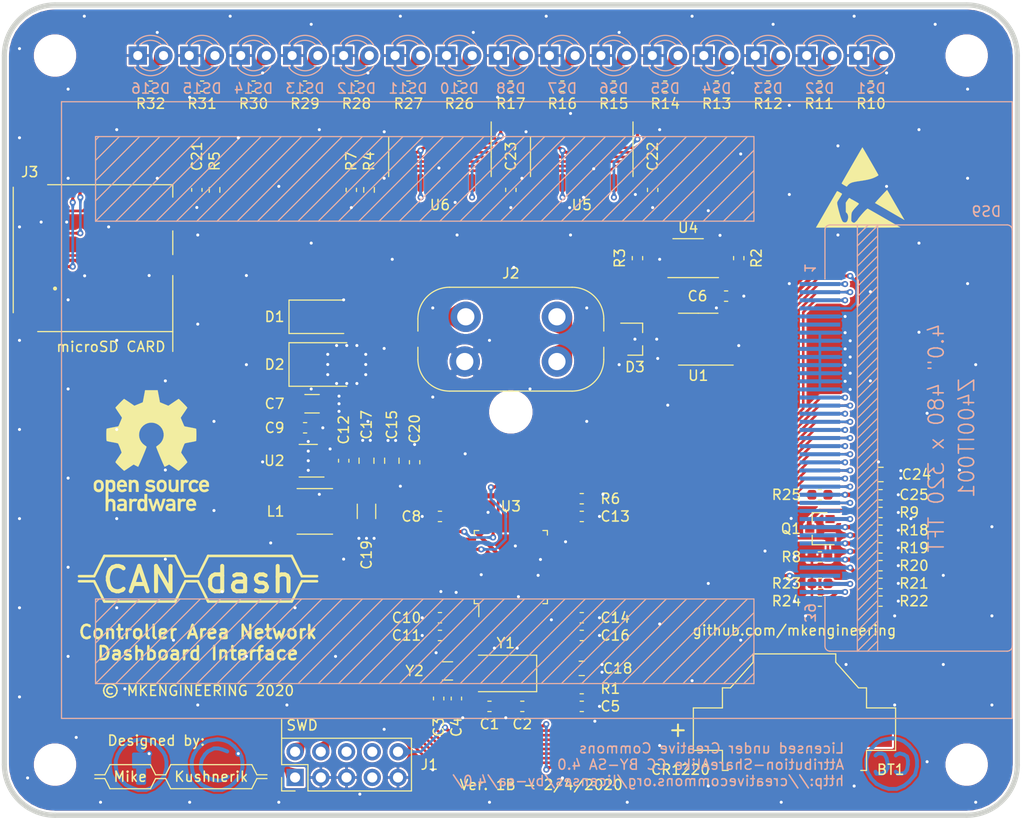
<source format=kicad_pcb>
(kicad_pcb (version 20171130) (host pcbnew "(5.1.8)-1")
  (title_block (title "CANDash PCBA") (date 2020-12-23) (rev 2A) (company MKEngineering) (comment 4 "Author: Mike Kushnerik"))
  (layers (0 F.Cu mixed) (31 B.Cu mixed) (34 B.Paste user) (35 F.Paste user) (36 B.SilkS user) (37 F.SilkS user) (38 B.Mask user) (39 F.Mask user) (44 Edge.Cuts user))
  (net 0 "")
  (net 1 GND)
  (net 2 RESET)
  (net 3 +3V3)
  (net 4 CAN_TXD)
  (net 5 CAN_RXD)
  (net 6 LED_DIM)
  (net 7 SPI2_MOSI)
  (net 8 SPI2_SCK)
  (net 9 LCD_CS)
  (net 10 LCD_DC)
  (net 11 LCD_WR)
  (net 12 LCD_RD)
  (net 13 LCD_D0)
  (net 14 LCD_D1)
  (net 15 LCD_D2)
  (net 16 LCD_D3)
  (net 17 LCD_D4)
  (net 18 LCD_D5)
  (net 19 LCD_D6)
  (net 20 LCD_D7)
  (net 21 LED_DOUT)
  (net 22 OSC8_IN)
  (net 23 OSC8_OUT)
  (net 24 TS_Y+)
  (net 25 TS_X+)
  (net 26 TS_Y-)
  (net 27 TS_X-)
  (net 28 LCD_DIM)
  (net 29 SPI2_CS1)
  (net 30 LCD_RESET)
  (net 31 "Net-(R3-Pad1)")
  (net 32 "Net-(R14-Pad1)")
  (net 33 CAN_P)
  (net 34 CAN_N)
  (net 35 "Net-(R13-Pad1)")
  (net 36 "Net-(R10-Pad1)")
  (net 37 "Net-(R11-Pad1)")
  (net 38 "Net-(R15-Pad1)")
  (net 39 SWD_CLK)
  (net 40 SWD_IO)
  (net 41 "Net-(R12-Pad1)")
  (net 42 "Net-(D1-Pad2)")
  (net 43 CAN_TERM)
  (net 44 "Net-(R17-Pad1)")
  (net 45 "Net-(DS1-Pad2)")
  (net 46 "Net-(DS2-Pad2)")
  (net 47 "Net-(DS3-Pad2)")
  (net 48 "Net-(DS4-Pad2)")
  (net 49 "Net-(DS5-Pad2)")
  (net 50 "Net-(DS6-Pad2)")
  (net 51 "Net-(DS7-Pad2)")
  (net 52 "Net-(DS8-Pad2)")
  (net 53 "Net-(DS10-Pad2)")
  (net 54 "Net-(DS11-Pad2)")
  (net 55 "Net-(DS12-Pad2)")
  (net 56 "Net-(DS13-Pad2)")
  (net 57 "Net-(DS14-Pad2)")
  (net 58 "Net-(DS15-Pad2)")
  (net 59 +BATT)
  (net 60 OSC32_IN)
  (net 61 OSC32_OUT)
  (net 62 "Net-(DS9-Pad39)")
  (net 63 "Net-(DS9-Pad38)")
  (net 64 LCD_TE)
  (net 65 "Net-(DS9-Pad36)")
  (net 66 "Net-(DS9-Pad35)")
  (net 67 "Net-(DS9-Pad34)")
  (net 68 "Net-(DS9-Pad33)")
  (net 69 "Net-(DS9-Pad32)")
  (net 70 "Net-(DS9-Pad31)")
  (net 71 "Net-(DS9-Pad30)")
  (net 72 "Net-(DS9-Pad6)")
  (net 73 "Net-(DS16-Pad2)")
  (net 74 "Net-(J1-Pad8)")
  (net 75 "Net-(J1-Pad7)")
  (net 76 "Net-(J1-Pad6)")
  (net 77 uSD_CD)
  (net 78 "Net-(J3-Pad8)")
  (net 79 SPI2_MISO)
  (net 80 SPI2_CS2)
  (net 81 "Net-(J3-Pad1)")
  (net 82 "Net-(R2-Pad2)")
  (net 83 "Net-(R16-Pad1)")
  (net 84 "Net-(R26-Pad1)")
  (net 85 "Net-(R27-Pad1)")
  (net 86 "Net-(R28-Pad1)")
  (net 87 "Net-(R29-Pad1)")
  (net 88 "Net-(R30-Pad1)")
  (net 89 "Net-(R31-Pad1)")
  (net 90 "Net-(R32-Pad1)")
  (net 91 "Net-(U1-Pad5)")
  (net 92 "Net-(U6-Pad7)")
  (net 93 "Net-(U6-Pad9)")
  (net 94 "Net-(C7-Pad1)")
  (net 95 "Net-(C12-Pad2)")
  (net 96 "Net-(C12-Pad1)")
  (net 97 "Net-(U3-Pad2)")
  (module Crystal:Crystal_SMD_3215-2Pin_3.2x1.5mm (layer F.Cu) (at 143.75 130.75)
    (fp_text reference Y2 (at -3.25 0) (layer F.SilkS))
    (fp_text value "32.768 kHz")
    (pad 2 smd rect (at -1.25 0) (size 1 1.8) (layers F.Cu F.Paste F.Mask) (net 60 OSC32_IN))
    (pad 1 smd rect (at 1.25 0) (size 1 1.8) (layers F.Cu F.Paste F.Mask) (net 61 OSC32_OUT))
  )
  (module CANDash_2:MEM2051-00-195-00-A (layer F.Cu) (at 108.75 90 270)
    (fp_text reference J3 (at -8.5 6.25 180) (layer F.SilkS))
    (fp_text value GCT_MEM2051-00-195-00-A_REVC)
    (pad 6 smd rect (at 6.6 6.95 270) (size 1.4 1.9) (layers F.Cu F.Paste F.Mask) (net 1 GND))
    (pad 6 smd rect (at -6.55 5.95 270) (size 1.4 1.9) (layers F.Cu F.Paste F.Mask) (net 1 GND))
    (pad 6 smd rect (at 0.75 -7.2 270) (size 1.3 1.4) (layers F.Cu F.Paste F.Mask) (net 1 GND))
    (pad 6 smd rect (at -4.95 -7.2 270) (size 1.3 1.4) (layers F.Cu F.Paste F.Mask) (net 1 GND))
    (pad 9 smd rect (at -3.56 -7.425 270) (size 1 0.95) (layers F.Cu F.Paste F.Mask) (net 77 uSD_CD))
    (pad 8 smd rect (at -5.76 3.66 270) (size 0.8 1.5) (layers F.Cu F.Paste F.Mask) (net 78 "Net-(J3-Pad8)"))
    (pad 7 smd rect (at -4.66 3.66 270) (size 0.8 1.5) (layers F.Cu F.Paste F.Mask) (net 79 SPI2_MISO))
    (pad 6 smd rect (at -3.56 3.86 270) (size 0.8 1.5) (layers F.Cu F.Paste F.Mask) (net 1 GND))
    (pad 5 smd rect (at -2.46 3.66 270) (size 0.8 1.5) (layers F.Cu F.Paste F.Mask) (net 8 SPI2_SCK))
    (pad 4 smd rect (at -1.36 3.86 270) (size 0.8 1.5) (layers F.Cu F.Paste F.Mask) (net 3 +3V3))
    (pad 3 smd rect (at -0.26 3.66 270) (size 0.8 1.5) (layers F.Cu F.Paste F.Mask) (net 7 SPI2_MOSI))
    (pad 2 smd rect (at 0.84 3.26 270) (size 0.8 1.5) (layers F.Cu F.Paste F.Mask) (net 29 SPI2_CS1))
    (pad 1 smd rect (at 1.94 3.66 270) (size 0.8 1.5) (layers F.Cu F.Paste F.Mask) (net 81 "Net-(J3-Pad1)"))
  )
  (module Symbol:Symbol_CreativeCommons_CopperTop_Type2_Small (layer B.Cu) (at 187.75 140 180)
    (fp_text reference REF**)
    (fp_text value Symbol_CreativeCommons_CopperTop_Type2_Small)
    (fp_line (start 1.7502 0.9001) (end 1.65114 0.99916) (layer B.Cu) (width 0.381))
    (fp_line (start 1.65114 0.99916) (end 1.45048 1.10076) (layer B.Cu) (width 0.381))
    (fp_line (start 1.45048 1.10076) (end 1.15076 1.10076) (layer B.Cu) (width 0.381))
    (fp_line (start 1.15076 1.10076) (end 0.85104 0.99916) (layer B.Cu) (width 0.381))
    (fp_line (start 0.85104 0.99916) (end 0.65038 0.60038) (layer B.Cu) (width 0.381))
    (fp_line (start 0.65038 0.60038) (end 0.54878 0.1) (layer B.Cu) (width 0.381))
    (fp_line (start 0.54878 0.1) (end 0.54878 -0.29878) (layer B.Cu) (width 0.381))
    (fp_line (start 0.54878 -0.29878) (end 0.74944 -0.7001) (layer B.Cu) (width 0.381))
    (fp_line (start 0.74944 -0.7001) (end 1.15076 -0.90076) (layer B.Cu) (width 0.381))
    (fp_line (start 1.15076 -0.90076) (end 1.34888 -0.90076) (layer B.Cu) (width 0.381))
    (fp_line (start 1.34888 -0.90076) (end 1.65114 -0.90076) (layer B.Cu) (width 0.381))
    (fp_line (start 1.65114 -0.90076) (end 1.7502 -0.7001) (layer B.Cu) (width 0.381))
    (fp_line (start -0.24878 0.9001) (end -0.35038 0.99916) (layer B.Cu) (width 0.381))
    (fp_line (start -0.35038 0.99916) (end -0.6501 1.10076) (layer B.Cu) (width 0.381))
    (fp_line (start -0.6501 1.10076) (end -1.04888 0.99916) (layer B.Cu) (width 0.381))
    (fp_line (start -1.04888 0.99916) (end -1.35114 0.80104) (layer B.Cu) (width 0.381))
    (fp_line (start -1.35114 0.80104) (end -1.4502 0.39972) (layer B.Cu) (width 0.381))
    (fp_line (start -1.4502 0.39972) (end -1.4502 0.00094) (layer B.Cu) (width 0.381))
    (fp_line (start -1.4502 0.00094) (end -1.35114 -0.49944) (layer B.Cu) (width 0.381))
    (fp_line (start -1.35114 -0.49944) (end -1.15048 -0.79916) (layer B.Cu) (width 0.381))
    (fp_line (start -1.15048 -0.79916) (end -0.85076 -0.90076) (layer B.Cu) (width 0.381))
    (fp_line (start -0.85076 -0.90076) (end -0.44944 -0.90076) (layer B.Cu) (width 0.381))
    (fp_line (start -0.44944 -0.90076) (end -0.24878 -0.7001) (layer B.Cu) (width 0.381))
    (fp_line (start 0.15 2.59936) (end 0.05094 2.59936) (layer B.Cu) (width 0.381))
    (fp_line (start 0.05094 2.59936) (end -0.55104 2.5003) (layer B.Cu) (width 0.381))
    (fp_line (start -0.55104 2.5003) (end -1.04888 2.29964) (layer B.Cu) (width 0.381))
    (fp_line (start -1.04888 2.29964) (end -1.54926 1.90086) (layer B.Cu) (width 0.381))
    (fp_line (start -1.54926 1.90086) (end -2.04964 1.29888) (layer B.Cu) (width 0.381))
    (fp_line (start -2.04964 1.29888) (end -2.2503 0.9001) (layer B.Cu) (width 0.381))
    (fp_line (start -2.2503 0.9001) (end -2.34936 0.39972) (layer B.Cu) (width 0.381))
    (fp_line (start -2.34936 0.39972) (end -2.34936 -0.19972) (layer B.Cu) (width 0.381))
    (fp_line (start -2.34936 -0.19972) (end -2.15124 -0.99982) (layer B.Cu) (width 0.381))
    (fp_line (start -2.15124 -0.99982) (end -1.54926 -1.70086) (layer B.Cu) (width 0.381))
    (fp_line (start -1.54926 -1.70086) (end -1.04888 -2.09964) (layer B.Cu) (width 0.381))
    (fp_line (start -1.04888 -2.09964) (end -0.35038 -2.39936) (layer B.Cu) (width 0.381))
    (fp_line (start -0.35038 -2.39936) (end 0.44972 -2.39936) (layer B.Cu) (width 0.381))
    (fp_line (start 0.44972 -2.39936) (end 1.04916 -2.20124) (layer B.Cu) (width 0.381))
    (fp_line (start 1.04916 -2.20124) (end 1.65114 -1.89898) (layer B.Cu) (width 0.381))
    (fp_line (start 1.65114 -1.89898) (end 2.14898 -1.40114) (layer B.Cu) (width 0.381))
    (fp_line (start 2.14898 -1.40114) (end 2.5503 -0.7001) (layer B.Cu) (width 0.381))
    (fp_line (start 2.5503 -0.7001) (end 2.64936 -0.10066) (layer B.Cu) (width 0.381))
    (fp_line (start 2.64936 -0.10066) (end 2.64936 0.49878) (layer B.Cu) (width 0.381))
    (fp_line (start 2.64936 0.49878) (end 2.45124 1.10076) (layer B.Cu) (width 0.381))
    (fp_line (start 2.45124 1.10076) (end 2.14898 1.60114) (layer B.Cu) (width 0.381))
    (fp_line (start 2.14898 1.60114) (end 1.65114 2.09898) (layer B.Cu) (width 0.381))
    (fp_line (start 1.65114 2.09898) (end 1.15076 2.40124) (layer B.Cu) (width 0.381))
    (fp_line (start 1.15076 2.40124) (end 0.74944 2.5003) (layer B.Cu) (width 0.381))
    (fp_line (start 0.74944 2.5003) (end 0.15 2.59936) (layer B.Cu) (width 0.381))
  )
  (module Symbol:Symbol_CC-ShareAlike_CopperTop_Small (layer B.Cu) (at 121 140 180)
    (fp_text reference REF**)
    (fp_text value Symbol_CC-ShareAlike_CopperTop_Small)
    (fp_line (start -1.09982 -1.19888) (end -0.59944 -1.50114) (layer B.Cu) (width 0.381))
    (fp_line (start -0.59944 -1.50114) (end -0.09906 -1.6002) (layer B.Cu) (width 0.381))
    (fp_line (start -0.09906 -1.6002) (end 0.39878 -1.50114) (layer B.Cu) (width 0.381))
    (fp_line (start 0.39878 -1.50114) (end 0.89916 -1.30048) (layer B.Cu) (width 0.381))
    (fp_line (start 0.89916 -1.30048) (end 1.30048 -0.89916) (layer B.Cu) (width 0.381))
    (fp_line (start 1.30048 -0.89916) (end 1.6002 -0.39878) (layer B.Cu) (width 0.381))
    (fp_line (start 1.6002 -0.39878) (end 1.6002 0) (layer B.Cu) (width 0.381))
    (fp_line (start 1.6002 0) (end 1.50114 0.50038) (layer B.Cu) (width 0.381))
    (fp_line (start 1.50114 0.50038) (end 1.19888 1.00076) (layer B.Cu) (width 0.381))
    (fp_line (start 1.19888 1.00076) (end 0.89916 1.30048) (layer B.Cu) (width 0.381))
    (fp_line (start 0.89916 1.30048) (end 0.29972 1.6002) (layer B.Cu) (width 0.381))
    (fp_line (start 0.29972 1.6002) (end -0.09906 1.6002) (layer B.Cu) (width 0.381))
    (fp_line (start -0.09906 1.6002) (end -0.50038 1.50114) (layer B.Cu) (width 0.381))
    (fp_line (start -0.50038 1.50114) (end -1.00076 1.30048) (layer B.Cu) (width 0.381))
    (fp_line (start 0 2.49936) (end -0.09906 2.49936) (layer B.Cu) (width 0.381))
    (fp_line (start -0.09906 2.49936) (end -0.70104 2.4003) (layer B.Cu) (width 0.381))
    (fp_line (start -0.70104 2.4003) (end -1.19888 2.19964) (layer B.Cu) (width 0.381))
    (fp_line (start -1.19888 2.19964) (end -1.69926 1.80086) (layer B.Cu) (width 0.381))
    (fp_line (start -1.69926 1.80086) (end -2.19964 1.19888) (layer B.Cu) (width 0.381))
    (fp_line (start -2.19964 1.19888) (end -2.4003 0.8001) (layer B.Cu) (width 0.381))
    (fp_line (start -2.4003 0.8001) (end -2.49936 0.29972) (layer B.Cu) (width 0.381))
    (fp_line (start -2.49936 0.29972) (end -2.49936 -0.29972) (layer B.Cu) (width 0.381))
    (fp_line (start -2.49936 -0.29972) (end -2.30124 -1.09982) (layer B.Cu) (width 0.381))
    (fp_line (start -2.30124 -1.09982) (end -1.69926 -1.80086) (layer B.Cu) (width 0.381))
    (fp_line (start -1.69926 -1.80086) (end -1.19888 -2.19964) (layer B.Cu) (width 0.381))
    (fp_line (start -1.19888 -2.19964) (end -0.50038 -2.49936) (layer B.Cu) (width 0.381))
    (fp_line (start -0.50038 -2.49936) (end 0.29972 -2.49936) (layer B.Cu) (width 0.381))
    (fp_line (start 0.29972 -2.49936) (end 0.89916 -2.30124) (layer B.Cu) (width 0.381))
    (fp_line (start 0.89916 -2.30124) (end 1.50114 -1.99898) (layer B.Cu) (width 0.381))
    (fp_line (start 1.50114 -1.99898) (end 1.99898 -1.50114) (layer B.Cu) (width 0.381))
    (fp_line (start 1.99898 -1.50114) (end 2.4003 -0.8001) (layer B.Cu) (width 0.381))
    (fp_line (start 2.4003 -0.8001) (end 2.49936 -0.20066) (layer B.Cu) (width 0.381))
    (fp_line (start 2.49936 -0.20066) (end 2.49936 0.39878) (layer B.Cu) (width 0.381))
    (fp_line (start 2.49936 0.39878) (end 2.30124 1.00076) (layer B.Cu) (width 0.381))
    (fp_line (start 2.30124 1.00076) (end 1.99898 1.50114) (layer B.Cu) (width 0.381))
    (fp_line (start 1.99898 1.50114) (end 1.50114 1.99898) (layer B.Cu) (width 0.381))
    (fp_line (start 1.50114 1.99898) (end 1.00076 2.30124) (layer B.Cu) (width 0.381))
    (fp_line (start 1.00076 2.30124) (end 0.59944 2.4003) (layer B.Cu) (width 0.381))
    (fp_line (start 0.59944 2.4003) (end 0 2.49936) (layer B.Cu) (width 0.381))
  )
  (module Symbol:Symbol_CC-Attribution_CopperTop_Small (layer B.Cu) (at 113.5 140 180)
    (fp_text reference REF**)
    (fp_text value Symbol_CC-Attribution_CopperTop_Small)
    (fp_line (start 0 1.89992) (end 0 1.50114) (layer B.Cu) (width 0.381))
    (fp_line (start -0.70104 0.70104) (end 0.59944 0.70104) (layer B.Cu) (width 0.381))
    (fp_line (start 0.50038 0.39878) (end -0.70104 0.39878) (layer B.Cu) (width 0.381))
    (fp_line (start -0.8001 0.09906) (end 0.50038 0.09906) (layer B.Cu) (width 0.381))
    (fp_line (start 0 -0.29972) (end 0 -1.6002) (layer B.Cu) (width 0.381))
    (fp_line (start 0.09906 -1.80086) (end 0.29972 -1.80086) (layer B.Cu) (width 0.381))
    (fp_line (start 0.29972 -1.80086) (end 0.29972 -0.20066) (layer B.Cu) (width 0.381))
    (fp_line (start -0.29972 -0.29972) (end -0.29972 -1.80086) (layer B.Cu) (width 0.381))
    (fp_line (start -0.29972 -1.80086) (end 0.20066 -1.80086) (layer B.Cu) (width 0.381))
    (fp_line (start -0.8001 1.00076) (end 0.70104 1.00076) (layer B.Cu) (width 0.381))
    (fp_line (start 0.70104 1.00076) (end 0.70104 -0.20066) (layer B.Cu) (width 0.381))
    (fp_line (start 0.70104 -0.20066) (end -0.8001 -0.20066) (layer B.Cu) (width 0.381))
    (fp_line (start -0.8001 -0.20066) (end -0.8001 1.00076) (layer B.Cu) (width 0.381))
    (fp_circle (center 0 1.69926) (end 0.09906 1.39954) (layer B.Cu) (width 0.381))
    (fp_line (start 0 2.49936) (end -0.09906 2.49936) (layer B.Cu) (width 0.381))
    (fp_line (start -0.09906 2.49936) (end -0.70104 2.4003) (layer B.Cu) (width 0.381))
    (fp_line (start -0.70104 2.4003) (end -1.19888 2.19964) (layer B.Cu) (width 0.381))
    (fp_line (start -1.19888 2.19964) (end -1.69926 1.80086) (layer B.Cu) (width 0.381))
    (fp_line (start -1.69926 1.80086) (end -2.19964 1.19888) (layer B.Cu) (width 0.381))
    (fp_line (start -2.19964 1.19888) (end -2.4003 0.8001) (layer B.Cu) (width 0.381))
    (fp_line (start -2.4003 0.8001) (end -2.49936 0.29972) (layer B.Cu) (width 0.381))
    (fp_line (start -2.49936 0.29972) (end -2.49936 -0.29972) (layer B.Cu) (width 0.381))
    (fp_line (start -2.49936 -0.29972) (end -2.30124 -1.09982) (layer B.Cu) (width 0.381))
    (fp_line (start -2.30124 -1.09982) (end -1.69926 -1.80086) (layer B.Cu) (width 0.381))
    (fp_line (start -1.69926 -1.80086) (end -1.19888 -2.19964) (layer B.Cu) (width 0.381))
    (fp_line (start -1.19888 -2.19964) (end -0.50038 -2.49936) (layer B.Cu) (width 0.381))
    (fp_line (start -0.50038 -2.49936) (end 0.29972 -2.49936) (layer B.Cu) (width 0.381))
    (fp_line (start 0.29972 -2.49936) (end 0.89916 -2.30124) (layer B.Cu) (width 0.381))
    (fp_line (start 0.89916 -2.30124) (end 1.50114 -1.99898) (layer B.Cu) (width 0.381))
    (fp_line (start 1.50114 -1.99898) (end 1.99898 -1.50114) (layer B.Cu) (width 0.381))
    (fp_line (start 1.99898 -1.50114) (end 2.4003 -0.8001) (layer B.Cu) (width 0.381))
    (fp_line (start 2.4003 -0.8001) (end 2.49936 -0.20066) (layer B.Cu) (width 0.381))
    (fp_line (start 2.49936 -0.20066) (end 2.49936 0.39878) (layer B.Cu) (width 0.381))
    (fp_line (start 2.49936 0.39878) (end 2.30124 1.00076) (layer B.Cu) (width 0.381))
    (fp_line (start 2.30124 1.00076) (end 1.99898 1.50114) (layer B.Cu) (width 0.381))
    (fp_line (start 1.99898 1.50114) (end 1.50114 1.99898) (layer B.Cu) (width 0.381))
    (fp_line (start 1.50114 1.99898) (end 1.00076 2.30124) (layer B.Cu) (width 0.381))
    (fp_line (start 1.00076 2.30124) (end 0.59944 2.4003) (layer B.Cu) (width 0.381))
    (fp_line (start 0.59944 2.4003) (end 0 2.49936) (layer B.Cu) (width 0.381))
  )
  (module Capacitor_SMD:C_1206_3216Metric (layer F.Cu) (at 135.75 115 270)
    (fp_text reference C19 (at 2.75 0 270) (layer F.SilkS) (effects (justify right)))
    (fp_text value 22uF)
    (pad 2 smd roundrect (at 1.475 0 270) (size 1.15 1.8) (layers F.Cu F.Paste F.Mask) (roundrect_rratio 0.217) (net 1 GND) (thermal_gap 0.2))
    (pad 1 smd roundrect (at -1.475 0 270) (size 1.15 1.8) (layers F.Cu F.Paste F.Mask) (roundrect_rratio 0.2173904347826087) (net 3 +3V3))
  )
  (module Fiducial:Fiducial_1mm_Mask3mm (layer F.Cu) (at 195 134)
    (fp_text reference FID3)
    (fp_text value GF3)
    (pad "" smd circle (at 0 0) (size 1 1) (layers F.Cu F.Mask) (clearance 1.25))
  )
  (module Fiducial:Fiducial_1mm_Mask3mm (layer F.Cu) (at 105 134)
    (fp_text reference FID2)
    (fp_text value GF2)
    (pad "" smd circle (at 0 0) (size 1 1) (layers F.Cu F.Mask) (clearance 1.25))
  )
  (module Fiducial:Fiducial_1mm_Mask3mm (layer F.Cu) (at 195 76)
    (fp_text reference FID1)
    (fp_text value GF1)
    (pad "" smd circle (at 0 0) (size 1 1) (layers F.Cu F.Mask) (clearance 1.25))
  )
  (module Capacitor_SMD:C_0805_2012Metric (layer F.Cu) (at 135.75 110 90)
    (fp_text reference C17 (at 2 0 90) (layer F.SilkS) (effects (justify left)))
    (fp_text value 10uF)
    (pad 2 smd roundrect (at 0.95 0 90) (size 1 1.45) (layers F.Cu F.Paste F.Mask) (net 1 GND) (thermal_gap 0.2))
    (pad 1 smd roundrect (at -0.95 0 90) (size 1 1.45) (layers F.Cu F.Paste F.Mask) (net 3 +3V3))
  )
  (module CANDash_2:IFSC1515AHER4R7M01 (layer F.Cu) (at 130.65 115)
    (fp_text reference L1 (at -2.9 0) (layer F.SilkS) (effects (justify right)))
    (fp_text value 4.7uH)
    (pad 2 smd rect (at 1.75 0) (size 1.5 3.6) (layers F.Cu F.Paste F.Mask) (net 3 +3V3))
    (pad 1 smd rect (at -1.75 0) (size 1.5 3.6) (layers F.Cu F.Paste F.Mask) (net 96 "Net-(C12-Pad1)"))
  )
  (module CANDash_2:3000TR (layer F.Cu) (at 178 136.5)
    (fp_text reference BT1 (at 9.5 4) (layer F.SilkS))
    (fp_text value CR1220)
    (pad 2 smd circle (at 0 0) (size 6 6) (layers F.Cu F.Mask) (net 1 GND) (clearance 3.254) (thermal_gap 3.254))
    (pad 1 smd rect (at -7.87 0) (size 3.5 3.5) (layers F.Cu F.Paste F.Mask) (net 59 +BATT))
    (pad "" smd rect (at 7.87 0) (size 3.5 3.5) (layers F.Cu F.Paste F.Mask))
  )
  (module CANDash_2:Z400IT001 (layer B.Cu) (at 150 105 180)
    (fp_text reference DS9 (at -48.5 19.6) (layer B.SilkS) (effects (justify left mirror)))
    (fp_text value Z400IT001)
    (fp_text user 39 (at -29.5 -18.96 270 unlocked) (layer B.SilkS) (effects (font (thickness 0.1524)) (justify right mirror)))
    (fp_text user 1 (at -29.5 13.44 270 unlocked) (layer B.SilkS) (effects (font (thickness 0.1524)) (justify left mirror)))
    (fp_text user Z400IT001 (at -45 -2.76 270) (layer B.SilkS) (effects (font (size 1.5 1.5) (thickness 0.1524)) (justify mirror)))
    (fp_text user "4.0\" 480 x 320 TFT" (at -42 -2.76 270) (layer B.SilkS) (effects (font (size 1.5 1.5) (thickness 0.1524)) (justify mirror)))
    (pad 39 smd rect (at -30.51 -17.96 270) (size 0.4 4) (layers B.Cu B.Paste B.Mask) (net 62 "Net-(DS9-Pad39)"))
    (pad 38 smd rect (at -30.51 -17.16 270) (size 0.4 4) (layers B.Cu B.Paste B.Mask) (net 63 "Net-(DS9-Pad38)"))
    (pad 37 smd rect (at -30.51 -16.36 270) (size 0.4 4) (layers B.Cu B.Paste B.Mask) (net 64 LCD_TE))
    (pad 36 smd rect (at -30.51 -15.56 270) (size 0.4 4) (layers B.Cu B.Paste B.Mask) (net 65 "Net-(DS9-Pad36)"))
    (pad 35 smd rect (at -30.51 -14.76 270) (size 0.4 4) (layers B.Cu B.Paste B.Mask) (net 66 "Net-(DS9-Pad35)"))
    (pad 34 smd rect (at -30.51 -13.96 270) (size 0.4 4) (layers B.Cu B.Paste B.Mask) (net 67 "Net-(DS9-Pad34)"))
    (pad 33 smd rect (at -30.51 -13.16 270) (size 0.4 4) (layers B.Cu B.Paste B.Mask) (net 68 "Net-(DS9-Pad33)"))
    (pad 32 smd rect (at -30.51 -12.36 270) (size 0.4 4) (layers B.Cu B.Paste B.Mask) (net 69 "Net-(DS9-Pad32)"))
    (pad 31 smd rect (at -30.51 -11.56 270) (size 0.4 4) (layers B.Cu B.Paste B.Mask) (net 70 "Net-(DS9-Pad31)"))
    (pad 30 smd rect (at -30.51 -10.76 270) (size 0.4 4) (layers B.Cu B.Paste B.Mask) (net 71 "Net-(DS9-Pad30)"))
    (pad 29 smd rect (at -30.51 -9.96 270) (size 0.4 4) (layers B.Cu B.Paste B.Mask) (net 1 GND))
    (pad 28 smd rect (at -30.51 -9.16 270) (size 0.4 4) (layers B.Cu B.Paste B.Mask) (net 30 LCD_RESET))
    (pad 27 smd rect (at -30.51 -8.36 270) (size 0.4 4) (layers B.Cu B.Paste B.Mask) (net 3 +3V3))
    (pad 26 smd rect (at -30.51 -7.56 270) (size 0.4 4) (layers B.Cu B.Paste B.Mask) (net 9 LCD_CS))
    (pad 25 smd rect (at -30.51 -6.76 270) (size 0.4 4) (layers B.Cu B.Paste B.Mask) (net 10 LCD_DC))
    (pad 24 smd rect (at -30.51 -5.96 270) (size 0.4 4) (layers B.Cu B.Paste B.Mask) (net 11 LCD_WR))
    (pad 23 smd rect (at -30.51 -5.16 270) (size 0.4 4) (layers B.Cu B.Paste B.Mask) (net 12 LCD_RD))
    (pad 22 smd rect (at -30.51 -4.36 270) (size 0.4 4) (layers B.Cu B.Paste B.Mask) (net 13 LCD_D0))
    (pad 21 smd rect (at -30.51 -3.56 270) (size 0.4 4) (layers B.Cu B.Paste B.Mask) (net 14 LCD_D1))
    (pad 20 smd rect (at -30.51 -2.76 270) (size 0.4 4) (layers B.Cu B.Paste B.Mask) (net 15 LCD_D2))
    (pad 19 smd rect (at -30.51 -1.96 270) (size 0.4 4) (layers B.Cu B.Paste B.Mask) (net 16 LCD_D3))
    (pad 18 smd rect (at -30.51 -1.16 270) (size 0.4 4) (layers B.Cu B.Paste B.Mask) (net 17 LCD_D4))
    (pad 17 smd rect (at -30.51 -0.36 270) (size 0.4 4) (layers B.Cu B.Paste B.Mask) (net 18 LCD_D5))
    (pad 16 smd rect (at -30.51 0.44 270) (size 0.4 4) (layers B.Cu B.Paste B.Mask) (net 19 LCD_D6))
    (pad 15 smd rect (at -30.51 1.24 270) (size 0.4 4) (layers B.Cu B.Paste B.Mask) (net 20 LCD_D7))
    (pad 14 smd rect (at -30.51 2.04 270) (size 0.4 4) (layers B.Cu B.Paste B.Mask) (net 1 GND))
    (pad 13 smd rect (at -30.51 2.84 270) (size 0.4 4) (layers B.Cu B.Paste B.Mask) (net 1 GND))
    (pad 12 smd rect (at -30.51 3.64 270) (size 0.4 4) (layers B.Cu B.Paste B.Mask) (net 1 GND))
    (pad 11 smd rect (at -30.51 4.44 270) (size 0.4 4) (layers B.Cu B.Paste B.Mask) (net 1 GND))
    (pad 10 smd rect (at -30.51 5.24 270) (size 0.4 4) (layers B.Cu B.Paste B.Mask) (net 1 GND))
    (pad 9 smd rect (at -30.51 6.04 270) (size 0.4 4) (layers B.Cu B.Paste B.Mask) (net 1 GND))
    (pad 8 smd rect (at -30.51 6.84 270) (size 0.4 4) (layers B.Cu B.Paste B.Mask) (net 1 GND))
    (pad 7 smd rect (at -30.51 7.64 270) (size 0.4 4) (layers B.Cu B.Paste B.Mask) (net 1 GND))
    (pad 6 smd rect (at -30.51 8.44 270) (size 0.4 4) (layers B.Cu B.Paste B.Mask) (net 72 "Net-(DS9-Pad6)"))
    (pad 5 smd rect (at -30.51 9.24 270) (size 0.4 4) (layers B.Cu B.Paste B.Mask) (net 1 GND))
    (pad 4 smd rect (at -30.51 10.04 270) (size 0.4 4) (layers B.Cu B.Paste B.Mask) (net 26 TS_Y-))
    (pad 3 smd rect (at -30.51 10.84 270) (size 0.4 4) (layers B.Cu B.Paste B.Mask) (net 27 TS_X-))
    (pad 2 smd rect (at -30.51 11.64 270) (size 0.4 4) (layers B.Cu B.Paste B.Mask) (net 24 TS_Y+))
    (pad 1 smd rect (at -30.51 12.44 270) (size 0.4 4) (layers B.Cu B.Paste B.Mask) (net 25 TS_X+))
  )
  (module Symbol:ESD-Logo_8.9x8mm_SilkScreen (layer F.Cu) (at 184.5 83)
    (fp_text reference REF** hide)
    (fp_text value ESD-Logo_8.9x8mm_SilkScreen hide)
  )
  (module Package_SO:SOIC-16_3.9x9.9mm_P1.27mm (layer F.Cu) (at 157 80 270)
    (fp_text reference U5 (at 4.75 0 180) (layer F.SilkS))
    (fp_text value 74HC595)
    (pad 1 smd roundrect (at -2.575 -4.445 270) (size 1.75 0.6) (layers F.Cu F.Paste F.Mask) (net 37 "Net-(R11-Pad1)"))
    (pad 2 smd roundrect (at -2.575 -3.175 270) (size 1.75 0.6) (layers F.Cu F.Paste F.Mask) (net 41 "Net-(R12-Pad1)"))
    (pad 3 smd roundrect (at -2.575 -1.905 270) (size 1.75 0.6) (layers F.Cu F.Paste F.Mask) (net 35 "Net-(R13-Pad1)"))
    (pad 4 smd roundrect (at -2.575 -0.635 270) (size 1.75 0.6) (layers F.Cu F.Paste F.Mask) (net 32 "Net-(R14-Pad1)"))
    (pad 5 smd roundrect (at -2.575 0.635 270) (size 1.75 0.6) (layers F.Cu F.Paste F.Mask) (net 38 "Net-(R15-Pad1)"))
    (pad 6 smd roundrect (at -2.575 1.905 270) (size 1.75 0.6) (layers F.Cu F.Paste F.Mask) (net 83 "Net-(R16-Pad1)"))
    (pad 7 smd roundrect (at -2.575 3.175 270) (size 1.75 0.6) (layers F.Cu F.Paste F.Mask) (net 44 "Net-(R17-Pad1)"))
    (pad 8 smd roundrect (at -2.575 4.445 270) (size 1.75 0.6) (layers F.Cu F.Paste F.Mask) (net 1 GND))
    (pad 9 smd roundrect (at 2.575 4.445 270) (size 1.75 0.6) (layers F.Cu F.Paste F.Mask) (net 21 LED_DOUT))
    (pad 10 smd roundrect (at 2.575 3.175 270) (size 1.75 0.6) (layers F.Cu F.Paste F.Mask) (net 3 +3V3))
    (pad 11 smd roundrect (at 2.575 1.905 270) (size 1.75 0.6) (layers F.Cu F.Paste F.Mask) (net 8 SPI2_SCK))
    (pad 12 smd roundrect (at 2.575 0.635 270) (size 1.75 0.6) (layers F.Cu F.Paste F.Mask) (net 80 SPI2_CS2))
    (pad 13 smd roundrect (at 2.575 -0.635 270) (size 1.75 0.6) (layers F.Cu F.Paste F.Mask) (net 6 LED_DIM))
    (pad 14 smd roundrect (at 2.575 -1.905 270) (size 1.75 0.6) (layers F.Cu F.Paste F.Mask) (net 7 SPI2_MOSI))
    (pad 15 smd roundrect (at 2.575 -3.175 270) (size 1.75 0.6) (layers F.Cu F.Paste F.Mask) (net 36 "Net-(R10-Pad1)"))
    (pad 16 smd roundrect (at 2.575 -4.445 270) (size 1.75 0.6) (layers F.Cu F.Paste F.Mask) (net 3 +3V3))
  )
  (module Package_SO:SOIC-16_3.9x9.9mm_P1.27mm (layer F.Cu) (at 143 80 270)
    (fp_text reference U6 (at 4.75 0 180) (layer F.SilkS))
    (fp_text value 74HC595)
    (pad 1 smd roundrect (at -2.575 -4.445 270) (size 1.75 0.6) (layers F.Cu F.Paste F.Mask) (net 85 "Net-(R27-Pad1)"))
    (pad 2 smd roundrect (at -2.575 -3.175 270) (size 1.75 0.6) (layers F.Cu F.Paste F.Mask) (net 86 "Net-(R28-Pad1)"))
    (pad 3 smd roundrect (at -2.575 -1.905 270) (size 1.75 0.6) (layers F.Cu F.Paste F.Mask) (net 87 "Net-(R29-Pad1)"))
    (pad 4 smd roundrect (at -2.575 -0.635 270) (size 1.75 0.6) (layers F.Cu F.Paste F.Mask) (net 88 "Net-(R30-Pad1)"))
    (pad 5 smd roundrect (at -2.575 0.635 270) (size 1.75 0.6) (layers F.Cu F.Paste F.Mask) (net 89 "Net-(R31-Pad1)"))
    (pad 6 smd roundrect (at -2.575 1.905 270) (size 1.75 0.6) (layers F.Cu F.Paste F.Mask) (net 90 "Net-(R32-Pad1)"))
    (pad 7 smd roundrect (at -2.575 3.175 270) (size 1.75 0.6) (layers F.Cu F.Paste F.Mask) (net 92 "Net-(U6-Pad7)"))
    (pad 8 smd roundrect (at -2.575 4.445 270) (size 1.75 0.6) (layers F.Cu F.Paste F.Mask) (net 1 GND))
    (pad 9 smd roundrect (at 2.575 4.445 270) (size 1.75 0.6) (layers F.Cu F.Paste F.Mask) (net 93 "Net-(U6-Pad9)"))
    (pad 10 smd roundrect (at 2.575 3.175 270) (size 1.75 0.6) (layers F.Cu F.Paste F.Mask) (net 3 +3V3))
    (pad 11 smd roundrect (at 2.575 1.905 270) (size 1.75 0.6) (layers F.Cu F.Paste F.Mask) (net 8 SPI2_SCK))
    (pad 12 smd roundrect (at 2.575 0.635 270) (size 1.75 0.6) (layers F.Cu F.Paste F.Mask) (net 80 SPI2_CS2))
    (pad 13 smd roundrect (at 2.575 -0.635 270) (size 1.75 0.6) (layers F.Cu F.Paste F.Mask) (net 6 LED_DIM))
    (pad 14 smd roundrect (at 2.575 -1.905 270) (size 1.75 0.6) (layers F.Cu F.Paste F.Mask) (net 21 LED_DOUT))
    (pad 15 smd roundrect (at 2.575 -3.175 270) (size 1.75 0.6) (layers F.Cu F.Paste F.Mask) (net 84 "Net-(R26-Pad1)"))
    (pad 16 smd roundrect (at 2.575 -4.445 270) (size 1.75 0.6) (layers F.Cu F.Paste F.Mask) (net 3 +3V3))
  )
  (module Symbol:OSHW-Logo_11.4x12mm_SilkScreen (layer F.Cu) (at 114.5 109)
    (fp_text reference REF** hide)
    (fp_text value OSHW-Logo_11.4x12mm_SilkScreen hide)
  )
  (module Resistor_SMD:R_0603_1608Metric (layer F.Cu) (at 120.75 83.2625 270)
    (fp_text reference R5 (at -1.76 0 90) (layer F.SilkS) (effects (justify left)))
    (fp_text value 10K)
    (pad 2 smd roundrect (at 0.825 0 270) (size 0.8 0.95) (layers F.Cu F.Paste F.Mask) (net 77 uSD_CD))
    (pad 1 smd roundrect (at -0.825 0 270) (size 0.8 0.95) (layers F.Cu F.Paste F.Mask) (net 3 +3V3))
  )
  (module Resistor_SMD:R_0603_1608Metric (layer F.Cu) (at 136 83.2625 90)
    (fp_text reference R4 (at 1.76 0 90) (layer F.SilkS) (effects (justify left)))
    (fp_text value 10K)
    (pad 2 smd roundrect (at 0.825 0 90) (size 0.8 0.95) (layers F.Cu F.Paste F.Mask) (net 80 SPI2_CS2))
    (pad 1 smd roundrect (at -0.825 0 90) (size 0.8 0.95) (layers F.Cu F.Paste F.Mask) (net 3 +3V3))
  )
  (module Capacitor_SMD:C_0603_1608Metric (layer F.Cu) (at 119 83.2625 270)
    (fp_text reference C21 (at -1.76 0 90) (layer F.SilkS) (effects (justify left)))
    (fp_text value 100nF)
    (pad 2 smd roundrect (at 0.775 0 270) (size 0.9 0.95) (layers F.Cu F.Paste F.Mask) (net 1 GND))
    (pad 1 smd roundrect (at -0.775 0 270) (size 0.9 0.95) (layers F.Cu F.Paste F.Mask) (net 3 +3V3))
  )
  (module Capacitor_SMD:C_0603_1608Metric (layer F.Cu) (at 144.625 133.475 270)
    (fp_text reference C4 (at 1.75 0 90) (layer F.SilkS) (effects (justify right)))
    (fp_text value 22pF)
    (pad 2 smd roundrect (at 0.775 0 270) (size 0.9 0.95) (layers F.Cu F.Paste F.Mask) (net 1 GND))
    (pad 1 smd roundrect (at -0.775 0 270) (size 0.9 0.95) (layers F.Cu F.Paste F.Mask) (net 61 OSC32_OUT))
  )
  (module Capacitor_SMD:C_0603_1608Metric (layer F.Cu) (at 142.875 133.475 270)
    (fp_text reference C3 (at 1.75 0 90) (layer F.SilkS) (effects (justify right)))
    (fp_text value 22pF)
    (pad 2 smd roundrect (at 0.775 0 270) (size 0.9 0.95) (layers F.Cu F.Paste F.Mask) (net 1 GND))
    (pad 1 smd roundrect (at -0.775 0 270) (size 0.9 0.95) (layers F.Cu F.Paste F.Mask) (net 60 OSC32_IN))
  )
  (module Capacitor_SMD:C_1206_3216Metric (layer F.Cu) (at 130.375 104.375)
    (fp_text reference C7 (at -2.625 0) (layer F.SilkS) (effects (justify right)))
    (fp_text value 2.2uF)
    (pad 2 smd roundrect (at 1.475 0) (size 1.15 1.8) (layers F.Cu F.Paste F.Mask) (roundrect_rratio 0.217) (net 1 GND) (thermal_gap 0.2))
    (pad 1 smd roundrect (at -1.475 0) (size 1.15 1.8) (layers F.Cu F.Paste F.Mask) (roundrect_rratio 0.2173904347826087) (net 94 "Net-(C7-Pad1)"))
  )
  (module Package_TO_SOT_SMD:SOT-23-6 (layer F.Cu) (at 130 110 180)
    (fp_text reference U2 (at 2.25 0) (layer F.SilkS) (effects (justify right)))
    (fp_text value LMR50410Y3F)
    (pad 5 smd rect (at 1.1 0 180) (size 1.06 0.65) (layers F.Cu F.Paste F.Mask) (net 94 "Net-(C7-Pad1)"))
    (pad 6 smd rect (at 1.1 -0.95 180) (size 1.06 0.65) (layers F.Cu F.Paste F.Mask) (net 96 "Net-(C12-Pad1)"))
    (pad 4 smd rect (at 1.1 0.95 180) (size 1.06 0.65) (layers F.Cu F.Paste F.Mask) (net 94 "Net-(C7-Pad1)"))
    (pad 3 smd rect (at -1.1 0.95 180) (size 1.06 0.65) (layers F.Cu F.Paste F.Mask) (net 3 +3V3))
    (pad 2 smd rect (at -1.1 0 180) (size 1.06 0.65) (layers F.Cu F.Paste F.Mask) (net 1 GND) (thermal_gap 0.2))
    (pad 1 smd rect (at -1.1 -0.95 180) (size 1.06 0.65) (layers F.Cu F.Paste F.Mask) (net 95 "Net-(C12-Pad2)"))
  )
  (module CANDash_2:AT04-4P-BM03 (layer F.Cu) (at 150 98 180)
    (fp_text reference J2 (at 0 6.5) (layer F.SilkS))
    (fp_text value AT04-4P)
    (pad "" np_thru_hole circle (at 0 -7.18 180) (size 3.3 3.3) (drill 3.3) (layers *.Cu *.Mask) (clearance 0.5))
    (pad 4 thru_hole circle (at 4.45 2.21 180) (size 3 3) (drill 1.7) (layers *.Cu *.Mask) (net 42 "Net-(D1-Pad2)"))
    (pad 3 thru_hole circle (at 4.55 -2.21 180) (size 3 3) (drill 1.7) (layers *.Cu *.Mask) (net 1 GND) (thermal_gap 0.2))
    (pad 2 thru_hole circle (at -4.55 -2.21 180) (size 3 3) (drill 1.7) (layers *.Cu *.Mask) (net 33 CAN_P))
    (pad 1 thru_hole circle (at -4.55 2.21 180) (size 3 3) (drill 1.7) (layers *.Cu *.Mask) (net 34 CAN_N))
  )
  (module Capacitor_SMD:C_0603_1608Metric (layer F.Cu) (at 133.5 110 90)
    (fp_text reference C12 (at 1.5 0 90) (layer F.SilkS) (effects (justify left)))
    (fp_text value 100nF)
    (pad 2 smd roundrect (at 0.775 0 90) (size 0.9 0.95) (layers F.Cu F.Paste F.Mask) (net 95 "Net-(C12-Pad2)"))
    (pad 1 smd roundrect (at -0.775 0 90) (size 0.9 0.95) (layers F.Cu F.Paste F.Mask) (net 96 "Net-(C12-Pad1)"))
  )
  (module Diode_SMD:D_SMB (layer F.Cu) (at 131.65 100.5)
    (fp_text reference D2 (at -3.9 0) (layer F.SilkS) (effects (justify right)))
    (fp_text value 42V)
    (pad 2 smd rect (at 2.15 0) (size 2.5 2.3) (layers F.Cu F.Paste F.Mask) (net 1 GND) (thermal_gap 0.2))
    (pad 1 smd rect (at -2.15 0) (size 2.5 2.3) (layers F.Cu F.Paste F.Mask) (net 94 "Net-(C7-Pad1)"))
  )
  (module Diode_SMD:D_SMA (layer F.Cu) (at 131.5 95.79)
    (fp_text reference D1 (at -3.75 0) (layer F.SilkS) (effects (justify right)))
    (fp_text value M1)
    (pad 1 smd rect (at -2 0) (size 2.5 1.8) (layers F.Cu F.Paste F.Mask) (net 94 "Net-(C7-Pad1)"))
    (pad 2 smd rect (at 2 0) (size 2.5 1.8) (layers F.Cu F.Paste F.Mask) (net 42 "Net-(D1-Pad2)"))
  )
  (module MountingHole:MountingHole_3.2mm_M3 (layer F.Cu) (at 195 140)
    (fp_text reference H4)
    (fp_text value MT)
    (pad "" np_thru_hole circle (at 0 0) (size 3.2 3.2) (drill 3.2) (layers *.Cu *.Mask) (clearance 0.5))
  )
  (module MountingHole:MountingHole_3.2mm_M3 (layer F.Cu) (at 105 140)
    (fp_text reference H1)
    (fp_text value MT)
    (pad "" np_thru_hole circle (at 0 0) (size 3.2 3.2) (drill 3.2) (layers *.Cu *.Mask) (clearance 0.5))
  )
  (module MountingHole:MountingHole_3.2mm_M3 (layer F.Cu) (at 195 70)
    (fp_text reference H3)
    (fp_text value MT)
    (pad "" np_thru_hole circle (at 0 0) (size 3.2 3.2) (drill 3.2) (layers *.Cu *.Mask) (clearance 0.5))
  )
  (module MountingHole:MountingHole_3.2mm_M3 (layer F.Cu) (at 105 70)
    (fp_text reference H2)
    (fp_text value MT)
    (pad "" np_thru_hole circle (at 0 0) (size 3.2 3.2) (drill 3.2) (layers *.Cu *.Mask) (clearance 0.5))
  )
  (module Connector_PinHeader_2.54mm:PinHeader_2x05_P2.54mm_Vertical (layer F.Cu) (at 128.7 141.27 90)
    (fp_text reference J1 (at 1.27 12.3 180) (layer F.SilkS) (effects (justify left)))
    (fp_text value SWD (at 5.145 -0.95 180) (layer F.SilkS) (effects (justify left)))
    (pad 10 thru_hole oval (at 2.54 10.16 90) (size 1.7 1.7) (drill 1) (layers *.Cu *.Mask) (net 2 RESET))
    (pad 9 thru_hole oval (at 0 10.16 90) (size 1.7 1.7) (drill 1) (layers *.Cu *.Mask) (net 1 GND))
    (pad 8 thru_hole oval (at 2.54 7.62 90) (size 1.7 1.7) (drill 1) (layers *.Cu *.Mask) (net 74 "Net-(J1-Pad8)"))
    (pad 7 thru_hole oval (at 0 7.62 90) (size 1.7 1.7) (drill 1) (layers *.Cu *.Mask) (net 75 "Net-(J1-Pad7)"))
    (pad 6 thru_hole oval (at 2.54 5.08 90) (size 1.7 1.7) (drill 1) (layers *.Cu *.Mask) (net 76 "Net-(J1-Pad6)"))
    (pad 5 thru_hole oval (at 0 5.08 90) (size 1.7 1.7) (drill 1) (layers *.Cu *.Mask) (net 1 GND))
    (pad 4 thru_hole oval (at 2.54 2.54 90) (size 1.7 1.7) (drill 1) (layers *.Cu *.Mask) (net 39 SWD_CLK))
    (pad 3 thru_hole oval (at 0 2.54 90) (size 1.7 1.7) (drill 1) (layers *.Cu *.Mask) (net 1 GND))
    (pad 2 thru_hole oval (at 2.54 0 90) (size 1.7 1.7) (drill 1) (layers *.Cu *.Mask) (net 40 SWD_IO))
    (pad 1 thru_hole rect (at 0 0 90) (size 1.7 1.7) (drill 1) (layers *.Cu *.Mask) (net 3 +3V3))
  )
  (module Resistor_SMD:R_0603_1608Metric (layer F.Cu) (at 180.51 123.86 180)
    (fp_text reference R24 (at 1.75 0) (layer F.SilkS) (effects (justify right)))
    (fp_text value 10)
    (pad 1 smd roundrect (at -0.7875 0 180) (size 0.875 0.95) (layers F.Cu F.Paste F.Mask) (net 62 "Net-(DS9-Pad39)"))
    (pad 2 smd roundrect (at 0.7875 0 180) (size 0.875 0.95) (layers F.Cu F.Paste F.Mask) (net 1 GND))
  )
  (module Resistor_SMD:R_0603_1608Metric (layer F.Cu) (at 180.51 122.11 180)
    (fp_text reference R23 (at 1.75 0) (layer F.SilkS) (effects (justify right)))
    (fp_text value 10)
    (pad 2 smd roundrect (at 0.7875 0 180) (size 0.875 0.95) (layers F.Cu F.Paste F.Mask) (net 1 GND))
    (pad 1 smd roundrect (at -0.7875 0 180) (size 0.875 0.95) (layers F.Cu F.Paste F.Mask) (net 63 "Net-(DS9-Pad38)"))
  )
  (module Resistor_SMD:R_0603_1608Metric (layer F.Cu) (at 186.5 123.86)
    (fp_text reference R22 (at 1.75 0) (layer F.SilkS) (effects (justify left)))
    (fp_text value 10)
    (pad 2 smd roundrect (at 0.7875 0) (size 0.875 0.95) (layers F.Cu F.Paste F.Mask) (net 1 GND))
    (pad 1 smd roundrect (at -0.7875 0) (size 0.875 0.95) (layers F.Cu F.Paste F.Mask) (net 65 "Net-(DS9-Pad36)"))
  )
  (module Resistor_SMD:R_0603_1608Metric (layer F.Cu) (at 186.5 122.11)
    (fp_text reference R21 (at 1.75 0) (layer F.SilkS) (effects (justify left)))
    (fp_text value 10)
    (pad 2 smd roundrect (at 0.7875 0) (size 0.875 0.95) (layers F.Cu F.Paste F.Mask) (net 1 GND))
    (pad 1 smd roundrect (at -0.7875 0) (size 0.875 0.95) (layers F.Cu F.Paste F.Mask) (net 66 "Net-(DS9-Pad35)"))
  )
  (module Resistor_SMD:R_0603_1608Metric (layer F.Cu) (at 186.5 120.36)
    (fp_text reference R20 (at 1.75 0) (layer F.SilkS) (effects (justify left)))
    (fp_text value 10)
    (pad 2 smd roundrect (at 0.7875 0) (size 0.875 0.95) (layers F.Cu F.Paste F.Mask) (net 1 GND))
    (pad 1 smd roundrect (at -0.7875 0) (size 0.875 0.95) (layers F.Cu F.Paste F.Mask) (net 67 "Net-(DS9-Pad34)"))
  )
  (module Resistor_SMD:R_0603_1608Metric (layer F.Cu) (at 186.5 118.61)
    (fp_text reference R19 (at 1.75 0) (layer F.SilkS) (effects (justify left)))
    (fp_text value 10)
    (pad 2 smd roundrect (at 0.7875 0) (size 0.875 0.95) (layers F.Cu F.Paste F.Mask) (net 1 GND))
    (pad 1 smd roundrect (at -0.7875 0) (size 0.875 0.95) (layers F.Cu F.Paste F.Mask) (net 68 "Net-(DS9-Pad33)"))
  )
  (module Resistor_SMD:R_0603_1608Metric (layer F.Cu) (at 186.5 116.86)
    (fp_text reference R18 (at 1.75 0) (layer F.SilkS) (effects (justify left)))
    (fp_text value 10)
    (pad 2 smd roundrect (at 0.7875 0) (size 0.875 0.95) (layers F.Cu F.Paste F.Mask) (net 1 GND))
    (pad 1 smd roundrect (at -0.7875 0) (size 0.875 0.95) (layers F.Cu F.Paste F.Mask) (net 69 "Net-(DS9-Pad32)"))
  )
  (module Resistor_SMD:R_0603_1608Metric (layer F.Cu) (at 186.5 115.11)
    (fp_text reference R9 (at 1.75 0) (layer F.SilkS) (effects (justify left)))
    (fp_text value 10)
    (pad 2 smd roundrect (at 0.7875 0) (size 0.875 0.95) (layers F.Cu F.Paste F.Mask) (net 1 GND))
    (pad 1 smd roundrect (at -0.7875 0) (size 0.875 0.95) (layers F.Cu F.Paste F.Mask) (net 70 "Net-(DS9-Pad31)"))
  )
  (module Package_SO:MFSOP6-4_4.4x3.6mm_P1.27mm (layer F.Cu) (at 167.5 90 180)
    (fp_text reference U4 (at 0 3) (layer F.SilkS))
    (fp_text value TLP175A)
    (pad 1 smd rect (at -3.15 -1.27 180) (size 1.2 0.8) (layers F.Cu F.Paste F.Mask) (net 82 "Net-(R2-Pad2)"))
    (pad 4 smd rect (at 3.15 1.27 180) (size 1.2 0.8) (layers F.Cu F.Paste F.Mask) (net 31 "Net-(R3-Pad1)"))
    (pad 3 smd rect (at -3.15 1.27 180) (size 1.2 0.8) (layers F.Cu F.Paste F.Mask) (net 1 GND))
    (pad 6 smd rect (at 3.15 -1.27 180) (size 1.2 0.8) (layers F.Cu F.Paste F.Mask) (net 33 CAN_P))
  )
  (module Resistor_SMD:R_0603_1608Metric (layer F.Cu) (at 162.5 90 270)
    (fp_text reference R3 (at 0 1.75 90) (layer F.SilkS))
    (fp_text value 100)
    (pad 2 smd roundrect (at 0.7875 0 270) (size 0.875 0.95) (layers F.Cu F.Paste F.Mask) (net 34 CAN_N))
    (pad 1 smd roundrect (at -0.7875 0 270) (size 0.875 0.95) (layers F.Cu F.Paste F.Mask) (net 31 "Net-(R3-Pad1)"))
  )
  (module Resistor_SMD:R_0603_1608Metric (layer F.Cu) (at 172.5 90 270)
    (fp_text reference R2 (at 0 -1.75 90) (layer F.SilkS))
    (fp_text value 100)
    (pad 2 smd roundrect (at 0.7875 0 270) (size 0.875 0.95) (layers F.Cu F.Paste F.Mask) (net 82 "Net-(R2-Pad2)"))
    (pad 1 smd roundrect (at -0.7875 0 270) (size 0.875 0.95) (layers F.Cu F.Paste F.Mask) (net 43 CAN_TERM))
  )
  (module Resistor_SMD:R_0603_1608Metric (layer F.Cu) (at 157 132.5 180)
    (fp_text reference R1 (at -1.75 0) (layer F.SilkS) (effects (justify left)))
    (fp_text value 10K)
    (pad 2 smd roundrect (at 0.7875 0 180) (size 0.875 0.95) (layers F.Cu F.Paste F.Mask) (net 2 RESET))
    (pad 1 smd roundrect (at -0.7875 0 180) (size 0.875 0.95) (layers F.Cu F.Paste F.Mask) (net 3 +3V3))
  )
  (module Fiducial:Fiducial_0.5mm_Mask1mm (layer F.Cu) (at 154.75 115.75)
    (fp_text reference FID5)
    (fp_text value LF2)
    (pad "" smd circle (at 0 0) (size 0.5 0.5) (layers F.Cu F.Mask) (clearance 0.4))
  )
  (module Fiducial:Fiducial_0.5mm_Mask1mm (layer F.Cu) (at 145.25 125.25)
    (fp_text reference FID4)
    (fp_text value LF1)
    (pad "" smd circle (at 0 0) (size 0.5 0.5) (layers F.Cu F.Mask) (clearance 0.4))
  )
  (module Package_QFP:LQFP-48_7x7mm_P0.5mm (layer F.Cu) (at 150 120.5 90)
    (fp_text reference U3 (at 6 0 180) (layer F.SilkS))
    (fp_text value STM32F103C8T6)
    (pad 48 smd roundrect (at -2.75 -4.1625 90) (size 0.3 1.475) (layers F.Cu F.Paste F.Mask) (net 3 +3V3))
    (pad 47 smd roundrect (at -2.25 -4.1625 90) (size 0.3 1.475) (layers F.Cu F.Paste F.Mask) (net 1 GND))
    (pad 46 smd roundrect (at -1.75 -4.1625 90) (size 0.3 1.475) (layers F.Cu F.Paste F.Mask) (net 12 LCD_RD))
    (pad 45 smd roundrect (at -1.25 -4.1625 90) (size 0.3 1.475) (layers F.Cu F.Paste F.Mask) (net 11 LCD_WR))
    (pad 44 smd roundrect (at -0.75 -4.1625 90) (size 0.3 1.475) (layers F.Cu F.Paste F.Mask) (net 1 GND))
    (pad 43 smd roundrect (at -0.25 -4.1625 90) (size 0.3 1.475) (layers F.Cu F.Paste F.Mask) (net 10 LCD_DC))
    (pad 42 smd roundrect (at 0.25 -4.1625 90) (size 0.3 1.475) (layers F.Cu F.Paste F.Mask) (net 9 LCD_CS))
    (pad 41 smd roundrect (at 0.75 -4.1625 90) (size 0.3 1.475) (layers F.Cu F.Paste F.Mask) (net 30 LCD_RESET))
    (pad 40 smd roundrect (at 1.25 -4.1625 90) (size 0.3 1.475) (layers F.Cu F.Paste F.Mask) (net 28 LCD_DIM))
    (pad 39 smd roundrect (at 1.75 -4.1625 90) (size 0.3 1.475) (layers F.Cu F.Paste F.Mask) (net 77 uSD_CD))
    (pad 38 smd roundrect (at 2.25 -4.1625 90) (size 0.3 1.475) (layers F.Cu F.Paste F.Mask) (net 64 LCD_TE))
    (pad 37 smd roundrect (at 2.75 -4.1625 90) (size 0.3 1.475) (layers F.Cu F.Paste F.Mask) (net 39 SWD_CLK))
    (pad 36 smd roundrect (at 4.1625 -2.75 90) (size 1.475 0.3) (layers F.Cu F.Paste F.Mask) (net 3 +3V3))
    (pad 35 smd roundrect (at 4.1625 -2.25 90) (size 1.475 0.3) (layers F.Cu F.Paste F.Mask) (net 1 GND))
    (pad 34 smd roundrect (at 4.1625 -1.75 90) (size 1.475 0.3) (layers F.Cu F.Paste F.Mask) (net 40 SWD_IO))
    (pad 33 smd roundrect (at 4.1625 -1.25 90) (size 1.475 0.3) (layers F.Cu F.Paste F.Mask) (net 4 CAN_TXD))
    (pad 32 smd roundrect (at 4.1625 -0.75 90) (size 1.475 0.3) (layers F.Cu F.Paste F.Mask) (net 5 CAN_RXD))
    (pad 31 smd roundrect (at 4.1625 -0.25 90) (size 1.475 0.3) (layers F.Cu F.Paste F.Mask) (net 43 CAN_TERM))
    (pad 30 smd roundrect (at 4.1625 0.25 90) (size 1.475 0.3) (layers F.Cu F.Paste F.Mask) (net 80 SPI2_CS2))
    (pad 29 smd roundrect (at 4.1625 0.75 90) (size 1.475 0.3) (layers F.Cu F.Paste F.Mask) (net 6 LED_DIM))
    (pad 28 smd roundrect (at 4.1625 1.25 90) (size 1.475 0.3) (layers F.Cu F.Paste F.Mask) (net 7 SPI2_MOSI))
    (pad 27 smd roundrect (at 4.1625 1.75 90) (size 1.475 0.3) (layers F.Cu F.Paste F.Mask) (net 79 SPI2_MISO))
    (pad 26 smd roundrect (at 4.1625 2.25 90) (size 1.475 0.3) (layers F.Cu F.Paste F.Mask) (net 8 SPI2_SCK))
    (pad 25 smd roundrect (at 4.1625 2.75 90) (size 1.475 0.3) (layers F.Cu F.Paste F.Mask) (net 29 SPI2_CS1))
    (pad 24 smd roundrect (at 2.75 4.1625 90) (size 0.3 1.475) (layers F.Cu F.Paste F.Mask) (net 3 +3V3))
    (pad 23 smd roundrect (at 2.25 4.1625 90) (size 0.3 1.475) (layers F.Cu F.Paste F.Mask) (net 1 GND))
    (pad 22 smd roundrect (at 1.75 4.1625 90) (size 0.3 1.475) (layers F.Cu F.Paste F.Mask) (net 26 TS_Y-))
    (pad 21 smd roundrect (at 1.25 4.1625 90) (size 0.3 1.475) (layers F.Cu F.Paste F.Mask) (net 25 TS_X+))
    (pad 20 smd roundrect (at 0.75 4.1625 90) (size 0.3 1.475) (layers F.Cu F.Paste F.Mask) (net 1 GND))
    (pad 19 smd roundrect (at 0.25 4.1625 90) (size 0.3 1.475) (layers F.Cu F.Paste F.Mask) (net 24 TS_Y+))
    (pad 18 smd roundrect (at -0.25 4.1625 90) (size 0.3 1.475) (layers F.Cu F.Paste F.Mask) (net 27 TS_X-))
    (pad 17 smd roundrect (at -0.75 4.1625 90) (size 0.3 1.475) (layers F.Cu F.Paste F.Mask) (net 20 LCD_D7))
    (pad 16 smd roundrect (at -1.25 4.1625 90) (size 0.3 1.475) (layers F.Cu F.Paste F.Mask) (net 19 LCD_D6))
    (pad 15 smd roundrect (at -1.75 4.1625 90) (size 0.3 1.475) (layers F.Cu F.Paste F.Mask) (net 18 LCD_D5))
    (pad 14 smd roundrect (at -2.25 4.1625 90) (size 0.3 1.475) (layers F.Cu F.Paste F.Mask) (net 17 LCD_D4))
    (pad 13 smd roundrect (at -2.75 4.1625 90) (size 0.3 1.475) (layers F.Cu F.Paste F.Mask) (net 16 LCD_D3))
    (pad 12 smd roundrect (at -4.1625 2.75 90) (size 1.475 0.3) (layers F.Cu F.Paste F.Mask) (net 15 LCD_D2))
    (pad 11 smd roundrect (at -4.1625 2.25 90) (size 1.475 0.3) (layers F.Cu F.Paste F.Mask) (net 14 LCD_D1))
    (pad 10 smd roundrect (at -4.1625 1.75 90) (size 1.475 0.3) (layers F.Cu F.Paste F.Mask) (net 13 LCD_D0))
    (pad 9 smd roundrect (at -4.1625 1.25 90) (size 1.475 0.3) (layers F.Cu F.Paste F.Mask) (net 3 +3V3))
    (pad 8 smd roundrect (at -4.1625 0.75 90) (size 1.475 0.3) (layers F.Cu F.Paste F.Mask) (net 1 GND))
    (pad 7 smd roundrect (at -4.1625 0.25 90) (size 1.475 0.3) (layers F.Cu F.Paste F.Mask) (net 2 RESET))
    (pad 6 smd roundrect (at -4.1625 -0.25 90) (size 1.475 0.3) (layers F.Cu F.Paste F.Mask) (net 23 OSC8_OUT))
    (pad 5 smd roundrect (at -4.1625 -0.75 90) (size 1.475 0.3) (layers F.Cu F.Paste F.Mask) (net 22 OSC8_IN))
    (pad 4 smd roundrect (at -4.1625 -1.25 90) (size 1.475 0.3) (layers F.Cu F.Paste F.Mask) (net 61 OSC32_OUT))
    (pad 3 smd roundrect (at -4.1625 -1.75 90) (size 1.475 0.3) (layers F.Cu F.Paste F.Mask) (net 60 OSC32_IN))
    (pad 2 smd roundrect (at -4.1625 -2.25 90) (size 1.475 0.3) (layers F.Cu F.Paste F.Mask) (net 97 "Net-(U3-Pad2)"))
    (pad 1 smd roundrect (at -4.1625 -2.75 90) (size 1.475 0.3) (layers F.Cu F.Paste F.Mask) (net 59 +BATT))
  )
  (module Resistor_SMD:R_0603_1608Metric (layer F.Cu) (at 150 73.025 180)
    (fp_text reference R17 (at 0 -1.725) (layer F.SilkS))
    (fp_text value 100)
    (pad 2 smd roundrect (at 0.7875 0 180) (size 0.875 0.95) (layers F.Cu F.Paste F.Mask) (net 52 "Net-(DS8-Pad2)"))
    (pad 1 smd roundrect (at -0.7875 0 180) (size 0.875 0.95) (layers F.Cu F.Paste F.Mask) (net 44 "Net-(R17-Pad1)"))
  )
  (module Resistor_SMD:R_0603_1608Metric (layer F.Cu) (at 114.44 73.025 180)
    (fp_text reference R32 (at 0 -1.725) (layer F.SilkS))
    (fp_text value 100)
    (pad 2 smd roundrect (at 0.7875 0 180) (size 0.875 0.95) (layers F.Cu F.Paste F.Mask) (net 73 "Net-(DS16-Pad2)"))
    (pad 1 smd roundrect (at -0.7875 0 180) (size 0.875 0.95) (layers F.Cu F.Paste F.Mask) (net 90 "Net-(R32-Pad1)"))
  )
  (module Resistor_SMD:R_0603_1608Metric (layer F.Cu) (at 155.08 73.025 180)
    (fp_text reference R16 (at 0 -1.725) (layer F.SilkS))
    (fp_text value 100)
    (pad 2 smd roundrect (at 0.7875 0 180) (size 0.875 0.95) (layers F.Cu F.Paste F.Mask) (net 51 "Net-(DS7-Pad2)"))
    (pad 1 smd roundrect (at -0.7875 0 180) (size 0.875 0.95) (layers F.Cu F.Paste F.Mask) (net 83 "Net-(R16-Pad1)"))
  )
  (module Resistor_SMD:R_0603_1608Metric (layer F.Cu) (at 119.52 73.025 180)
    (fp_text reference R31 (at 0 -1.725) (layer F.SilkS))
    (fp_text value 100)
    (pad 2 smd roundrect (at 0.7875 0 180) (size 0.875 0.95) (layers F.Cu F.Paste F.Mask) (net 58 "Net-(DS15-Pad2)"))
    (pad 1 smd roundrect (at -0.7875 0 180) (size 0.875 0.95) (layers F.Cu F.Paste F.Mask) (net 89 "Net-(R31-Pad1)"))
  )
  (module Resistor_SMD:R_0603_1608Metric (layer F.Cu) (at 160.16 73.025 180)
    (fp_text reference R15 (at 0 -1.725) (layer F.SilkS))
    (fp_text value 100)
    (pad 2 smd roundrect (at 0.7875 0 180) (size 0.875 0.95) (layers F.Cu F.Paste F.Mask) (net 50 "Net-(DS6-Pad2)"))
    (pad 1 smd roundrect (at -0.7875 0 180) (size 0.875 0.95) (layers F.Cu F.Paste F.Mask) (net 38 "Net-(R15-Pad1)"))
  )
  (module Resistor_SMD:R_0603_1608Metric (layer F.Cu) (at 124.6 73.025 180)
    (fp_text reference R30 (at 0 -1.725) (layer F.SilkS))
    (fp_text value 100)
    (pad 2 smd roundrect (at 0.7875 0 180) (size 0.875 0.95) (layers F.Cu F.Paste F.Mask) (net 57 "Net-(DS14-Pad2)"))
    (pad 1 smd roundrect (at -0.7875 0 180) (size 0.875 0.95) (layers F.Cu F.Paste F.Mask) (net 88 "Net-(R30-Pad1)"))
  )
  (module Resistor_SMD:R_0603_1608Metric (layer F.Cu) (at 165.24 73.025 180)
    (fp_text reference R14 (at 0 -1.725) (layer F.SilkS))
    (fp_text value 100)
    (pad 2 smd roundrect (at 0.7875 0 180) (size 0.875 0.95) (layers F.Cu F.Paste F.Mask) (net 49 "Net-(DS5-Pad2)"))
    (pad 1 smd roundrect (at -0.7875 0 180) (size 0.875 0.95) (layers F.Cu F.Paste F.Mask) (net 32 "Net-(R14-Pad1)"))
  )
  (module Resistor_SMD:R_0603_1608Metric (layer F.Cu) (at 129.68 73.025 180)
    (fp_text reference R29 (at 0 -1.725) (layer F.SilkS))
    (fp_text value 100)
    (pad 2 smd roundrect (at 0.7875 0 180) (size 0.875 0.95) (layers F.Cu F.Paste F.Mask) (net 56 "Net-(DS13-Pad2)"))
    (pad 1 smd roundrect (at -0.7875 0 180) (size 0.875 0.95) (layers F.Cu F.Paste F.Mask) (net 87 "Net-(R29-Pad1)"))
  )
  (module Resistor_SMD:R_0603_1608Metric (layer F.Cu) (at 170.32 73.025 180)
    (fp_text reference R13 (at 0 -1.725) (layer F.SilkS))
    (fp_text value 100)
    (pad 2 smd roundrect (at 0.7875 0 180) (size 0.875 0.95) (layers F.Cu F.Paste F.Mask) (net 48 "Net-(DS4-Pad2)"))
    (pad 1 smd roundrect (at -0.7875 0 180) (size 0.875 0.95) (layers F.Cu F.Paste F.Mask) (net 35 "Net-(R13-Pad1)"))
  )
  (module Resistor_SMD:R_0603_1608Metric (layer F.Cu) (at 134.76 73.025 180)
    (fp_text reference R28 (at 0 -1.725) (layer F.SilkS))
    (fp_text value 100)
    (pad 2 smd roundrect (at 0.7875 0 180) (size 0.875 0.95) (layers F.Cu F.Paste F.Mask) (net 55 "Net-(DS12-Pad2)"))
    (pad 1 smd roundrect (at -0.7875 0 180) (size 0.875 0.95) (layers F.Cu F.Paste F.Mask) (net 86 "Net-(R28-Pad1)"))
  )
  (module Resistor_SMD:R_0603_1608Metric (layer F.Cu) (at 175.4 73.025 180)
    (fp_text reference R12 (at 0 -1.725) (layer F.SilkS))
    (fp_text value 100)
    (pad 2 smd roundrect (at 0.7875 0 180) (size 0.875 0.95) (layers F.Cu F.Paste F.Mask) (net 47 "Net-(DS3-Pad2)"))
    (pad 1 smd roundrect (at -0.7875 0 180) (size 0.875 0.95) (layers F.Cu F.Paste F.Mask) (net 41 "Net-(R12-Pad1)"))
  )
  (module Resistor_SMD:R_0603_1608Metric (layer F.Cu) (at 139.8905 73.025 180)
    (fp_text reference R27 (at 0 -1.725) (layer F.SilkS))
    (fp_text value 100)
    (pad 2 smd roundrect (at 0.7875 0 180) (size 0.875 0.95) (layers F.Cu F.Paste F.Mask) (net 54 "Net-(DS11-Pad2)"))
    (pad 1 smd roundrect (at -0.7875 0 180) (size 0.875 0.95) (layers F.Cu F.Paste F.Mask) (net 85 "Net-(R27-Pad1)"))
  )
  (module Resistor_SMD:R_0603_1608Metric (layer F.Cu) (at 180.48 73.025 180)
    (fp_text reference R11 (at 0.038 -1.725) (layer F.SilkS))
    (fp_text value 100)
    (pad 2 smd roundrect (at 0.7875 0 180) (size 0.875 0.95) (layers F.Cu F.Paste F.Mask) (net 46 "Net-(DS2-Pad2)"))
    (pad 1 smd roundrect (at -0.7875 0 180) (size 0.875 0.95) (layers F.Cu F.Paste F.Mask) (net 37 "Net-(R11-Pad1)"))
  )
  (module Resistor_SMD:R_0603_1608Metric (layer F.Cu) (at 144.92 73.025 180)
    (fp_text reference R26 (at 0 -1.725) (layer F.SilkS))
    (fp_text value 100)
    (pad 2 smd roundrect (at 0.7875 0 180) (size 0.875 0.95) (layers F.Cu F.Paste F.Mask) (net 53 "Net-(DS10-Pad2)"))
    (pad 1 smd roundrect (at -0.7875 0 180) (size 0.875 0.95) (layers F.Cu F.Paste F.Mask) (net 84 "Net-(R26-Pad1)"))
  )
  (module Capacitor_SMD:C_0805_2012Metric (layer F.Cu) (at 186.5 111.36)
    (fp_text reference C24 (at 2 0) (layer F.SilkS) (effects (justify left)))
    (fp_text value 10uF)
    (pad 1 smd roundrect (at -0.9375 0) (size 0.975 1.4) (layers F.Cu F.Paste F.Mask) (net 3 +3V3))
    (pad 2 smd roundrect (at 0.9375 0) (size 0.975 1.4) (layers F.Cu F.Paste F.Mask) (net 1 GND) (thermal_gap 0.2))
  )
  (module Capacitor_SMD:C_0805_2012Metric (layer F.Cu) (at 157 130.5)
    (fp_text reference C18 (at 2 0) (layer F.SilkS) (effects (justify left)))
    (fp_text value 10uF)
    (pad 1 smd roundrect (at -0.9375 0) (size 0.975 1.4) (layers F.Cu F.Paste F.Mask) (net 3 +3V3))
    (pad 2 smd roundrect (at 0.9375 0) (size 0.975 1.4) (layers F.Cu F.Paste F.Mask) (net 1 GND) (thermal_gap 0.2))
  )
  (module Capacitor_SMD:C_0805_2012Metric (layer F.Cu) (at 138.25 110 90)
    (fp_text reference C15 (at 2 0 90) (layer F.SilkS) (effects (justify left)))
    (fp_text value 10uF)
    (pad 2 smd roundrect (at 0.9375 0 90) (size 0.975 1.4) (layers F.Cu F.Paste F.Mask) (net 1 GND) (thermal_gap 0.2))
    (pad 1 smd roundrect (at -0.9375 0 90) (size 0.975 1.4) (layers F.Cu F.Paste F.Mask) (net 3 +3V3))
  )
  (module Crystal:Crystal_SMD_5032-2Pin_5.0x3.2mm (layer F.Cu) (at 149.5 131 180)
    (fp_text reference Y1 (at 0 3 180) (layer F.SilkS))
    (fp_text value "8 MHz")
    (pad 1 smd rect (at -1.85 0 180) (size 2 2.4) (layers F.Cu F.Paste F.Mask) (net 23 OSC8_OUT))
    (pad 2 smd rect (at 1.85 0 180) (size 2 2.4) (layers F.Cu F.Paste F.Mask) (net 22 OSC8_IN))
  )
  (module Capacitor_SMD:C_0603_1608Metric (layer F.Cu) (at 143 127.25 180)
    (fp_text reference C11 (at 1.75 0) (layer F.SilkS) (effects (justify right)))
    (fp_text value 100nF)
    (pad 1 smd roundrect (at -0.7875 0 180) (size 0.875 0.95) (layers F.Cu F.Paste F.Mask) (net 3 +3V3))
    (pad 2 smd roundrect (at 0.7875 0 180) (size 0.875 0.95) (layers F.Cu F.Paste F.Mask) (net 1 GND))
  )
  (module Resistor_SMD:R_0603_1608Metric (layer F.Cu) (at 134.25 83.2625 90)
    (fp_text reference R7 (at 1.76 0 90) (layer F.SilkS) (effects (justify left)))
    (fp_text value 10K)
    (pad 1 smd roundrect (at -0.7875 0 90) (size 0.875 0.95) (layers F.Cu F.Paste F.Mask) (net 1 GND))
    (pad 2 smd roundrect (at 0.7875 0 90) (size 0.875 0.95) (layers F.Cu F.Paste F.Mask) (net 6 LED_DIM))
  )
  (module Capacitor_SMD:C_0603_1608Metric (layer F.Cu) (at 157 134.25)
    (fp_text reference C5 (at 1.75 0) (layer F.SilkS) (effects (justify left)))
    (fp_text value 100nF)
    (pad 1 smd roundrect (at -0.7875 0) (size 0.875 0.95) (layers F.Cu F.Paste F.Mask) (net 2 RESET))
    (pad 2 smd roundrect (at 0.7875 0) (size 0.875 0.95) (layers F.Cu F.Paste F.Mask) (net 1 GND))
  )
  (module Resistor_SMD:R_0603_1608Metric (layer F.Cu) (at 180.51 113.36 180)
    (fp_text reference R25 (at 1.75 0) (layer F.SilkS) (effects (justify right)))
    (fp_text value 10K)
    (pad 2 smd roundrect (at 0.7875 0 180) (size 0.875 0.95) (layers F.Cu F.Paste F.Mask) (net 9 LCD_CS))
    (pad 1 smd roundrect (at -0.7875 0 180) (size 0.875 0.95) (layers F.Cu F.Paste F.Mask) (net 3 +3V3))
  )
  (module Resistor_SMD:R_0603_1608Metric (layer F.Cu) (at 157 113.75)
    (fp_text reference R6 (at 1.75 0) (layer F.SilkS) (effects (justify left)))
    (fp_text value 10K)
    (pad 1 smd roundrect (at -0.7875 0) (size 0.875 0.95) (layers F.Cu F.Paste F.Mask) (net 3 +3V3))
    (pad 2 smd roundrect (at 0.7875 0) (size 0.875 0.95) (layers F.Cu F.Paste F.Mask) (net 29 SPI2_CS1))
  )
  (module Package_TO_SOT_SMD:SOT-23 (layer F.Cu) (at 162.25 98)
    (fp_text reference D3 (at 0 2.75 180) (layer F.SilkS))
    (fp_text value TVS)
    (pad 3 smd rect (at 1 0) (size 0.9 0.8) (layers F.Cu F.Paste F.Mask) (net 1 GND))
    (pad 2 smd rect (at -1 0.95) (size 0.9 0.8) (layers F.Cu F.Paste F.Mask) (net 33 CAN_P))
    (pad 1 smd rect (at -1 -0.95) (size 0.9 0.8) (layers F.Cu F.Paste F.Mask) (net 34 CAN_N))
  )
  (module Capacitor_SMD:C_0603_1608Metric (layer F.Cu) (at 186.5 113.36)
    (fp_text reference C25 (at 1.75 0) (layer F.SilkS) (effects (justify left)))
    (fp_text value 100nF)
    (pad 2 smd roundrect (at 0.7875 0) (size 0.875 0.95) (layers F.Cu F.Paste F.Mask) (net 1 GND))
    (pad 1 smd roundrect (at -0.7875 0) (size 0.875 0.95) (layers F.Cu F.Paste F.Mask) (net 3 +3V3))
  )
  (module Capacitor_SMD:C_0603_1608Metric (layer F.Cu) (at 140.5 110.15 90)
    (fp_text reference C20 (at 1.75 0 90) (layer F.SilkS) (effects (justify left)))
    (fp_text value 100nF)
    (pad 2 smd roundrect (at 0.7875 0 90) (size 0.875 0.95) (layers F.Cu F.Paste F.Mask) (net 1 GND))
    (pad 1 smd roundrect (at -0.7875 0 90) (size 0.875 0.95) (layers F.Cu F.Paste F.Mask) (net 3 +3V3))
  )
  (module Capacitor_SMD:C_0603_1608Metric (layer F.Cu) (at 129.6875 106.75)
    (fp_text reference C9 (at -1.9375 0) (layer F.SilkS) (effects (justify right)))
    (fp_text value 100nF)
    (pad 1 smd roundrect (at -0.7875 0) (size 0.875 0.95) (layers F.Cu F.Paste F.Mask) (net 94 "Net-(C7-Pad1)"))
    (pad 2 smd roundrect (at 0.7875 0) (size 0.875 0.95) (layers F.Cu F.Paste F.Mask) (net 1 GND))
  )
  (module Capacitor_SMD:C_0603_1608Metric (layer F.Cu) (at 151.13 134.25 180)
    (fp_text reference C2 (at 0 -1.75) (layer F.SilkS))
    (fp_text value 22pF)
    (pad 1 smd roundrect (at -0.7875 0 180) (size 0.875 0.95) (layers F.Cu F.Paste F.Mask) (net 23 OSC8_OUT))
    (pad 2 smd roundrect (at 0.7875 0 180) (size 0.875 0.95) (layers F.Cu F.Paste F.Mask) (net 1 GND))
  )
  (module Capacitor_SMD:C_0603_1608Metric (layer F.Cu) (at 147.8915 134.25)
    (fp_text reference C1 (at 0 1.75) (layer F.SilkS))
    (fp_text value 22pF)
    (pad 1 smd roundrect (at -0.7875 0) (size 0.875 0.95) (layers F.Cu F.Paste F.Mask) (net 22 OSC8_IN))
    (pad 2 smd roundrect (at 0.7875 0) (size 0.875 0.95) (layers F.Cu F.Paste F.Mask) (net 1 GND))
  )
  (module Package_SO:SOIC-8_3.9x4.9mm_P1.27mm (layer F.Cu) (at 168.5 98 180)
    (fp_text reference U1 (at 0 -3.6) (layer F.SilkS))
    (fp_text value SN65HVD230)
    (pad 8 smd roundrect (at 2.475 -1.905 180) (size 1.95 0.6) (layers F.Cu F.Paste F.Mask) (net 1 GND))
    (pad 7 smd roundrect (at 2.475 -0.635 180) (size 1.95 0.6) (layers F.Cu F.Paste F.Mask) (net 33 CAN_P))
    (pad 6 smd roundrect (at 2.475 0.635 180) (size 1.95 0.6) (layers F.Cu F.Paste F.Mask) (net 34 CAN_N))
    (pad 5 smd roundrect (at 2.475 1.905 180) (size 1.95 0.6) (layers F.Cu F.Paste F.Mask) (net 91 "Net-(U1-Pad5)"))
    (pad 4 smd roundrect (at -2.475 1.905 180) (size 1.95 0.6) (layers F.Cu F.Paste F.Mask) (net 5 CAN_RXD))
    (pad 3 smd roundrect (at -2.475 0.635 180) (size 1.95 0.6) (layers F.Cu F.Paste F.Mask) (net 3 +3V3))
    (pad 2 smd roundrect (at -2.475 -0.635 180) (size 1.95 0.6) (layers F.Cu F.Paste F.Mask) (net 1 GND))
    (pad 1 smd roundrect (at -2.475 -1.905 180) (size 1.95 0.6) (layers F.Cu F.Paste F.Mask) (net 4 CAN_TXD))
  )
  (module Resistor_SMD:R_0603_1608Metric (layer F.Cu) (at 185.56 73.025 180)
    (fp_text reference R10 (at 0 -1.725) (layer F.SilkS))
    (fp_text value 100)
    (pad 1 smd roundrect (at -0.7875 0 180) (size 0.875 0.95) (layers F.Cu F.Paste F.Mask) (net 36 "Net-(R10-Pad1)"))
    (pad 2 smd roundrect (at 0.7875 0 180) (size 0.875 0.95) (layers F.Cu F.Paste F.Mask) (net 45 "Net-(DS1-Pad2)"))
  )
  (module Resistor_SMD:R_0603_1608Metric (layer F.Cu) (at 180.51 119.5 180)
    (fp_text reference R8 (at 1.75 0) (layer F.SilkS) (effects (justify right)))
    (fp_text value 10K)
    (pad 1 smd roundrect (at -0.7875 0 180) (size 0.875 0.95) (layers F.Cu F.Paste F.Mask) (net 28 LCD_DIM))
    (pad 2 smd roundrect (at 0.7875 0 180) (size 0.875 0.95) (layers F.Cu F.Paste F.Mask) (net 1 GND))
  )
  (module Package_TO_SOT_SMD:SOT-23 (layer F.Cu) (at 180.51 116.71 180)
    (fp_text reference Q1 (at 1.76 0) (layer F.SilkS) (effects (justify right)))
    (fp_text value AO3401A)
    (pad 3 smd rect (at 1 0 180) (size 0.9 0.8) (layers F.Cu F.Paste F.Mask) (net 3 +3V3))
    (pad 2 smd rect (at -1 0.95 180) (size 0.9 0.8) (layers F.Cu F.Paste F.Mask) (net 71 "Net-(DS9-Pad30)"))
    (pad 1 smd rect (at -1 -0.95 180) (size 0.9 0.8) (layers F.Cu F.Paste F.Mask) (net 28 LCD_DIM))
  )
  (module LED_THT:LED_D3.0mm (layer B.Cu) (at 113.17 70)
    (fp_text reference DS16 (at 1.27 3.25) (layer B.SilkS) (effects (justify mirror)))
    (fp_text value LED_Small)
    (pad 1 thru_hole rect (at 0 0) (size 1.8 1.8) (drill 0.9) (layers *.Cu *.Mask) (net 1 GND))
    (pad 2 thru_hole circle (at 2.54 0) (size 1.8 1.8) (drill 0.9) (layers *.Cu *.Mask) (net 73 "Net-(DS16-Pad2)"))
  )
  (module LED_THT:LED_D3.0mm (layer B.Cu) (at 118.25 70)
    (fp_text reference DS15 (at 1.27 3.25) (layer B.SilkS) (effects (justify mirror)))
    (fp_text value LED_Small)
    (pad 1 thru_hole rect (at 0 0) (size 1.8 1.8) (drill 0.9) (layers *.Cu *.Mask) (net 1 GND))
    (pad 2 thru_hole circle (at 2.54 0) (size 1.8 1.8) (drill 0.9) (layers *.Cu *.Mask) (net 58 "Net-(DS15-Pad2)"))
  )
  (module LED_THT:LED_D3.0mm (layer B.Cu) (at 123.33 70)
    (fp_text reference DS14 (at 1.27 3.25) (layer B.SilkS) (effects (justify mirror)))
    (fp_text value LED_Small)
    (pad 1 thru_hole rect (at 0 0) (size 1.8 1.8) (drill 0.9) (layers *.Cu *.Mask) (net 1 GND))
    (pad 2 thru_hole circle (at 2.54 0) (size 1.8 1.8) (drill 0.9) (layers *.Cu *.Mask) (net 57 "Net-(DS14-Pad2)"))
  )
  (module LED_THT:LED_D3.0mm (layer B.Cu) (at 128.41 70)
    (fp_text reference DS13 (at 1.27 3.25) (layer B.SilkS) (effects (justify mirror)))
    (fp_text value LED_Small)
    (pad 1 thru_hole rect (at 0 0) (size 1.8 1.8) (drill 0.9) (layers *.Cu *.Mask) (net 1 GND))
    (pad 2 thru_hole circle (at 2.54 0) (size 1.8 1.8) (drill 0.9) (layers *.Cu *.Mask) (net 56 "Net-(DS13-Pad2)"))
  )
  (module LED_THT:LED_D3.0mm (layer B.Cu) (at 133.49 70)
    (fp_text reference DS12 (at 1.27 3.25) (layer B.SilkS) (effects (justify mirror)))
    (fp_text value LED_Small)
    (pad 1 thru_hole rect (at 0 0) (size 1.8 1.8) (drill 0.9) (layers *.Cu *.Mask) (net 1 GND))
    (pad 2 thru_hole circle (at 2.54 0) (size 1.8 1.8) (drill 0.9) (layers *.Cu *.Mask) (net 55 "Net-(DS12-Pad2)"))
  )
  (module LED_THT:LED_D3.0mm (layer B.Cu) (at 138.57 70)
    (fp_text reference DS11 (at 1.27 3.25) (layer B.SilkS) (effects (justify mirror)))
    (fp_text value LED_Small)
    (pad 1 thru_hole rect (at 0 0) (size 1.8 1.8) (drill 0.9) (layers *.Cu *.Mask) (net 1 GND))
    (pad 2 thru_hole circle (at 2.54 0) (size 1.8 1.8) (drill 0.9) (layers *.Cu *.Mask) (net 54 "Net-(DS11-Pad2)"))
  )
  (module LED_THT:LED_D3.0mm (layer B.Cu) (at 143.65 70)
    (fp_text reference DS10 (at 1.27 3.25) (layer B.SilkS) (effects (justify mirror)))
    (fp_text value LED_Small)
    (pad 1 thru_hole rect (at 0 0) (size 1.8 1.8) (drill 0.9) (layers *.Cu *.Mask) (net 1 GND))
    (pad 2 thru_hole circle (at 2.54 0) (size 1.8 1.8) (drill 0.9) (layers *.Cu *.Mask) (net 53 "Net-(DS10-Pad2)"))
  )
  (module LED_THT:LED_D3.0mm (layer B.Cu) (at 148.73 70)
    (fp_text reference DS8 (at 1.27 3.25) (layer B.SilkS) (effects (justify mirror)))
    (fp_text value LED_Small)
    (pad 1 thru_hole rect (at 0 0) (size 1.8 1.8) (drill 0.9) (layers *.Cu *.Mask) (net 1 GND))
    (pad 2 thru_hole circle (at 2.54 0) (size 1.8 1.8) (drill 0.9) (layers *.Cu *.Mask) (net 52 "Net-(DS8-Pad2)"))
  )
  (module LED_THT:LED_D3.0mm (layer B.Cu) (at 153.81 70)
    (fp_text reference DS7 (at 1.27 3.25) (layer B.SilkS) (effects (justify mirror)))
    (fp_text value LED_Small)
    (pad 1 thru_hole rect (at 0 0) (size 1.8 1.8) (drill 0.9) (layers *.Cu *.Mask) (net 1 GND))
    (pad 2 thru_hole circle (at 2.54 0) (size 1.8 1.8) (drill 0.9) (layers *.Cu *.Mask) (net 51 "Net-(DS7-Pad2)"))
  )
  (module LED_THT:LED_D3.0mm (layer B.Cu) (at 158.89 70)
    (fp_text reference DS6 (at 1.27 3.25) (layer B.SilkS) (effects (justify mirror)))
    (fp_text value LED_Small)
    (pad 1 thru_hole rect (at 0 0) (size 1.8 1.8) (drill 0.9) (layers *.Cu *.Mask) (net 1 GND))
    (pad 2 thru_hole circle (at 2.54 0) (size 1.8 1.8) (drill 0.9) (layers *.Cu *.Mask) (net 50 "Net-(DS6-Pad2)"))
  )
  (module LED_THT:LED_D3.0mm (layer B.Cu) (at 163.97 70)
    (fp_text reference DS5 (at 1.27 3.25) (layer B.SilkS) (effects (justify mirror)))
    (fp_text value LED_Small)
    (pad 1 thru_hole rect (at 0 0) (size 1.8 1.8) (drill 0.9) (layers *.Cu *.Mask) (net 1 GND))
    (pad 2 thru_hole circle (at 2.54 0) (size 1.8 1.8) (drill 0.9) (layers *.Cu *.Mask) (net 49 "Net-(DS5-Pad2)"))
  )
  (module LED_THT:LED_D3.0mm (layer B.Cu) (at 169.05 70)
    (fp_text reference DS4 (at 1.27 3.25) (layer B.SilkS) (effects (justify mirror)))
    (fp_text value LED_Small)
    (pad 1 thru_hole rect (at 0 0) (size 1.8 1.8) (drill 0.9) (layers *.Cu *.Mask) (net 1 GND))
    (pad 2 thru_hole circle (at 2.54 0) (size 1.8 1.8) (drill 0.9) (layers *.Cu *.Mask) (net 48 "Net-(DS4-Pad2)"))
  )
  (module LED_THT:LED_D3.0mm (layer B.Cu) (at 174.13 70)
    (fp_text reference DS3 (at 1.27 3.25) (layer B.SilkS) (effects (justify mirror)))
    (fp_text value LED_Small)
    (pad 1 thru_hole rect (at 0 0) (size 1.8 1.8) (drill 0.9) (layers *.Cu *.Mask) (net 1 GND))
    (pad 2 thru_hole circle (at 2.54 0) (size 1.8 1.8) (drill 0.9) (layers *.Cu *.Mask) (net 47 "Net-(DS3-Pad2)"))
  )
  (module LED_THT:LED_D3.0mm (layer B.Cu) (at 179.21 70)
    (fp_text reference DS2 (at 1.27 3.25) (layer B.SilkS) (effects (justify mirror)))
    (fp_text value LED_Small)
    (pad 1 thru_hole rect (at 0 0) (size 1.8 1.8) (drill 0.9) (layers *.Cu *.Mask) (net 1 GND))
    (pad 2 thru_hole circle (at 2.54 0) (size 1.8 1.8) (drill 0.9) (layers *.Cu *.Mask) (net 46 "Net-(DS2-Pad2)"))
  )
  (module LED_THT:LED_D3.0mm (layer B.Cu) (at 184.29 70)
    (fp_text reference DS1 (at 1.27 3.25) (layer B.SilkS) (effects (justify mirror)))
    (fp_text value LED_Small)
    (pad 1 thru_hole rect (at 0 0) (size 1.8 1.8) (drill 0.9) (layers *.Cu *.Mask) (net 1 GND))
    (pad 2 thru_hole circle (at 2.54 0) (size 1.8 1.8) (drill 0.9) (layers *.Cu *.Mask) (net 45 "Net-(DS1-Pad2)"))
  )
  (module Capacitor_SMD:C_0603_1608Metric (layer F.Cu) (at 171.25 93.75)
    (fp_text reference C6 (at -1.75 0) (layer F.SilkS) (effects (justify right)))
    (fp_text value 100nF)
    (pad 1 smd roundrect (at -0.7875 0) (size 0.875 0.95) (layers F.Cu F.Paste F.Mask) (net 3 +3V3))
    (pad 2 smd roundrect (at 0.7875 0) (size 0.875 0.95) (layers F.Cu F.Paste F.Mask) (net 1 GND))
  )
  (module Capacitor_SMD:C_0603_1608Metric (layer F.Cu) (at 150 83.2625 270)
    (fp_text reference C23 (at -1.76 0 90) (layer F.SilkS) (effects (justify left)))
    (fp_text value 100nF)
    (pad 1 smd roundrect (at -0.7875 0 270) (size 0.875 0.95) (layers F.Cu F.Paste F.Mask) (net 3 +3V3))
    (pad 2 smd roundrect (at 0.7875 0 270) (size 0.875 0.95) (layers F.Cu F.Paste F.Mask) (net 1 GND))
  )
  (module Capacitor_SMD:C_0603_1608Metric (layer F.Cu) (at 164 83.2625 270)
    (fp_text reference C22 (at -1.76 0 90) (layer F.SilkS) (effects (justify left)))
    (fp_text value 100nF)
    (pad 1 smd roundrect (at -0.7875 0 270) (size 0.875 0.95) (layers F.Cu F.Paste F.Mask) (net 3 +3V3))
    (pad 2 smd roundrect (at 0.7875 0 270) (size 0.875 0.95) (layers F.Cu F.Paste F.Mask) (net 1 GND))
  )
  (module Capacitor_SMD:C_0603_1608Metric (layer F.Cu) (at 157 127.25)
    (fp_text reference C16 (at 1.75 0) (layer F.SilkS) (effects (justify left)))
    (fp_text value 1uF)
    (pad 1 smd roundrect (at -0.7875 0) (size 0.875 0.95) (layers F.Cu F.Paste F.Mask) (net 3 +3V3))
    (pad 2 smd roundrect (at 0.7875 0) (size 0.875 0.95) (layers F.Cu F.Paste F.Mask) (net 1 GND))
  )
  (module Capacitor_SMD:C_0603_1608Metric (layer F.Cu) (at 157 115.5)
    (fp_text reference C13 (at 1.75 0) (layer F.SilkS) (effects (justify left)))
    (fp_text value 100nF)
    (pad 1 smd roundrect (at -0.7875 0) (size 0.875 0.95) (layers F.Cu F.Paste F.Mask) (net 3 +3V3))
    (pad 2 smd roundrect (at 0.7875 0) (size 0.875 0.95) (layers F.Cu F.Paste F.Mask) (net 1 GND))
  )
  (module Capacitor_SMD:C_0603_1608Metric (layer F.Cu) (at 157 125.5)
    (fp_text reference C14 (at 1.75 0) (layer F.SilkS) (effects (justify left)))
    (fp_text value 100nF)
    (pad 1 smd roundrect (at -0.7875 0) (size 0.875 0.95) (layers F.Cu F.Paste F.Mask) (net 3 +3V3))
    (pad 2 smd roundrect (at 0.7875 0) (size 0.875 0.95) (layers F.Cu F.Paste F.Mask) (net 1 GND))
  )
  (module Capacitor_SMD:C_0603_1608Metric (layer F.Cu) (at 143 125.5 180)
    (fp_text reference C10 (at 1.75 0 180) (layer F.SilkS) (effects (justify right)))
    (fp_text value 100nF)
    (pad 1 smd roundrect (at -0.7875 0 180) (size 0.875 0.95) (layers F.Cu F.Paste F.Mask) (net 3 +3V3))
    (pad 2 smd roundrect (at 0.7875 0 180) (size 0.875 0.95) (layers F.Cu F.Paste F.Mask) (net 1 GND))
  )
  (module Capacitor_SMD:C_0603_1608Metric (layer F.Cu) (at 143 115.5 180)
    (fp_text reference C8 (at 1.75 0) (layer F.SilkS) (effects (justify right)))
    (fp_text value 100nF)
    (pad 1 smd roundrect (at -0.7875 0 180) (size 0.875 0.95) (layers F.Cu F.Paste F.Mask) (net 3 +3V3))
    (pad 2 smd roundrect (at 0.7875 0 180) (size 0.875 0.95) (layers F.Cu F.Paste F.Mask) (net 1 GND))
  )
  (gr_text + (at 166.5 136.5) (layer F.SilkS) (effects (font (size 1.5 1.5) (thickness 0.2))))
  (gr_line (start 116.625 97.25) (end 116.625 99.2124) (layer F.SilkS) (width 0.12))
  (gr_line (start 127.37 137.4) (end 127.37 135.5598) (layer F.SilkS) (width 0.12))
  (gr_text CR1220 (at 166.75 140.5) (layer F.SilkS) (effects (font (size 1 1))))
  (gr_text "microSD CARD" (at 116 98.75) (layer F.SilkS) (effects (font (size 1 1)) (justify right)))
  (gr_text "Licensed under Creative Commons\nAttribution-ShareAlike CC BY-SA 4.0\nhttp://creativecommons.org/licenses/by-sa/4.0/" (at 183 140) (layer B.SilkS) (effects (font (size 1 1)) (justify left mirror)))
  (gr_line (start 124.9246 141.0033) (end 125.9246 141.0033) (layer F.SilkS) (width 0.12))
  (gr_line (start 124.4246 142.3783) (end 124.9246 141.3783) (layer F.SilkS) (width 0.12))
  (gr_line (start 124.4246 140.0033) (end 124.9246 141.0033) (layer F.SilkS) (width 0.12))
  (gr_line (start 124.9246 141.3783) (end 125.9246 141.3783) (layer F.SilkS) (width 0.12))
  (gr_text Kushnerik (at 120.4246 141.1908) (layer F.SilkS) (effects (font (size 1 1))))
  (gr_line (start 115.9246 141.3783) (end 116.4246 142.3783) (layer F.SilkS) (width 0.12))
  (gr_line (start 115.9246 141.0033) (end 116.4246 140.0033) (layer F.SilkS) (width 0.12))
  (gr_line (start 116.4246 140.0033) (end 124.4246 140.0033) (layer F.SilkS) (width 0.12))
  (gr_line (start 116.4246 142.3783) (end 124.4246 142.3783) (layer F.SilkS) (width 0.12))
  (gr_line (start 114.9246 141.0033) (end 115.9246 141.0033) (layer F.SilkS) (width 0.12))
  (gr_line (start 114.9246 141.3783) (end 115.9246 141.3783) (layer F.SilkS) (width 0.12))
  (gr_line (start 114.4246 142.3783) (end 114.9246 141.3783) (layer F.SilkS) (width 0.12))
  (gr_line (start 114.4246 140.0033) (end 114.9246 141.0033) (layer F.SilkS) (width 0.12))
  (gr_line (start 110.4246 140.0033) (end 114.4246 140.0033) (layer F.SilkS) (width 0.12))
  (gr_line (start 110.4246 142.3783) (end 114.4246 142.3783) (layer F.SilkS) (width 0.12))
  (gr_line (start 109.9246 141.0033) (end 110.4246 140.0033) (layer F.SilkS) (width 0.12))
  (gr_line (start 109.9246 141.3783) (end 110.4246 142.3783) (layer F.SilkS) (width 0.12))
  (gr_text Mike (at 112.4246 141.1908) (layer F.SilkS) (effects (font (size 1 1))))
  (gr_text "Designed by:" (at 110.0836 137.6283) (layer F.SilkS) (effects (font (size 1 1)) (justify left)))
  (gr_line (start 108.9246 141.0033) (end 109.9246 141.0033) (layer F.SilkS) (width 0.12))
  (gr_line (start 108.9246 141.3783) (end 109.9246 141.3783) (layer F.SilkS) (width 0.12))
  (gr_text "© MKENGINEERING 2020" (at 119.104 132.7123) (layer F.SilkS) (effects (font (size 1 1))))
  (gr_text "Ver. 1B - 2/4/2020\n" (at 153 142) (layer F.SilkS) (effects (font (size 1 1))))
  (gr_text "Controller Area Network\nDashboard Interface\n" (at 119.104 127.9623) (layer F.SilkS) (effects (font (size 1.3 1.3) (thickness 0.25))))
  (gr_line (start 107.3686 121.8986) (end 108.8686 121.8986) (layer F.SilkS) (width 0.254))
  (gr_line (start 129.3686 121.3986) (end 130.8686 121.3986) (layer F.SilkS) (width 0.254))
  (gr_line (start 129.3686 121.8986) (end 130.8686 121.8986) (layer F.SilkS) (width 0.254))
  (gr_line (start 128.3686 119.3986) (end 129.3686 121.3986) (layer F.SilkS) (width 0.254))
  (gr_line (start 128.3686 123.8986) (end 129.3686 121.8986) (layer F.SilkS) (width 0.254))
  (gr_text dash (at 124.2436 121.7486) (layer F.SilkS) (effects (font (size 2.5 2.5) (thickness 0.4))))
  (gr_line (start 120.1186 123.8986) (end 128.3686 123.8986) (layer F.SilkS) (width 0.254))
  (gr_line (start 119.1186 121.8986) (end 120.1186 123.8986) (layer F.SilkS) (width 0.254))
  (gr_line (start 117.8686 121.8986) (end 119.1186 121.8986) (layer F.SilkS) (width 0.254))
  (gr_line (start 116.8686 123.8986) (end 117.8686 121.8986) (layer F.SilkS) (width 0.254))
  (gr_line (start 109.8686 123.8986) (end 116.8686 123.8986) (layer F.SilkS) (width 0.254))
  (gr_line (start 108.8686 121.8986) (end 109.8686 123.8986) (layer F.SilkS) (width 0.254))
  (gr_line (start 120.1186 119.3986) (end 128.3686 119.3986) (layer F.SilkS) (width 0.254))
  (gr_line (start 119.1186 121.3986) (end 120.1186 119.3986) (layer F.SilkS) (width 0.254))
  (gr_line (start 116.8686 119.3986) (end 117.8686 121.3986) (layer F.SilkS) (width 0.254))
  (gr_line (start 117.8686 121.3986) (end 119.1186 121.3986) (layer F.SilkS) (width 0.254))
  (gr_line (start 108.8686 121.3986) (end 109.8686 119.3986) (layer F.SilkS) (width 0.254))
  (gr_line (start 109.8686 119.3986) (end 116.8686 119.3986) (layer F.SilkS) (width 0.254))
  (gr_line (start 107.3686 121.3986) (end 108.8686 121.3986) (layer F.SilkS) (width 0.254))
  (gr_text CAN (at 113.3686 121.7486) (layer F.SilkS) (effects (font (size 2.5 2.5) (thickness 0.4))))
  (gr_line (start 105 65) (end 195 65) (layer Edge.Cuts) (width 0.508))
  (gr_line (start 200 70) (end 200 140) (layer Edge.Cuts) (width 0.508))
  (gr_arc (start 195 70) (end 195 65) (angle 90) (layer Edge.Cuts) (width 0.508))
  (gr_line (start 100 70) (end 100 140) (layer Edge.Cuts) (width 0.508))
  (gr_arc (start 105 70) (end 100 70) (angle 90) (layer Edge.Cuts) (width 0.508))
  (gr_line (start 195 145) (end 105 145) (layer Edge.Cuts) (width 0.508))
  (gr_arc (start 195 140) (end 200 140) (angle 90) (layer Edge.Cuts) (width 0.508))
  (gr_arc (start 105 140) (end 105 145) (angle 90) (layer Edge.Cuts) (width 0.508))
  (gr_text github.com/mkengineering (at 178 126.75) (layer F.SilkS) (effects (font (size 1 1))))
  (via (at 164.5 99.905) (size 0.6) (drill 0.3) (layers F.Cu B.Cu) (net 1))
  (via (at 133.0375 103.625) (size 0.6) (drill 0.3) (layers F.Cu B.Cu) (net 1))
  (via (at 133.0375 105.125) (size 0.6) (drill 0.3) (layers F.Cu B.Cu) (net 1))
  (via (at 133.0375 104.375) (size 0.6) (drill 0.3) (layers F.Cu B.Cu) (net 1))
  (via (at 151.5 77.525) (size 0.6) (drill 0.3) (layers F.Cu B.Cu) (net 1))
  (via (at 135.75 117.6625) (size 0.6) (drill 0.3) (layers F.Cu B.Cu) (net 1))
  (via (at 135 117.6625) (size 0.6) (drill 0.3) (layers F.Cu B.Cu) (net 1))
  (via (at 136.5 117.6625) (size 0.6) (drill 0.3) (layers F.Cu B.Cu) (net 1))
  (via (at 131.4375 106.75) (size 0.6) (drill 0.3) (layers F.Cu B.Cu) (net 1))
  (via (at 140.5 108.4) (size 0.6) (drill 0.3) (layers F.Cu B.Cu) (net 1))
  (via (at 138.625 108) (size 0.6) (drill 0.3) (layers F.Cu B.Cu) (net 1))
  (via (at 137.875 108) (size 0.6) (drill 0.3) (layers F.Cu B.Cu) (net 1))
  (via (at 136.125 107.9875) (size 0.6) (drill 0.3) (layers F.Cu B.Cu) (net 1))
  (via (at 135.375 107.9875) (size 0.6) (drill 0.3) (layers F.Cu B.Cu) (net 1))
  (via (at 119 85) (size 0.6) (drill 0.3) (layers F.Cu B.Cu) (net 1))
  (via (at 103.63 86.44) (size 0.6) (drill 0.3) (layers F.Cu B.Cu) (net 1))
  (via (at 106.15 86.44) (size 0.6) (drill 0.3) (layers F.Cu B.Cu) (net 1))
  (via (at 173 93.75) (size 0.6) (drill 0.3) (layers F.Cu B.Cu) (net 1))
  (via (at 134.25 85.0125) (size 0.6) (drill 0.3) (layers F.Cu B.Cu) (net 1))
  (via (at 132.8 102.375) (size 0.6) (drill 0.3) (layers F.Cu B.Cu) (net 1))
  (via (at 133.8 102.375) (size 0.6) (drill 0.3) (layers F.Cu B.Cu) (net 1))
  (via (at 134.8 102.375) (size 0.6) (drill 0.3) (layers F.Cu B.Cu) (net 1))
  (via (at 134.8 98.625) (size 0.6) (drill 0.3) (layers F.Cu B.Cu) (net 1))
  (via (at 133.8 98.625) (size 0.6) (drill 0.3) (layers F.Cu B.Cu) (net 1))
  (via (at 132.8 98.625) (size 0.6) (drill 0.3) (layers F.Cu B.Cu) (net 1))
  (via (at 131.925 99.5) (size 0.6) (drill 0.3) (layers F.Cu B.Cu) (net 1))
  (via (at 131.925 100.5) (size 0.6) (drill 0.3) (layers F.Cu B.Cu) (net 1))
  (via (at 131.925 101.5) (size 0.6) (drill 0.3) (layers F.Cu B.Cu) (net 1))
  (via (at 164 85.0125) (size 0.6) (drill 0.3) (layers F.Cu B.Cu) (net 1))
  (via (at 150 85.0125) (size 0.6) (drill 0.3) (layers F.Cu B.Cu) (net 1))
  (via (at 135.675 99.5) (size 0.6) (drill 0.3) (layers F.Cu B.Cu) (net 1))
  (via (at 135.675 101.5) (size 0.6) (drill 0.3) (layers F.Cu B.Cu) (net 1))
  (via (at 135.675 100.5) (size 0.6) (drill 0.3) (layers F.Cu B.Cu) (net 1))
  (via (at 172.5 98.635) (size 0.6) (drill 0.3) (layers F.Cu B.Cu) (net 1))
  (via (at 188.5 110.985) (size 0.6) (drill 0.3) (layers F.Cu B.Cu) (net 1))
  (via (at 188.5 111.735) (size 0.6) (drill 0.3) (layers F.Cu B.Cu) (net 1))
  (via (at 178 119.5) (size 0.6) (drill 0.3) (layers F.Cu B.Cu) (net 1))
  (via (at 178 123.86) (size 0.6) (drill 0.3) (layers F.Cu B.Cu) (net 1))
  (via (at 178 122.16) (size 0.6) (drill 0.3) (layers F.Cu B.Cu) (net 1))
  (via (at 188.25 123.86) (size 0.6) (drill 0.3) (layers F.Cu B.Cu) (net 1))
  (via (at 188.25 122.11) (size 0.6) (drill 0.3) (layers F.Cu B.Cu) (net 1))
  (via (at 188.25 120.36) (size 0.6) (drill 0.3) (layers F.Cu B.Cu) (net 1))
  (via (at 188.25 118.61) (size 0.6) (drill 0.3) (layers F.Cu B.Cu) (net 1))
  (via (at 188.25 116.86) (size 0.6) (drill 0.3) (layers F.Cu B.Cu) (net 1))
  (via (at 188.25 115.11) (size 0.6) (drill 0.3) (layers F.Cu B.Cu) (net 1))
  (via (at 188.25 113.36) (size 0.6) (drill 0.3) (layers F.Cu B.Cu) (net 1))
  (via (at 183.5 102.96) (size 0.6) (drill 0.3) (layers F.Cu B.Cu) (net 1))
  (via (at 183 102.16) (size 0.6) (drill 0.3) (layers F.Cu B.Cu) (net 1))
  (via (at 183.5 101.36) (size 0.6) (drill 0.3) (layers F.Cu B.Cu) (net 1))
  (via (at 183 100.56) (size 0.6) (drill 0.3) (layers F.Cu B.Cu) (net 1))
  (via (at 183.5 99.76) (size 0.6) (drill 0.3) (layers F.Cu B.Cu) (net 1))
  (via (at 183 98.96) (size 0.6) (drill 0.3) (layers F.Cu B.Cu) (net 1))
  (via (at 183.5 98.16) (size 0.6) (drill 0.3) (layers F.Cu B.Cu) (net 1))
  (via (at 183 97.36) (size 0.6) (drill 0.3) (layers F.Cu B.Cu) (net 1))
  (via (at 183 95.76) (size 0.6) (drill 0.3) (layers F.Cu B.Cu) (net 1))
  (via (at 155.40116 118) (size 0.6) (drill 0.3) (layers F.Cu B.Cu) (net 1))
  (via (at 144.59884 123) (size 0.6) (drill 0.3) (layers F.Cu B.Cu) (net 1))
  (via (at 147.74992 115.09824) (size 0.6) (drill 0.3) (layers F.Cu B.Cu) (net 1))
  (via (at 147.07616 121.25) (size 0.6) (drill 0.3) (layers F.Cu B.Cu) (net 1))
  (via (at 158.75 125.5) (size 0.6) (drill 0.3) (layers F.Cu B.Cu) (net 1))
  (via (at 152.92324 119.75) (size 0.6) (drill 0.3) (layers F.Cu B.Cu) (net 1))
  (via (at 158.75 115.5) (size 0.6) (drill 0.3) (layers F.Cu B.Cu) (net 1))
  (via (at 141.25 115.5) (size 0.6) (drill 0.3) (layers F.Cu B.Cu) (net 1))
  (via (at 150.75 123.42152) (size 0.6) (drill 0.3) (layers F.Cu B.Cu) (net 1))
  (via (at 150.625 128.5) (size 0.6) (drill 0.3) (layers F.Cu B.Cu) (net 1))
  (via (at 148.375 128.5) (size 0.6) (drill 0.3) (layers F.Cu B.Cu) (net 1))
  (segment (start 150.749 124.6615) (end 150.75 124.6625) (width 0.254) (layer F.Cu) (net 1))
  (via (at 141.25 125.5) (size 0.6) (drill 0.3) (layers F.Cu B.Cu) (net 1))
  (via (at 141.25 127.25) (size 0.6) (drill 0.3) (layers F.Cu B.Cu) (net 1))
  (via (at 158.75 127.25) (size 0.6) (drill 0.3) (layers F.Cu B.Cu) (net 1))
  (via (at 159 130.875) (size 0.6) (drill 0.3) (layers F.Cu B.Cu) (net 1))
  (via (at 159 130.125) (size 0.6) (drill 0.3) (layers F.Cu B.Cu) (net 1))
  (via (at 158.75 134.25) (size 0.6) (drill 0.3) (layers F.Cu B.Cu) (net 1))
  (via (at 137.5 77.525) (size 0.6) (drill 0.3) (layers F.Cu B.Cu) (net 1))
  (via (at 149.5 135.375) (size 0.6) (drill 0.3) (layers F.Cu B.Cu) (net 1))
  (segment (start 147.74992 116.33742) (end 147.75 116.3375) (width 0.254) (layer F.Cu) (net 1))
  (via (at 154.0002 125.7046) (size 0.6) (drill 0.3) (layers F.Cu B.Cu) (net 1))
  (via (at 177.673 115.697) (size 0.6) (drill 0.3) (layers F.Cu B.Cu) (net 1))
  (via (at 164.4 98) (size 0.6) (drill 0.3) (layers F.Cu B.Cu) (net 1))
  (via (at 170.65 87.75) (size 0.6) (drill 0.3) (layers F.Cu B.Cu) (net 1))
  (via (at 162.25 98) (size 0.6) (drill 0.3) (layers F.Cu B.Cu) (net 1))
  (segment (start 166.025 99.905) (end 166.58 99.905) (width 0.254) (layer F.Cu) (net 1))
  (via (at 144.5 84.5) (size 0.6) (drill 0.3) (layers F.Cu B.Cu) (net 1))
  (via (at 155.8036 85.0138) (size 0.6) (drill 0.3) (layers F.Cu B.Cu) (net 1))
  (via (at 157.1752 83.9978) (size 0.6) (drill 0.3) (layers F.Cu B.Cu) (net 1))
  (via (at 142.621 128.9558) (size 0.6) (drill 0.3) (layers F.Cu B.Cu) (net 1))
  (via (at 107.9246 91.7448) (size 0.6) (drill 0.3) (layers F.Cu B.Cu) (net 1))
  (via (at 158.1785 81.1784) (size 0.6) (drill 0.3) (layers F.Cu B.Cu) (net 1))
  (segment (start 178 136.5) (end 178 129.721) (width 0.2794) (layer F.Cu) (net 1))
  (via (at 130 110) (size 0.6) (drill 0.3) (layers F.Cu B.Cu) (net 1))
  (via (at 130 110.95) (size 0.6) (drill 0.3) (layers F.Cu B.Cu) (net 1))
  (via (at 130 109.05) (size 0.6) (drill 0.3) (layers F.Cu B.Cu) (net 1))
  (via (at 130 108.1) (size 0.6) (drill 0.3) (layers F.Cu B.Cu) (net 1))
  (via (at 150.4442 118.4148) (size 0.6) (drill 0.3) (layers F.Cu B.Cu) (net 1))
  (via (at 145.25 135.375) (size 0.6) (drill 0.3) (layers F.Cu B.Cu) (net 1))
  (via (at 101.492227 69.316) (size 0.6) (drill 0.3) (layers F.Cu B.Cu) (net 1))
  (via (at 101.492227 78.116) (size 0.6) (drill 0.3) (layers F.Cu B.Cu) (net 1))
  (via (at 101.492227 86.916) (size 0.6) (drill 0.3) (layers F.Cu B.Cu) (net 1))
  (via (at 101.492227 98.116) (size 0.6) (drill 0.3) (layers F.Cu B.Cu) (net 1))
  (via (at 101.492227 106.916) (size 0.6) (drill 0.3) (layers F.Cu B.Cu) (net 1))
  (via (at 101.492227 115.716) (size 0.6) (drill 0.3) (layers F.Cu B.Cu) (net 1))
  (via (at 101.492227 124.516) (size 0.6) (drill 0.3) (layers F.Cu B.Cu) (net 1))
  (via (at 101.492227 133.316) (size 0.6) (drill 0.3) (layers F.Cu B.Cu) (net 1))
  (via (at 102.292227 141.316) (size 0.6) (drill 0.3) (layers F.Cu B.Cu) (net 1))
  (via (at 106.292227 73.316) (size 0.6) (drill 0.3) (layers F.Cu B.Cu) (net 1))
  (via (at 106.292227 82.116) (size 0.6) (drill 0.3) (layers F.Cu B.Cu) (net 1))
  (via (at 106.292227 94.116) (size 0.6) (drill 0.3) (layers F.Cu B.Cu) (net 1))
  (via (at 106.292227 102.916) (size 0.6) (drill 0.3) (layers F.Cu B.Cu) (net 1))
  (via (at 106.292227 111.716) (size 0.6) (drill 0.3) (layers F.Cu B.Cu) (net 1))
  (via (at 106.292227 120.516) (size 0.6) (drill 0.3) (layers F.Cu B.Cu) (net 1))
  (via (at 106.292227 129.316) (size 0.6) (drill 0.3) (layers F.Cu B.Cu) (net 1))
  (via (at 107.092227 137.316) (size 0.6) (drill 0.3) (layers F.Cu B.Cu) (net 1))
  (via (at 107.892227 66.116) (size 0.6) (drill 0.3) (layers F.Cu B.Cu) (net 1))
  (via (at 109.492227 143.716) (size 0.6) (drill 0.3) (layers F.Cu B.Cu) (net 1))
  (via (at 110.292227 86.916) (size 0.6) (drill 0.3) (layers F.Cu B.Cu) (net 1))
  (via (at 111.092227 77.316) (size 0.6) (drill 0.3) (layers F.Cu B.Cu) (net 1))
  (via (at 111.092227 98.116) (size 0.6) (drill 0.3) (layers F.Cu B.Cu) (net 1))
  (via (at 111.092227 106.916) (size 0.6) (drill 0.3) (layers F.Cu B.Cu) (net 1))
  (via (at 111.092227 115.716) (size 0.6) (drill 0.3) (layers F.Cu B.Cu) (net 1))
  (via (at 111.092227 124.516) (size 0.6) (drill 0.3) (layers F.Cu B.Cu) (net 1))
  (via (at 111.892227 132.516) (size 0.6) (drill 0.3) (layers F.Cu B.Cu) (net 1))
  (via (at 114.292227 91.716) (size 0.6) (drill 0.3) (layers F.Cu B.Cu) (net 1))
  (via (at 114.292227 138.916) (size 0.6) (drill 0.3) (layers F.Cu B.Cu) (net 1))
  (via (at 115.092227 67.716) (size 0.6) (drill 0.3) (layers F.Cu B.Cu) (net 1))
  (via (at 115.092227 82.116) (size 0.6) (drill 0.3) (layers F.Cu B.Cu) (net 1))
  (via (at 115.892227 102.116) (size 0.6) (drill 0.3) (layers F.Cu B.Cu) (net 1))
  (via (at 115.892227 110.916) (size 0.6) (drill 0.3) (layers F.Cu B.Cu) (net 1))
  (via (at 115.892227 119.716) (size 0.6) (drill 0.3) (layers F.Cu B.Cu) (net 1))
  (via (at 116.692227 127.716) (size 0.6) (drill 0.3) (layers F.Cu B.Cu) (net 1))
  (via (at 118.292227 74.116) (size 0.6) (drill 0.3) (layers F.Cu B.Cu) (net 1))
  (via (at 118.292227 143.716) (size 0.6) (drill 0.3) (layers F.Cu B.Cu) (net 1))
  (via (at 119.092227 87.716) (size 0.6) (drill 0.3) (layers F.Cu B.Cu) (net 1))
  (via (at 119.092227 96.516) (size 0.6) (drill 0.3) (layers F.Cu B.Cu) (net 1))
  (via (at 119.092227 134.116) (size 0.6) (drill 0.3) (layers F.Cu B.Cu) (net 1))
  (via (at 120.692227 106.116) (size 0.6) (drill 0.3) (layers F.Cu B.Cu) (net 1))
  (via (at 120.692227 114.916) (size 0.6) (drill 0.3) (layers F.Cu B.Cu) (net 1))
  (via (at 121.492227 122.916) (size 0.6) (drill 0.3) (layers F.Cu B.Cu) (net 1))
  (via (at 122.292227 66.116) (size 0.6) (drill 0.3) (layers F.Cu B.Cu) (net 1))
  (via (at 123.092227 78.116) (size 0.6) (drill 0.3) (layers F.Cu B.Cu) (net 1))
  (via (at 123.092227 138.916) (size 0.6) (drill 0.3) (layers F.Cu B.Cu) (net 1))
  (via (at 123.892227 91.716) (size 0.6) (drill 0.3) (layers F.Cu B.Cu) (net 1))
  (via (at 123.892227 100.516) (size 0.6) (drill 0.3) (layers F.Cu B.Cu) (net 1))
  (via (at 123.892227 129.316) (size 0.6) (drill 0.3) (layers F.Cu B.Cu) (net 1))
  (via (at 125.492227 71.716) (size 0.6) (drill 0.3) (layers F.Cu B.Cu) (net 1))
  (via (at 125.492227 110.116) (size 0.6) (drill 0.3) (layers F.Cu B.Cu) (net 1))
  (via (at 126.292227 118.116) (size 0.6) (drill 0.3) (layers F.Cu B.Cu) (net 1))
  (via (at 127.092227 82.916) (size 0.6) (drill 0.3) (layers F.Cu B.Cu) (net 1))
  (via (at 127.092227 143.716) (size 0.6) (drill 0.3) (layers F.Cu B.Cu) (net 1))
  (via (at 127.892227 134.116) (size 0.6) (drill 0.3) (layers F.Cu B.Cu) (net 1))
  (via (at 128.692227 124.516) (size 0.6) (drill 0.3) (layers F.Cu B.Cu) (net 1))
  (via (at 130.292227 66.916) (size 0.6) (drill 0.3) (layers F.Cu B.Cu) (net 1))
  (via (at 130.292227 88.516) (size 0.6) (drill 0.3) (layers F.Cu B.Cu) (net 1))
  (via (at 130.292227 102.916) (size 0.6) (drill 0.3) (layers F.Cu B.Cu) (net 1))
  (via (at 131.092227 77.316) (size 0.6) (drill 0.3) (layers F.Cu B.Cu) (net 1))
  (via (at 131.092227 113.316) (size 0.6) (drill 0.3) (layers F.Cu B.Cu) (net 1))
  (via (at 132.692227 129.316) (size 0.6) (drill 0.3) (layers F.Cu B.Cu) (net 1))
  (via (at 133.492227 94.116) (size 0.6) (drill 0.3) (layers F.Cu B.Cu) (net 1))
  (via (at 133.492227 119.716) (size 0.6) (drill 0.3) (layers F.Cu B.Cu) (net 1))
  (via (at 135.092227 142.916) (size 0.6) (drill 0.3) (layers F.Cu B.Cu) (net 1))
  (via (at 135.892227 71.716) (size 0.6) (drill 0.3) (layers F.Cu B.Cu) (net 1))
  (via (at 135.892227 106.116) (size 0.6) (drill 0.3) (layers F.Cu B.Cu) (net 1))
  (via (at 137.492227 82.116) (size 0.6) (drill 0.3) (layers F.Cu B.Cu) (net 1))
  (via (at 137.492227 98.916) (size 0.6) (drill 0.3) (layers F.Cu B.Cu) (net 1))
  (via (at 137.492227 136.516) (size 0.6) (drill 0.3) (layers F.Cu B.Cu) (net 1))
  (via (at 138.292227 90.116) (size 0.6) (drill 0.3) (layers F.Cu B.Cu) (net 1))
  (via (at 139.092227 66.116) (size 0.6) (drill 0.3) (layers F.Cu B.Cu) (net 1))
  (via (at 139.092227 112.516) (size 0.6) (drill 0.3) (layers F.Cu B.Cu) (net 1))
  (via (at 142.292227 94.916) (size 0.6) (drill 0.3) (layers F.Cu B.Cu) (net 1))
  (via (at 142.292227 103.716) (size 0.6) (drill 0.3) (layers F.Cu B.Cu) (net 1))
  (via (at 142.292227 140.516) (size 0.6) (drill 0.3) (layers F.Cu B.Cu) (net 1))
  (via (at 143.092227 122.916) (size 0.6) (drill 0.3) (layers F.Cu B.Cu) (net 1))
  (via (at 144.692227 87.716) (size 0.6) (drill 0.3) (layers F.Cu B.Cu) (net 1))
  (via (at 145.492227 109.316) (size 0.6) (drill 0.3) (layers F.Cu B.Cu) (net 1))
  (via (at 146.292227 67.716) (size 0.6) (drill 0.3) (layers F.Cu B.Cu) (net 1))
  (via (at 147.892227 98.116) (size 0.6) (drill 0.3) (layers F.Cu B.Cu) (net 1))
  (via (at 147.892227 143.716) (size 0.6) (drill 0.3) (layers F.Cu B.Cu) (net 1))
  (via (at 148.692227 74.116) (size 0.6) (drill 0.3) (layers F.Cu B.Cu) (net 1))
  (via (at 150.292227 90.916) (size 0.6) (drill 0.3) (layers F.Cu B.Cu) (net 1))
  (via (at 151.092227 82.116) (size 0.6) (drill 0.3) (layers F.Cu B.Cu) (net 1))
  (via (at 151.892227 102.916) (size 0.6) (drill 0.3) (layers F.Cu B.Cu) (net 1))
  (via (at 152.692227 121.316) (size 0.6) (drill 0.3) (layers F.Cu B.Cu) (net 1))
  (via (at 153.492227 66.116) (size 0.6) (drill 0.3) (layers F.Cu B.Cu) (net 1))
  (via (at 155.092227 141.316) (size 0.6) (drill 0.3) (layers F.Cu B.Cu) (net 1))
  (via (at 155.892227 75.716) (size 0.6) (drill 0.3) (layers F.Cu B.Cu) (net 1))
  (via (at 155.892227 87.716) (size 0.6) (drill 0.3) (layers F.Cu B.Cu) (net 1))
  (via (at 157.492227 94.916) (size 0.6) (drill 0.3) (layers F.Cu B.Cu) (net 1))
  (via (at 157.492227 106.116) (size 0.6) (drill 0.3) (layers F.Cu B.Cu) (net 1))
  (via (at 158.292227 135.716) (size 0.6) (drill 0.3) (layers F.Cu B.Cu) (net 1))
  (via (at 159.092227 113.316) (size 0.6) (drill 0.3) (layers F.Cu B.Cu) (net 1))
  (via (at 160.692227 67.716) (size 0.6) (drill 0.3) (layers F.Cu B.Cu) (net 1))
  (via (at 160.692227 100.516) (size 0.6) (drill 0.3) (layers F.Cu B.Cu) (net 1))
  (via (at 161.492227 143.716) (size 0.6) (drill 0.3) (layers F.Cu B.Cu) (net 1))
  (via (at 162.292227 83.716) (size 0.6) (drill 0.3) (layers F.Cu B.Cu) (net 1))
  (via (at 164.692227 77.316) (size 0.6) (drill 0.3) (layers F.Cu B.Cu) (net 1))
  (via (at 164.692227 90.116) (size 0.6) (drill 0.3) (layers F.Cu B.Cu) (net 1))
  (via (at 164.692227 126.116) (size 0.6) (drill 0.3) (layers F.Cu B.Cu) (net 1))
  (via (at 164.692227 138.116) (size 0.6) (drill 0.3) (layers F.Cu B.Cu) (net 1))
  (via (at 165.492227 104.516) (size 0.6) (drill 0.3) (layers F.Cu B.Cu) (net 1))
  (via (at 167.892227 66.116) (size 0.6) (drill 0.3) (layers F.Cu B.Cu) (net 1))
  (via (at 167.892227 131.716) (size 0.6) (drill 0.3) (layers F.Cu B.Cu) (net 1))
  (via (at 169.492227 85.316) (size 0.6) (drill 0.3) (layers F.Cu B.Cu) (net 1))
  (via (at 169.492227 122.116) (size 0.6) (drill 0.3) (layers F.Cu B.Cu) (net 1))
  (via (at 169.492227 142.116) (size 0.6) (drill 0.3) (layers F.Cu B.Cu) (net 1))
  (via (at 170.292227 94.916) (size 0.6) (drill 0.3) (layers F.Cu B.Cu) (net 1))
  (via (at 171.892227 71.716) (size 0.6) (drill 0.3) (layers F.Cu B.Cu) (net 1))
  (via (at 172.692227 79.716) (size 0.6) (drill 0.3) (layers F.Cu B.Cu) (net 1))
  (via (at 172.692227 127.716) (size 0.6) (drill 0.3) (layers F.Cu B.Cu) (net 1))
  (via (at 175.092227 118.916) (size 0.6) (drill 0.3) (layers F.Cu B.Cu) (net 1))
  (via (at 175.892227 66.916) (size 0.6) (drill 0.3) (layers F.Cu B.Cu) (net 1))
  (via (at 176.692227 143.716) (size 0.6) (drill 0.3) (layers F.Cu B.Cu) (net 1))
  (via (at 177.492227 74.916) (size 0.6) (drill 0.3) (layers F.Cu B.Cu) (net 1))
  (via (at 177.492227 83.716) (size 0.6) (drill 0.3) (layers F.Cu B.Cu) (net 1))
  (via (at 177.492227 92.516) (size 0.6) (drill 0.3) (layers F.Cu B.Cu) (net 1))
  (via (at 179.092227 125.316) (size 0.6) (drill 0.3) (layers F.Cu B.Cu) (net 1))
  (via (at 182.292227 78.916) (size 0.6) (drill 0.3) (layers F.Cu B.Cu) (net 1))
  (via (at 182.292227 87.716) (size 0.6) (drill 0.3) (layers F.Cu B.Cu) (net 1))
  (via (at 183.092227 130.116) (size 0.6) (drill 0.3) (layers F.Cu B.Cu) (net 1))
  (via (at 183.892227 66.116) (size 0.6) (drill 0.3) (layers F.Cu B.Cu) (net 1))
  (via (at 183.892227 142.116) (size 0.6) (drill 0.3) (layers F.Cu B.Cu) (net 1))
  (via (at 185.492227 93.316) (size 0.6) (drill 0.3) (layers F.Cu B.Cu) (net 1))
  (via (at 185.492227 102.116) (size 0.6) (drill 0.3) (layers F.Cu B.Cu) (net 1))
  (via (at 186.292227 110.116) (size 0.6) (drill 0.3) (layers F.Cu B.Cu) (net 1))
  (via (at 187.092227 71.716) (size 0.6) (drill 0.3) (layers F.Cu B.Cu) (net 1))
  (via (at 187.092227 82.916) (size 0.6) (drill 0.3) (layers F.Cu B.Cu) (net 1))
  (via (at 187.892227 125.316) (size 0.6) (drill 0.3) (layers F.Cu B.Cu) (net 1))
  (via (at 187.892227 134.116) (size 0.6) (drill 0.3) (layers F.Cu B.Cu) (net 1))
  (via (at 189.492227 115.716) (size 0.6) (drill 0.3) (layers F.Cu B.Cu) (net 1))
  (via (at 190.292227 77.316) (size 0.6) (drill 0.3) (layers F.Cu B.Cu) (net 1))
  (via (at 190.292227 88.516) (size 0.6) (drill 0.3) (layers F.Cu B.Cu) (net 1))
  (via (at 190.292227 97.316) (size 0.6) (drill 0.3) (layers F.Cu B.Cu) (net 1))
  (via (at 191.092227 105.316) (size 0.6) (drill 0.3) (layers F.Cu B.Cu) (net 1))
  (via (at 191.092227 139.716) (size 0.6) (drill 0.3) (layers F.Cu B.Cu) (net 1))
  (via (at 191.892227 66.916) (size 0.6) (drill 0.3) (layers F.Cu B.Cu) (net 1))
  (via (at 192.692227 121.316) (size 0.6) (drill 0.3) (layers F.Cu B.Cu) (net 1))
  (via (at 192.692227 130.116) (size 0.6) (drill 0.3) (layers F.Cu B.Cu) (net 1))
  (via (at 194.292227 110.916) (size 0.6) (drill 0.3) (layers F.Cu B.Cu) (net 1))
  (via (at 195.092227 73.316) (size 0.6) (drill 0.3) (layers F.Cu B.Cu) (net 1))
  (via (at 195.092227 82.116) (size 0.6) (drill 0.3) (layers F.Cu B.Cu) (net 1))
  (via (at 195.092227 92.516) (size 0.6) (drill 0.3) (layers F.Cu B.Cu) (net 1))
  (via (at 195.892227 100.516) (size 0.6) (drill 0.3) (layers F.Cu B.Cu) (net 1))
  (via (at 195.892227 143.716) (size 0.6) (drill 0.3) (layers F.Cu B.Cu) (net 1))
  (via (at 197.492227 116.516) (size 0.6) (drill 0.3) (layers F.Cu B.Cu) (net 1))
  (via (at 197.492227 125.316) (size 0.6) (drill 0.3) (layers F.Cu B.Cu) (net 1))
  (via (at 197.492227 134.116) (size 0.6) (drill 0.3) (layers F.Cu B.Cu) (net 1))
  (via (at 142.9004 81.1022) (size 0.6) (drill 0.3) (layers F.Cu B.Cu) (net 1))
  (via (at 132.1562 108.839) (size 0.6) (drill 0.3) (layers F.Cu B.Cu) (net 1))
  (via (at 143.5 136.3345) (size 0.6) (drill 0.3) (layers F.Cu B.Cu) (net 2))
  (segment (start 141.1045 138.73) (end 143.5 136.3345) (width 0.254) (layer B.Cu) (net 2))
  (segment (start 138.86 138.73) (end 141.1045 138.73) (width 0.254) (layer B.Cu) (net 2))
  (segment (start 150.25 126.4248) (end 150.25 124.6625) (width 0.254) (layer F.Cu) (net 2))
  (segment (start 154.8892 131.064) (end 150.25 126.4248) (width 0.254) (layer F.Cu) (net 2))
  (segment (start 143.5 136.3345) (end 143.80799 136.64249) (width 0.254) (layer F.Cu) (net 2))
  (segment (start 154.9282 132.5) (end 154.8892 132.461) (width 0.254) (layer F.Cu) (net 2))
  (segment (start 156.2125 132.5) (end 154.9282 132.5) (width 0.254) (layer F.Cu) (net 2))
  (segment (start 154.8892 132.461) (end 154.8892 131.064) (width 0.254) (layer F.Cu) (net 2))
  (segment (start 154.9544 134.25) (end 154.8892 134.3152) (width 0.254) (layer F.Cu) (net 2))
  (segment (start 156.2125 134.25) (end 154.9544 134.25) (width 0.254) (layer F.Cu) (net 2))
  (segment (start 154.8892 134.3152) (end 154.8892 132.461) (width 0.254) (layer F.Cu) (net 2))
  (segment (start 154.8892 135.5598) (end 154.8892 134.3152) (width 0.254) (layer F.Cu) (net 2))
  (segment (start 153.80651 136.64249) (end 154.8892 135.5598) (width 0.254) (layer F.Cu) (net 2))
  (segment (start 143.80799 136.64249) (end 153.80651 136.64249) (width 0.254) (layer F.Cu) (net 2))
  (via (at 183 113.36) (size 0.6) (drill 0.3) (layers F.Cu B.Cu) (net 3))
  (segment (start 180.51 113.36) (end 183 113.36) (width 0.254) (layer B.Cu) (net 3))
  (segment (start 145.25 123.25) (end 145.8375 123.25) (width 0.254) (layer F.Cu) (net 3))
  (segment (start 156.206 115.5065) (end 156.2125 115.5) (width 0.254) (layer F.Cu) (net 3))
  (segment (start 155.775 125.5) (end 156.2125 125.5) (width 0.381) (layer F.Cu) (net 3))
  (segment (start 155.003034 125.5) (end 155.775 125.5) (width 0.381) (layer F.Cu) (net 3))
  (segment (start 143.7875 125.5) (end 143.7875 124.7413) (width 0.381) (layer F.Cu) (net 3))
  (segment (start 143.7875 124.7413) (end 144.6022 123.9266) (width 0.381) (layer F.Cu) (net 3))
  (segment (start 144.6022 123.9266) (end 145.8214 123.9266) (width 0.381) (layer F.Cu) (net 3))
  (segment (start 145.8214 123.9266) (end 146.5707 123.9266) (width 0.381) (layer F.Cu) (net 3))
  (segment (start 146.5707 123.9266) (end 146.5707 124.6759) (width 0.381) (layer F.Cu) (net 3))
  (segment (start 145.8375 123.9105) (end 145.8375 123.25) (width 0.254) (layer F.Cu) (net 3))
  (segment (start 145.8214 123.9266) (end 145.8375 123.9105) (width 0.254) (layer F.Cu) (net 3))
  (segment (start 146.5841 124.6625) (end 146.5707 124.6759) (width 0.254) (layer F.Cu) (net 3))
  (segment (start 152.952917 123.449883) (end 155.003034 125.5) (width 0.381) (layer F.Cu) (net 3))
  (segment (start 151.784517 122.281483) (end 152.952917 123.449883) (width 0.381) (layer F.Cu) (net 3))
  (segment (start 155.003034 126.682034) (end 155.571 127.25) (width 0.381) (layer F.Cu) (net 3))
  (segment (start 155.003034 125.5) (end 155.003034 126.682034) (width 0.381) (layer F.Cu) (net 3))
  (segment (start 155.571 127.25) (end 156.2125 127.25) (width 0.381) (layer F.Cu) (net 3))
  (segment (start 151.25 123.925) (end 151.25 124.6625) (width 0.254) (layer F.Cu) (net 3))
  (segment (start 151.784517 122.281483) (end 152.304753 122.801719) (width 0.254) (layer F.Cu) (net 3))
  (segment (start 151.25 123.856472) (end 151.25 123.925) (width 0.254) (layer F.Cu) (net 3))
  (segment (start 152.304753 122.801719) (end 151.25 123.856472) (width 0.254) (layer F.Cu) (net 3))
  (segment (start 146.5707 124.6759) (end 146.5707 125.8951) (width 0.381) (layer F.Cu) (net 3))
  (segment (start 145.2158 127.25) (end 143.7875 127.25) (width 0.381) (layer F.Cu) (net 3))
  (segment (start 146.5707 125.8951) (end 145.2158 127.25) (width 0.381) (layer F.Cu) (net 3))
  (segment (start 153.4414 117.0686) (end 154.1526 117.0686) (width 0.381) (layer F.Cu) (net 3))
  (segment (start 154.1625 117.0785) (end 154.1625 117.75) (width 0.254) (layer F.Cu) (net 3))
  (segment (start 154.1526 117.0686) (end 154.1625 117.0785) (width 0.254) (layer F.Cu) (net 3))
  (segment (start 151.784517 122.281483) (end 150.006517 120.503483) (width 0.381) (layer F.Cu) (net 3))
  (segment (start 150.006517 120.503483) (end 149.993817 120.503483) (width 0.381) (layer F.Cu) (net 3))
  (segment (start 149.993817 120.503483) (end 146.5707 123.9266) (width 0.381) (layer F.Cu) (net 3))
  (segment (start 150.006517 120.503483) (end 153.4414 117.0686) (width 0.381) (layer F.Cu) (net 3))
  (segment (start 181.2975 113.36) (end 183 113.36) (width 0.254) (layer F.Cu) (net 3))
  (segment (start 156.1084 117.0686) (end 156.2125 116.9645) (width 0.381) (layer F.Cu) (net 3))
  (segment (start 156.2125 116.9645) (end 156.2125 115.5) (width 0.381) (layer F.Cu) (net 3))
  (segment (start 154.1526 117.0686) (end 156.1084 117.0686) (width 0.381) (layer F.Cu) (net 3))
  (segment (start 184.4804 113.36) (end 183 113.36) (width 0.381) (layer F.Cu) (net 3))
  (segment (start 184.5816 113.36) (end 185.7125 113.36) (width 0.381) (layer F.Cu) (net 3))
  (segment (start 184.531 113.3094) (end 184.5816 113.36) (width 0.381) (layer F.Cu) (net 3))
  (segment (start 184.531 111.4298) (end 184.531 113.3094) (width 0.381) (layer F.Cu) (net 3))
  (segment (start 184.6008 111.36) (end 185.5625 111.36) (width 0.381) (layer F.Cu) (net 3))
  (segment (start 184.531 111.4298) (end 184.6008 111.36) (width 0.381) (layer F.Cu) (net 3))
  (segment (start 145.003034 115.5) (end 143.7875 115.5) (width 0.381) (layer F.Cu) (net 3))
  (segment (start 150.006517 120.503483) (end 145.003034 115.5) (width 0.381) (layer F.Cu) (net 3))
  (segment (start 147.25 117.1386) (end 147.25 116.3375) (width 0.254) (layer F.Cu) (net 3))
  (segment (start 146.983917 117.480883) (end 146.945817 117.442783) (width 0.254) (layer F.Cu) (net 3))
  (segment (start 146.945817 117.442783) (end 147.25 117.1386) (width 0.254) (layer F.Cu) (net 3))
  (segment (start 179.51 115.9174) (end 179.51 116.71) (width 0.381) (layer F.Cu) (net 3))
  (segment (start 180.4924 114.935) (end 179.51 115.9174) (width 0.381) (layer F.Cu) (net 3))
  (segment (start 184.531 113.3094) (end 184.531 114.14252) (width 0.381) (layer F.Cu) (net 3))
  (segment (start 183.73852 114.935) (end 180.4924 114.935) (width 0.381) (layer F.Cu) (net 3))
  (segment (start 184.531 114.14252) (end 183.73852 114.935) (width 0.381) (layer F.Cu) (net 3))
  (segment (start 153.4414 117.0686) (end 153.4414 115.10264) (width 0.381) (layer F.Cu) (net 3))
  (segment (start 154.79404 113.75) (end 156.2125 113.75) (width 0.381) (layer F.Cu) (net 3))
  (segment (start 153.4414 115.10264) (end 154.79404 113.75) (width 0.381) (layer F.Cu) (net 3))
  (segment (start 161.445 82.475) (end 164 82.475) (width 0.508) (layer F.Cu) (net 3))
  (segment (start 147.445 82.475) (end 150 82.475) (width 0.508) (layer F.Cu) (net 3))
  (segment (start 157.7875 132.5) (end 157.7875 131.8541) (width 0.254) (layer F.Cu) (net 3))
  (segment (start 157.5308 131.5974) (end 156.3116 131.5974) (width 0.254) (layer F.Cu) (net 3))
  (segment (start 156.0625 131.3483) (end 156.0625 130.5) (width 0.254) (layer F.Cu) (net 3))
  (segment (start 157.7875 131.8541) (end 157.5308 131.5974) (width 0.254) (layer F.Cu) (net 3))
  (segment (start 156.3116 131.5974) (end 156.0625 131.3483) (width 0.254) (layer F.Cu) (net 3))
  (segment (start 168.929019 88.461819) (end 166.4462 85.979) (width 0.508) (layer F.Cu) (net 3))
  (segment (start 184.531 91.769058) (end 184.531 111.4298) (width 0.381) (layer F.Cu) (net 3))
  (segment (start 180.48663 91.069499) (end 183.831441 91.069499) (width 0.381) (layer F.Cu) (net 3))
  (segment (start 183.831441 91.069499) (end 184.531 91.769058) (width 0.381) (layer F.Cu) (net 3))
  (segment (start 176.98596 94.570168) (end 180.48663 91.069499) (width 0.381) (layer F.Cu) (net 3))
  (segment (start 176.98596 104.066914) (end 176.98596 94.570168) (width 0.381) (layer F.Cu) (net 3))
  (segment (start 168.403873 112.649) (end 176.98596 104.066914) (width 0.381) (layer F.Cu) (net 3))
  (segment (start 164.248103 112.649) (end 168.403873 112.649) (width 0.381) (layer F.Cu) (net 3))
  (segment (start 159.828504 117.0686) (end 164.248103 112.649) (width 0.381) (layer F.Cu) (net 3))
  (segment (start 156.1084 117.0686) (end 159.828504 117.0686) (width 0.381) (layer F.Cu) (net 3))
  (segment (start 147.445 85.977) (end 147.447 85.979) (width 0.508) (layer F.Cu) (net 3))
  (segment (start 147.445 82.475) (end 147.445 85.977) (width 0.508) (layer F.Cu) (net 3))
  (segment (start 161.445 85.951) (end 161.417 85.979) (width 0.508) (layer F.Cu) (net 3))
  (segment (start 161.445 82.475) (end 161.445 85.951) (width 0.508) (layer F.Cu) (net 3))
  (segment (start 166.4462 85.979) (end 161.417 85.979) (width 0.508) (layer F.Cu) (net 3))
  (segment (start 139.825 85.977) (end 139.827 85.979) (width 0.508) (layer F.Cu) (net 3))
  (segment (start 139.827 85.979) (end 147.447 85.979) (width 0.508) (layer F.Cu) (net 3))
  (segment (start 139.825 82.475) (end 139.825 85.977) (width 0.254) (layer F.Cu) (net 3))
  (segment (start 153.825 85.9562) (end 153.8478 85.979) (width 0.254) (layer F.Cu) (net 3))
  (segment (start 153.825 82.475) (end 153.825 85.9562) (width 0.254) (layer F.Cu) (net 3))
  (segment (start 153.8478 85.979) (end 147.447 85.979) (width 0.508) (layer F.Cu) (net 3))
  (segment (start 161.417 85.979) (end 153.8478 85.979) (width 0.508) (layer F.Cu) (net 3))
  (segment (start 136 84.0875) (end 136 85.962) (width 0.254) (layer F.Cu) (net 3))
  (segment (start 169.061 93.75) (end 168.929019 93.618019) (width 0.508) (layer F.Cu) (net 3))
  (segment (start 170.4625 93.75) (end 169.061 93.75) (width 0.508) (layer F.Cu) (net 3))
  (segment (start 168.929019 93.618019) (end 168.929019 88.461819) (width 0.508) (layer F.Cu) (net 3))
  (segment (start 170.975 97.365) (end 168.954838 97.365) (width 0.508) (layer F.Cu) (net 3))
  (segment (start 168.954838 97.365) (end 168.929019 97.339181) (width 0.508) (layer F.Cu) (net 3))
  (segment (start 168.929019 97.339181) (end 168.929019 93.618019) (width 0.508) (layer F.Cu) (net 3))
  (segment (start 127.2774 85.977) (end 122.34638 81.04598) (width 0.508) (layer F.Cu) (net 3))
  (segment (start 139.825 85.977) (end 127.2774 85.977) (width 0.508) (layer F.Cu) (net 3))
  (segment (start 120.75 81.1038) (end 120.80782 81.04598) (width 0.254) (layer F.Cu) (net 3))
  (segment (start 122.34638 81.04598) (end 120.80782 81.04598) (width 0.508) (layer F.Cu) (net 3))
  (segment (start 120.80782 81.04598) (end 119.10602 81.04598) (width 0.508) (layer F.Cu) (net 3))
  (segment (start 103.632 88.64) (end 104.89 88.64) (width 0.508) (layer F.Cu) (net 3))
  (segment (start 103.1494 92.5322) (end 103.1494 89.1226) (width 0.508) (layer F.Cu) (net 3))
  (segment (start 103.886 93.2688) (end 103.1494 92.5322) (width 0.508) (layer F.Cu) (net 3))
  (segment (start 103.1494 89.1226) (end 103.632 88.64) (width 0.508) (layer F.Cu) (net 3))
  (segment (start 108.7628 93.2688) (end 103.886 93.2688) (width 0.508) (layer F.Cu) (net 3))
  (segment (start 109.4994 92.5322) (end 108.7628 93.2688) (width 0.508) (layer F.Cu) (net 3))
  (segment (start 109.4994 83.566) (end 109.4994 92.5322) (width 0.508) (layer F.Cu) (net 3))
  (segment (start 112.01942 81.04598) (end 109.4994 83.566) (width 0.508) (layer F.Cu) (net 3))
  (segment (start 119.10602 81.04598) (end 112.01942 81.04598) (width 0.508) (layer F.Cu) (net 3))
  (segment (start 155.122001 129.9337) (end 156.0625 129.9337) (width 0.254) (layer F.Cu) (net 3))
  (segment (start 151.25 126.061699) (end 155.122001 129.9337) (width 0.254) (layer F.Cu) (net 3))
  (segment (start 156.0625 129.9337) (end 156.0625 130.5) (width 0.254) (layer F.Cu) (net 3))
  (segment (start 151.25 124.6625) (end 151.25 126.061699) (width 0.254) (layer F.Cu) (net 3))
  (segment (start 153.935564 107.9184) (end 148.392171 113.4618) (width 0.508) (layer F.Cu) (net 3))
  (segment (start 166.4444 107.9184) (end 153.935564 107.9184) (width 0.508) (layer F.Cu) (net 3))
  (segment (start 168.929019 105.433781) (end 166.4444 107.9184) (width 0.508) (layer F.Cu) (net 3))
  (segment (start 168.929019 97.339181) (end 168.929019 105.433781) (width 0.508) (layer F.Cu) (net 3))
  (segment (start 145.003034 113.481634) (end 144.9832 113.4618) (width 0.381) (layer F.Cu) (net 3))
  (segment (start 145.003034 115.5) (end 145.003034 113.481634) (width 0.381) (layer F.Cu) (net 3))
  (segment (start 148.392171 113.4618) (end 144.9832 113.4618) (width 0.508) (layer F.Cu) (net 3))
  (segment (start 119 81.152) (end 119.10602 81.04598) (width 0.508) (layer F.Cu) (net 3))
  (segment (start 119 82.4875) (end 119 81.152) (width 0.508) (layer F.Cu) (net 3))
  (segment (start 120.75 82.4375) (end 120.75 81.1038) (width 0.254) (layer F.Cu) (net 3))
  (segment (start 132.4 113.4618) (end 132.4 115) (width 0.508) (layer F.Cu) (net 3))
  (segment (start 135.75 113.525) (end 135.75 110.95) (width 0.508) (layer F.Cu) (net 3))
  (segment (start 140.462 113.4618) (end 138.2776 113.4618) (width 0.508) (layer F.Cu) (net 3))
  (segment (start 144.9832 113.4618) (end 140.462 113.4618) (width 0.508) (layer F.Cu) (net 3))
  (segment (start 140.5 113.4238) (end 140.462 113.4618) (width 0.508) (layer F.Cu) (net 3))
  (segment (start 140.5 110.9375) (end 140.5 113.4238) (width 0.508) (layer F.Cu) (net 3))
  (segment (start 138.2776 113.4618) (end 132.4 113.4618) (width 0.508) (layer F.Cu) (net 3))
  (segment (start 134.7752 110.95) (end 135.75 110.95) (width 0.254) (layer F.Cu) (net 3))
  (segment (start 134.5184 110.6932) (end 134.7752 110.95) (width 0.254) (layer F.Cu) (net 3))
  (segment (start 134.5184 108.6104) (end 134.5184 110.6932) (width 0.254) (layer F.Cu) (net 3))
  (segment (start 134.112 108.204) (end 134.5184 108.6104) (width 0.254) (layer F.Cu) (net 3))
  (segment (start 131.4958 108.204) (end 134.112 108.204) (width 0.254) (layer F.Cu) (net 3))
  (segment (start 131.1 108.5998) (end 131.4958 108.204) (width 0.254) (layer F.Cu) (net 3))
  (segment (start 131.1 109.05) (end 131.1 108.5998) (width 0.254) (layer F.Cu) (net 3))
  (segment (start 135.994911 134.792566) (end 135.994912 122.651383) (width 0.508) (layer F.Cu) (net 3))
  (segment (start 128.36522 136.50598) (end 134.281497 136.50598) (width 0.508) (layer F.Cu) (net 3))
  (segment (start 126.9746 137.8966) (end 128.36522 136.50598) (width 0.508) (layer F.Cu) (net 3))
  (segment (start 126.9746 139.5446) (end 126.9746 137.8966) (width 0.508) (layer F.Cu) (net 3))
  (segment (start 134.281497 136.50598) (end 135.994911 134.792566) (width 0.508) (layer F.Cu) (net 3))
  (segment (start 128.7 141.27) (end 126.9746 139.5446) (width 0.508) (layer F.Cu) (net 3))
  (segment (start 138.25 120.396295) (end 135.994912 122.651383) (width 0.508) (layer F.Cu) (net 3))
  (segment (start 138.25 110.9375) (end 138.25 120.396295) (width 0.508) (layer F.Cu) (net 3))
  (segment (start 148.75 116.0983) (end 148.77299 116.07531) (width 0.254) (layer F.Cu) (net 4))
  (segment (start 148.75 116.3375) (end 148.75 116.0983) (width 0.254) (layer F.Cu) (net 4))
  (segment (start 172.168 99.905) (end 170.975 99.905) (width 0.254) (layer F.Cu) (net 4))
  (segment (start 172.83637 100.57337) (end 172.168 99.905) (width 0.254) (layer F.Cu) (net 4))
  (segment (start 148.75 116.3375) (end 148.75 113.925643) (width 0.254) (layer F.Cu) (net 4))
  (segment (start 148.933965 113.741678) (end 154.176226 108.49941) (width 0.254) (layer F.Cu) (net 4))
  (segment (start 148.75 113.925643) (end 148.933965 113.741678) (width 0.254) (layer F.Cu) (net 4))
  (segment (start 154.176226 108.49941) (end 166.685062 108.49941) (width 0.254) (layer F.Cu) (net 4))
  (segment (start 172.83637 102.348102) (end 172.83637 100.57337) (width 0.254) (layer F.Cu) (net 4))
  (segment (start 166.685062 108.49941) (end 172.83637 102.348102) (width 0.254) (layer F.Cu) (net 4))
  (segment (start 149.25 116.3375) (end 149.25 116.053) (width 0.254) (layer F.Cu) (net 5))
  (segment (start 149.25 116.053) (end 149.27299 116.03001) (width 0.254) (layer F.Cu) (net 5))
  (segment (start 172.168 96.095) (end 170.975 96.095) (width 0.254) (layer F.Cu) (net 5))
  (segment (start 173.29038 97.21738) (end 172.168 96.095) (width 0.254) (layer F.Cu) (net 5))
  (segment (start 149.25 116.3375) (end 149.250001 114.067708) (width 0.254) (layer F.Cu) (net 5))
  (segment (start 149.387974 113.929735) (end 154.364283 108.95342) (width 0.254) (layer F.Cu) (net 5))
  (segment (start 149.250001 114.067708) (end 149.387974 113.929735) (width 0.254) (layer F.Cu) (net 5))
  (segment (start 154.364283 108.95342) (end 166.873118 108.95342) (width 0.254) (layer F.Cu) (net 5))
  (segment (start 173.29038 102.536158) (end 173.29038 97.21738) (width 0.254) (layer F.Cu) (net 5))
  (segment (start 166.873118 108.95342) (end 173.29038 102.536158) (width 0.254) (layer F.Cu) (net 5))
  (segment (start 134.25 81.7516) (end 134.25 82.475) (width 0.254) (layer F.Cu) (net 6))
  (segment (start 135.08262 80.91898) (end 134.25 81.7516) (width 0.254) (layer F.Cu) (net 6))
  (segment (start 174.65241 103.100327) (end 174.65241 87.294743) (width 0.254) (layer F.Cu) (net 6))
  (segment (start 174.65241 103.100327) (end 167.437286 110.31545) (width 0.254) (layer F.Cu) (net 6))
  (segment (start 167.437286 110.31545) (end 154.928454 110.31545) (width 0.254) (layer F.Cu) (net 6))
  (segment (start 154.928454 110.31545) (end 150.750001 114.493906) (width 0.254) (layer F.Cu) (net 6))
  (segment (start 160.281424 80.91898) (end 159.53201 81.668394) (width 0.254) (layer F.Cu) (net 6))
  (segment (start 159.252586 83.77701) (end 157.96201 83.77701) (width 0.254) (layer F.Cu) (net 6))
  (segment (start 174.65241 87.294743) (end 168.276647 80.91898) (width 0.254) (layer F.Cu) (net 6))
  (segment (start 157.635 83.45) (end 157.635 82.475) (width 0.254) (layer F.Cu) (net 6))
  (segment (start 150.750001 114.493906) (end 150.75 116.3375) (width 0.254) (layer F.Cu) (net 6))
  (segment (start 168.276647 80.91898) (end 160.281424 80.91898) (width 0.254) (layer F.Cu) (net 6))
  (segment (start 159.53201 81.668394) (end 159.53201 83.497586) (width 0.254) (layer F.Cu) (net 6))
  (segment (start 159.53201 83.497586) (end 159.252586 83.77701) (width 0.254) (layer F.Cu) (net 6))
  (segment (start 157.96201 83.77701) (end 157.635 83.45) (width 0.254) (layer F.Cu) (net 6))
  (segment (start 154.459047 80.918979) (end 154.005037 80.464969) (width 0.254) (layer F.Cu) (net 6))
  (segment (start 157.635 82.575) (end 157.635 81.7) (width 0.254) (layer F.Cu) (net 6))
  (segment (start 157.635 81.7) (end 156.853979 80.918979) (width 0.254) (layer F.Cu) (net 6))
  (segment (start 156.853979 80.918979) (end 154.459047 80.918979) (width 0.254) (layer F.Cu) (net 6))
  (segment (start 141.763115 80.91898) (end 135.08262 80.91898) (width 0.254) (layer F.Cu) (net 6))
  (segment (start 142.217126 80.464969) (end 141.763115 80.91898) (width 0.254) (layer F.Cu) (net 6))
  (segment (start 143.635 80.4946) (end 143.664631 80.464969) (width 0.254) (layer F.Cu) (net 6))
  (segment (start 143.635 82.575) (end 143.635 80.4946) (width 0.254) (layer F.Cu) (net 6))
  (segment (start 143.664631 80.464969) (end 142.217126 80.464969) (width 0.254) (layer F.Cu) (net 6))
  (segment (start 154.005037 80.464969) (end 143.664631 80.464969) (width 0.254) (layer F.Cu) (net 6))
  (segment (start 151.25 116.3375) (end 151.25 114.635971) (width 0.254) (layer F.Cu) (net 7))
  (segment (start 151.25 114.635971) (end 155.116511 110.76946) (width 0.254) (layer F.Cu) (net 7))
  (segment (start 155.116511 110.76946) (end 167.625342 110.76946) (width 0.254) (layer F.Cu) (net 7))
  (segment (start 175.10642 103.288384) (end 175.10642 87.106686) (width 0.254) (layer F.Cu) (net 7))
  (segment (start 175.10642 87.106686) (end 168.464704 80.46497) (width 0.254) (layer F.Cu) (net 7))
  (segment (start 167.625342 110.76946) (end 175.10642 103.288384) (width 0.254) (layer F.Cu) (net 7))
  (segment (start 158.905 80.4952) (end 158.87477 80.46497) (width 0.254) (layer F.Cu) (net 7))
  (segment (start 158.905 82.575) (end 158.905 80.4952) (width 0.254) (layer F.Cu) (net 7))
  (segment (start 168.464704 80.46497) (end 158.87477 80.46497) (width 0.254) (layer F.Cu) (net 7))
  (segment (start 108.1768 89.74) (end 105.09 89.74) (width 0.254) (layer F.Cu) (net 7))
  (segment (start 108.91839 88.99841) (end 108.1768 89.74) (width 0.254) (layer F.Cu) (net 7))
  (segment (start 108.91839 83.325338) (end 108.91839 88.99841) (width 0.254) (layer F.Cu) (net 7))
  (segment (start 111.778757 80.464971) (end 108.91839 83.325338) (width 0.254) (layer F.Cu) (net 7))
  (segment (start 141.575059 80.46497) (end 111.778757 80.464971) (width 0.254) (layer F.Cu) (net 7))
  (segment (start 142.02907 80.010958) (end 141.575059 80.46497) (width 0.254) (layer F.Cu) (net 7))
  (segment (start 154.193094 80.010958) (end 142.02907 80.010958) (width 0.254) (layer F.Cu) (net 7))
  (segment (start 154.647104 80.464968) (end 154.193094 80.010958) (width 0.254) (layer F.Cu) (net 7))
  (segment (start 158.87477 80.46497) (end 154.647104 80.464968) (width 0.254) (layer F.Cu) (net 7))
  (via (at 107.5 84) (size 0.6) (drill 0.3) (layers F.Cu B.Cu) (net 8))
  (via (at 107.5 87.54) (size 0.6) (drill 0.3) (layers F.Cu B.Cu) (net 8))
  (segment (start 141.095 84) (end 141.095 82.475) (width 0.254) (layer F.Cu) (net 8))
  (via (at 141.095 84) (size 0.6) (drill 0.3) (layers F.Cu B.Cu) (net 8))
  (segment (start 155.095 84) (end 155.095 82.475) (width 0.254) (layer F.Cu) (net 8))
  (via (at 155.095 84) (size 0.6) (drill 0.3) (layers F.Cu B.Cu) (net 8))
  (segment (start 105.09 87.54) (end 107.5 87.54) (width 0.254) (layer F.Cu) (net 8))
  (segment (start 107.5 83.459595) (end 107.5 84) (width 0.254) (layer F.Cu) (net 8))
  (segment (start 111.402644 79.556951) (end 107.5 83.459595) (width 0.254) (layer F.Cu) (net 8))
  (segment (start 107.5 87.54) (end 107.5 84) (width 0.254) (layer B.Cu) (net 8))
  (segment (start 141.095 79.375) (end 141.095 84) (width 0.254) (layer B.Cu) (net 8))
  (via (at 141.095 79.375) (size 0.6) (drill 0.3) (layers F.Cu B.Cu) (net 8))
  (segment (start 141.095 79.375) (end 140.913051 79.556949) (width 0.254) (layer F.Cu) (net 8))
  (segment (start 141.095 79.375) (end 141.095 79.377) (width 0.254) (layer F.Cu) (net 8))
  (segment (start 140.913051 79.556949) (end 111.402644 79.556951) (width 0.254) (layer F.Cu) (net 8))
  (segment (start 141.095 79.375) (end 141.36706 79.10294) (width 0.254) (layer F.Cu) (net 8))
  (segment (start 152.25 116.3375) (end 152.25 114.920105) (width 0.254) (layer F.Cu) (net 8))
  (segment (start 155.492625 111.67748) (end 168.001458 111.67748) (width 0.254) (layer F.Cu) (net 8))
  (segment (start 168.001458 111.67748) (end 176.01444 103.664498) (width 0.254) (layer F.Cu) (net 8))
  (segment (start 176.01444 103.664498) (end 176.01444 86.730572) (width 0.254) (layer F.Cu) (net 8))
  (segment (start 152.25 114.920105) (end 155.492625 111.67748) (width 0.254) (layer F.Cu) (net 8))
  (segment (start 141.36706 79.10294) (end 154.82294 79.10294) (width 0.254) (layer F.Cu) (net 8))
  (via (at 155.095 79.375) (size 0.6) (drill 0.3) (layers F.Cu B.Cu) (net 8))
  (segment (start 155.095 79.375) (end 155.1432 79.375) (width 0.254) (layer F.Cu) (net 8))
  (segment (start 154.82294 79.10294) (end 155.095 79.375) (width 0.254) (layer F.Cu) (net 8))
  (segment (start 155.095 79.3776) (end 155.27435 79.556951) (width 0.254) (layer F.Cu) (net 8))
  (segment (start 155.095 79.375) (end 155.095 79.3776) (width 0.254) (layer F.Cu) (net 8))
  (segment (start 168.840819 79.556951) (end 176.01444 86.730572) (width 0.254) (layer F.Cu) (net 8))
  (segment (start 155.27435 79.556951) (end 168.840819 79.556951) (width 0.254) (layer F.Cu) (net 8))
  (segment (start 155.095 84) (end 155.095 79.375) (width 0.254) (layer B.Cu) (net 8))
  (via (at 183.5 112.56) (size 0.6) (drill 0.3) (layers F.Cu B.Cu) (net 9))
  (segment (start 182.764 112.56) (end 183.5 112.56) (width 0.254) (layer B.Cu) (net 9))
  (segment (start 180.51 112.56) (end 182.764 112.56) (width 0.254) (layer B.Cu) (net 9))
  (segment (start 179.7176 112.56) (end 183.5 112.56) (width 0.254) (layer F.Cu) (net 9))
  (segment (start 138.84597 134.657114) (end 142.647386 138.45853) (width 0.254) (layer F.Cu) (net 9))
  (segment (start 142.647386 138.45853) (end 158.755371 138.45853) (width 0.254) (layer F.Cu) (net 9))
  (segment (start 162.557092 124.702871) (end 167.283303 119.97666) (width 0.254) (layer F.Cu) (net 9))
  (segment (start 158.755371 138.45853) (end 162.557092 134.656809) (width 0.254) (layer F.Cu) (net 9))
  (segment (start 162.557092 134.656809) (end 162.557092 124.702871) (width 0.254) (layer F.Cu) (net 9))
  (segment (start 167.283303 119.97666) (end 171.439069 119.97666) (width 0.254) (layer F.Cu) (net 9))
  (segment (start 178.855729 112.56) (end 179.585828 112.56) (width 0.254) (layer F.Cu) (net 9))
  (segment (start 179.585828 112.56) (end 179.7176 112.56) (width 0.254) (layer F.Cu) (net 9))
  (segment (start 171.439069 119.97666) (end 177.864265 113.551465) (width 0.254) (layer F.Cu) (net 9))
  (segment (start 177.864265 113.551465) (end 178.855729 112.56) (width 0.254) (layer F.Cu) (net 9))
  (segment (start 177.864265 113.551465) (end 178.05573 113.36) (width 0.254) (layer F.Cu) (net 9))
  (segment (start 178.05573 113.36) (end 179.7225 113.36) (width 0.254) (layer F.Cu) (net 9))
  (segment (start 138.84597 123.832329) (end 138.84597 134.657114) (width 0.254) (layer F.Cu) (net 9))
  (segment (start 142.4283 120.25) (end 138.84597 123.832329) (width 0.254) (layer F.Cu) (net 9))
  (segment (start 145.8375 120.25) (end 142.4283 120.25) (width 0.254) (layer F.Cu) (net 9))
  (via (at 183 111.76) (size 0.6) (drill 0.3) (layers F.Cu B.Cu) (net 10))
  (segment (start 180.51 111.76) (end 183 111.76) (width 0.254) (layer B.Cu) (net 10))
  (segment (start 179.743762 111.76) (end 183 111.76) (width 0.254) (layer F.Cu) (net 10))
  (segment (start 179.013663 111.76) (end 179.743762 111.76) (width 0.254) (layer F.Cu) (net 10))
  (segment (start 171.516967 119.256696) (end 179.013663 111.76) (width 0.254) (layer F.Cu) (net 10))
  (segment (start 171.251014 119.52265) (end 171.516967 119.256696) (width 0.254) (layer F.Cu) (net 10))
  (segment (start 167.095247 119.52265) (end 171.251014 119.52265) (width 0.254) (layer F.Cu) (net 10))
  (segment (start 162.103083 124.514814) (end 167.095247 119.52265) (width 0.254) (layer F.Cu) (net 10))
  (segment (start 162.103083 134.468751) (end 162.103083 124.514814) (width 0.254) (layer F.Cu) (net 10))
  (segment (start 158.567314 138.00452) (end 162.103083 134.468751) (width 0.254) (layer F.Cu) (net 10))
  (segment (start 142.835436 138.00452) (end 158.567314 138.00452) (width 0.254) (layer F.Cu) (net 10))
  (segment (start 139.29998 134.469064) (end 142.835436 138.00452) (width 0.254) (layer F.Cu) (net 10))
  (segment (start 139.29998 124.020386) (end 139.29998 134.469064) (width 0.254) (layer F.Cu) (net 10))
  (segment (start 142.570367 120.75) (end 139.29998 124.020386) (width 0.254) (layer F.Cu) (net 10))
  (segment (start 145.8375 120.75) (end 142.570367 120.75) (width 0.254) (layer F.Cu) (net 10))
  (via (at 183.5 110.96) (size 0.6) (drill 0.3) (layers F.Cu B.Cu) (net 11))
  (segment (start 182.764 110.96) (end 183.5 110.96) (width 0.254) (layer B.Cu) (net 11))
  (segment (start 180.51 110.96) (end 182.764 110.96) (width 0.254) (layer B.Cu) (net 11))
  (segment (start 183.5 110.96) (end 179.171597 110.96) (width 0.254) (layer F.Cu) (net 11))
  (segment (start 179.171597 110.96) (end 171.062957 119.06864) (width 0.254) (layer F.Cu) (net 11))
  (segment (start 171.062957 119.06864) (end 166.907191 119.06864) (width 0.254) (layer F.Cu) (net 11))
  (segment (start 166.907191 119.06864) (end 161.649074 124.326757) (width 0.254) (layer F.Cu) (net 11))
  (segment (start 161.649074 134.280693) (end 161.649074 124.326757) (width 0.254) (layer F.Cu) (net 11))
  (segment (start 158.379257 137.55051) (end 161.649074 134.280693) (width 0.254) (layer F.Cu) (net 11))
  (segment (start 143.023493 137.55051) (end 158.379257 137.55051) (width 0.254) (layer F.Cu) (net 11))
  (segment (start 139.75399 134.281007) (end 143.023493 137.55051) (width 0.254) (layer F.Cu) (net 11))
  (segment (start 139.75399 124.208443) (end 139.75399 134.281007) (width 0.254) (layer F.Cu) (net 11))
  (segment (start 139.75399 124.208443) (end 142.212434 121.75) (width 0.254) (layer F.Cu) (net 11))
  (segment (start 142.212434 121.75) (end 145.8375 121.75) (width 0.254) (layer F.Cu) (net 11))
  (via (at 183 110.16) (size 0.6) (drill 0.3) (layers F.Cu B.Cu) (net 12))
  (segment (start 180.51 110.16) (end 183 110.16) (width 0.254) (layer B.Cu) (net 12))
  (segment (start 180.05963 110.16) (end 183 110.16) (width 0.254) (layer F.Cu) (net 12))
  (segment (start 179.32953 110.16) (end 180.05963 110.16) (width 0.254) (layer F.Cu) (net 12))
  (segment (start 170.8749 118.61463) (end 179.32953 110.16) (width 0.254) (layer F.Cu) (net 12))
  (segment (start 161.195064 134.092636) (end 161.195064 124.138701) (width 0.254) (layer F.Cu) (net 12))
  (segment (start 166.719135 118.61463) (end 170.8749 118.61463) (width 0.254) (layer F.Cu) (net 12))
  (segment (start 140.208 124.3965) (end 140.208 134.09295) (width 0.254) (layer F.Cu) (net 12))
  (segment (start 161.195064 124.138701) (end 166.719135 118.61463) (width 0.254) (layer F.Cu) (net 12))
  (segment (start 158.191201 137.0965) (end 161.195064 134.092636) (width 0.254) (layer F.Cu) (net 12))
  (segment (start 143.21155 137.0965) (end 158.191201 137.0965) (width 0.254) (layer F.Cu) (net 12))
  (segment (start 140.208 134.09295) (end 143.21155 137.0965) (width 0.254) (layer F.Cu) (net 12))
  (segment (start 142.3545 122.25) (end 140.208 124.3965) (width 0.254) (layer F.Cu) (net 12))
  (segment (start 145.8375 122.25) (end 142.3545 122.25) (width 0.254) (layer F.Cu) (net 12))
  (via (at 183.5 109.36) (size 0.6) (drill 0.3) (layers F.Cu B.Cu) (net 13))
  (segment (start 182.764 109.36) (end 183.5 109.36) (width 0.254) (layer B.Cu) (net 13))
  (segment (start 180.51 109.36) (end 182.764 109.36) (width 0.254) (layer B.Cu) (net 13))
  (segment (start 151.75 125.919634) (end 151.75 124.6625) (width 0.254) (layer F.Cu) (net 13))
  (segment (start 159.494416 129.127218) (end 154.957585 129.127218) (width 0.254) (layer F.Cu) (net 13))
  (segment (start 160.741054 127.88058) (end 159.494416 129.127218) (width 0.254) (layer F.Cu) (net 13))
  (segment (start 166.531079 118.16062) (end 160.741054 123.950645) (width 0.254) (layer F.Cu) (net 13))
  (segment (start 170.686845 118.16062) (end 166.531079 118.16062) (width 0.254) (layer F.Cu) (net 13))
  (segment (start 160.741054 123.950645) (end 160.741054 127.88058) (width 0.254) (layer F.Cu) (net 13))
  (segment (start 179.487464 109.36) (end 170.686845 118.16062) (width 0.254) (layer F.Cu) (net 13))
  (segment (start 154.957585 129.127218) (end 151.75 125.919634) (width 0.254) (layer F.Cu) (net 13))
  (segment (start 183.5 109.36) (end 179.487464 109.36) (width 0.254) (layer F.Cu) (net 13))
  (via (at 183 108.56) (size 0.6) (drill 0.3) (layers F.Cu B.Cu) (net 14))
  (segment (start 180.51 108.56) (end 183 108.56) (width 0.254) (layer B.Cu) (net 14))
  (segment (start 160.287044 123.762589) (end 160.287043 127.692523) (width 0.254) (layer F.Cu) (net 14))
  (segment (start 179.645398 108.56) (end 170.498788 117.70661) (width 0.254) (layer F.Cu) (net 14))
  (segment (start 183 108.56) (end 179.645398 108.56) (width 0.254) (layer F.Cu) (net 14))
  (segment (start 166.343023 117.70661) (end 160.287044 123.762589) (width 0.254) (layer F.Cu) (net 14))
  (segment (start 170.498788 117.70661) (end 166.343023 117.70661) (width 0.254) (layer F.Cu) (net 14))
  (segment (start 155.145643 128.67321) (end 154.87969 128.407256) (width 0.254) (layer F.Cu) (net 14))
  (segment (start 160.287043 127.692523) (end 159.306357 128.67321) (width 0.254) (layer F.Cu) (net 14))
  (segment (start 159.306357 128.67321) (end 155.145643 128.67321) (width 0.254) (layer F.Cu) (net 14))
  (segment (start 154.87969 128.407256) (end 152.25 125.777567) (width 0.254) (layer F.Cu) (net 14))
  (segment (start 152.25 125.777567) (end 152.25 124.6625) (width 0.254) (layer F.Cu) (net 14))
  (via (at 183.5 107.76) (size 0.6) (drill 0.3) (layers F.Cu B.Cu) (net 15))
  (segment (start 182.764 107.76) (end 183.5 107.76) (width 0.254) (layer B.Cu) (net 15))
  (segment (start 180.51 107.76) (end 182.764 107.76) (width 0.254) (layer B.Cu) (net 15))
  (segment (start 159.833034 123.574533) (end 166.154967 117.2526) (width 0.254) (layer F.Cu) (net 15))
  (segment (start 170.576686 116.986646) (end 179.803332 107.76) (width 0.254) (layer F.Cu) (net 15))
  (segment (start 152.75 124.6625) (end 152.75 125.6355) (width 0.254) (layer F.Cu) (net 15))
  (segment (start 152.75 125.6355) (end 155.3337 128.2192) (width 0.254) (layer F.Cu) (net 15))
  (segment (start 155.3337 128.2192) (end 159.1183 128.2192) (width 0.254) (layer F.Cu) (net 15))
  (segment (start 159.1183 128.2192) (end 159.833034 127.504466) (width 0.254) (layer F.Cu) (net 15))
  (segment (start 159.833034 127.504466) (end 159.833034 123.574533) (width 0.254) (layer F.Cu) (net 15))
  (segment (start 166.154967 117.2526) (end 170.310733 117.2526) (width 0.254) (layer F.Cu) (net 15))
  (segment (start 170.310733 117.2526) (end 170.576686 116.986646) (width 0.254) (layer F.Cu) (net 15))
  (segment (start 179.803332 107.76) (end 180.533432 107.76) (width 0.254) (layer F.Cu) (net 15))
  (segment (start 180.533432 107.76) (end 183.5 107.76) (width 0.254) (layer F.Cu) (net 15))
  (via (at 183 106.96) (size 0.6) (drill 0.3) (layers F.Cu B.Cu) (net 16))
  (segment (start 180.51 106.96) (end 183 106.96) (width 0.254) (layer B.Cu) (net 16))
  (segment (start 180.691366 106.96) (end 183 106.96) (width 0.254) (layer F.Cu) (net 16))
  (segment (start 154.1625 123.25) (end 159.5155 123.25) (width 0.254) (layer F.Cu) (net 16))
  (segment (start 165.966914 116.79859) (end 170.122676 116.79859) (width 0.254) (layer F.Cu) (net 16))
  (segment (start 159.5155 123.25) (end 165.966914 116.79859) (width 0.254) (layer F.Cu) (net 16))
  (segment (start 179.961266 106.96) (end 180.691366 106.96) (width 0.254) (layer F.Cu) (net 16))
  (segment (start 170.122676 116.79859) (end 179.961266 106.96) (width 0.254) (layer F.Cu) (net 16))
  (via (at 183.5 106.16) (size 0.6) (drill 0.3) (layers F.Cu B.Cu) (net 17))
  (segment (start 182.764 106.16) (end 183.5 106.16) (width 0.254) (layer B.Cu) (net 17))
  (segment (start 180.51 106.16) (end 182.764 106.16) (width 0.254) (layer B.Cu) (net 17))
  (segment (start 180.8493 106.16) (end 183.5 106.16) (width 0.254) (layer F.Cu) (net 17))
  (segment (start 180.1192 106.16) (end 180.8493 106.16) (width 0.254) (layer F.Cu) (net 17))
  (segment (start 154.1625 122.75) (end 159.373434 122.75) (width 0.254) (layer F.Cu) (net 17))
  (segment (start 165.778854 116.34458) (end 169.934621 116.34458) (width 0.254) (layer F.Cu) (net 17))
  (segment (start 159.373434 122.75) (end 165.778854 116.34458) (width 0.254) (layer F.Cu) (net 17))
  (segment (start 170.200574 116.078626) (end 180.1192 106.16) (width 0.254) (layer F.Cu) (net 17))
  (segment (start 169.934621 116.34458) (end 170.200574 116.078626) (width 0.254) (layer F.Cu) (net 17))
  (via (at 183 105.36) (size 0.6) (drill 0.3) (layers F.Cu B.Cu) (net 18))
  (segment (start 180.51 105.36) (end 183 105.36) (width 0.254) (layer B.Cu) (net 18))
  (segment (start 159.231368 122.25) (end 165.590798 115.89057) (width 0.254) (layer F.Cu) (net 18))
  (segment (start 154.1625 122.25) (end 159.231368 122.25) (width 0.254) (layer F.Cu) (net 18))
  (segment (start 165.590798 115.89057) (end 169.746564 115.89057) (width 0.254) (layer F.Cu) (net 18))
  (segment (start 181.007234 105.36) (end 183 105.36) (width 0.254) (layer F.Cu) (net 18))
  (segment (start 169.746564 115.89057) (end 180.277134 105.36) (width 0.254) (layer F.Cu) (net 18))
  (segment (start 180.277134 105.36) (end 181.007234 105.36) (width 0.254) (layer F.Cu) (net 18))
  (via (at 183.5 104.56) (size 0.6) (drill 0.3) (layers F.Cu B.Cu) (net 19))
  (segment (start 182.764 104.56) (end 183.5 104.56) (width 0.254) (layer B.Cu) (net 19))
  (segment (start 180.51 104.56) (end 182.764 104.56) (width 0.254) (layer B.Cu) (net 19))
  (segment (start 159.089302 121.75) (end 154.1625 121.75) (width 0.254) (layer F.Cu) (net 19))
  (segment (start 165.402742 115.43656) (end 159.089302 121.75) (width 0.254) (layer F.Cu) (net 19))
  (segment (start 169.558507 115.43656) (end 165.402742 115.43656) (width 0.254) (layer F.Cu) (net 19))
  (segment (start 183.5 104.56) (end 180.435066 104.56) (width 0.254) (layer F.Cu) (net 19))
  (segment (start 180.435066 104.56) (end 169.558507 115.43656) (width 0.254) (layer F.Cu) (net 19))
  (via (at 183 103.76) (size 0.6) (drill 0.3) (layers F.Cu B.Cu) (net 20))
  (segment (start 180.51 103.76) (end 183 103.76) (width 0.254) (layer B.Cu) (net 20))
  (segment (start 158.947236 121.25) (end 154.1625 121.25) (width 0.254) (layer F.Cu) (net 20))
  (segment (start 183 103.76) (end 180.593 103.76) (width 0.254) (layer F.Cu) (net 20))
  (segment (start 169.37045 114.98255) (end 180.593 103.76) (width 0.254) (layer F.Cu) (net 20))
  (segment (start 158.947236 121.25) (end 165.214686 114.98255) (width 0.254) (layer F.Cu) (net 20))
  (segment (start 165.214686 114.98255) (end 169.37045 114.98255) (width 0.254) (layer F.Cu) (net 20))
  (segment (start 152.555 82.575) (end 152.555 81.6382) (width 0.254) (layer F.Cu) (net 21))
  (segment (start 152.555 81.6382) (end 152.28979 81.37299) (width 0.254) (layer F.Cu) (net 21))
  (segment (start 152.28979 81.37299) (end 145.23201 81.37299) (width 0.254) (layer F.Cu) (net 21))
  (segment (start 144.905 81.7) (end 144.905 82.575) (width 0.254) (layer F.Cu) (net 21))
  (segment (start 145.23201 81.37299) (end 144.905 81.7) (width 0.254) (layer F.Cu) (net 21))
  (segment (start 147.104 131.546) (end 147.65 131) (width 0.254) (layer F.Cu) (net 22))
  (segment (start 147.104 134.25) (end 147.104 131.546) (width 0.254) (layer F.Cu) (net 22))
  (segment (start 149.25 126.572038) (end 149.252001 126.574039) (width 0.254) (layer F.Cu) (net 22))
  (segment (start 149.25 124.6625) (end 149.25 126.572038) (width 0.254) (layer F.Cu) (net 22))
  (segment (start 149.252001 126.574039) (end 149.252001 130.651999) (width 0.254) (layer F.Cu) (net 22))
  (segment (start 149.252001 130.651999) (end 148.904 131) (width 0.254) (layer F.Cu) (net 22))
  (segment (start 148.904 131) (end 147.65 131) (width 0.254) (layer F.Cu) (net 22))
  (segment (start 149.747999 130.651999) (end 150.096 131) (width 0.254) (layer F.Cu) (net 23))
  (segment (start 149.747999 124.724401) (end 149.747999 130.651999) (width 0.254) (layer F.Cu) (net 23))
  (segment (start 150.096 131) (end 151.35 131) (width 0.254) (layer F.Cu) (net 23))
  (segment (start 149.75 124.7224) (end 149.747999 124.724401) (width 0.254) (layer F.Cu) (net 23))
  (segment (start 149.75 124.6625) (end 149.75 124.7224) (width 0.254) (layer F.Cu) (net 23))
  (segment (start 151.9175 131.5675) (end 151.35 131) (width 0.254) (layer F.Cu) (net 23))
  (segment (start 151.9175 134.25) (end 151.9175 131.5675) (width 0.254) (layer F.Cu) (net 23))
  (via (at 183.5 93.36) (size 0.6) (drill 0.3) (layers F.Cu B.Cu) (net 24))
  (segment (start 180.51 93.36) (end 183.5 93.36) (width 0.254) (layer B.Cu) (net 24))
  (segment (start 158.663104 120.25) (end 154.1625 120.25) (width 0.254) (layer F.Cu) (net 24))
  (segment (start 168.994339 114.074529) (end 164.838574 114.07453) (width 0.254) (layer F.Cu) (net 24))
  (segment (start 164.838574 114.07453) (end 158.663104 120.25) (width 0.254) (layer F.Cu) (net 24))
  (segment (start 178.41149 104.657379) (end 168.994339 114.074529) (width 0.254) (layer F.Cu) (net 24))
  (segment (start 178.41149 95.160642) (end 178.41149 104.657379) (width 0.254) (layer F.Cu) (net 24))
  (segment (start 180.212132 93.36) (end 178.41149 95.160642) (width 0.254) (layer F.Cu) (net 24))
  (segment (start 183.5 93.36) (end 180.212132 93.36) (width 0.254) (layer F.Cu) (net 24))
  (via (at 183 92.56) (size 0.6) (drill 0.3) (layers F.Cu B.Cu) (net 25))
  (segment (start 180.51 92.56) (end 183 92.56) (width 0.254) (layer B.Cu) (net 25))
  (segment (start 164.650518 113.62052) (end 159.021038 119.25) (width 0.254) (layer F.Cu) (net 25))
  (segment (start 168.806282 113.62052) (end 164.650518 113.62052) (width 0.254) (layer F.Cu) (net 25))
  (segment (start 177.95748 104.469322) (end 168.806282 113.62052) (width 0.254) (layer F.Cu) (net 25))
  (segment (start 177.95748 94.972586) (end 177.95748 104.469322) (width 0.254) (layer F.Cu) (net 25))
  (segment (start 159.021038 119.25) (end 154.1625 119.25) (width 0.254) (layer F.Cu) (net 25))
  (segment (start 180.370066 92.56) (end 177.95748 94.972586) (width 0.254) (layer F.Cu) (net 25))
  (segment (start 183 92.56) (end 180.370066 92.56) (width 0.254) (layer F.Cu) (net 25))
  (via (at 183.5 91.76) (size 0.6) (drill 0.3) (layers F.Cu B.Cu) (net 26))
  (segment (start 183.799999 92.059999) (end 183.5 91.76) (width 0.254) (layer B.Cu) (net 26))
  (segment (start 184.127001 92.387001) (end 183.799999 92.059999) (width 0.254) (layer B.Cu) (net 26))
  (segment (start 180.51 94.96) (end 183.551 94.96) (width 0.254) (layer B.Cu) (net 26))
  (segment (start 184.127001 94.383999) (end 184.127001 92.387001) (width 0.254) (layer B.Cu) (net 26))
  (segment (start 183.551 94.96) (end 184.127001 94.383999) (width 0.254) (layer B.Cu) (net 26))
  (segment (start 180.528 91.76) (end 183.5 91.76) (width 0.254) (layer F.Cu) (net 26))
  (segment (start 180.527997 91.76) (end 180.528 91.76) (width 0.254) (layer F.Cu) (net 26))
  (segment (start 177.50347 94.784527) (end 180.527997 91.76) (width 0.254) (layer F.Cu) (net 26))
  (segment (start 168.618232 113.16651) (end 177.50347 104.281273) (width 0.254) (layer F.Cu) (net 26))
  (segment (start 177.50347 104.281273) (end 177.50347 94.784527) (width 0.254) (layer F.Cu) (net 26))
  (segment (start 164.462462 113.16651) (end 168.618232 113.16651) (width 0.254) (layer F.Cu) (net 26))
  (segment (start 158.878972 118.75) (end 164.462462 113.16651) (width 0.254) (layer F.Cu) (net 26))
  (segment (start 154.1625 118.75) (end 158.878972 118.75) (width 0.254) (layer F.Cu) (net 26))
  (via (at 183 94.16) (size 0.6) (drill 0.3) (layers F.Cu B.Cu) (net 27))
  (segment (start 180.51 94.16) (end 183 94.16) (width 0.254) (layer B.Cu) (net 27))
  (segment (start 182.213198 94.16) (end 183 94.16) (width 0.254) (layer F.Cu) (net 27))
  (segment (start 180.054198 94.16) (end 182.213198 94.16) (width 0.254) (layer F.Cu) (net 27))
  (segment (start 178.865499 104.845436) (end 178.865499 95.348699) (width 0.254) (layer F.Cu) (net 27))
  (segment (start 169.182396 114.528538) (end 178.865499 104.845436) (width 0.254) (layer F.Cu) (net 27))
  (segment (start 169.182396 114.52854) (end 169.182396 114.528538) (width 0.254) (layer F.Cu) (net 27))
  (segment (start 178.865499 95.348699) (end 180.054198 94.16) (width 0.254) (layer F.Cu) (net 27))
  (segment (start 165.02663 114.52854) (end 169.182396 114.52854) (width 0.254) (layer F.Cu) (net 27))
  (segment (start 158.80517 120.75) (end 165.02663 114.52854) (width 0.254) (layer F.Cu) (net 27))
  (segment (start 154.1625 120.75) (end 158.80517 120.75) (width 0.254) (layer F.Cu) (net 27))
  (segment (start 181.2975 117.8725) (end 181.51 117.66) (width 0.254) (layer F.Cu) (net 28))
  (segment (start 181.2975 119.5) (end 181.2975 117.8725) (width 0.254) (layer F.Cu) (net 28))
  (segment (start 137.93795 135.033228) (end 137.937951 123.456215) (width 0.254) (layer F.Cu) (net 28))
  (segment (start 142.271272 139.36655) (end 137.93795 135.033228) (width 0.254) (layer F.Cu) (net 28))
  (segment (start 163.46511 135.032925) (end 159.131485 139.36655) (width 0.254) (layer F.Cu) (net 28))
  (segment (start 163.46511 125.078985) (end 163.46511 135.032925) (width 0.254) (layer F.Cu) (net 28))
  (segment (start 159.131485 139.36655) (end 142.271272 139.36655) (width 0.254) (layer F.Cu) (net 28))
  (segment (start 167.659415 120.88468) (end 163.46511 125.078985) (width 0.254) (layer F.Cu) (net 28))
  (segment (start 171.815181 120.88468) (end 167.659415 120.88468) (width 0.254) (layer F.Cu) (net 28))
  (segment (start 175.039861 117.66) (end 171.815181 120.88468) (width 0.254) (layer F.Cu) (net 28))
  (segment (start 181.51 117.66) (end 175.039861 117.66) (width 0.254) (layer F.Cu) (net 28))
  (segment (start 142.144166 119.25) (end 145.8375 119.25) (width 0.254) (layer F.Cu) (net 28))
  (segment (start 137.937951 123.456215) (end 142.144166 119.25) (width 0.254) (layer F.Cu) (net 28))
  (via (at 106.75 84.5) (size 0.6) (drill 0.3) (layers F.Cu B.Cu) (net 29))
  (via (at 106.75 90.84) (size 0.6) (drill 0.3) (layers F.Cu B.Cu) (net 29))
  (segment (start 157.7875 112.1383) (end 157.7875 113.75) (width 0.254) (layer F.Cu) (net 29))
  (segment (start 157.79431 112.13149) (end 157.7875 112.1383) (width 0.254) (layer F.Cu) (net 29))
  (segment (start 152.75 116.3375) (end 152.75 115.062172) (width 0.254) (layer F.Cu) (net 29))
  (segment (start 155.680682 112.13149) (end 157.79431 112.13149) (width 0.254) (layer F.Cu) (net 29))
  (segment (start 152.75 115.062172) (end 155.680682 112.13149) (width 0.254) (layer F.Cu) (net 29))
  (segment (start 105.49 90.84) (end 106.75 90.84) (width 0.254) (layer F.Cu) (net 29))
  (segment (start 106.75 84.5) (end 106.75 90.84) (width 0.254) (layer B.Cu) (net 29))
  (segment (start 106.75 83.567529) (end 106.75 84.5) (width 0.254) (layer F.Cu) (net 29))
  (segment (start 111.214587 79.102942) (end 106.75 83.567529) (width 0.254) (layer F.Cu) (net 29))
  (segment (start 140.908671 78.648929) (end 140.45466 79.10294) (width 0.254) (layer F.Cu) (net 29))
  (segment (start 155.750903 79.102941) (end 155.296892 78.64893) (width 0.254) (layer F.Cu) (net 29))
  (segment (start 155.296892 78.64893) (end 140.908671 78.648929) (width 0.254) (layer F.Cu) (net 29))
  (segment (start 169.028876 79.102941) (end 155.750903 79.102941) (width 0.254) (layer F.Cu) (net 29))
  (segment (start 176.46845 86.542515) (end 169.028876 79.102941) (width 0.254) (layer F.Cu) (net 29))
  (segment (start 176.46845 103.852555) (end 176.46845 86.542515) (width 0.254) (layer F.Cu) (net 29))
  (segment (start 168.189515 112.13149) (end 176.46845 103.852555) (width 0.254) (layer F.Cu) (net 29))
  (segment (start 140.45466 79.10294) (end 111.214587 79.102942) (width 0.254) (layer F.Cu) (net 29))
  (segment (start 157.79431 112.13149) (end 168.189515 112.13149) (width 0.254) (layer F.Cu) (net 29))
  (via (at 183.5 114.16) (size 0.6) (drill 0.3) (layers F.Cu B.Cu) (net 30))
  (segment (start 182.764 114.16) (end 183.5 114.16) (width 0.254) (layer B.Cu) (net 30))
  (segment (start 180.51 114.16) (end 182.764 114.16) (width 0.254) (layer B.Cu) (net 30))
  (segment (start 183.5 114.16) (end 183.49799 114.16201) (width 0.254) (layer F.Cu) (net 30))
  (segment (start 163.011101 124.890928) (end 167.471359 120.43067) (width 0.254) (layer F.Cu) (net 30))
  (segment (start 167.471359 120.43067) (end 171.627126 120.43067) (width 0.254) (layer F.Cu) (net 30))
  (segment (start 171.627126 120.43067) (end 171.893079 120.164716) (width 0.254) (layer F.Cu) (net 30))
  (segment (start 171.893079 120.164716) (end 177.897795 114.16) (width 0.254) (layer F.Cu) (net 30))
  (segment (start 180.850676 114.16) (end 180.852686 114.16201) (width 0.254) (layer F.Cu) (net 30))
  (segment (start 177.897795 114.16) (end 179.275676 114.16) (width 0.254) (layer F.Cu) (net 30))
  (segment (start 179.275676 114.16) (end 179.277686 114.16201) (width 0.254) (layer F.Cu) (net 30))
  (segment (start 180.167314 114.16201) (end 180.169324 114.16) (width 0.254) (layer F.Cu) (net 30))
  (segment (start 138.39196 134.845171) (end 142.459329 138.91254) (width 0.254) (layer F.Cu) (net 30))
  (segment (start 180.852686 114.16201) (end 181.742314 114.16201) (width 0.254) (layer F.Cu) (net 30))
  (segment (start 180.169324 114.16) (end 180.850676 114.16) (width 0.254) (layer F.Cu) (net 30))
  (segment (start 181.742314 114.16201) (end 181.744324 114.16) (width 0.254) (layer F.Cu) (net 30))
  (segment (start 179.277686 114.16201) (end 180.167314 114.16201) (width 0.254) (layer F.Cu) (net 30))
  (segment (start 181.744324 114.16) (end 183.5 114.16) (width 0.254) (layer F.Cu) (net 30))
  (segment (start 163.011101 134.844867) (end 163.011101 124.890928) (width 0.254) (layer F.Cu) (net 30))
  (segment (start 158.943428 138.91254) (end 163.011101 134.844867) (width 0.254) (layer F.Cu) (net 30))
  (segment (start 142.459329 138.91254) (end 158.943428 138.91254) (width 0.254) (layer F.Cu) (net 30))
  (segment (start 138.39196 123.644272) (end 138.39196 134.845171) (width 0.254) (layer F.Cu) (net 30))
  (segment (start 142.286233 119.75) (end 138.39196 123.644272) (width 0.254) (layer F.Cu) (net 30))
  (segment (start 145.8375 119.75) (end 142.286233 119.75) (width 0.254) (layer F.Cu) (net 30))
  (segment (start 162.9825 88.73) (end 164.35 88.73) (width 0.254) (layer F.Cu) (net 31))
  (segment (start 162.5 89.2125) (end 162.9825 88.73) (width 0.254) (layer F.Cu) (net 31))
  (segment (start 159.90398 74.28102) (end 157.635 76.55) (width 0.254) (layer F.Cu) (net 32))
  (segment (start 164.77148 74.28102) (end 166.0275 73.025) (width 0.254) (layer F.Cu) (net 32))
  (segment (start 159.90398 74.28102) (end 164.77148 74.28102) (width 0.254) (layer F.Cu) (net 32))
  (segment (start 160.574999 98.95) (end 161.25 98.95) (width 0.254) (layer F.Cu) (net 33))
  (segment (start 159.878999 98.254) (end 160.574999 98.95) (width 0.254) (layer F.Cu) (net 33))
  (segment (start 156.506 98.254) (end 159.878999 98.254) (width 0.254) (layer F.Cu) (net 33))
  (segment (start 154.55 100.21) (end 156.506 98.254) (width 0.254) (layer F.Cu) (net 33))
  (segment (start 164.2169 98.635) (end 166.025 98.635) (width 0.254) (layer F.Cu) (net 33))
  (segment (start 163.9019 98.95) (end 164.2169 98.635) (width 0.254) (layer F.Cu) (net 33))
  (segment (start 161.25 98.95) (end 163.9019 98.95) (width 0.254) (layer F.Cu) (net 33))
  (segment (start 167 98.635) (end 166.025 98.635) (width 0.254) (layer F.Cu) (net 33))
  (segment (start 167.894 97.741) (end 167 98.635) (width 0.254) (layer F.Cu) (net 33))
  (segment (start 167.894 92.614999) (end 167.894 97.741) (width 0.254) (layer F.Cu) (net 33))
  (segment (start 166.549 91.27) (end 167.894 92.614999) (width 0.254) (layer F.Cu) (net 33))
  (segment (start 164.35 91.27) (end 166.549 91.27) (width 0.254) (layer F.Cu) (net 33))
  (segment (start 160.574999 97.05) (end 161.25 97.05) (width 0.254) (layer F.Cu) (net 34))
  (segment (start 159.878999 97.746) (end 160.574999 97.05) (width 0.254) (layer F.Cu) (net 34))
  (segment (start 156.506 97.746) (end 159.878999 97.746) (width 0.254) (layer F.Cu) (net 34))
  (segment (start 154.55 95.79) (end 156.506 97.746) (width 0.254) (layer F.Cu) (net 34))
  (segment (start 164.2178 97.365) (end 166.025 97.365) (width 0.254) (layer F.Cu) (net 34))
  (segment (start 163.9028 97.05) (end 164.2178 97.365) (width 0.254) (layer F.Cu) (net 34))
  (segment (start 161.25 97.05) (end 163.9028 97.05) (width 0.254) (layer F.Cu) (net 34))
  (segment (start 162.5 91.4628) (end 162.5 90.7875) (width 0.254) (layer F.Cu) (net 34))
  (segment (start 163.1061 92.0689) (end 162.5 91.4628) (width 0.254) (layer F.Cu) (net 34))
  (segment (start 166.705834 92.0689) (end 163.1061 92.0689) (width 0.254) (layer F.Cu) (net 34))
  (segment (start 167.43999 92.803056) (end 166.705834 92.0689) (width 0.254) (layer F.Cu) (net 34))
  (segment (start 167.43999 96.92501) (end 167.43999 92.803056) (width 0.254) (layer F.Cu) (net 34))
  (segment (start 167 97.365) (end 167.43999 96.92501) (width 0.254) (layer F.Cu) (net 34))
  (segment (start 166.025 97.365) (end 167 97.365) (width 0.254) (layer F.Cu) (net 34))
  (segment (start 169.39747 74.73503) (end 171.1075 73.025) (width 0.254) (layer F.Cu) (net 35))
  (segment (start 160.71997 74.73503) (end 169.39747 74.73503) (width 0.254) (layer F.Cu) (net 35))
  (segment (start 158.905 76.55) (end 158.905 77.525) (width 0.254) (layer F.Cu) (net 35))
  (segment (start 160.71997 74.73503) (end 158.905 76.55) (width 0.254) (layer F.Cu) (net 35))
  (via (at 160.175 84) (size 0.6) (drill 0.3) (layers F.Cu B.Cu) (net 36))
  (segment (start 160.175 82.475) (end 160.175 84) (width 0.254) (layer F.Cu) (net 36))
  (via (at 162.5 78.25) (size 0.6) (drill 0.3) (layers F.Cu B.Cu) (net 36))
  (segment (start 162.5 76.895) (end 162.5 78.25) (width 0.254) (layer F.Cu) (net 36))
  (segment (start 163.29794 76.09706) (end 162.5 76.895) (width 0.254) (layer F.Cu) (net 36))
  (segment (start 183.27544 76.09706) (end 163.29794 76.09706) (width 0.254) (layer F.Cu) (net 36))
  (segment (start 186.3475 73.025) (end 183.27544 76.09706) (width 0.254) (layer F.Cu) (net 36))
  (segment (start 160.175 80.575) (end 162.5 78.25) (width 0.254) (layer B.Cu) (net 36))
  (segment (start 160.175 84) (end 160.175 80.575) (width 0.254) (layer B.Cu) (net 36))
  (segment (start 178.64945 75.64305) (end 181.2675 73.025) (width 0.254) (layer F.Cu) (net 37))
  (segment (start 162.35195 75.64305) (end 178.64945 75.64305) (width 0.254) (layer F.Cu) (net 37))
  (segment (start 161.445 76.55) (end 161.445 77.525) (width 0.254) (layer F.Cu) (net 37))
  (segment (start 162.35195 75.64305) (end 161.445 76.55) (width 0.254) (layer F.Cu) (net 37))
  (segment (start 159.08799 73.82701) (end 156.365 76.55) (width 0.254) (layer F.Cu) (net 38))
  (segment (start 160.14549 73.82701) (end 160.9475 73.025) (width 0.254) (layer F.Cu) (net 38))
  (segment (start 159.08799 73.82701) (end 160.14549 73.82701) (width 0.254) (layer F.Cu) (net 38))
  (segment (start 137.02993 123.080101) (end 137.02993 135.221285) (width 0.254) (layer F.Cu) (net 39))
  (segment (start 132.429 137.541) (end 131.24 138.73) (width 0.254) (layer F.Cu) (net 39))
  (segment (start 142.360035 117.75) (end 137.02993 123.080101) (width 0.254) (layer F.Cu) (net 39))
  (segment (start 145.8375 117.75) (end 142.360035 117.75) (width 0.254) (layer F.Cu) (net 39))
  (segment (start 134.710215 137.541) (end 137.02993 135.221285) (width 0.254) (layer F.Cu) (net 39))
  (segment (start 132.429 137.541) (end 134.710215 137.541) (width 0.254) (layer F.Cu) (net 39))
  (segment (start 148.25008 117.57676) (end 148.25008 116.33758) (width 0.254) (layer F.Cu) (net 40))
  (segment (start 145.97676 117.57676) (end 148.25008 117.57676) (width 0.254) (layer B.Cu) (net 40))
  (via (at 148.25008 117.57676) (size 0.6) (drill 0.3) (layers F.Cu B.Cu) (net 40))
  (via (at 145.4 117) (size 0.6) (drill 0.3) (layers F.Cu B.Cu) (net 40))
  (segment (start 145.4 117) (end 145.97676 117.57676) (width 0.254) (layer B.Cu) (net 40))
  (segment (start 136.575921 122.892044) (end 142.467965 117) (width 0.254) (layer F.Cu) (net 40))
  (segment (start 136.57592 135.033229) (end 136.575921 122.892044) (width 0.254) (layer F.Cu) (net 40))
  (segment (start 134.522159 137.08699) (end 136.57592 135.033229) (width 0.254) (layer F.Cu) (net 40))
  (segment (start 142.467965 117) (end 145.4 117) (width 0.254) (layer F.Cu) (net 40))
  (segment (start 130.34301 137.08699) (end 134.522159 137.08699) (width 0.254) (layer F.Cu) (net 40))
  (segment (start 128.7 138.73) (end 130.34301 137.08699) (width 0.254) (layer F.Cu) (net 40))
  (segment (start 174.02346 75.18904) (end 176.1875 73.025) (width 0.254) (layer F.Cu) (net 41))
  (segment (start 161.53596 75.18904) (end 174.02346 75.18904) (width 0.254) (layer F.Cu) (net 41))
  (segment (start 160.175 76.55) (end 160.175 77.525) (width 0.254) (layer F.Cu) (net 41))
  (segment (start 161.53596 75.18904) (end 160.175 76.55) (width 0.254) (layer F.Cu) (net 41))
  (segment (start 133.5 95.79) (end 145.55 95.79) (width 0.635) (layer F.Cu) (net 42))
  (segment (start 173.74439 89.76214) (end 173.19475 89.2125) (width 0.254) (layer F.Cu) (net 43))
  (segment (start 173.74439 102.724214) (end 173.74439 89.76214) (width 0.254) (layer F.Cu) (net 43))
  (segment (start 167.061174 109.40743) (end 173.74439 102.724214) (width 0.254) (layer F.Cu) (net 43))
  (segment (start 154.55234 109.40743) (end 167.061174 109.40743) (width 0.254) (layer F.Cu) (net 43))
  (segment (start 149.841983 114.117792) (end 154.55234 109.40743) (width 0.254) (layer F.Cu) (net 43))
  (segment (start 173.19475 89.2125) (end 172.5 89.2125) (width 0.254) (layer F.Cu) (net 43))
  (segment (start 149.75 114.209775) (end 149.841983 114.117792) (width 0.254) (layer F.Cu) (net 43))
  (segment (start 149.75 116.3375) (end 149.75 114.209775) (width 0.254) (layer F.Cu) (net 43))
  (segment (start 150.7875 73.025) (end 153.825 76.0625) (width 0.254) (layer F.Cu) (net 44))
  (segment (start 153.825 76.0625) (end 153.825 77.525) (width 0.254) (layer F.Cu) (net 44))
  (segment (start 184.7725 72.0575) (end 184.7725 73.025) (width 0.254) (layer F.Cu) (net 45))
  (segment (start 186.83 70) (end 184.7725 72.0575) (width 0.254) (layer F.Cu) (net 45))
  (segment (start 179.6925 72.0575) (end 179.6925 73.025) (width 0.254) (layer F.Cu) (net 46))
  (segment (start 181.75 70) (end 179.6925 72.0575) (width 0.254) (layer F.Cu) (net 46))
  (segment (start 174.6125 72.0575) (end 174.6125 73.025) (width 0.254) (layer F.Cu) (net 47))
  (segment (start 176.67 70) (end 174.6125 72.0575) (width 0.254) (layer F.Cu) (net 47))
  (segment (start 169.5325 72.0575) (end 169.5325 73.025) (width 0.254) (layer F.Cu) (net 48))
  (segment (start 171.59 70) (end 169.5325 72.0575) (width 0.254) (layer F.Cu) (net 48))
  (segment (start 164.4525 72.0575) (end 164.4525 73.025) (width 0.254) (layer F.Cu) (net 49))
  (segment (start 166.51 70) (end 164.4525 72.0575) (width 0.254) (layer F.Cu) (net 49))
  (segment (start 159.3725 72.0575) (end 159.3725 73.025) (width 0.254) (layer F.Cu) (net 50))
  (segment (start 161.43 70) (end 159.3725 72.0575) (width 0.254) (layer F.Cu) (net 50))
  (segment (start 154.2925 72.0575) (end 154.2925 73.025) (width 0.254) (layer F.Cu) (net 51))
  (segment (start 156.35 70) (end 154.2925 72.0575) (width 0.254) (layer F.Cu) (net 51))
  (segment (start 149.2125 72.0575) (end 149.2125 73.025) (width 0.254) (layer F.Cu) (net 52))
  (segment (start 151.27 70) (end 149.2125 72.0575) (width 0.254) (layer F.Cu) (net 52))
  (segment (start 144.1325 72.0575) (end 144.1325 73.025) (width 0.254) (layer F.Cu) (net 53))
  (segment (start 146.19 70) (end 144.1325 72.0575) (width 0.254) (layer F.Cu) (net 53))
  (segment (start 139.103 72.007) (end 139.103 73.025) (width 0.254) (layer F.Cu) (net 54))
  (segment (start 141.11 70) (end 139.103 72.007) (width 0.254) (layer F.Cu) (net 54))
  (segment (start 133.9725 72.0575) (end 133.9725 73.025) (width 0.254) (layer F.Cu) (net 55))
  (segment (start 136.03 70) (end 133.9725 72.0575) (width 0.254) (layer F.Cu) (net 55))
  (segment (start 128.8925 72.0575) (end 128.8925 73.025) (width 0.254) (layer F.Cu) (net 56))
  (segment (start 130.95 70) (end 128.8925 72.0575) (width 0.254) (layer F.Cu) (net 56))
  (segment (start 123.8125 72.0575) (end 123.8125 73.025) (width 0.254) (layer F.Cu) (net 57))
  (segment (start 125.87 70) (end 123.8125 72.0575) (width 0.254) (layer F.Cu) (net 57))
  (segment (start 118.7325 72.0575) (end 118.7325 73.025) (width 0.254) (layer F.Cu) (net 58))
  (segment (start 120.79 70) (end 118.7325 72.0575) (width 0.254) (layer F.Cu) (net 58))
  (via (at 153.5 140.5) (size 0.6) (drill 0.3) (layers F.Cu B.Cu) (net 59))
  (via (at 153.5 136) (size 0.6) (drill 0.3) (layers F.Cu B.Cu) (net 59))
  (segment (start 140.66201 133.904894) (end 142.464615 135.707499) (width 0.254) (layer F.Cu) (net 59))
  (segment (start 140.66201 129.26379) (end 140.66201 133.904894) (width 0.254) (layer F.Cu) (net 59))
  (segment (start 141.87379 128.05201) (end 140.66201 129.26379) (width 0.254) (layer F.Cu) (net 59))
  (segment (start 145.42979 128.05201) (end 141.87379 128.05201) (width 0.254) (layer F.Cu) (net 59))
  (segment (start 147.25 126.2318) (end 145.42979 128.05201) (width 0.254) (layer F.Cu) (net 59))
  (segment (start 147.25 124.6625) (end 147.25 126.2318) (width 0.254) (layer F.Cu) (net 59))
  (segment (start 169.1644 135.5344) (end 164.265729 135.5344) (width 0.2794) (layer F.Cu) (net 59))
  (segment (start 170.13 136.5) (end 169.1644 135.5344) (width 0.2794) (layer F.Cu) (net 59))
  (segment (start 143.800961 135.707499) (end 144.281942 136.18848) (width 0.254) (layer F.Cu) (net 59))
  (segment (start 142.464615 135.707499) (end 143.800961 135.707499) (width 0.254) (layer F.Cu) (net 59))
  (segment (start 153.31152 136.18848) (end 153.5 136) (width 0.254) (layer F.Cu) (net 59))
  (segment (start 144.281942 136.18848) (end 153.31152 136.18848) (width 0.254) (layer F.Cu) (net 59))
  (segment (start 164.247768 135.5344) (end 164.265729 135.5344) (width 0.254) (layer F.Cu) (net 59))
  (segment (start 159.773552 140.008616) (end 164.247768 135.5344) (width 0.254) (layer F.Cu) (net 59))
  (segment (start 159.507599 140.27457) (end 159.773552 140.008616) (width 0.254) (layer F.Cu) (net 59))
  (segment (start 153.72543 140.27457) (end 159.507599 140.27457) (width 0.254) (layer F.Cu) (net 59))
  (segment (start 153.5 140.5) (end 153.72543 140.27457) (width 0.254) (layer F.Cu) (net 59))
  (segment (start 153.5 140.5) (end 153.5 136) (width 0.254) (layer B.Cu) (net 59))
  (segment (start 146.115944 128.76849) (end 148.25 126.634434) (width 0.254) (layer F.Cu) (net 60))
  (segment (start 146.11031 128.76849) (end 146.115944 128.76849) (width 0.254) (layer F.Cu) (net 60))
  (segment (start 145.79281 129.08599) (end 146.11031 128.76849) (width 0.254) (layer F.Cu) (net 60))
  (segment (start 148.25 126.634434) (end 148.25 124.6625) (width 0.254) (layer F.Cu) (net 60))
  (segment (start 144.134743 129.08599) (end 145.79281 129.08599) (width 0.254) (layer F.Cu) (net 60))
  (segment (start 143.51 129.710733) (end 144.134743 129.08599) (width 0.254) (layer F.Cu) (net 60))
  (segment (start 143.51 130.556) (end 143.51 129.710733) (width 0.254) (layer F.Cu) (net 60))
  (segment (start 143.316 130.75) (end 143.51 130.556) (width 0.254) (layer F.Cu) (net 60))
  (segment (start 142.5 130.75) (end 143.316 130.75) (width 0.254) (layer F.Cu) (net 60))
  (segment (start 142.87246 131.12246) (end 142.5 130.75) (width 0.254) (layer F.Cu) (net 60))
  (segment (start 142.87246 132.69746) (end 142.87246 131.12246) (width 0.254) (layer F.Cu) (net 60))
  (segment (start 142.875 132.7) (end 142.87246 132.69746) (width 0.254) (layer F.Cu) (net 60))
  (segment (start 143.96401 129.898789) (end 143.96401 130.55281) (width 0.254) (layer F.Cu) (net 61))
  (segment (start 144.3228 129.54) (end 143.96401 129.898789) (width 0.254) (layer F.Cu) (net 61))
  (segment (start 145.986501 129.54) (end 144.3228 129.54) (width 0.254) (layer F.Cu) (net 61))
  (segment (start 144.1612 130.75) (end 145 130.75) (width 0.254) (layer F.Cu) (net 61))
  (segment (start 143.96401 130.55281) (end 144.1612 130.75) (width 0.254) (layer F.Cu) (net 61))
  (segment (start 148.75 126.7765) (end 145.986501 129.54) (width 0.254) (layer F.Cu) (net 61))
  (segment (start 148.75 124.6625) (end 148.75 126.7765) (width 0.254) (layer F.Cu) (net 61))
  (segment (start 144.6276 131.1224) (end 145 130.75) (width 0.254) (layer F.Cu) (net 61))
  (segment (start 144.6276 132.6974) (end 144.6276 131.1224) (width 0.254) (layer F.Cu) (net 61))
  (segment (start 144.625 132.7) (end 144.6276 132.6974) (width 0.254) (layer F.Cu) (net 61))
  (via (at 183 122.96) (size 0.6) (drill 0.3) (layers F.Cu B.Cu) (net 62))
  (segment (start 180.51 122.96) (end 183 122.96) (width 0.381) (layer B.Cu) (net 62))
  (segment (start 182.1975 122.96) (end 183 122.96) (width 0.381) (layer F.Cu) (net 62))
  (segment (start 181.2975 123.86) (end 182.1975 122.96) (width 0.381) (layer F.Cu) (net 62))
  (via (at 183.5 122.16) (size 0.6) (drill 0.3) (layers F.Cu B.Cu) (net 63))
  (segment (start 180.51 122.16) (end 183.5 122.16) (width 0.381) (layer B.Cu) (net 63))
  (segment (start 181.3475 122.16) (end 181.2975 122.11) (width 0.381) (layer F.Cu) (net 63))
  (segment (start 183.5 122.16) (end 181.3475 122.16) (width 0.381) (layer F.Cu) (net 63))
  (via (at 177.52 121.36) (size 0.6) (drill 0.3) (layers F.Cu B.Cu) (net 64))
  (segment (start 142.5021 118.25) (end 137.48394 123.26816) (width 0.254) (layer F.Cu) (net 64))
  (segment (start 145.8375 118.25) (end 142.5021 118.25) (width 0.254) (layer F.Cu) (net 64))
  (segment (start 137.483941 135.221285) (end 142.083215 139.82056) (width 0.254) (layer F.Cu) (net 64))
  (segment (start 137.48394 123.26816) (end 137.483941 135.221285) (width 0.254) (layer F.Cu) (net 64))
  (segment (start 159.319542 139.82056) (end 163.91912 135.220982) (width 0.254) (layer F.Cu) (net 64))
  (segment (start 142.083215 139.82056) (end 159.319542 139.82056) (width 0.254) (layer F.Cu) (net 64))
  (segment (start 163.91912 135.220982) (end 163.91912 125.267041) (width 0.254) (layer F.Cu) (net 64))
  (segment (start 163.91912 125.267041) (end 167.847471 121.33869) (width 0.254) (layer F.Cu) (net 64))
  (segment (start 180.51 121.36) (end 177.52 121.36) (width 0.254) (layer B.Cu) (net 64))
  (segment (start 177.49869 121.33869) (end 177.52 121.36) (width 0.254) (layer F.Cu) (net 64))
  (segment (start 167.847471 121.33869) (end 177.49869 121.33869) (width 0.254) (layer F.Cu) (net 64))
  (via (at 183.5 120.56) (size 0.6) (drill 0.3) (layers F.Cu B.Cu) (net 65))
  (segment (start 180.51 120.56) (end 183.5 120.56) (width 0.381) (layer B.Cu) (net 65))
  (segment (start 185.275 123.86) (end 185.7125 123.86) (width 0.381) (layer F.Cu) (net 65))
  (segment (start 184.2516 122.8366) (end 185.275 123.86) (width 0.381) (layer F.Cu) (net 65))
  (segment (start 183.5 120.56) (end 184.2516 121.3116) (width 0.381) (layer F.Cu) (net 65))
  (segment (start 184.2516 121.3116) (end 184.2516 122.8366) (width 0.381) (layer F.Cu) (net 65))
  (via (at 183 119.76) (size 0.6) (drill 0.3) (layers F.Cu B.Cu) (net 66))
  (segment (start 180.51 119.76) (end 183 119.76) (width 0.381) (layer B.Cu) (net 66))
  (segment (start 184.8358 120.7008) (end 183.895 119.76) (width 0.381) (layer F.Cu) (net 66))
  (segment (start 184.8358 121.6708) (end 184.8358 120.7008) (width 0.381) (layer F.Cu) (net 66))
  (segment (start 185.7125 122.11) (end 185.275 122.11) (width 0.381) (layer F.Cu) (net 66))
  (segment (start 183.895 119.76) (end 183 119.76) (width 0.381) (layer F.Cu) (net 66))
  (segment (start 185.275 122.11) (end 184.8358 121.6708) (width 0.381) (layer F.Cu) (net 66))
  (via (at 183.5 118.96) (size 0.6) (drill 0.3) (layers F.Cu B.Cu) (net 67))
  (segment (start 180.51 118.96) (end 183.5 118.96) (width 0.381) (layer B.Cu) (net 67))
  (segment (start 184.3125 118.96) (end 183.5 118.96) (width 0.381) (layer F.Cu) (net 67))
  (segment (start 185.7125 120.36) (end 184.3125 118.96) (width 0.381) (layer F.Cu) (net 67))
  (via (at 183 118.16) (size 0.6) (drill 0.3) (layers F.Cu B.Cu) (net 68))
  (segment (start 180.51 118.16) (end 183 118.16) (width 0.381) (layer B.Cu) (net 68))
  (segment (start 185.2625 118.16) (end 185.7125 118.61) (width 0.381) (layer F.Cu) (net 68))
  (segment (start 183 118.16) (end 185.2625 118.16) (width 0.381) (layer F.Cu) (net 68))
  (via (at 183.5 117.36) (size 0.6) (drill 0.3) (layers F.Cu B.Cu) (net 69))
  (segment (start 180.51 117.36) (end 183.5 117.36) (width 0.381) (layer B.Cu) (net 69))
  (segment (start 185.2125 117.36) (end 185.7125 116.86) (width 0.381) (layer F.Cu) (net 69))
  (segment (start 183.5 117.36) (end 185.2125 117.36) (width 0.381) (layer F.Cu) (net 69))
  (via (at 183 116.56) (size 0.6) (drill 0.3) (layers F.Cu B.Cu) (net 70))
  (segment (start 180.51 116.56) (end 183 116.56) (width 0.381) (layer B.Cu) (net 70))
  (segment (start 184.2625 116.56) (end 185.7125 115.11) (width 0.381) (layer F.Cu) (net 70))
  (segment (start 183 116.56) (end 184.2625 116.56) (width 0.381) (layer F.Cu) (net 70))
  (via (at 183.5 115.76) (size 0.6) (drill 0.3) (layers F.Cu B.Cu) (net 71))
  (segment (start 180.51 115.76) (end 183.5 115.76) (width 0.381) (layer B.Cu) (net 71))
  (segment (start 181.51 115.76) (end 183.5 115.76) (width 0.381) (layer F.Cu) (net 71))
  (segment (start 113.6525 72.0575) (end 113.6525 73.025) (width 0.254) (layer F.Cu) (net 73))
  (segment (start 115.71 70) (end 113.6525 72.0575) (width 0.254) (layer F.Cu) (net 73))
  (segment (start 133.78 138.73) (end 133.787168 138.73) (width 0.254) (layer F.Cu) (net 76))
  (via (at 147.07676 118.75) (size 0.6) (drill 0.3) (layers F.Cu B.Cu) (net 77))
  (segment (start 116.29501 86.56001) (end 116.175 86.44) (width 0.254) (layer F.Cu) (net 77))
  (segment (start 120.75 86.5362) (end 120.77381 86.56001) (width 0.254) (layer F.Cu) (net 77))
  (segment (start 120.77381 86.56001) (end 116.29501 86.56001) (width 0.254) (layer F.Cu) (net 77))
  (via (at 148.0312 112.6236) (size 0.6) (drill 0.3) (layers F.Cu B.Cu) (net 77))
  (segment (start 120.77381 86.56001) (end 166.205538 86.56001) (width 0.254) (layer F.Cu) (net 77))
  (segment (start 166.205538 86.56001) (end 168.34801 88.702482) (width 0.254) (layer F.Cu) (net 77))
  (segment (start 168.34801 88.702482) (end 168.34801 105.193118) (width 0.254) (layer F.Cu) (net 77))
  (segment (start 168.34801 105.193118) (end 166.203738 107.33739) (width 0.254) (layer F.Cu) (net 77))
  (segment (start 151.6888 109.343492) (end 151.6888 109.343496) (width 0.254) (layer F.Cu) (net 77))
  (segment (start 153.694902 107.33739) (end 151.6888 109.343492) (width 0.254) (layer F.Cu) (net 77))
  (segment (start 166.203738 107.33739) (end 153.694902 107.33739) (width 0.254) (layer F.Cu) (net 77))
  (segment (start 148.408696 112.6236) (end 148.0312 112.6236) (width 0.254) (layer F.Cu) (net 77))
  (segment (start 151.6888 109.343496) (end 148.408696 112.6236) (width 0.254) (layer F.Cu) (net 77))
  (segment (start 120.75 84.0875) (end 120.75 86.5362) (width 0.254) (layer F.Cu) (net 77))
  (segment (start 145.8375 118.75) (end 147.07676 118.75) (width 0.254) (layer F.Cu) (net 77))
  (segment (start 148.0312 112.6236) (end 148.0312 113.792) (width 0.254) (layer B.Cu) (net 77))
  (segment (start 147.07676 118.75) (end 148.4834 118.75) (width 0.254) (layer B.Cu) (net 77))
  (segment (start 148.0312 113.792) (end 149.479 115.2398) (width 0.254) (layer B.Cu) (net 77))
  (segment (start 149.479 117.7544) (end 149.479 115.2398) (width 0.254) (layer B.Cu) (net 77))
  (segment (start 148.4834 118.75) (end 149.479 117.7544) (width 0.254) (layer B.Cu) (net 77))
  (segment (start 151.75 114.77804) (end 151.75 116.3375) (width 0.254) (layer F.Cu) (net 79))
  (segment (start 108.464379 84.626421) (end 108.464379 83.137281) (width 0.254) (layer F.Cu) (net 79))
  (segment (start 154.835163 80.010959) (end 168.652761 80.010959) (width 0.254) (layer F.Cu) (net 79))
  (segment (start 168.652761 80.010959) (end 175.56043 86.918628) (width 0.254) (layer F.Cu) (net 79))
  (segment (start 175.56043 86.918628) (end 175.560431 103.476441) (width 0.254) (layer F.Cu) (net 79))
  (segment (start 175.560431 103.476441) (end 167.813399 111.223471) (width 0.254) (layer F.Cu) (net 79))
  (segment (start 105.09 85.34) (end 107.7508 85.34) (width 0.254) (layer F.Cu) (net 79))
  (segment (start 155.304569 111.223471) (end 151.75 114.77804) (width 0.254) (layer F.Cu) (net 79))
  (segment (start 167.813399 111.223471) (end 155.304569 111.223471) (width 0.254) (layer F.Cu) (net 79))
  (segment (start 107.7508 85.34) (end 108.464379 84.626421) (width 0.254) (layer F.Cu) (net 79))
  (segment (start 154.381152 79.556948) (end 154.835163 80.010959) (width 0.254) (layer F.Cu) (net 79))
  (segment (start 108.464379 83.137281) (end 111.5907 80.01096) (width 0.254) (layer F.Cu) (net 79))
  (segment (start 141.387002 80.01096) (end 111.5907 80.01096) (width 0.254) (layer F.Cu) (net 79))
  (segment (start 141.841014 79.556948) (end 141.387002 80.01096) (width 0.254) (layer F.Cu) (net 79))
  (segment (start 154.381152 79.556948) (end 141.841014 79.556948) (width 0.254) (layer F.Cu) (net 79))
  (segment (start 136 81.7542) (end 136 82.4375) (width 0.254) (layer F.Cu) (net 80))
  (segment (start 136.38121 81.37299) (end 136 81.7542) (width 0.254) (layer F.Cu) (net 80))
  (segment (start 142.03799 81.37299) (end 136.38121 81.37299) (width 0.254) (layer F.Cu) (net 80))
  (segment (start 142.365 81.7) (end 142.03799 81.37299) (width 0.254) (layer F.Cu) (net 80))
  (segment (start 142.365 82.575) (end 142.365 81.7) (width 0.254) (layer F.Cu) (net 80))
  (segment (start 160.802001 81.668403) (end 160.802001 84.300961) (width 0.254) (layer F.Cu) (net 80))
  (segment (start 150.25 114.351841) (end 150.295992 114.305849) (width 0.254) (layer F.Cu) (net 80))
  (segment (start 150.25 116.3375) (end 150.25 114.351841) (width 0.254) (layer F.Cu) (net 80))
  (segment (start 154.740397 109.86144) (end 167.24923 109.86144) (width 0.254) (layer F.Cu) (net 80))
  (segment (start 167.24923 109.86144) (end 174.1984 102.91227) (width 0.254) (layer F.Cu) (net 80))
  (segment (start 168.08859 81.37299) (end 161.097414 81.37299) (width 0.254) (layer F.Cu) (net 80))
  (segment (start 150.295992 114.305849) (end 154.740397 109.86144) (width 0.254) (layer F.Cu) (net 80))
  (segment (start 174.1984 87.4828) (end 168.08859 81.37299) (width 0.254) (layer F.Cu) (net 80))
  (segment (start 174.1984 102.91227) (end 174.1984 87.4828) (width 0.254) (layer F.Cu) (net 80))
  (segment (start 161.097414 81.37299) (end 160.802001 81.668403) (width 0.254) (layer F.Cu) (net 80))
  (segment (start 160.802001 84.300961) (end 160.393962 84.709) (width 0.254) (layer F.Cu) (net 80))
  (segment (start 160.393962 84.709) (end 156.7688 84.709) (width 0.254) (layer F.Cu) (net 80))
  (segment (start 156.7688 84.709) (end 156.365 84.3052) (width 0.254) (layer F.Cu) (net 80))
  (segment (start 156.365 84.3052) (end 156.365 82.475) (width 0.254) (layer F.Cu) (net 80))
  (segment (start 143.982586 83.77701) (end 142.69201 83.77701) (width 0.254) (layer F.Cu) (net 80))
  (segment (start 144.26201 81.668394) (end 144.26201 83.497586) (width 0.254) (layer F.Cu) (net 80))
  (segment (start 145.011424 80.91898) (end 144.26201 81.668394) (width 0.254) (layer F.Cu) (net 80))
  (segment (start 156.03799 81.37299) (end 154.27099 81.37299) (width 0.254) (layer F.Cu) (net 80))
  (segment (start 156.365 81.7) (end 156.03799 81.37299) (width 0.254) (layer F.Cu) (net 80))
  (segment (start 154.27099 81.37299) (end 153.81698 80.91898) (width 0.254) (layer F.Cu) (net 80))
  (segment (start 153.81698 80.91898) (end 145.011424 80.91898) (width 0.254) (layer F.Cu) (net 80))
  (segment (start 142.69201 83.77701) (end 142.365 83.45) (width 0.254) (layer F.Cu) (net 80))
  (segment (start 156.365 82.575) (end 156.365 81.7) (width 0.254) (layer F.Cu) (net 80))
  (segment (start 144.26201 83.497586) (end 143.982586 83.77701) (width 0.254) (layer F.Cu) (net 80))
  (segment (start 142.365 83.45) (end 142.365 82.475) (width 0.254) (layer F.Cu) (net 80))
  (segment (start 172.0175 91.27) (end 172.5 90.7875) (width 0.254) (layer F.Cu) (net 82))
  (segment (start 170.65 91.27) (end 172.0175 91.27) (width 0.254) (layer F.Cu) (net 82))
  (segment (start 155.095 73.7975) (end 155.095 77.525) (width 0.254) (layer F.Cu) (net 83))
  (segment (start 155.8675 73.025) (end 155.095 73.7975) (width 0.254) (layer F.Cu) (net 83))
  (segment (start 146.175 84) (end 146.175 82.475) (width 0.254) (layer F.Cu) (net 84))
  (via (at 146.175 84) (size 0.6) (drill 0.3) (layers F.Cu B.Cu) (net 84))
  (via (at 149 77.9308) (size 0.6) (drill 0.3) (layers F.Cu B.Cu) (net 84))
  (segment (start 146.175 84) (end 146.175 80.7558) (width 0.254) (layer B.Cu) (net 84))
  (segment (start 145.7075 73.025) (end 149 76.3175) (width 0.254) (layer F.Cu) (net 84))
  (segment (start 146.175 80.7558) (end 149 77.9308) (width 0.254) (layer B.Cu) (net 84))
  (segment (start 149 76.3175) (end 149 77.9308) (width 0.254) (layer F.Cu) (net 84))
  (segment (start 147.445 76.55) (end 147.445 77.525) (width 0.254) (layer F.Cu) (net 85))
  (segment (start 144.72201 73.82701) (end 147.445 76.55) (width 0.254) (layer F.Cu) (net 85))
  (segment (start 141.48001 73.82701) (end 140.678 73.025) (width 0.254) (layer F.Cu) (net 85))
  (segment (start 144.72201 73.82701) (end 141.48001 73.82701) (width 0.254) (layer F.Cu) (net 85))
  (segment (start 146.175 76.55) (end 146.175 77.525) (width 0.254) (layer F.Cu) (net 86))
  (segment (start 143.90602 74.28102) (end 146.175 76.55) (width 0.254) (layer F.Cu) (net 86))
  (segment (start 136.80352 74.28102) (end 135.5475 73.025) (width 0.254) (layer F.Cu) (net 86))
  (segment (start 143.90602 74.28102) (end 136.80352 74.28102) (width 0.254) (layer F.Cu) (net 86))
  (segment (start 143.09003 74.73503) (end 144.905 76.55) (width 0.254) (layer F.Cu) (net 87))
  (segment (start 144.905 76.55) (end 144.905 77.525) (width 0.254) (layer F.Cu) (net 87))
  (segment (start 132.17753 74.73503) (end 130.4675 73.025) (width 0.254) (layer F.Cu) (net 87))
  (segment (start 143.09003 74.73503) (end 132.17753 74.73503) (width 0.254) (layer F.Cu) (net 87))
  (segment (start 143.635 76.55) (end 143.635 77.525) (width 0.254) (layer F.Cu) (net 88))
  (segment (start 142.27404 75.18904) (end 143.635 76.55) (width 0.254) (layer F.Cu) (net 88))
  (segment (start 127.55154 75.18904) (end 125.3875 73.025) (width 0.254) (layer F.Cu) (net 88))
  (segment (start 142.27404 75.18904) (end 127.55154 75.18904) (width 0.254) (layer F.Cu) (net 88))
  (segment (start 142.365 76.55) (end 142.365 77.525) (width 0.254) (layer F.Cu) (net 89))
  (segment (start 141.45805 75.64305) (end 142.365 76.55) (width 0.254) (layer F.Cu) (net 89))
  (segment (start 122.92555 75.64305) (end 120.3075 73.025) (width 0.254) (layer F.Cu) (net 89))
  (segment (start 141.45805 75.64305) (end 122.92555 75.64305) (width 0.254) (layer F.Cu) (net 89))
  (segment (start 141.095 76.55) (end 141.095 77.525) (width 0.254) (layer F.Cu) (net 90))
  (segment (start 140.64206 76.09706) (end 141.095 76.55) (width 0.254) (layer F.Cu) (net 90))
  (segment (start 118.29956 76.09706) (end 115.2275 73.025) (width 0.254) (layer F.Cu) (net 90))
  (segment (start 140.64206 76.09706) (end 118.29956 76.09706) (width 0.254) (layer F.Cu) (net 90))
  (segment (start 128.9 101.1) (end 129.5 100.5) (width 0.635) (layer F.Cu) (net 94))
  (segment (start 129.5 100.5) (end 129.5 95.79) (width 0.635) (layer F.Cu) (net 94))
  (segment (start 128.9 110) (end 128.9 104.375) (width 0.635) (layer F.Cu) (net 94))
  (segment (start 128.9 104.375) (end 128.9 101.1) (width 0.635) (layer F.Cu) (net 94))
  (segment (start 131.1 110.95) (end 132.001 110.95) (width 0.254) (layer F.Cu) (net 95))
  (segment (start 132.001 110.95) (end 132.3594 110.5916) (width 0.254) (layer F.Cu) (net 95))
  (segment (start 132.3594 110.5916) (end 132.3594 109.5248) (width 0.254) (layer F.Cu) (net 95))
  (segment (start 132.6592 109.225) (end 133.5 109.225) (width 0.254) (layer F.Cu) (net 95))
  (segment (start 132.3594 109.5248) (end 132.6592 109.225) (width 0.254) (layer F.Cu) (net 95))
  (segment (start 128.9 115) (end 128.9 111.9328) (width 0.635) (layer F.Cu) (net 96))
  (segment (start 128.9 111.9328) (end 128.9 110.95) (width 0.635) (layer F.Cu) (net 96))
  (segment (start 129.159 112.1918) (end 128.9 111.9328) (width 0.254) (layer F.Cu) (net 96))
  (segment (start 133.5 111.737) (end 133.0452 112.1918) (width 0.254) (layer F.Cu) (net 96))
  (segment (start 133.0452 112.1918) (end 129.159 112.1918) (width 0.254) (layer F.Cu) (net 96))
  (segment (start 133.5 110.775) (end 133.5 111.737) (width 0.254) (layer F.Cu) (net 96))
  (zone (net 1) (net_name GND) (layer B.Cu) (connect_pads (clearance 0.2)) (min_thickness 0.127) (fill yes (arc_segments 32) (thermal_gap 0.2) (thermal_bridge_width 0.254) (smoothing fillet) (radius 0.127))
    (polygon (pts (xy 200.66 145.288) (xy 99.568 145.288) (xy 99.568 64.516) (xy 200.66 64.516)))
  )
  (zone (net 1) (net_name GND) (layer F.Cu) (connect_pads (clearance 0.2)) (min_thickness 0.127) (fill yes (arc_segments 32) (thermal_gap 0.2) (thermal_bridge_width 0.254) (smoothing fillet) (radius 0.127))
    (polygon (pts (xy 200.66 145.288) (xy 99.568 145.288) (xy 99.568 64.516) (xy 200.66 64.516)))
  )
  (zone (net 0) (net_name "") (layer F.Cu) (connect_pads (clearance 0.2)) (min_thickness 0.254)
    (keepout (tracks allowed) (vias allowed) (copperpour not_allowed))
    (fill (arc_segments 32) (thermal_gap 0.508) (thermal_bridge_width 0.508))
    (polygon (pts (xy 155.8544 78.613) (xy 155.6004 78.613) (xy 155.6004 78.3336) (xy 155.8544 78.3336)))
  )
  (zone (net 2) (net_name RESET) (layer B.Cu) (priority 16962) (connect_pads yes (clearance 0.2)) (min_thickness 0.0254) (fill yes (arc_segments 32) (thermal_gap 0.508) (thermal_bridge_width 0.508))
    (polygon (pts (xy 143.172611 136.841494) (xy 143.220787 136.795671) (xy 143.264171 136.759201) (xy 143.304095 136.730531) (xy 143.341889 136.708109) (xy 143.378884 136.690383) (xy 143.416411 136.675802) (xy 143.4558 136.662813) (xy 143.498383 136.649866) (xy 143.54549 136.635407) (xy 143.598452 136.617885) (xy 143.606066 136.228434) (xy 143.216615 136.236048) (xy 143.199092 136.289009) (xy 143.184633 136.336116) (xy 143.171686 136.378699) (xy 143.158697 136.418088) (xy 143.144116 136.455615) (xy 143.12639 136.49261) (xy 143.103968 136.530404) (xy 143.075298 136.570328) (xy 143.038828 136.613712) (xy 142.993006 136.661889)))
  )
  (zone (net 2) (net_name RESET) (layer B.Cu) (priority 16962) (connect_pads yes (clearance 0.2)) (min_thickness 0.0254) (fill yes (arc_segments 32) (thermal_gap 0.508) (thermal_bridge_width 0.508))
    (polygon (pts (xy 140.55 138.603) (xy 140.350692 138.592746) (xy 140.187241 138.563708) (xy 140.051813 138.518466) (xy 139.936575 138.459604) (xy 139.833695 138.389703) (xy 139.735339 138.311346) (xy 139.633675 138.227114) (xy 139.52087 138.139592) (xy 139.389091 138.051359) (xy 139.230506 137.965) (xy 138.435 138.73) (xy 139.230506 139.495) (xy 139.389091 139.40864) (xy 139.52087 139.320407) (xy 139.633675 139.232885) (xy 139.735339 139.148653) (xy 139.833695 139.070296) (xy 139.936575 139.000395) (xy 140.051813 138.941533) (xy 140.187241 138.896291) (xy 140.350692 138.867253) (xy 140.55 138.857)))
  )
  (zone (net 2) (net_name RESET) (layer F.Cu) (priority 16962) (connect_pads yes (clearance 0.2)) (min_thickness 0.0254) (fill yes (arc_segments 32) (thermal_gap 0.508) (thermal_bridge_width 0.508))
    (polygon (pts (xy 150.377 124.9525) (xy 150.376763 124.919852) (xy 150.376196 124.889363) (xy 150.375507 124.861072) (xy 150.374908 124.835018) (xy 150.37461 124.811241) (xy 150.374823 124.78978) (xy 150.375758 124.770674) (xy 150.377625 124.753963) (xy 150.380635 124.739686) (xy 150.385 124.727883) (xy 150.25 124.5875) (xy 150.115 124.727883) (xy 150.119364 124.739686) (xy 150.122374 124.753963) (xy 150.124241 124.770674) (xy 150.125176 124.78978) (xy 150.125389 124.811241) (xy 150.125091 124.835018) (xy 150.124492 124.861072) (xy 150.123803 124.889363) (xy 150.123236 124.919852) (xy 150.123 124.9525)))
  )
  (zone (net 2) (net_name RESET) (layer F.Cu) (priority 16962) (connect_pads yes (clearance 0.2)) (min_thickness 0.0254) (fill yes (arc_segments 32) (thermal_gap 0.508) (thermal_bridge_width 0.508))
    (polygon (pts (xy 143.972426 136.51549) (xy 143.927376 136.511221) (xy 143.892381 136.499072) (xy 143.865849 136.480024) (xy 143.846188 136.45506) (xy 143.831806 136.425161) (xy 143.821112 136.391312) (xy 143.812515 136.354493) (xy 143.804422 136.315688) (xy 143.795243 136.275878) (xy 143.783385 136.236048) (xy 143.393934 136.228434) (xy 143.401548 136.617885) (xy 143.465594 136.641597) (xy 143.521117 136.664415) (xy 143.570733 136.685961) (xy 143.617059 136.705858) (xy 143.662711 136.72373) (xy 143.710305 136.739197) (xy 143.762457 136.751884) (xy 143.821784 136.761413) (xy 143.890901 136.767408) (xy 143.972426 136.76949)))
  )
  (zone (net 2) (net_name RESET) (layer F.Cu) (priority 16962) (connect_pads yes (clearance 0.2)) (min_thickness 0.0254) (fill yes (arc_segments 32) (thermal_gap 0.508) (thermal_bridge_width 0.508))
    (polygon (pts (xy 155.345 132.627) (xy 155.444744 132.630791) (xy 155.528062 132.641666) (xy 155.598442 132.658874) (xy 155.65937 132.681668) (xy 155.714336 132.709296) (xy 155.766827 132.741012) (xy 155.820331 132.776064) (xy 155.878335 132.813704) (xy 155.944329 132.853182) (xy 156.021799 132.89375) (xy 156.43125 132.5) (xy 156.021799 132.10625) (xy 155.944329 132.146817) (xy 155.878335 132.186295) (xy 155.820331 132.223935) (xy 155.766827 132.258987) (xy 155.714336 132.290703) (xy 155.65937 132.318331) (xy 155.598442 132.341125) (xy 155.528062 132.358333) (xy 155.444744 132.369208) (xy 155.345 132.373)))
  )
  (zone (net 2) (net_name RESET) (layer F.Cu) (priority 16962) (connect_pads yes (clearance 0.2)) (min_thickness 0.0254) (fill yes (arc_segments 32) (thermal_gap 0.508) (thermal_bridge_width 0.508))
    (polygon (pts (xy 155.345 134.377) (xy 155.444744 134.380791) (xy 155.528062 134.391666) (xy 155.598442 134.408874) (xy 155.65937 134.431668) (xy 155.714336 134.459296) (xy 155.766827 134.491012) (xy 155.820331 134.526064) (xy 155.878335 134.563704) (xy 155.944329 134.603182) (xy 156.021799 134.64375) (xy 156.43125 134.25) (xy 156.021799 133.85625) (xy 155.944329 133.896817) (xy 155.878335 133.936295) (xy 155.820331 133.973935) (xy 155.766827 134.008987) (xy 155.714336 134.040703) (xy 155.65937 134.068331) (xy 155.598442 134.091125) (xy 155.528062 134.108333) (xy 155.444744 134.119208) (xy 155.345 134.123)))
  )
  (zone (net 3) (net_name +3V3) (layer B.Cu) (priority 16962) (connect_pads yes (clearance 0.2)) (min_thickness 0.0254) (fill yes (arc_segments 32) (thermal_gap 0.508) (thermal_bridge_width 0.508))
    (polygon (pts (xy 182.41 113.487) (xy 182.476467 113.488664) (xy 182.532933 113.493553) (xy 182.581437 113.501511) (xy 182.624016 113.512381) (xy 182.66271 113.526006) (xy 182.699556 113.542231) (xy 182.736593 113.560899) (xy 182.775859 113.581854) (xy 182.819393 113.60494) (xy 182.869234 113.63) (xy 183.15 113.36) (xy 182.869234 113.09) (xy 182.819393 113.115059) (xy 182.775859 113.138145) (xy 182.736593 113.1591) (xy 182.699556 113.177768) (xy 182.66271 113.193993) (xy 182.624016 113.207618) (xy 182.581437 113.218488) (xy 182.532933 113.226446) (xy 182.476467 113.231335) (xy 182.41 113.233)))
  )
  (zone (net 3) (net_name +3V3) (layer B.Cu) (priority 16962) (connect_pads yes (clearance 0.2)) (min_thickness 0.0254) (fill yes (arc_segments 32) (thermal_gap 0.508) (thermal_bridge_width 0.508))
    (polygon (pts (xy 180.9 113.233) (xy 180.85688 113.232829) (xy 180.819122 113.232157) (xy 180.785785 113.230745) (xy 180.755928 113.228353) (xy 180.728611 113.224741) (xy 180.702891 113.21967) (xy 180.677828 113.2129) (xy 180.652483 113.204191) (xy 180.625912 113.193304) (xy 180.597177 113.18) (xy 180.41 113.36) (xy 180.597177 113.54) (xy 180.625912 113.526695) (xy 180.652483 113.515808) (xy 180.677828 113.507099) (xy 180.702891 113.500329) (xy 180.728611 113.495258) (xy 180.755928 113.491646) (xy 180.785785 113.489254) (xy 180.819122 113.487842) (xy 180.85688 113.48717) (xy 180.9 113.487)))
  )
  (zone (net 3) (net_name +3V3) (layer F.Cu) (priority 16962) (connect_pads yes (clearance 0.2)) (min_thickness 0.0254) (fill yes (arc_segments 32) (thermal_gap 0.508) (thermal_bridge_width 0.508))
    (polygon (pts (xy 145.5475 123.377) (xy 145.580147 123.376763) (xy 145.610636 123.376196) (xy 145.638927 123.375507) (xy 145.664981 123.374908) (xy 145.688758 123.37461) (xy 145.710219 123.374823) (xy 145.729325 123.375758) (xy 145.746036 123.377625) (xy 145.760313 123.380635) (xy 145.772117 123.385) (xy 145.9125 123.25) (xy 145.772117 123.115) (xy 145.760313 123.119364) (xy 145.746036 123.122374) (xy 145.729325 123.124241) (xy 145.710219 123.125176) (xy 145.688758 123.125389) (xy 145.664981 123.125091) (xy 145.638927 123.124492) (xy 145.610636 123.123803) (xy 145.580147 123.123236) (xy 145.5475 123.123)))
  )
  (zone (net 3) (net_name +3V3) (layer F.Cu) (priority 16962) (connect_pads yes (clearance 0.2)) (min_thickness 0.0254) (fill yes (arc_segments 32) (thermal_gap 0.508) (thermal_bridge_width 0.508))
    (polygon (pts (xy 155.440534 125.3095) (xy 155.348435 125.321868) (xy 155.313452 125.356072) (xy 155.326684 125.407763) (xy 155.379232 125.472588) (xy 155.462198 125.546198) (xy 155.56668 125.624243) (xy 155.683781 125.70237) (xy 155.8046 125.776231) (xy 155.920239 125.841474) (xy 156.021799 125.89375) (xy 156.43125 125.5) (xy 156.021799 125.10625) (xy 155.920239 125.158525) (xy 155.8046 125.223768) (xy 155.683781 125.297629) (xy 155.56668 125.375756) (xy 155.462198 125.453801) (xy 155.379232 125.527411) (xy 155.326684 125.592236) (xy 155.313452 125.643927) (xy 155.348435 125.678131) (xy 155.440534 125.6905)))
  )
  (zone (net 3) (net_name +3V3) (layer F.Cu) (priority 16962) (connect_pads yes (clearance 0.2)) (min_thickness 0.0254) (fill yes (arc_segments 32) (thermal_gap 0.508) (thermal_bridge_width 0.508))
    (polygon (pts (xy 143.736801 124.522592) (xy 143.657616 124.609774) (xy 143.59938 124.69042) (xy 143.557976 124.766271) (xy 143.52929 124.83907) (xy 143.509206 124.910557) (xy 143.493607 124.982476) (xy 143.478377 125.056568) (xy 143.459402 125.134574) (xy 143.432564 125.218237) (xy 143.39375 125.309299) (xy 143.7875 125.71875) (xy 144.18125 125.309299) (xy 144.147336 125.250887) (xy 144.1069 125.196382) (xy 144.063757 125.144874) (xy 144.021718 125.095456) (xy 143.984596 125.04722) (xy 143.956205 124.999259) (xy 143.940358 124.950664) (xy 143.940867 124.900527) (xy 143.961546 124.847941) (xy 144.006208 124.791999)))
  )
  (zone (net 3) (net_name +3V3) (layer F.Cu) (priority 16962) (connect_pads yes (clearance 0.2)) (min_thickness 0.0254) (fill yes (arc_segments 32) (thermal_gap 0.508) (thermal_bridge_width 0.508))
    (polygon (pts (xy 145.9645 123.54) (xy 145.964263 123.507352) (xy 145.963696 123.476863) (xy 145.963007 123.448572) (xy 145.962408 123.422518) (xy 145.96211 123.398741) (xy 145.962323 123.37728) (xy 145.963258 123.358174) (xy 145.965125 123.341463) (xy 145.968135 123.327186) (xy 145.9725 123.315383) (xy 145.8375 123.175) (xy 145.7025 123.315383) (xy 145.706864 123.327186) (xy 145.709874 123.341463) (xy 145.711741 123.358174) (xy 145.712676 123.37728) (xy 145.712889 123.398741) (xy 145.712591 123.422518) (xy 145.711992 123.448572) (xy 145.711303 123.476863) (xy 145.710736 123.507352) (xy 145.7105 123.54)))
  )
  (zone (net 3) (net_name +3V3) (layer F.Cu) (priority 16962) (connect_pads yes (clearance 0.2)) (min_thickness 0.0254) (fill yes (arc_segments 32) (thermal_gap 0.508) (thermal_bridge_width 0.508))
    (polygon (pts (xy 155.269419 127.217827) (xy 155.35612 127.299844) (xy 155.43431 127.364616) (xy 155.506227 127.415322) (xy 155.574105 127.455147) (xy 155.640181 127.48727) (xy 155.706692 127.514875) (xy 155.775872 127.541144) (xy 155.84996 127.569258) (xy 155.93119 127.602399) (xy 156.021799 127.64375) (xy 156.43125 127.25) (xy 156.021799 126.85625) (xy 155.968726 126.884951) (xy 155.918343 126.916384) (xy 155.87004 126.947901) (xy 155.823204 126.976852) (xy 155.777226 127.000591) (xy 155.731495 127.016469) (xy 155.6854 127.021838) (xy 155.638331 127.014052) (xy 155.589676 126.990461) (xy 155.538827 126.948419)))
  )
  (zone (net 3) (net_name +3V3) (layer F.Cu) (priority 16962) (connect_pads yes (clearance 0.2)) (min_thickness 0.0254) (fill yes (arc_segments 32) (thermal_gap 0.508) (thermal_bridge_width 0.508))
    (polygon (pts (xy 151.123 124.3725) (xy 151.123236 124.405147) (xy 151.123803 124.435636) (xy 151.124492 124.463927) (xy 151.125091 124.489981) (xy 151.125389 124.513758) (xy 151.125176 124.535219) (xy 151.124241 124.554325) (xy 151.122374 124.571036) (xy 151.119364 124.585313) (xy 151.115 124.597117) (xy 151.25 124.7375) (xy 151.385 124.597117) (xy 151.380635 124.585313) (xy 151.377625 124.571036) (xy 151.375758 124.554325) (xy 151.374823 124.535219) (xy 151.37461 124.513758) (xy 151.374908 124.489981) (xy 151.375507 124.463927) (xy 151.376196 124.435636) (xy 151.376763 124.405147) (xy 151.377 124.3725)))
  )
  (zone (net 3) (net_name +3V3) (layer F.Cu) (priority 16962) (connect_pads yes (clearance 0.2)) (min_thickness 0.0254) (fill yes (arc_segments 32) (thermal_gap 0.508) (thermal_bridge_width 0.508))
    (polygon (pts (xy 144.655 127.0595) (xy 144.557255 127.05723) (xy 144.474054 127.050528) (xy 144.402448 127.03955) (xy 144.339489 127.024455) (xy 144.282228 127.005399) (xy 144.227717 126.982542) (xy 144.173007 126.956041) (xy 144.11515 126.926053) (xy 144.051197 126.892737) (xy 143.978201 126.85625) (xy 143.56875 127.25) (xy 143.978201 127.64375) (xy 144.051197 127.607262) (xy 144.11515 127.573946) (xy 144.173007 127.543958) (xy 144.227717 127.517457) (xy 144.282228 127.4946) (xy 144.339489 127.475544) (xy 144.402448 127.460449) (xy 144.474054 127.449471) (xy 144.557255 127.442769) (xy 144.655 127.4405)))
  )
  (zone (net 3) (net_name +3V3) (layer F.Cu) (priority 16962) (connect_pads yes (clearance 0.2)) (min_thickness 0.0254) (fill yes (arc_segments 32) (thermal_gap 0.508) (thermal_bridge_width 0.508))
    (polygon (pts (xy 154.0355 117.46) (xy 154.035736 117.492647) (xy 154.036303 117.523136) (xy 154.036992 117.551427) (xy 154.037591 117.577481) (xy 154.037889 117.601258) (xy 154.037676 117.622719) (xy 154.036741 117.641825) (xy 154.034874 117.658536) (xy 154.031864 117.672813) (xy 154.0275 117.684617) (xy 154.1625 117.825) (xy 154.2975 117.684617) (xy 154.293135 117.672813) (xy 154.290125 117.658536) (xy 154.288258 117.641825) (xy 154.287323 117.622719) (xy 154.28711 117.601258) (xy 154.287408 117.577481) (xy 154.288007 117.551427) (xy 154.288696 117.523136) (xy 154.289263 117.492647) (xy 154.2895 117.46)))
  )
  (zone (net 3) (net_name +3V3) (layer F.Cu) (priority 16962) (connect_pads yes (clearance 0.2)) (min_thickness 0.0254) (fill yes (arc_segments 32) (thermal_gap 0.508) (thermal_bridge_width 0.508))
    (polygon (pts (xy 182.41 113.487) (xy 182.476467 113.488664) (xy 182.532933 113.493553) (xy 182.581437 113.501511) (xy 182.624016 113.512381) (xy 182.66271 113.526006) (xy 182.699556 113.542231) (xy 182.736593 113.560899) (xy 182.775859 113.581854) (xy 182.819393 113.60494) (xy 182.869234 113.63) (xy 183.15 113.36) (xy 182.869234 113.09) (xy 182.819393 113.115059) (xy 182.775859 113.138145) (xy 182.736593 113.1591) (xy 182.699556 113.177768) (xy 182.66271 113.193993) (xy 182.624016 113.207618) (xy 182.581437 113.218488) (xy 182.532933 113.226446) (xy 182.476467 113.231335) (xy 182.41 113.233)))
  )
  (zone (net 3) (net_name +3V3) (layer F.Cu) (priority 16962) (connect_pads yes (clearance 0.2)) (min_thickness 0.0254) (fill yes (arc_segments 32) (thermal_gap 0.508) (thermal_bridge_width 0.508))
    (polygon (pts (xy 182.165 113.233) (xy 182.065255 113.229208) (xy 181.981937 113.218333) (xy 181.911557 113.201125) (xy 181.850629 113.178331) (xy 181.795663 113.150703) (xy 181.743172 113.118987) (xy 181.689668 113.083935) (xy 181.631664 113.046295) (xy 181.56567 113.006817) (xy 181.488201 112.96625) (xy 181.07875 113.36) (xy 181.488201 113.75375) (xy 181.56567 113.713182) (xy 181.631664 113.673704) (xy 181.689668 113.636064) (xy 181.743172 113.601012) (xy 181.795663 113.569296) (xy 181.850629 113.541668) (xy 181.911557 113.518874) (xy 181.981937 113.501666) (xy 182.065255 113.490791) (xy 182.165 113.487)))
  )
  (zone (net 3) (net_name +3V3) (layer F.Cu) (priority 16962) (connect_pads yes (clearance 0.2)) (min_thickness 0.0254) (fill yes (arc_segments 32) (thermal_gap 0.508) (thermal_bridge_width 0.508))
    (polygon (pts (xy 156.403 116.3675) (xy 156.405269 116.269755) (xy 156.411971 116.186554) (xy 156.422949 116.114948) (xy 156.438044 116.051989) (xy 156.4571 115.994728) (xy 156.479957 115.940217) (xy 156.506458 115.885507) (xy 156.536446 115.82765) (xy 156.569762 115.763697) (xy 156.60625 115.690701) (xy 156.2125 115.28125) (xy 155.81875 115.690701) (xy 155.855237 115.763697) (xy 155.888553 115.82765) (xy 155.918541 115.885507) (xy 155.945042 115.940217) (xy 155.967899 115.994728) (xy 155.986955 116.051989) (xy 156.00205 116.114948) (xy 156.013028 116.186554) (xy 156.01973 116.269755) (xy 156.022 116.3675)))
  )
  (zone (net 3) (net_name +3V3) (layer F.Cu) (priority 16962) (connect_pads yes (clearance 0.2)) (min_thickness 0.0254) (fill yes (arc_segments 32) (thermal_gap 0.508) (thermal_bridge_width 0.508))
    (polygon (pts (xy 183.59 113.1695) (xy 183.524625 113.169265) (xy 183.467373 113.168311) (xy 183.416817 113.166266) (xy 183.371533 113.162755) (xy 183.330096 113.157405) (xy 183.291083 113.149842) (xy 183.253068 113.139694) (xy 183.214626 113.126586) (xy 183.174334 113.110146) (xy 183.130766 113.09) (xy 182.85 113.36) (xy 183.130766 113.63) (xy 183.174334 113.609853) (xy 183.214626 113.593413) (xy 183.253068 113.580305) (xy 183.291083 113.570157) (xy 183.330096 113.562594) (xy 183.371533 113.557244) (xy 183.416817 113.553733) (xy 183.467373 113.551688) (xy 183.524625 113.550734) (xy 183.59 113.5505)))
  )
  (zone (net 3) (net_name +3V3) (layer F.Cu) (priority 16962) (connect_pads yes (clearance 0.2)) (min_thickness 0.0254) (fill yes (arc_segments 32) (thermal_gap 0.508) (thermal_bridge_width 0.508))
    (polygon (pts (xy 184.845 113.5505) (xy 184.942744 113.552769) (xy 185.025945 113.559471) (xy 185.097551 113.570449) (xy 185.16051 113.585544) (xy 185.217771 113.6046) (xy 185.272282 113.627457) (xy 185.326992 113.653958) (xy 185.384849 113.683946) (xy 185.448802 113.717262) (xy 185.521799 113.75375) (xy 185.93125 113.36) (xy 185.521799 112.96625) (xy 185.448802 113.002737) (xy 185.384849 113.036053) (xy 185.326992 113.066041) (xy 185.272282 113.092542) (xy 185.217771 113.115399) (xy 185.16051 113.134455) (xy 185.097551 113.14955) (xy 185.025945 113.160528) (xy 184.942744 113.16723) (xy 184.845 113.1695)))
  )
  (zone (net 3) (net_name +3V3) (layer F.Cu) (priority 16962) (connect_pads yes (clearance 0.2)) (min_thickness 0.0254) (fill yes (arc_segments 32) (thermal_gap 0.508) (thermal_bridge_width 0.508))
    (polygon (pts (xy 184.724331 111.505876) (xy 184.794185 111.451327) (xy 184.858245 111.430463) (xy 184.918077 111.437639) (xy 184.975245 111.467209) (xy 185.031317 111.513528) (xy 185.087856 111.570949) (xy 185.146429 111.633827) (xy 185.2086 111.696517) (xy 185.275937 111.753373) (xy 185.350004 111.79875) (xy 185.80625 111.36) (xy 185.350004 110.92125) (xy 185.247264 110.963025) (xy 185.152059 110.988207) (xy 185.062667 111.002163) (xy 184.977364 111.010261) (xy 184.894427 111.017871) (xy 184.812133 111.030359) (xy 184.728759 111.053095) (xy 184.642581 111.091446) (xy 184.551877 111.150781) (xy 184.454924 111.236469)))
  )
  (zone (net 3) (net_name +3V3) (layer F.Cu) (priority 16962) (connect_pads yes (clearance 0.2)) (min_thickness 0.0254) (fill yes (arc_segments 32) (thermal_gap 0.508) (thermal_bridge_width 0.508))
    (polygon (pts (xy 144.655 115.3095) (xy 144.557255 115.30723) (xy 144.474054 115.300528) (xy 144.402448 115.28955) (xy 144.339489 115.274455) (xy 144.282228 115.255399) (xy 144.227717 115.232542) (xy 144.173007 115.206041) (xy 144.11515 115.176053) (xy 144.051197 115.142737) (xy 143.978201 115.10625) (xy 143.56875 115.5) (xy 143.978201 115.89375) (xy 144.051197 115.857262) (xy 144.11515 115.823946) (xy 144.173007 115.793958) (xy 144.227717 115.767457) (xy 144.282228 115.7446) (xy 144.339489 115.725544) (xy 144.402448 115.710449) (xy 144.474054 115.699471) (xy 144.557255 115.692769) (xy 144.655 115.6905)))
  )
  (zone (net 3) (net_name +3V3) (layer F.Cu) (priority 16962) (connect_pads yes (clearance 0.2)) (min_thickness 0.0254) (fill yes (arc_segments 32) (thermal_gap 0.508) (thermal_bridge_width 0.508))
    (polygon (pts (xy 147.377 116.6275) (xy 147.376763 116.594852) (xy 147.376196 116.564363) (xy 147.375507 116.536072) (xy 147.374908 116.510018) (xy 147.37461 116.486241) (xy 147.374823 116.46478) (xy 147.375758 116.445674) (xy 147.377625 116.428963) (xy 147.380635 116.414686) (xy 147.385 116.402883) (xy 147.25 116.2625) (xy 147.115 116.402883) (xy 147.119364 116.414686) (xy 147.122374 116.428963) (xy 147.124241 116.445674) (xy 147.125176 116.46478) (xy 147.125389 116.486241) (xy 147.125091 116.510018) (xy 147.124492 116.536072) (xy 147.123803 116.564363) (xy 147.123236 116.594852) (xy 147.123 116.6275)))
  )
  (zone (net 3) (net_name +3V3) (layer F.Cu) (priority 16962) (connect_pads yes (clearance 0.2)) (min_thickness 0.0254) (fill yes (arc_segments 32) (thermal_gap 0.508) (thermal_bridge_width 0.508))
    (polygon (pts (xy 179.380529 115.777464) (xy 179.309764 115.858985) (xy 179.262381 115.936204) (xy 179.233587 116.010258) (xy 179.21859 116.082286) (xy 179.212599 116.153425) (xy 179.210821 116.224816) (xy 179.208464 116.297594) (xy 179.200736 116.3729) (xy 179.182845 116.45187) (xy 179.15 116.535645) (xy 179.51 116.91) (xy 179.87 116.535645) (xy 179.835753 116.479652) (xy 179.792624 116.428065) (xy 179.744964 116.379823) (xy 179.697124 116.333868) (xy 179.653455 116.289141) (xy 179.618306 116.244584) (xy 179.596029 116.199137) (xy 179.590974 116.151742) (xy 179.607493 116.101339) (xy 179.649936 116.046871)))
  )
  (zone (net 3) (net_name +3V3) (layer F.Cu) (priority 16962) (connect_pads yes (clearance 0.2)) (min_thickness 0.0254) (fill yes (arc_segments 32) (thermal_gap 0.508) (thermal_bridge_width 0.508))
    (polygon (pts (xy 155.345 113.9405) (xy 155.442744 113.942769) (xy 155.525945 113.949471) (xy 155.597551 113.960449) (xy 155.66051 113.975544) (xy 155.717771 113.9946) (xy 155.772282 114.017457) (xy 155.826992 114.043958) (xy 155.884849 114.073946) (xy 155.948802 114.107262) (xy 156.021799 114.14375) (xy 156.43125 113.75) (xy 156.021799 113.35625) (xy 155.948802 113.392737) (xy 155.884849 113.426053) (xy 155.826992 113.456041) (xy 155.772282 113.482542) (xy 155.717771 113.505399) (xy 155.66051 113.524455) (xy 155.597551 113.53955) (xy 155.525945 113.550528) (xy 155.442744 113.55723) (xy 155.345 113.5595)))
  )
  (zone (net 3) (net_name +3V3) (layer F.Cu) (priority 16962) (connect_pads yes (clearance 0.2)) (min_thickness 0.0254) (fill yes (arc_segments 32) (thermal_gap 0.508) (thermal_bridge_width 0.508))
    (polygon (pts (xy 162.035 82.221) (xy 161.954371 82.222881) (xy 161.879592 82.22794) (xy 161.810568 82.235295) (xy 161.747204 82.244067) (xy 161.689406 82.253373) (xy 161.63708 82.262335) (xy 161.590131 82.270071) (xy 161.548466 82.275701) (xy 161.511988 82.278344) (xy 161.480606 82.277121) (xy 161.303195 82.623898) (xy 161.656641 82.787621) (xy 161.673534 82.774564) (xy 161.695734 82.763486) (xy 161.722996 82.754242) (xy 161.755076 82.746693) (xy 161.791728 82.740694) (xy 161.832708 82.736105) (xy 161.87777 82.732783) (xy 161.926669 82.730586) (xy 161.979161 82.729373) (xy 162.035 82.729)))
  )
  (zone (net 3) (net_name +3V3) (layer F.Cu) (priority 16962) (connect_pads yes (clearance 0.2)) (min_thickness 0.0254) (fill yes (arc_segments 32) (thermal_gap 0.508) (thermal_bridge_width 0.508))
    (polygon (pts (xy 163.1325 82.729) (xy 163.229021 82.729815) (xy 163.312837 82.732522) (xy 163.386308 82.737506) (xy 163.451795 82.745156) (xy 163.511661 82.75586) (xy 163.568266 82.770004) (xy 163.62397 82.787978) (xy 163.681137 82.810168) (xy 163.742126 82.836963) (xy 163.809299 82.86875) (xy 164.21875 82.475) (xy 163.809299 82.08125) (xy 163.742126 82.113036) (xy 163.681137 82.139831) (xy 163.62397 82.162021) (xy 163.568266 82.179995) (xy 163.511661 82.194139) (xy 163.451795 82.204843) (xy 163.386308 82.212493) (xy 163.312837 82.217477) (xy 163.229021 82.220184) (xy 163.1325 82.221)))
  )
  (zone (net 3) (net_name +3V3) (layer F.Cu) (priority 16962) (connect_pads yes (clearance 0.2)) (min_thickness 0.0254) (fill yes (arc_segments 32) (thermal_gap 0.508) (thermal_bridge_width 0.508))
    (polygon (pts (xy 148.035 82.221) (xy 147.954371 82.222881) (xy 147.879592 82.22794) (xy 147.810568 82.235295) (xy 147.747204 82.244067) (xy 147.689406 82.253373) (xy 147.63708 82.262335) (xy 147.590131 82.270071) (xy 147.548466 82.275701) (xy 147.511988 82.278344) (xy 147.480606 82.277121) (xy 147.303195 82.623898) (xy 147.656641 82.787621) (xy 147.673534 82.774564) (xy 147.695734 82.763486) (xy 147.722996 82.754242) (xy 147.755076 82.746693) (xy 147.791728 82.740694) (xy 147.832708 82.736105) (xy 147.87777 82.732783) (xy 147.926669 82.730586) (xy 147.979161 82.729373) (xy 148.035 82.729)))
  )
  (zone (net 3) (net_name +3V3) (layer F.Cu) (priority 16962) (connect_pads yes (clearance 0.2)) (min_thickness 0.0254) (fill yes (arc_segments 32) (thermal_gap 0.508) (thermal_bridge_width 0.508))
    (polygon (pts (xy 149.1325 82.729) (xy 149.229021 82.729815) (xy 149.312837 82.732522) (xy 149.386308 82.737506) (xy 149.451795 82.745156) (xy 149.511661 82.75586) (xy 149.568266 82.770004) (xy 149.62397 82.787978) (xy 149.681137 82.810168) (xy 149.742126 82.836963) (xy 149.809299 82.86875) (xy 150.21875 82.475) (xy 149.809299 82.08125) (xy 149.742126 82.113036) (xy 149.681137 82.139831) (xy 149.62397 82.162021) (xy 149.568266 82.179995) (xy 149.511661 82.194139) (xy 149.451795 82.204843) (xy 149.386308 82.212493) (xy 149.312837 82.217477) (xy 149.229021 82.220184) (xy 149.1325 82.221)))
  )
  (zone (net 3) (net_name +3V3) (layer F.Cu) (priority 16962) (connect_pads yes (clearance 0.2)) (min_thickness 0.0254) (fill yes (arc_segments 32) (thermal_gap 0.508) (thermal_bridge_width 0.508))
    (polygon (pts (xy 157.533932 131.780137) (xy 157.579804 131.836269) (xy 157.603512 131.889173) (xy 157.608375 131.939789) (xy 157.597716 131.989062) (xy 157.574854 132.037935) (xy 157.543111 132.08735) (xy 157.505808 132.138251) (xy 157.466267 132.191581) (xy 157.427807 132.248282) (xy 157.39375 132.309299) (xy 157.7875 132.71875) (xy 158.18125 132.309299) (xy 158.137624 132.217785) (xy 158.100375 132.138346) (xy 158.06685 132.068173) (xy 158.034394 132.004458) (xy 158.000356 131.944393) (xy 157.96208 131.88517) (xy 157.916914 131.82398) (xy 157.862203 131.758016) (xy 157.795296 131.684469) (xy 157.713537 131.600532)))
  )
  (zone (net 3) (net_name +3V3) (layer F.Cu) (priority 16962) (connect_pads yes (clearance 0.2)) (min_thickness 0.0254) (fill yes (arc_segments 32) (thermal_gap 0.508) (thermal_bridge_width 0.508))
    (polygon (pts (xy 156.24366 131.349855) (xy 156.188313 131.280171) (xy 156.16468 131.21592) (xy 156.167627 131.155561) (xy 156.19202 131.097552) (xy 156.232725 131.040351) (xy 156.284608 130.982415) (xy 156.342536 130.922204) (xy 156.401375 130.858175) (xy 156.455991 130.788786) (xy 156.50125 130.712496) (xy 156.0625 130.25625) (xy 155.62375 130.712496) (xy 155.669723 130.814271) (xy 155.705209 130.904643) (xy 155.733978 130.986213) (xy 155.759801 131.061586) (xy 155.78645 131.133365) (xy 155.817695 131.204153) (xy 155.857307 131.276552) (xy 155.909057 131.353168) (xy 155.976716 131.436603) (xy 156.064055 131.52946)))
  )
  (zone (net 3) (net_name +3V3) (layer F.Cu) (priority 16962) (connect_pads yes (clearance 0.2)) (min_thickness 0.0254) (fill yes (arc_segments 32) (thermal_gap 0.508) (thermal_bridge_width 0.508))
    (polygon (pts (xy 147.699 83.065) (xy 147.698712 83.01277) (xy 147.698047 82.964001) (xy 147.697304 82.918753) (xy 147.696781 82.877087) (xy 147.696777 82.839066) (xy 147.697592 82.804749) (xy 147.699522 82.7742) (xy 147.702868 82.747478) (xy 147.707928 82.724647) (xy 147.715 82.705766) (xy 147.445 82.425) (xy 147.175 82.705766) (xy 147.182071 82.724647) (xy 147.187131 82.747478) (xy 147.190477 82.7742) (xy 147.192407 82.804749) (xy 147.193222 82.839066) (xy 147.193218 82.877087) (xy 147.192695 82.918753) (xy 147.191952 82.964001) (xy 147.191287 83.01277) (xy 147.191 83.065)))
  )
  (zone (net 3) (net_name +3V3) (layer F.Cu) (priority 16962) (connect_pads yes (clearance 0.2)) (min_thickness 0.0254) (fill yes (arc_segments 32) (thermal_gap 0.508) (thermal_bridge_width 0.508))
    (polygon (pts (xy 161.699 83.065) (xy 161.698712 83.01277) (xy 161.698047 82.964001) (xy 161.697304 82.918753) (xy 161.696781 82.877087) (xy 161.696777 82.839066) (xy 161.697592 82.804749) (xy 161.699522 82.7742) (xy 161.702868 82.747478) (xy 161.707928 82.724647) (xy 161.715 82.705766) (xy 161.445 82.425) (xy 161.175 82.705766) (xy 161.182071 82.724647) (xy 161.187131 82.747478) (xy 161.190477 82.7742) (xy 161.192407 82.804749) (xy 161.193222 82.839066) (xy 161.193218 82.877087) (xy 161.192695 82.918753) (xy 161.191952 82.964001) (xy 161.191287 83.01277) (xy 161.191 83.065)))
  )
  (zone (net 3) (net_name +3V3) (layer F.Cu) (priority 16962) (connect_pads yes (clearance 0.2)) (min_thickness 0.0254) (fill yes (arc_segments 32) (thermal_gap 0.508) (thermal_bridge_width 0.508))
    (polygon (pts (xy 139.952 83.065) (xy 139.954123 83.011846) (xy 139.960185 82.967209) (xy 139.969723 82.929331) (xy 139.982275 82.896453) (xy 139.997379 82.866818) (xy 140.014573 82.838669) (xy 140.033394 82.810246) (xy 140.05338 82.779794) (xy 140.074069 82.745553) (xy 140.095 82.705766) (xy 139.825 82.425) (xy 139.555 82.705766) (xy 139.57593 82.745553) (xy 139.596619 82.779794) (xy 139.616605 82.810246) (xy 139.635426 82.838669) (xy 139.65262 82.866818) (xy 139.667724 82.896453) (xy 139.680276 82.929331) (xy 139.689814 82.967209) (xy 139.695876 83.011846) (xy 139.698 83.065)))
  )
  (zone (net 3) (net_name +3V3) (layer F.Cu) (priority 16962) (connect_pads yes (clearance 0.2)) (min_thickness 0.0254) (fill yes (arc_segments 32) (thermal_gap 0.508) (thermal_bridge_width 0.508))
    (polygon (pts (xy 153.952 83.065) (xy 153.954123 83.011846) (xy 153.960185 82.967209) (xy 153.969723 82.929331) (xy 153.982275 82.896453) (xy 153.997379 82.866818) (xy 154.014573 82.838669) (xy 154.033394 82.810246) (xy 154.05338 82.779794) (xy 154.074069 82.745553) (xy 154.095 82.705766) (xy 153.825 82.425) (xy 153.555 82.705766) (xy 153.57593 82.745553) (xy 153.596619 82.779794) (xy 153.616605 82.810246) (xy 153.635426 82.838669) (xy 153.65262 82.866818) (xy 153.667724 82.896453) (xy 153.680276 82.929331) (xy 153.689814 82.967209) (xy 153.695876 83.011846) (xy 153.698 83.065)))
  )
  (zone (net 3) (net_name +3V3) (layer F.Cu) (priority 16962) (connect_pads yes (clearance 0.2)) (min_thickness 0.0254) (fill yes (arc_segments 32) (thermal_gap 0.508) (thermal_bridge_width 0.508))
    (polygon (pts (xy 136.127 84.8775) (xy 136.130218 84.787109) (xy 136.139477 84.711357) (xy 136.154186 84.647156) (xy 136.173752 84.591419) (xy 136.197583 84.541059) (xy 136.225088 84.492988) (xy 136.255674 84.44412) (xy 136.288749 84.391366) (xy 136.323722 84.33164) (xy 136.36 84.261855) (xy 136 83.8875) (xy 135.64 84.261855) (xy 135.676277 84.33164) (xy 135.71125 84.391366) (xy 135.744325 84.44412) (xy 135.774911 84.492988) (xy 135.802416 84.541059) (xy 135.826247 84.591419) (xy 135.845813 84.647156) (xy 135.860522 84.711357) (xy 135.869781 84.787109) (xy 135.873 84.8775)))
  )
  (zone (net 3) (net_name +3V3) (layer F.Cu) (priority 16962) (connect_pads yes (clearance 0.2)) (min_thickness 0.0254) (fill yes (arc_segments 32) (thermal_gap 0.508) (thermal_bridge_width 0.508))
    (polygon (pts (xy 169.595 94.004) (xy 169.691521 94.004815) (xy 169.775337 94.007522) (xy 169.848808 94.012506) (xy 169.914295 94.020156) (xy 169.974161 94.03086) (xy 170.030766 94.045004) (xy 170.08647 94.062978) (xy 170.143637 94.085168) (xy 170.204626 94.111963) (xy 170.271799 94.14375) (xy 170.68125 93.75) (xy 170.271799 93.35625) (xy 170.204626 93.388036) (xy 170.143637 93.414831) (xy 170.08647 93.437021) (xy 170.030766 93.454995) (xy 169.974161 93.469139) (xy 169.914295 93.479843) (xy 169.848808 93.487493) (xy 169.775337 93.492477) (xy 169.691521 93.495184) (xy 169.595 93.496)))
  )
  (zone (net 3) (net_name +3V3) (layer F.Cu) (priority 16962) (connect_pads yes (clearance 0.2)) (min_thickness 0.0254) (fill yes (arc_segments 32) (thermal_gap 0.508) (thermal_bridge_width 0.508))
    (polygon (pts (xy 170.385 97.619) (xy 170.451747 97.618507) (xy 170.514082 97.617319) (xy 170.571923 97.615872) (xy 170.625191 97.614599) (xy 170.673804 97.613937) (xy 170.717682 97.614319) (xy 170.756745 97.616182) (xy 170.790911 97.619959) (xy 170.820101 97.626087) (xy 170.844234 97.635) (xy 171.125 97.365) (xy 170.844234 97.095) (xy 170.820101 97.103912) (xy 170.790911 97.11004) (xy 170.756745 97.113817) (xy 170.717682 97.11568) (xy 170.673804 97.116062) (xy 170.625191 97.1154) (xy 170.571923 97.114127) (xy 170.514082 97.11268) (xy 170.451747 97.111492) (xy 170.385 97.111)))
  )
  (zone (net 3) (net_name +3V3) (layer F.Cu) (priority 16962) (connect_pads yes (clearance 0.2)) (min_thickness 0.0254) (fill yes (arc_segments 32) (thermal_gap 0.508) (thermal_bridge_width 0.508))
    (polygon (pts (xy 104.1 88.894) (xy 104.187628 88.894299) (xy 104.264376 88.895534) (xy 104.332151 88.898213) (xy 104.392862 88.902843) (xy 104.448417 88.909931) (xy 104.500724 88.919985) (xy 104.551692 88.933511) (xy 104.603229 88.951018) (xy 104.657244 88.973011) (xy 104.715645 89) (xy 105.09 88.64) (xy 104.715645 88.28) (xy 104.657244 88.306988) (xy 104.603229 88.328981) (xy 104.551692 88.346488) (xy 104.500724 88.360014) (xy 104.448417 88.370068) (xy 104.392862 88.377156) (xy 104.332151 88.381786) (xy 104.264376 88.384465) (xy 104.187628 88.3857) (xy 104.1 88.386)))
  )
  (zone (net 3) (net_name +3V3) (layer F.Cu) (priority 16962) (connect_pads yes (clearance 0.2)) (min_thickness 0.0254) (fill yes (arc_segments 32) (thermal_gap 0.508) (thermal_bridge_width 0.508))
    (polygon (pts (xy 155.6513 130.0607) (xy 155.67945 130.064649) (xy 155.696435 130.075752) (xy 155.703865 130.092885) (xy 155.703353 130.114929) (xy 155.696511 130.140761) (xy 155.684949 130.16926) (xy 155.67028 130.199305) (xy 155.654117 130.229775) (xy 155.638069 130.259548) (xy 155.62375 130.287504) (xy 156.0625 130.74375) (xy 156.50125 130.287504) (xy 156.445911 130.181699) (xy 156.389054 130.091576) (xy 156.328777 130.016066) (xy 156.263178 129.954097) (xy 156.190354 129.904598) (xy 156.108404 129.8665) (xy 156.015426 129.838731) (xy 155.909517 129.820222) (xy 155.788776 129.809902) (xy 155.6513 129.8067)))
  )
  (zone (net 3) (net_name +3V3) (layer F.Cu) (priority 16962) (connect_pads yes (clearance 0.2)) (min_thickness 0.0254) (fill yes (arc_segments 32) (thermal_gap 0.508) (thermal_bridge_width 0.508))
    (polygon (pts (xy 151.377 124.9525) (xy 151.376763 124.919852) (xy 151.376196 124.889363) (xy 151.375507 124.861072) (xy 151.374908 124.835018) (xy 151.37461 124.811241) (xy 151.374823 124.78978) (xy 151.375758 124.770674) (xy 151.377625 124.753963) (xy 151.380635 124.739686) (xy 151.385 124.727883) (xy 151.25 124.5875) (xy 151.115 124.727883) (xy 151.119364 124.739686) (xy 151.122374 124.753963) (xy 151.124241 124.770674) (xy 151.125176 124.78978) (xy 151.125389 124.811241) (xy 151.125091 124.835018) (xy 151.124492 124.861072) (xy 151.123803 124.889363) (xy 151.123236 124.919852) (xy 151.123 124.9525)))
  )
  (zone (net 3) (net_name +3V3) (layer F.Cu) (priority 16962) (connect_pads yes (clearance 0.2)) (min_thickness 0.0254) (fill yes (arc_segments 32) (thermal_gap 0.508) (thermal_bridge_width 0.508))
    (polygon (pts (xy 118.746 81.5975) (xy 118.744991 81.696557) (xy 118.741741 81.782364) (xy 118.735918 81.857419) (xy 118.727185 81.924215) (xy 118.71521 81.98525) (xy 118.699658 82.043019) (xy 118.680195 82.100017) (xy 118.656487 82.158742) (xy 118.6282 82.221687) (xy 118.595 82.29135) (xy 119 82.7125) (xy 119.405 82.29135) (xy 119.371799 82.221687) (xy 119.343512 82.158742) (xy 119.319804 82.100017) (xy 119.300341 82.043019) (xy 119.284789 81.98525) (xy 119.272814 81.924215) (xy 119.264081 81.857419) (xy 119.258258 81.782364) (xy 119.255008 81.696557) (xy 119.254 81.5975)))
  )
  (zone (net 3) (net_name +3V3) (layer F.Cu) (priority 16962) (connect_pads yes (clearance 0.2)) (min_thickness 0.0254) (fill yes (arc_segments 32) (thermal_gap 0.508) (thermal_bridge_width 0.508))
    (polygon (pts (xy 120.623 81.6475) (xy 120.619781 81.73789) (xy 120.610522 81.813642) (xy 120.595813 81.877843) (xy 120.576247 81.93358) (xy 120.552416 81.98394) (xy 120.524911 82.032011) (xy 120.494325 82.080879) (xy 120.46125 82.133633) (xy 120.426277 82.193359) (xy 120.39 82.263145) (xy 120.75 82.6375) (xy 121.11 82.263145) (xy 121.073722 82.193359) (xy 121.038749 82.133633) (xy 121.005674 82.080879) (xy 120.975088 82.032011) (xy 120.947583 81.98394) (xy 120.923752 81.93358) (xy 120.904186 81.877843) (xy 120.889477 81.813642) (xy 120.880218 81.73789) (xy 120.877 81.6475)))
  )
  (zone (net 3) (net_name +3V3) (layer F.Cu) (priority 16962) (connect_pads yes (clearance 0.2)) (min_thickness 0.0254) (fill yes (arc_segments 32) (thermal_gap 0.508) (thermal_bridge_width 0.508))
    (polygon (pts (xy 132.146 113.51) (xy 132.14039 113.680097) (xy 132.124182 113.823096) (xy 132.09831 113.944675) (xy 132.063707 114.050516) (xy 132.021307 114.146296) (xy 131.972041 114.237696) (xy 131.916845 114.330395) (xy 131.85665 114.430072) (xy 131.792391 114.542409) (xy 131.725 114.673083) (xy 132.4 115.375) (xy 133.075 114.673083) (xy 133.007608 114.542409) (xy 132.943349 114.430072) (xy 132.883154 114.330395) (xy 132.827958 114.237696) (xy 132.778692 114.146296) (xy 132.736292 114.050516) (xy 132.701689 113.944675) (xy 132.675817 113.823096) (xy 132.659609 113.680097) (xy 132.654 113.51)))
  )
  (zone (net 3) (net_name +3V3) (layer F.Cu) (priority 16962) (connect_pads yes (clearance 0.2)) (min_thickness 0.0254) (fill yes (arc_segments 32) (thermal_gap 0.508) (thermal_bridge_width 0.508))
    (polygon (pts (xy 135.496 112.38) (xy 135.493125 112.509026) (xy 135.484609 112.618965) (xy 135.47061 112.713677) (xy 135.451288 112.797018) (xy 135.426802 112.872847) (xy 135.397312 112.945023) (xy 135.362977 113.017405) (xy 135.323957 113.093849) (xy 135.280411 113.178216) (xy 135.2325 113.274364) (xy 135.75 113.8125) (xy 136.2675 113.274364) (xy 136.219588 113.178216) (xy 136.176042 113.093849) (xy 136.137022 113.017405) (xy 136.102687 112.945023) (xy 136.073197 112.872847) (xy 136.048711 112.797018) (xy 136.029389 112.713677) (xy 136.01539 112.618965) (xy 136.006874 112.509026) (xy 136.004 112.38)))
  )
  (zone (net 3) (net_name +3V3) (layer F.Cu) (priority 16962) (connect_pads yes (clearance 0.2)) (min_thickness 0.0254) (fill yes (arc_segments 32) (thermal_gap 0.508) (thermal_bridge_width 0.508))
    (polygon (pts (xy 136.004 111.94) (xy 136.005753 111.829312) (xy 136.011105 111.734185) (xy 136.020193 111.651574) (xy 136.033156 111.578432) (xy 136.05013 111.511716) (xy 136.071254 111.44838) (xy 136.096665 111.38538) (xy 136.126502 111.31967) (xy 136.1609 111.248206) (xy 136.2 111.167944) (xy 135.75 110.7) (xy 135.3 111.167944) (xy 135.339099 111.248206) (xy 135.373497 111.31967) (xy 135.403334 111.38538) (xy 135.428745 111.44838) (xy 135.449869 111.511716) (xy 135.466843 111.578432) (xy 135.479806 111.651574) (xy 135.488894 111.734185) (xy 135.494246 111.829312) (xy 135.496 111.94)))
  )
  (zone (net 3) (net_name +3V3) (layer F.Cu) (priority 16962) (connect_pads yes (clearance 0.2)) (min_thickness 0.0254) (fill yes (arc_segments 32) (thermal_gap 0.508) (thermal_bridge_width 0.508))
    (polygon (pts (xy 140.754 111.805) (xy 140.754815 111.708478) (xy 140.757522 111.624662) (xy 140.762506 111.551191) (xy 140.770156 111.485704) (xy 140.78086 111.425838) (xy 140.795004 111.369233) (xy 140.812978 111.313529) (xy 140.835168 111.256362) (xy 140.861963 111.195373) (xy 140.89375 111.128201) (xy 140.5 110.71875) (xy 140.10625 111.128201) (xy 140.138036 111.195373) (xy 140.164831 111.256362) (xy 140.187021 111.313529) (xy 140.204995 111.369233) (xy 140.219139 111.425838) (xy 140.229843 111.485704) (xy 140.237493 111.551191) (xy 140.242477 111.624662) (xy 140.245184 111.708478) (xy 140.246 111.805)))
  )
  (zone (net 3) (net_name +3V3) (layer F.Cu) (priority 16962) (connect_pads yes (clearance 0.2)) (min_thickness 0.0254) (fill yes (arc_segments 32) (thermal_gap 0.508) (thermal_bridge_width 0.508))
    (polygon (pts (xy 134.667579 111.021983) (xy 134.762917 111.10882) (xy 134.850284 111.172297) (xy 134.931926 111.217089) (xy 135.010094 111.247868) (xy 135.087035 111.269309) (xy 135.164999 111.286084) (xy 135.246235 111.302867) (xy 135.33299 111.324331) (xy 135.427514 111.355151) (xy 135.532056 111.4) (xy 136 110.95) (xy 135.532056 110.5) (xy 135.447684 110.552011) (xy 135.372242 110.617086) (xy 135.303706 110.688845) (xy 135.240049 110.760909) (xy 135.179246 110.826896) (xy 135.119274 110.880426) (xy 135.058106 110.91512) (xy 134.993719 110.924597) (xy 134.924086 110.902476) (xy 134.847183 110.842379)))
  )
  (zone (net 3) (net_name +3V3) (layer F.Cu) (priority 16962) (connect_pads yes (clearance 0.2)) (min_thickness 0.0254) (fill yes (arc_segments 32) (thermal_gap 0.508) (thermal_bridge_width 0.508))
    (polygon (pts (xy 131.155012 108.365182) (xy 131.093055 108.429239) (xy 131.042605 108.485928) (xy 131.001613 108.5372) (xy 130.968032 108.585006) (xy 130.939815 108.631298) (xy 130.914912 108.678026) (xy 130.891277 108.727143) (xy 130.866862 108.780599) (xy 130.839619 108.840346) (xy 130.8075 108.908336) (xy 131.1 109.2125) (xy 131.3925 108.908336) (xy 131.371069 108.868023) (xy 131.348233 108.82985) (xy 131.325824 108.793344) (xy 131.30567 108.758033) (xy 131.289603 108.723444) (xy 131.279452 108.689104) (xy 131.277048 108.654541) (xy 131.284221 108.619282) (xy 131.3028 108.582855) (xy 131.334618 108.544788)))
  )
  (zone (net 3) (net_name +3V3) (layer F.Cu) (priority 16962) (connect_pads yes (clearance 0.2)) (min_thickness 0.0254) (fill yes (arc_segments 32) (thermal_gap 0.508) (thermal_bridge_width 0.508))
    (polygon (pts (xy 127.325386 140.254596) (xy 127.457584 140.396933) (xy 127.557835 140.526305) (xy 127.631867 140.6465) (xy 127.685406 140.761303) (xy 127.724182 140.874501) (xy 127.753922 140.98988) (xy 127.780353 141.111228) (xy 127.809204 141.242331) (xy 127.846202 141.386976) (xy 127.897076 141.548949) (xy 129.00052 141.57052) (xy 128.978949 140.467076) (xy 128.816976 140.416202) (xy 128.672331 140.379204) (xy 128.541228 140.350353) (xy 128.41988 140.323922) (xy 128.304501 140.294182) (xy 128.191303 140.255406) (xy 128.0765 140.201867) (xy 127.956305 140.127835) (xy 127.826933 140.027584) (xy 127.684596 139.895386)))
  )
  (zone (net 3) (net_name +3V3) (layer F.Cu) (priority 16962) (connect_pads yes (clearance 0.2)) (min_thickness 0.0254) (fill yes (arc_segments 32) (thermal_gap 0.508) (thermal_bridge_width 0.508))
    (polygon (pts (xy 138.504 111.905) (xy 138.505554 111.796892) (xy 138.510346 111.703809) (xy 138.518573 111.622834) (xy 138.530429 111.55105) (xy 138.546111 111.485539) (xy 138.565814 111.423385) (xy 138.589734 111.36167) (xy 138.618066 111.297478) (xy 138.651006 111.227893) (xy 138.68875 111.149996) (xy 138.25 110.69375) (xy 137.81125 111.149996) (xy 137.848993 111.227893) (xy 137.881933 111.297478) (xy 137.910265 111.36167) (xy 137.934185 111.423385) (xy 137.953888 111.485539) (xy 137.96957 111.55105) (xy 137.981426 111.622834) (xy 137.989653 111.703809) (xy 137.994445 111.796892) (xy 137.996 111.905)))
  )
  (zone (net 4) (net_name CAN_TXD) (layer F.Cu) (priority 16962) (connect_pads yes (clearance 0.2)) (min_thickness 0.0254) (fill yes (arc_segments 32) (thermal_gap 0.508) (thermal_bridge_width 0.508))
    (polygon (pts (xy 148.683188 115.985508) (xy 148.657383 116.017179) (xy 148.639001 116.051503) (xy 148.626892 116.087135) (xy 148.619908 116.122736) (xy 148.616898 116.156962) (xy 148.616715 116.188472) (xy 148.61821 116.215924) (xy 148.620232 116.237975) (xy 148.621634 116.253284) (xy 148.621266 116.26051) (xy 148.75 116.4125) (xy 148.878734 116.26051) (xy 148.876909 116.258001) (xy 148.873074 116.252669) (xy 148.868002 116.244987) (xy 148.862465 116.235426) (xy 148.857237 116.224461) (xy 148.853091 116.212563) (xy 148.850801 116.200207) (xy 148.851139 116.187864) (xy 148.854878 116.176008) (xy 148.862792 116.165112)))
  )
  (zone (net 4) (net_name CAN_TXD) (layer F.Cu) (priority 16962) (connect_pads yes (clearance 0.2)) (min_thickness 0.0254) (fill yes (arc_segments 32) (thermal_gap 0.508) (thermal_bridge_width 0.508))
    (polygon (pts (xy 171.565 99.778) (xy 171.498532 99.776335) (xy 171.442066 99.771446) (xy 171.393562 99.763488) (xy 171.350983 99.752618) (xy 171.312289 99.738993) (xy 171.275443 99.722768) (xy 171.238406 99.7041) (xy 171.19914 99.683145) (xy 171.155606 99.660059) (xy 171.105766 99.635) (xy 170.825 99.905) (xy 171.105766 100.175) (xy 171.155606 100.14994) (xy 171.19914 100.126854) (xy 171.238406 100.105899) (xy 171.275443 100.087231) (xy 171.312289 100.071006) (xy 171.350983 100.057381) (xy 171.393562 100.046511) (xy 171.442066 100.038553) (xy 171.498532 100.033664) (xy 171.565 100.032)))
  )
  (zone (net 4) (net_name CAN_TXD) (layer F.Cu) (priority 16962) (connect_pads yes (clearance 0.2)) (min_thickness 0.0254) (fill yes (arc_segments 32) (thermal_gap 0.508) (thermal_bridge_width 0.508))
    (polygon (pts (xy 148.623 116.0475) (xy 148.623236 116.080147) (xy 148.623803 116.110636) (xy 148.624492 116.138927) (xy 148.625091 116.164981) (xy 148.625389 116.188758) (xy 148.625176 116.210219) (xy 148.624241 116.229325) (xy 148.622374 116.246036) (xy 148.619364 116.260313) (xy 148.615 116.272117) (xy 148.75 116.4125) (xy 148.885 116.272117) (xy 148.880635 116.260313) (xy 148.877625 116.246036) (xy 148.875758 116.229325) (xy 148.874823 116.210219) (xy 148.87461 116.188758) (xy 148.874908 116.164981) (xy 148.875507 116.138927) (xy 148.876196 116.110636) (xy 148.876763 116.080147) (xy 148.877 116.0475)))
  )
  (zone (net 5) (net_name CAN_RXD) (layer F.Cu) (priority 16962) (connect_pads yes (clearance 0.2)) (min_thickness 0.0254) (fill yes (arc_segments 32) (thermal_gap 0.508) (thermal_bridge_width 0.508))
    (polygon (pts (xy 149.171158 115.952238) (xy 149.142348 115.987724) (xy 149.123588 116.024717) (xy 149.113043 116.062361) (xy 149.108876 116.099799) (xy 149.109252 116.136173) (xy 149.112334 116.170628) (xy 149.116285 116.202307) (xy 149.119271 116.230352) (xy 149.119454 116.253908) (xy 149.115 116.272117) (xy 149.25 116.4125) (xy 149.385 116.272117) (xy 149.380003 116.264075) (xy 149.372335 116.25375) (xy 149.363128 116.241499) (xy 149.353517 116.227679) (xy 149.344632 116.212648) (xy 149.337607 116.196763) (xy 149.333575 116.180383) (xy 149.333668 116.163864) (xy 149.339019 116.147564) (xy 149.350762 116.131842)))
  )
  (zone (net 5) (net_name CAN_RXD) (layer F.Cu) (priority 16962) (connect_pads yes (clearance 0.2)) (min_thickness 0.0254) (fill yes (arc_segments 32) (thermal_gap 0.508) (thermal_bridge_width 0.508))
    (polygon (pts (xy 171.565 95.968) (xy 171.498532 95.966335) (xy 171.442066 95.961446) (xy 171.393562 95.953488) (xy 171.350983 95.942618) (xy 171.312289 95.928993) (xy 171.275443 95.912768) (xy 171.238406 95.8941) (xy 171.19914 95.873145) (xy 171.155606 95.850059) (xy 171.105766 95.825) (xy 170.825 96.095) (xy 171.105766 96.365) (xy 171.155606 96.33994) (xy 171.19914 96.316854) (xy 171.238406 96.295899) (xy 171.275443 96.277231) (xy 171.312289 96.261006) (xy 171.350983 96.247381) (xy 171.393562 96.236511) (xy 171.442066 96.228553) (xy 171.498532 96.223664) (xy 171.565 96.222)))
  )
  (zone (net 5) (net_name CAN_RXD) (layer F.Cu) (priority 16962) (connect_pads yes (clearance 0.2)) (min_thickness 0.0254) (fill yes (arc_segments 32) (thermal_gap 0.508) (thermal_bridge_width 0.508))
    (polygon (pts (xy 149.123001 116.047501) (xy 149.123236 116.080148) (xy 149.123804 116.110637) (xy 149.124492 116.138928) (xy 149.125091 116.164981) (xy 149.125389 116.188758) (xy 149.125176 116.210219) (xy 149.124242 116.229325) (xy 149.122374 116.246036) (xy 149.119364 116.260313) (xy 149.115 116.272117) (xy 149.25 116.4125) (xy 149.385 116.272117) (xy 149.380635 116.260313) (xy 149.377625 116.246036) (xy 149.375758 116.229325) (xy 149.374823 116.21022) (xy 149.37461 116.188759) (xy 149.374909 116.164982) (xy 149.375507 116.138928) (xy 149.376196 116.110638) (xy 149.376763 116.080149) (xy 149.377 116.047502)))
  )
  (zone (net 6) (net_name LED_DIM) (layer F.Cu) (priority 16962) (connect_pads yes (clearance 0.2)) (min_thickness 0.0254) (fill yes (arc_segments 32) (thermal_gap 0.508) (thermal_bridge_width 0.508))
    (polygon (pts (xy 134.269162 81.552833) (xy 134.189682 81.63671) (xy 134.127279 81.711769) (xy 134.078732 81.780421) (xy 134.040819 81.84508) (xy 134.010318 81.908158) (xy 133.984008 81.972069) (xy 133.958667 82.039226) (xy 133.931075 82.112041) (xy 133.89801 82.192928) (xy 133.85625 82.284299) (xy 134.25 82.69375) (xy 134.64375 82.284299) (xy 134.606073 82.21945) (xy 134.561524 82.159882) (xy 134.514195 82.104421) (xy 134.468177 82.051891) (xy 134.427563 82.001116) (xy 134.396444 81.950921) (xy 134.378913 81.900132) (xy 134.379062 81.847571) (xy 134.400983 81.792065) (xy 134.448767 81.732438)))
  )
  (zone (net 6) (net_name LED_DIM) (layer F.Cu) (priority 16962) (connect_pads yes (clearance 0.2)) (min_thickness 0.0254) (fill yes (arc_segments 32) (thermal_gap 0.508) (thermal_bridge_width 0.508))
    (polygon (pts (xy 157.762 83.065) (xy 157.764123 83.011846) (xy 157.770185 82.967209) (xy 157.779723 82.929331) (xy 157.792275 82.896453) (xy 157.807379 82.866818) (xy 157.824573 82.838669) (xy 157.843394 82.810246) (xy 157.86338 82.779794) (xy 157.884069 82.745553) (xy 157.905 82.705766) (xy 157.635 82.425) (xy 157.365 82.705766) (xy 157.38593 82.745553) (xy 157.406619 82.779794) (xy 157.426605 82.810246) (xy 157.445426 82.838669) (xy 157.46262 82.866818) (xy 157.477724 82.896453) (xy 157.490276 82.929331) (xy 157.499814 82.967209) (xy 157.505876 83.011846) (xy 157.508 83.065)))
  )
  (zone (net 6) (net_name LED_DIM) (layer F.Cu) (priority 16962) (connect_pads yes (clearance 0.2)) (min_thickness 0.0254) (fill yes (arc_segments 32) (thermal_gap 0.508) (thermal_bridge_width 0.508))
    (polygon (pts (xy 150.623001 116.047501) (xy 150.623236 116.080148) (xy 150.623804 116.110637) (xy 150.624492 116.138928) (xy 150.625091 116.164981) (xy 150.625389 116.188758) (xy 150.625176 116.210219) (xy 150.624242 116.229325) (xy 150.622374 116.246036) (xy 150.619364 116.260313) (xy 150.615 116.272117) (xy 150.75 116.4125) (xy 150.885 116.272117) (xy 150.880635 116.260313) (xy 150.877625 116.246036) (xy 150.875758 116.229325) (xy 150.874823 116.21022) (xy 150.87461 116.188759) (xy 150.874909 116.164982) (xy 150.875507 116.138928) (xy 150.876196 116.110638) (xy 150.876763 116.080149) (xy 150.877 116.047502)))
  )
  (zone (net 6) (net_name LED_DIM) (layer F.Cu) (priority 16962) (connect_pads yes (clearance 0.2)) (min_thickness 0.0254) (fill yes (arc_segments 32) (thermal_gap 0.508) (thermal_bridge_width 0.508))
    (polygon (pts (xy 157.508 81.985) (xy 157.506335 82.051467) (xy 157.501446 82.107933) (xy 157.493488 82.156437) (xy 157.482618 82.199016) (xy 157.468993 82.23771) (xy 157.452768 82.274556) (xy 157.4341 82.311593) (xy 157.413145 82.350859) (xy 157.390059 82.394393) (xy 157.365 82.444234) (xy 157.635 82.725) (xy 157.905 82.444234) (xy 157.87994 82.394393) (xy 157.856854 82.350859) (xy 157.835899 82.311593) (xy 157.817231 82.274556) (xy 157.801006 82.23771) (xy 157.787381 82.199016) (xy 157.776511 82.156437) (xy 157.768553 82.107933) (xy 157.763664 82.051467) (xy 157.762 81.985)))
  )
  (zone (net 6) (net_name LED_DIM) (layer F.Cu) (priority 16962) (connect_pads yes (clearance 0.2)) (min_thickness 0.0254) (fill yes (arc_segments 32) (thermal_gap 0.508) (thermal_bridge_width 0.508))
    (polygon (pts (xy 143.508 81.985) (xy 143.506335 82.051467) (xy 143.501446 82.107933) (xy 143.493488 82.156437) (xy 143.482618 82.199016) (xy 143.468993 82.23771) (xy 143.452768 82.274556) (xy 143.4341 82.311593) (xy 143.413145 82.350859) (xy 143.390059 82.394393) (xy 143.365 82.444234) (xy 143.635 82.725) (xy 143.905 82.444234) (xy 143.87994 82.394393) (xy 143.856854 82.350859) (xy 143.835899 82.311593) (xy 143.817231 82.274556) (xy 143.801006 82.23771) (xy 143.787381 82.199016) (xy 143.776511 82.156437) (xy 143.768553 82.107933) (xy 143.763664 82.051467) (xy 143.762 81.985)))
  )
  (zone (net 7) (net_name SPI2_MOSI) (layer F.Cu) (priority 16962) (connect_pads yes (clearance 0.2)) (min_thickness 0.0254) (fill yes (arc_segments 32) (thermal_gap 0.508) (thermal_bridge_width 0.508))
    (polygon (pts (xy 151.123 116.0475) (xy 151.123236 116.080147) (xy 151.123803 116.110636) (xy 151.124492 116.138927) (xy 151.125091 116.164981) (xy 151.125389 116.188758) (xy 151.125176 116.210219) (xy 151.124241 116.229325) (xy 151.122374 116.246036) (xy 151.119364 116.260313) (xy 151.115 116.272117) (xy 151.25 116.4125) (xy 151.385 116.272117) (xy 151.380635 116.260313) (xy 151.377625 116.246036) (xy 151.375758 116.229325) (xy 151.374823 116.210219) (xy 151.37461 116.188758) (xy 151.374908 116.164981) (xy 151.375507 116.138927) (xy 151.376196 116.110636) (xy 151.376763 116.080147) (xy 151.377 116.0475)))
  )
  (zone (net 7) (net_name SPI2_MOSI) (layer F.Cu) (priority 16962) (connect_pads yes (clearance 0.2)) (min_thickness 0.0254) (fill yes (arc_segments 32) (thermal_gap 0.508) (thermal_bridge_width 0.508))
    (polygon (pts (xy 158.778 81.985) (xy 158.776335 82.051467) (xy 158.771446 82.107933) (xy 158.763488 82.156437) (xy 158.752618 82.199016) (xy 158.738993 82.23771) (xy 158.722768 82.274556) (xy 158.7041 82.311593) (xy 158.683145 82.350859) (xy 158.660059 82.394393) (xy 158.635 82.444234) (xy 158.905 82.725) (xy 159.175 82.444234) (xy 159.14994 82.394393) (xy 159.126854 82.350859) (xy 159.105899 82.311593) (xy 159.087231 82.274556) (xy 159.071006 82.23771) (xy 159.057381 82.199016) (xy 159.046511 82.156437) (xy 159.038553 82.107933) (xy 159.033664 82.051467) (xy 159.032 81.985)))
  )
  (zone (net 7) (net_name SPI2_MOSI) (layer F.Cu) (priority 16962) (connect_pads yes (clearance 0.2)) (min_thickness 0.0254) (fill yes (arc_segments 32) (thermal_gap 0.508) (thermal_bridge_width 0.508))
    (polygon (pts (xy 105.88 89.613) (xy 105.789609 89.609781) (xy 105.713857 89.600522) (xy 105.649656 89.585813) (xy 105.593919 89.566247) (xy 105.543559 89.542416) (xy 105.495488 89.514911) (xy 105.44662 89.484325) (xy 105.393866 89.45125) (xy 105.33414 89.416277) (xy 105.264355 89.38) (xy 104.89 89.74) (xy 105.264355 90.1) (xy 105.33414 90.063722) (xy 105.393866 90.028749) (xy 105.44662 89.995674) (xy 105.495488 89.965088) (xy 105.543559 89.937583) (xy 105.593919 89.913752) (xy 105.649656 89.894186) (xy 105.713857 89.879477) (xy 105.789609 89.870218) (xy 105.88 89.867)))
  )
  (zone (net 8) (net_name SPI2_SCK) (layer F.Cu) (priority 16962) (connect_pads yes (clearance 0.2)) (min_thickness 0.0254) (fill yes (arc_segments 32) (thermal_gap 0.508) (thermal_bridge_width 0.508))
    (polygon (pts (xy 140.968 83.41) (xy 140.966335 83.476467) (xy 140.961446 83.532933) (xy 140.953488 83.581437) (xy 140.942618 83.624016) (xy 140.928993 83.66271) (xy 140.912768 83.699556) (xy 140.8941 83.736593) (xy 140.873145 83.775859) (xy 140.850059 83.819393) (xy 140.825 83.869234) (xy 141.095 84.15) (xy 141.365 83.869234) (xy 141.33994 83.819393) (xy 141.316854 83.775859) (xy 141.295899 83.736593) (xy 141.277231 83.699556) (xy 141.261006 83.66271) (xy 141.247381 83.624016) (xy 141.236511 83.581437) (xy 141.228553 83.532933) (xy 141.223664 83.476467) (xy 141.222 83.41)))
  )
  (zone (net 8) (net_name SPI2_SCK) (layer F.Cu) (priority 16962) (connect_pads yes (clearance 0.2)) (min_thickness 0.0254) (fill yes (arc_segments 32) (thermal_gap 0.508) (thermal_bridge_width 0.508))
    (polygon (pts (xy 141.222 83.065) (xy 141.224123 83.011846) (xy 141.230185 82.967209) (xy 141.239723 82.929331) (xy 141.252275 82.896453) (xy 141.267379 82.866818) (xy 141.284573 82.838669) (xy 141.303394 82.810246) (xy 141.32338 82.779794) (xy 141.344069 82.745553) (xy 141.365 82.705766) (xy 141.095 82.425) (xy 140.825 82.705766) (xy 140.84593 82.745553) (xy 140.866619 82.779794) (xy 140.886605 82.810246) (xy 140.905426 82.838669) (xy 140.92262 82.866818) (xy 140.937724 82.896453) (xy 140.950276 82.929331) (xy 140.959814 82.967209) (xy 140.965876 83.011846) (xy 140.968 83.065)))
  )
  (zone (net 8) (net_name SPI2_SCK) (layer F.Cu) (priority 16962) (connect_pads yes (clearance 0.2)) (min_thickness 0.0254) (fill yes (arc_segments 32) (thermal_gap 0.508) (thermal_bridge_width 0.508))
    (polygon (pts (xy 154.968 83.41) (xy 154.966335 83.476467) (xy 154.961446 83.532933) (xy 154.953488 83.581437) (xy 154.942618 83.624016) (xy 154.928993 83.66271) (xy 154.912768 83.699556) (xy 154.8941 83.736593) (xy 154.873145 83.775859) (xy 154.850059 83.819393) (xy 154.825 83.869234) (xy 155.095 84.15) (xy 155.365 83.869234) (xy 155.33994 83.819393) (xy 155.316854 83.775859) (xy 155.295899 83.736593) (xy 155.277231 83.699556) (xy 155.261006 83.66271) (xy 155.247381 83.624016) (xy 155.236511 83.581437) (xy 155.228553 83.532933) (xy 155.223664 83.476467) (xy 155.222 83.41)))
  )
  (zone (net 8) (net_name SPI2_SCK) (layer F.Cu) (priority 16962) (connect_pads yes (clearance 0.2)) (min_thickness 0.0254) (fill yes (arc_segments 32) (thermal_gap 0.508) (thermal_bridge_width 0.508))
    (polygon (pts (xy 155.222 83.065) (xy 155.224123 83.011846) (xy 155.230185 82.967209) (xy 155.239723 82.929331) (xy 155.252275 82.896453) (xy 155.267379 82.866818) (xy 155.284573 82.838669) (xy 155.303394 82.810246) (xy 155.32338 82.779794) (xy 155.344069 82.745553) (xy 155.365 82.705766) (xy 155.095 82.425) (xy 154.825 82.705766) (xy 154.84593 82.745553) (xy 154.866619 82.779794) (xy 154.886605 82.810246) (xy 154.905426 82.838669) (xy 154.92262 82.866818) (xy 154.937724 82.896453) (xy 154.950276 82.929331) (xy 154.959814 82.967209) (xy 154.965876 83.011846) (xy 154.968 83.065)))
  )
  (zone (net 8) (net_name SPI2_SCK) (layer F.Cu) (priority 16962) (connect_pads yes (clearance 0.2)) (min_thickness 0.0254) (fill yes (arc_segments 32) (thermal_gap 0.508) (thermal_bridge_width 0.508))
    (polygon (pts (xy 106.91 87.667) (xy 106.976467 87.668664) (xy 107.032933 87.673553) (xy 107.081437 87.681511) (xy 107.124016 87.692381) (xy 107.16271 87.706006) (xy 107.199556 87.722231) (xy 107.236593 87.740899) (xy 107.275859 87.761854) (xy 107.319393 87.78494) (xy 107.369234 87.81) (xy 107.65 87.54) (xy 107.369234 87.27) (xy 107.319393 87.295059) (xy 107.275859 87.318145) (xy 107.236593 87.3391) (xy 107.199556 87.357768) (xy 107.16271 87.373993) (xy 107.124016 87.387618) (xy 107.081437 87.398488) (xy 107.032933 87.406446) (xy 106.976467 87.411335) (xy 106.91 87.413)))
  )
  (zone (net 8) (net_name SPI2_SCK) (layer F.Cu) (priority 16962) (connect_pads yes (clearance 0.2)) (min_thickness 0.0254) (fill yes (arc_segments 32) (thermal_gap 0.508) (thermal_bridge_width 0.508))
    (polygon (pts (xy 105.88 87.413) (xy 105.789609 87.409781) (xy 105.713857 87.400522) (xy 105.649656 87.385813) (xy 105.593919 87.366247) (xy 105.543559 87.342416) (xy 105.495488 87.314911) (xy 105.44662 87.284325) (xy 105.393866 87.25125) (xy 105.33414 87.216277) (xy 105.264355 87.18) (xy 104.89 87.54) (xy 105.264355 87.9) (xy 105.33414 87.863722) (xy 105.393866 87.828749) (xy 105.44662 87.795674) (xy 105.495488 87.765088) (xy 105.543559 87.737583) (xy 105.593919 87.713752) (xy 105.649656 87.694186) (xy 105.713857 87.679477) (xy 105.789609 87.670218) (xy 105.88 87.667)))
  )
  (zone (net 8) (net_name SPI2_SCK) (layer F.Cu) (priority 16962) (connect_pads yes (clearance 0.2)) (min_thickness 0.0254) (fill yes (arc_segments 32) (thermal_gap 0.508) (thermal_bridge_width 0.508))
    (polygon (pts (xy 107.452338 83.327653) (xy 107.398662 83.387235) (xy 107.359857 83.442554) (xy 107.332965 83.494757) (xy 107.315031 83.544991) (xy 107.303099 83.594401) (xy 107.294213 83.644134) (xy 107.285415 83.695338) (xy 107.273752 83.749158) (xy 107.256265 83.806741) (xy 107.23 83.869234) (xy 107.5 84.15) (xy 107.77 83.869234) (xy 107.745476 83.827779) (xy 107.715692 83.789401) (xy 107.683513 83.753384) (xy 107.651805 83.719012) (xy 107.623435 83.68557) (xy 107.601267 83.652342) (xy 107.588167 83.618612) (xy 107.587003 83.583665) (xy 107.600639 83.546785) (xy 107.631942 83.507257)))
  )
  (zone (net 8) (net_name SPI2_SCK) (layer B.Cu) (priority 16962) (connect_pads yes (clearance 0.2)) (min_thickness 0.0254) (fill yes (arc_segments 32) (thermal_gap 0.508) (thermal_bridge_width 0.508))
    (polygon (pts (xy 107.627 84.59) (xy 107.628664 84.523532) (xy 107.633553 84.467066) (xy 107.641511 84.418562) (xy 107.652381 84.375983) (xy 107.666006 84.337289) (xy 107.682231 84.300443) (xy 107.700899 84.263406) (xy 107.721854 84.22414) (xy 107.74494 84.180606) (xy 107.77 84.130766) (xy 107.5 83.85) (xy 107.23 84.130766) (xy 107.255059 84.180606) (xy 107.278145 84.22414) (xy 107.2991 84.263406) (xy 107.317768 84.300443) (xy 107.333993 84.337289) (xy 107.347618 84.375983) (xy 107.358488 84.418562) (xy 107.366446 84.467066) (xy 107.371335 84.523532) (xy 107.373 84.59)))
  )
  (zone (net 8) (net_name SPI2_SCK) (layer B.Cu) (priority 16962) (connect_pads yes (clearance 0.2)) (min_thickness 0.0254) (fill yes (arc_segments 32) (thermal_gap 0.508) (thermal_bridge_width 0.508))
    (polygon (pts (xy 107.373 86.95) (xy 107.371335 87.016467) (xy 107.366446 87.072933) (xy 107.358488 87.121437) (xy 107.347618 87.164016) (xy 107.333993 87.20271) (xy 107.317768 87.239556) (xy 107.2991 87.276593) (xy 107.278145 87.315859) (xy 107.255059 87.359393) (xy 107.23 87.409234) (xy 107.5 87.69) (xy 107.77 87.409234) (xy 107.74494 87.359393) (xy 107.721854 87.315859) (xy 107.700899 87.276593) (xy 107.682231 87.239556) (xy 107.666006 87.20271) (xy 107.652381 87.164016) (xy 107.641511 87.121437) (xy 107.633553 87.072933) (xy 107.628664 87.016467) (xy 107.627 86.95)))
  )
  (zone (net 8) (net_name SPI2_SCK) (layer B.Cu) (priority 16962) (connect_pads yes (clearance 0.2)) (min_thickness 0.0254) (fill yes (arc_segments 32) (thermal_gap 0.508) (thermal_bridge_width 0.508))
    (polygon (pts (xy 140.968 83.41) (xy 140.966335 83.476467) (xy 140.961446 83.532933) (xy 140.953488 83.581437) (xy 140.942618 83.624016) (xy 140.928993 83.66271) (xy 140.912768 83.699556) (xy 140.8941 83.736593) (xy 140.873145 83.775859) (xy 140.850059 83.819393) (xy 140.825 83.869234) (xy 141.095 84.15) (xy 141.365 83.869234) (xy 141.33994 83.819393) (xy 141.316854 83.775859) (xy 141.295899 83.736593) (xy 141.277231 83.699556) (xy 141.261006 83.66271) (xy 141.247381 83.624016) (xy 141.236511 83.581437) (xy 141.228553 83.532933) (xy 141.223664 83.476467) (xy 141.222 83.41)))
  )
  (zone (net 8) (net_name SPI2_SCK) (layer B.Cu) (priority 16962) (connect_pads yes (clearance 0.2)) (min_thickness 0.0254) (fill yes (arc_segments 32) (thermal_gap 0.508) (thermal_bridge_width 0.508))
    (polygon (pts (xy 141.222 79.965) (xy 141.223664 79.898532) (xy 141.228553 79.842066) (xy 141.236511 79.793562) (xy 141.247381 79.750983) (xy 141.261006 79.712289) (xy 141.277231 79.675443) (xy 141.295899 79.638406) (xy 141.316854 79.59914) (xy 141.33994 79.555606) (xy 141.365 79.505766) (xy 141.095 79.225) (xy 140.825 79.505766) (xy 140.850059 79.555606) (xy 140.873145 79.59914) (xy 140.8941 79.638406) (xy 140.912768 79.675443) (xy 140.928993 79.712289) (xy 140.942618 79.750983) (xy 140.953488 79.793562) (xy 140.961446 79.842066) (xy 140.966335 79.898532) (xy 140.968 79.965)))
  )
  (zone (net 8) (net_name SPI2_SCK) (layer F.Cu) (priority 16962) (connect_pads yes (clearance 0.2)) (min_thickness 0.0254) (fill yes (arc_segments 32) (thermal_gap 0.508) (thermal_bridge_width 0.508))
    (polygon (pts (xy 140.553053 79.683949) (xy 140.636162 79.68483) (xy 140.707246 79.687017) (xy 140.768884 79.689826) (xy 140.82366 79.692571) (xy 140.874154 79.694569) (xy 140.922949 79.695135) (xy 140.972626 79.693584) (xy 141.025766 79.689231) (xy 141.084952 79.681393) (xy 141.152766 79.669385) (xy 141.214883 79.284846) (xy 140.82821 79.237805) (xy 140.809622 79.273159) (xy 140.791344 79.305154) (xy 140.772517 79.333705) (xy 140.752279 79.358727) (xy 140.72977 79.380133) (xy 140.70413 79.397839) (xy 140.674498 79.411759) (xy 140.640015 79.421808) (xy 140.599819 79.4279) (xy 140.553052 79.42995)))
  )
  (zone (net 8) (net_name SPI2_SCK) (layer F.Cu) (priority 16962) (connect_pads yes (clearance 0.2)) (min_thickness 0.0254) (fill yes (arc_segments 32) (thermal_gap 0.508) (thermal_bridge_width 0.508))
    (polygon (pts (xy 141.582309 78.97594) (xy 141.499656 78.976992) (xy 141.429129 78.980195) (xy 141.368185 78.98562) (xy 141.314286 78.993334) (xy 141.264889 79.003409) (xy 141.217456 79.015912) (xy 141.169446 79.030915) (xy 141.118318 79.048487) (xy 141.061532 79.068697) (xy 140.996548 79.091615) (xy 140.988934 79.481066) (xy 141.378385 79.473452) (xy 141.390275 79.436501) (xy 141.400889 79.40051) (xy 141.411415 79.366169) (xy 141.423039 79.334167) (xy 141.436947 79.305195) (xy 141.454328 79.279943) (xy 141.476368 79.259102) (xy 141.504253 79.243361) (xy 141.539171 79.23341) (xy 141.582309 79.22994)))
  )
  (zone (net 8) (net_name SPI2_SCK) (layer F.Cu) (priority 16962) (connect_pads yes (clearance 0.2)) (min_thickness 0.0254) (fill yes (arc_segments 32) (thermal_gap 0.508) (thermal_bridge_width 0.508))
    (polygon (pts (xy 152.123 116.0475) (xy 152.123236 116.080147) (xy 152.123803 116.110636) (xy 152.124492 116.138927) (xy 152.125091 116.164981) (xy 152.125389 116.188758) (xy 152.125176 116.210219) (xy 152.124241 116.229325) (xy 152.122374 116.246036) (xy 152.119364 116.260313) (xy 152.115 116.272117) (xy 152.25 116.4125) (xy 152.385 116.272117) (xy 152.380635 116.260313) (xy 152.377625 116.246036) (xy 152.375758 116.229325) (xy 152.374823 116.210219) (xy 152.37461 116.188758) (xy 152.374908 116.164981) (xy 152.375507 116.138927) (xy 152.376196 116.110636) (xy 152.376763 116.080147) (xy 152.377 116.0475)))
  )
  (zone (net 8) (net_name SPI2_SCK) (layer F.Cu) (priority 16962) (connect_pads yes (clearance 0.2)) (min_thickness 0.0254) (fill yes (arc_segments 32) (thermal_gap 0.508) (thermal_bridge_width 0.508))
    (polygon (pts (xy 154.607691 79.22994) (xy 154.650828 79.23341) (xy 154.685746 79.243361) (xy 154.713631 79.259102) (xy 154.735671 79.279943) (xy 154.753052 79.305195) (xy 154.76696 79.334167) (xy 154.778584 79.366169) (xy 154.78911 79.40051) (xy 154.799724 79.436501) (xy 154.811615 79.473452) (xy 155.201066 79.481066) (xy 155.193452 79.091615) (xy 155.128467 79.068697) (xy 155.071681 79.048487) (xy 155.020553 79.030915) (xy 154.972543 79.015912) (xy 154.92511 79.003409) (xy 154.875713 78.993334) (xy 154.821814 78.98562) (xy 154.76087 78.980195) (xy 154.690343 78.976992) (xy 154.607691 78.97594)))
  )
  (zone (net 8) (net_name SPI2_SCK) (layer F.Cu) (priority 16962) (connect_pads yes (clearance 0.2)) (min_thickness 0.0254) (fill yes (arc_segments 32) (thermal_gap 0.508) (thermal_bridge_width 0.508))
    (polygon (pts (xy 155.63435 79.429951) (xy 155.588065 79.427914) (xy 155.548279 79.421861) (xy 155.514145 79.411878) (xy 155.484819 79.398051) (xy 155.459456 79.380466) (xy 155.43721 79.35921) (xy 155.417237 79.334369) (xy 155.398691 79.306028) (xy 155.380727 79.274274) (xy 155.3625 79.239193) (xy 154.975587 79.284224) (xy 155.035705 79.669081) (xy 155.103337 79.681384) (xy 155.162382 79.689411) (xy 155.215413 79.693865) (xy 155.265004 79.695447) (xy 155.313725 79.694859) (xy 155.364151 79.692804) (xy 155.418854 79.689984) (xy 155.480406 79.6871) (xy 155.55138 79.684855) (xy 155.63435 79.683951)))
  )
  (zone (net 8) (net_name SPI2_SCK) (layer B.Cu) (priority 16962) (connect_pads yes (clearance 0.2)) (min_thickness 0.0254) (fill yes (arc_segments 32) (thermal_gap 0.508) (thermal_bridge_width 0.508))
    (polygon (pts (xy 154.968 83.41) (xy 154.966335 83.476467) (xy 154.961446 83.532933) (xy 154.953488 83.581437) (xy 154.942618 83.624016) (xy 154.928993 83.66271) (xy 154.912768 83.699556) (xy 154.8941 83.736593) (xy 154.873145 83.775859) (xy 154.850059 83.819393) (xy 154.825 83.869234) (xy 155.095 84.15) (xy 155.365 83.869234) (xy 155.33994 83.819393) (xy 155.316854 83.775859) (xy 155.295899 83.736593) (xy 155.277231 83.699556) (xy 155.261006 83.66271) (xy 155.247381 83.624016) (xy 155.236511 83.581437) (xy 155.228553 83.532933) (xy 155.223664 83.476467) (xy 155.222 83.41)))
  )
  (zone (net 8) (net_name SPI2_SCK) (layer B.Cu) (priority 16962) (connect_pads yes (clearance 0.2)) (min_thickness 0.0254) (fill yes (arc_segments 32) (thermal_gap 0.508) (thermal_bridge_width 0.508))
    (polygon (pts (xy 155.222 79.965) (xy 155.223664 79.898532) (xy 155.228553 79.842066) (xy 155.236511 79.793562) (xy 155.247381 79.750983) (xy 155.261006 79.712289) (xy 155.277231 79.675443) (xy 155.295899 79.638406) (xy 155.316854 79.59914) (xy 155.33994 79.555606) (xy 155.365 79.505766) (xy 155.095 79.225) (xy 154.825 79.505766) (xy 154.850059 79.555606) (xy 154.873145 79.59914) (xy 154.8941 79.638406) (xy 154.912768 79.675443) (xy 154.928993 79.712289) (xy 154.942618 79.750983) (xy 154.953488 79.793562) (xy 154.961446 79.842066) (xy 154.966335 79.898532) (xy 154.968 79.965)))
  )
  (zone (net 9) (net_name LCD_CS) (layer B.Cu) (priority 16962) (connect_pads yes (clearance 0.2)) (min_thickness 0.0254) (fill yes (arc_segments 32) (thermal_gap 0.508) (thermal_bridge_width 0.508))
    (polygon (pts (xy 182.91 112.687) (xy 182.976467 112.688664) (xy 183.032933 112.693553) (xy 183.081437 112.701511) (xy 183.124016 112.712381) (xy 183.16271 112.726006) (xy 183.199556 112.742231) (xy 183.236593 112.760899) (xy 183.275859 112.781854) (xy 183.319393 112.80494) (xy 183.369234 112.83) (xy 183.65 112.56) (xy 183.369234 112.29) (xy 183.319393 112.315059) (xy 183.275859 112.338145) (xy 183.236593 112.3591) (xy 183.199556 112.377768) (xy 183.16271 112.393993) (xy 183.124016 112.407618) (xy 183.081437 112.418488) (xy 183.032933 112.426446) (xy 182.976467 112.431335) (xy 182.91 112.433)))
  )
  (zone (net 9) (net_name LCD_CS) (layer B.Cu) (priority 16962) (connect_pads yes (clearance 0.2)) (min_thickness 0.0254) (fill yes (arc_segments 32) (thermal_gap 0.508) (thermal_bridge_width 0.508))
    (polygon (pts (xy 180.9 112.433) (xy 180.85688 112.432829) (xy 180.819122 112.432157) (xy 180.785785 112.430745) (xy 180.755928 112.428353) (xy 180.728611 112.424741) (xy 180.702891 112.41967) (xy 180.677828 112.4129) (xy 180.652483 112.404191) (xy 180.625912 112.393304) (xy 180.597177 112.38) (xy 180.41 112.56) (xy 180.597177 112.74) (xy 180.625912 112.726695) (xy 180.652483 112.715808) (xy 180.677828 112.707099) (xy 180.702891 112.700329) (xy 180.728611 112.695258) (xy 180.755928 112.691646) (xy 180.785785 112.689254) (xy 180.819122 112.687842) (xy 180.85688 112.68717) (xy 180.9 112.687)))
  )
  (zone (net 9) (net_name LCD_CS) (layer F.Cu) (priority 16962) (connect_pads yes (clearance 0.2)) (min_thickness 0.0254) (fill yes (arc_segments 32) (thermal_gap 0.508) (thermal_bridge_width 0.508))
    (polygon (pts (xy 182.91 112.687) (xy 182.976467 112.688664) (xy 183.032933 112.693553) (xy 183.081437 112.701511) (xy 183.124016 112.712381) (xy 183.16271 112.726006) (xy 183.199556 112.742231) (xy 183.236593 112.760899) (xy 183.275859 112.781854) (xy 183.319393 112.80494) (xy 183.369234 112.83) (xy 183.65 112.56) (xy 183.369234 112.29) (xy 183.319393 112.315059) (xy 183.275859 112.338145) (xy 183.236593 112.3591) (xy 183.199556 112.377768) (xy 183.16271 112.393993) (xy 183.124016 112.407618) (xy 183.081437 112.418488) (xy 183.032933 112.426446) (xy 182.976467 112.431335) (xy 182.91 112.433)))
  )
  (zone (net 9) (net_name LCD_CS) (layer F.Cu) (priority 16962) (connect_pads yes (clearance 0.2)) (min_thickness 0.0254) (fill yes (arc_segments 32) (thermal_gap 0.508) (thermal_bridge_width 0.508))
    (polygon (pts (xy 178.855 113.487) (xy 178.954744 113.490791) (xy 179.038062 113.501666) (xy 179.108442 113.518874) (xy 179.16937 113.541668) (xy 179.224336 113.569296) (xy 179.276827 113.601012) (xy 179.330331 113.636064) (xy 179.388335 113.673704) (xy 179.454329 113.713182) (xy 179.531799 113.75375) (xy 179.94125 113.36) (xy 179.531799 112.96625) (xy 179.454329 113.006817) (xy 179.388335 113.046295) (xy 179.330331 113.083935) (xy 179.276827 113.118987) (xy 179.224336 113.150703) (xy 179.16937 113.178331) (xy 179.108442 113.201125) (xy 179.038062 113.218333) (xy 178.954744 113.229208) (xy 178.855 113.233)))
  )
  (zone (net 9) (net_name LCD_CS) (layer F.Cu) (priority 16962) (connect_pads yes (clearance 0.2)) (min_thickness 0.0254) (fill yes (arc_segments 32) (thermal_gap 0.508) (thermal_bridge_width 0.508))
    (polygon (pts (xy 145.5475 120.377) (xy 145.580147 120.376763) (xy 145.610636 120.376196) (xy 145.638927 120.375507) (xy 145.664981 120.374908) (xy 145.688758 120.37461) (xy 145.710219 120.374823) (xy 145.729325 120.375758) (xy 145.746036 120.377625) (xy 145.760313 120.380635) (xy 145.772117 120.385) (xy 145.9125 120.25) (xy 145.772117 120.115) (xy 145.760313 120.119364) (xy 145.746036 120.122374) (xy 145.729325 120.124241) (xy 145.710219 120.125176) (xy 145.688758 120.125389) (xy 145.664981 120.125091) (xy 145.638927 120.124492) (xy 145.610636 120.123803) (xy 145.580147 120.123236) (xy 145.5475 120.123)))
  )
  (zone (net 10) (net_name LCD_DC) (layer B.Cu) (priority 16962) (connect_pads yes (clearance 0.2)) (min_thickness 0.0254) (fill yes (arc_segments 32) (thermal_gap 0.508) (thermal_bridge_width 0.508))
    (polygon (pts (xy 182.41 111.887) (xy 182.476467 111.888664) (xy 182.532933 111.893553) (xy 182.581437 111.901511) (xy 182.624016 111.912381) (xy 182.66271 111.926006) (xy 182.699556 111.942231) (xy 182.736593 111.960899) (xy 182.775859 111.981854) (xy 182.819393 112.00494) (xy 182.869234 112.03) (xy 183.15 111.76) (xy 182.869234 111.49) (xy 182.819393 111.515059) (xy 182.775859 111.538145) (xy 182.736593 111.5591) (xy 182.699556 111.577768) (xy 182.66271 111.593993) (xy 182.624016 111.607618) (xy 182.581437 111.618488) (xy 182.532933 111.626446) (xy 182.476467 111.631335) (xy 182.41 111.633)))
  )
  (zone (net 10) (net_name LCD_DC) (layer B.Cu) (priority 16962) (connect_pads yes (clearance 0.2)) (min_thickness 0.0254) (fill yes (arc_segments 32) (thermal_gap 0.508) (thermal_bridge_width 0.508))
    (polygon (pts (xy 180.9 111.633) (xy 180.85688 111.632829) (xy 180.819122 111.632157) (xy 180.785785 111.630745) (xy 180.755928 111.628353) (xy 180.728611 111.624741) (xy 180.702891 111.61967) (xy 180.677828 111.6129) (xy 180.652483 111.604191) (xy 180.625912 111.593304) (xy 180.597177 111.58) (xy 180.41 111.76) (xy 180.597177 111.94) (xy 180.625912 111.926695) (xy 180.652483 111.915808) (xy 180.677828 111.907099) (xy 180.702891 111.900329) (xy 180.728611 111.895258) (xy 180.755928 111.891646) (xy 180.785785 111.889254) (xy 180.819122 111.887842) (xy 180.85688 111.88717) (xy 180.9 111.887)))
  )
  (zone (net 10) (net_name LCD_DC) (layer F.Cu) (priority 16962) (connect_pads yes (clearance 0.2)) (min_thickness 0.0254) (fill yes (arc_segments 32) (thermal_gap 0.508) (thermal_bridge_width 0.508))
    (polygon (pts (xy 182.41 111.887) (xy 182.476467 111.888664) (xy 182.532933 111.893553) (xy 182.581437 111.901511) (xy 182.624016 111.912381) (xy 182.66271 111.926006) (xy 182.699556 111.942231) (xy 182.736593 111.960899) (xy 182.775859 111.981854) (xy 182.819393 112.00494) (xy 182.869234 112.03) (xy 183.15 111.76) (xy 182.869234 111.49) (xy 182.819393 111.515059) (xy 182.775859 111.538145) (xy 182.736593 111.5591) (xy 182.699556 111.577768) (xy 182.66271 111.593993) (xy 182.624016 111.607618) (xy 182.581437 111.618488) (xy 182.532933 111.626446) (xy 182.476467 111.631335) (xy 182.41 111.633)))
  )
  (zone (net 10) (net_name LCD_DC) (layer F.Cu) (priority 16962) (connect_pads yes (clearance 0.2)) (min_thickness 0.0254) (fill yes (arc_segments 32) (thermal_gap 0.508) (thermal_bridge_width 0.508))
    (polygon (pts (xy 145.5475 120.877) (xy 145.580147 120.876763) (xy 145.610636 120.876196) (xy 145.638927 120.875507) (xy 145.664981 120.874908) (xy 145.688758 120.87461) (xy 145.710219 120.874823) (xy 145.729325 120.875758) (xy 145.746036 120.877625) (xy 145.760313 120.880635) (xy 145.772117 120.885) (xy 145.9125 120.75) (xy 145.772117 120.615) (xy 145.760313 120.619364) (xy 145.746036 120.622374) (xy 145.729325 120.624241) (xy 145.710219 120.625176) (xy 145.688758 120.625389) (xy 145.664981 120.625091) (xy 145.638927 120.624492) (xy 145.610636 120.623803) (xy 145.580147 120.623236) (xy 145.5475 120.623)))
  )
  (zone (net 11) (net_name LCD_WR) (layer B.Cu) (priority 16962) (connect_pads yes (clearance 0.2)) (min_thickness 0.0254) (fill yes (arc_segments 32) (thermal_gap 0.508) (thermal_bridge_width 0.508))
    (polygon (pts (xy 182.91 111.087) (xy 182.976467 111.088664) (xy 183.032933 111.093553) (xy 183.081437 111.101511) (xy 183.124016 111.112381) (xy 183.16271 111.126006) (xy 183.199556 111.142231) (xy 183.236593 111.160899) (xy 183.275859 111.181854) (xy 183.319393 111.20494) (xy 183.369234 111.23) (xy 183.65 110.96) (xy 183.369234 110.69) (xy 183.319393 110.715059) (xy 183.275859 110.738145) (xy 183.236593 110.7591) (xy 183.199556 110.777768) (xy 183.16271 110.793993) (xy 183.124016 110.807618) (xy 183.081437 110.818488) (xy 183.032933 110.826446) (xy 182.976467 110.831335) (xy 182.91 110.833)))
  )
  (zone (net 11) (net_name LCD_WR) (layer B.Cu) (priority 16962) (connect_pads yes (clearance 0.2)) (min_thickness 0.0254) (fill yes (arc_segments 32) (thermal_gap 0.508) (thermal_bridge_width 0.508))
    (polygon (pts (xy 180.9 110.833) (xy 180.85688 110.832829) (xy 180.819122 110.832157) (xy 180.785785 110.830745) (xy 180.755928 110.828353) (xy 180.728611 110.824741) (xy 180.702891 110.81967) (xy 180.677828 110.8129) (xy 180.652483 110.804191) (xy 180.625912 110.793304) (xy 180.597177 110.78) (xy 180.41 110.96) (xy 180.597177 111.14) (xy 180.625912 111.126695) (xy 180.652483 111.115808) (xy 180.677828 111.107099) (xy 180.702891 111.100329) (xy 180.728611 111.095258) (xy 180.755928 111.091646) (xy 180.785785 111.089254) (xy 180.819122 111.087842) (xy 180.85688 111.08717) (xy 180.9 111.087)))
  )
  (zone (net 11) (net_name LCD_WR) (layer F.Cu) (priority 16962) (connect_pads yes (clearance 0.2)) (min_thickness 0.0254) (fill yes (arc_segments 32) (thermal_gap 0.508) (thermal_bridge_width 0.508))
    (polygon (pts (xy 182.91 111.087) (xy 182.976467 111.088664) (xy 183.032933 111.093553) (xy 183.081437 111.101511) (xy 183.124016 111.112381) (xy 183.16271 111.126006) (xy 183.199556 111.142231) (xy 183.236593 111.160899) (xy 183.275859 111.181854) (xy 183.319393 111.20494) (xy 183.369234 111.23) (xy 183.65 110.96) (xy 183.369234 110.69) (xy 183.319393 110.715059) (xy 183.275859 110.738145) (xy 183.236593 110.7591) (xy 183.199556 110.777768) (xy 183.16271 110.793993) (xy 183.124016 110.807618) (xy 183.081437 110.818488) (xy 183.032933 110.826446) (xy 182.976467 110.831335) (xy 182.91 110.833)))
  )
  (zone (net 11) (net_name LCD_WR) (layer F.Cu) (priority 16962) (connect_pads yes (clearance 0.2)) (min_thickness 0.0254) (fill yes (arc_segments 32) (thermal_gap 0.508) (thermal_bridge_width 0.508))
    (polygon (pts (xy 145.5475 121.877) (xy 145.580147 121.876763) (xy 145.610636 121.876196) (xy 145.638927 121.875507) (xy 145.664981 121.874908) (xy 145.688758 121.87461) (xy 145.710219 121.874823) (xy 145.729325 121.875758) (xy 145.746036 121.877625) (xy 145.760313 121.880635) (xy 145.772117 121.885) (xy 145.9125 121.75) (xy 145.772117 121.615) (xy 145.760313 121.619364) (xy 145.746036 121.622374) (xy 145.729325 121.624241) (xy 145.710219 121.625176) (xy 145.688758 121.625389) (xy 145.664981 121.625091) (xy 145.638927 121.624492) (xy 145.610636 121.623803) (xy 145.580147 121.623236) (xy 145.5475 121.623)))
  )
  (zone (net 12) (net_name LCD_RD) (layer B.Cu) (priority 16962) (connect_pads yes (clearance 0.2)) (min_thickness 0.0254) (fill yes (arc_segments 32) (thermal_gap 0.508) (thermal_bridge_width 0.508))
    (polygon (pts (xy 182.41 110.287) (xy 182.476467 110.288664) (xy 182.532933 110.293553) (xy 182.581437 110.301511) (xy 182.624016 110.312381) (xy 182.66271 110.326006) (xy 182.699556 110.342231) (xy 182.736593 110.360899) (xy 182.775859 110.381854) (xy 182.819393 110.40494) (xy 182.869234 110.43) (xy 183.15 110.16) (xy 182.869234 109.89) (xy 182.819393 109.915059) (xy 182.775859 109.938145) (xy 182.736593 109.9591) (xy 182.699556 109.977768) (xy 182.66271 109.993993) (xy 182.624016 110.007618) (xy 182.581437 110.018488) (xy 182.532933 110.026446) (xy 182.476467 110.031335) (xy 182.41 110.033)))
  )
  (zone (net 12) (net_name LCD_RD) (layer B.Cu) (priority 16962) (connect_pads yes (clearance 0.2)) (min_thickness 0.0254) (fill yes (arc_segments 32) (thermal_gap 0.508) (thermal_bridge_width 0.508))
    (polygon (pts (xy 180.9 110.033) (xy 180.85688 110.032829) (xy 180.819122 110.032157) (xy 180.785785 110.030745) (xy 180.755928 110.028353) (xy 180.728611 110.024741) (xy 180.702891 110.01967) (xy 180.677828 110.0129) (xy 180.652483 110.004191) (xy 180.625912 109.993304) (xy 180.597177 109.98) (xy 180.41 110.16) (xy 180.597177 110.34) (xy 180.625912 110.326695) (xy 180.652483 110.315808) (xy 180.677828 110.307099) (xy 180.702891 110.300329) (xy 180.728611 110.295258) (xy 180.755928 110.291646) (xy 180.785785 110.289254) (xy 180.819122 110.287842) (xy 180.85688 110.28717) (xy 180.9 110.287)))
  )
  (zone (net 12) (net_name LCD_RD) (layer F.Cu) (priority 16962) (connect_pads yes (clearance 0.2)) (min_thickness 0.0254) (fill yes (arc_segments 32) (thermal_gap 0.508) (thermal_bridge_width 0.508))
    (polygon (pts (xy 182.41 110.287) (xy 182.476467 110.288664) (xy 182.532933 110.293553) (xy 182.581437 110.301511) (xy 182.624016 110.312381) (xy 182.66271 110.326006) (xy 182.699556 110.342231) (xy 182.736593 110.360899) (xy 182.775859 110.381854) (xy 182.819393 110.40494) (xy 182.869234 110.43) (xy 183.15 110.16) (xy 182.869234 109.89) (xy 182.819393 109.915059) (xy 182.775859 109.938145) (xy 182.736593 109.9591) (xy 182.699556 109.977768) (xy 182.66271 109.993993) (xy 182.624016 110.007618) (xy 182.581437 110.018488) (xy 182.532933 110.026446) (xy 182.476467 110.031335) (xy 182.41 110.033)))
  )
  (zone (net 12) (net_name LCD_RD) (layer F.Cu) (priority 16962) (connect_pads yes (clearance 0.2)) (min_thickness 0.0254) (fill yes (arc_segments 32) (thermal_gap 0.508) (thermal_bridge_width 0.508))
    (polygon (pts (xy 145.5475 122.377) (xy 145.580147 122.376763) (xy 145.610636 122.376196) (xy 145.638927 122.375507) (xy 145.664981 122.374908) (xy 145.688758 122.37461) (xy 145.710219 122.374823) (xy 145.729325 122.375758) (xy 145.746036 122.377625) (xy 145.760313 122.380635) (xy 145.772117 122.385) (xy 145.9125 122.25) (xy 145.772117 122.115) (xy 145.760313 122.119364) (xy 145.746036 122.122374) (xy 145.729325 122.124241) (xy 145.710219 122.125176) (xy 145.688758 122.125389) (xy 145.664981 122.125091) (xy 145.638927 122.124492) (xy 145.610636 122.123803) (xy 145.580147 122.123236) (xy 145.5475 122.123)))
  )
  (zone (net 13) (net_name LCD_D0) (layer B.Cu) (priority 16962) (connect_pads yes (clearance 0.2)) (min_thickness 0.0254) (fill yes (arc_segments 32) (thermal_gap 0.508) (thermal_bridge_width 0.508))
    (polygon (pts (xy 182.91 109.487) (xy 182.976467 109.488664) (xy 183.032933 109.493553) (xy 183.081437 109.501511) (xy 183.124016 109.512381) (xy 183.16271 109.526006) (xy 183.199556 109.542231) (xy 183.236593 109.560899) (xy 183.275859 109.581854) (xy 183.319393 109.60494) (xy 183.369234 109.63) (xy 183.65 109.36) (xy 183.369234 109.09) (xy 183.319393 109.115059) (xy 183.275859 109.138145) (xy 183.236593 109.1591) (xy 183.199556 109.177768) (xy 183.16271 109.193993) (xy 183.124016 109.207618) (xy 183.081437 109.218488) (xy 183.032933 109.226446) (xy 182.976467 109.231335) (xy 182.91 109.233)))
  )
  (zone (net 13) (net_name LCD_D0) (layer B.Cu) (priority 16962) (connect_pads yes (clearance 0.2)) (min_thickness 0.0254) (fill yes (arc_segments 32) (thermal_gap 0.508) (thermal_bridge_width 0.508))
    (polygon (pts (xy 180.9 109.233) (xy 180.85688 109.232829) (xy 180.819122 109.232157) (xy 180.785785 109.230745) (xy 180.755928 109.228353) (xy 180.728611 109.224741) (xy 180.702891 109.21967) (xy 180.677828 109.2129) (xy 180.652483 109.204191) (xy 180.625912 109.193304) (xy 180.597177 109.18) (xy 180.41 109.36) (xy 180.597177 109.54) (xy 180.625912 109.526695) (xy 180.652483 109.515808) (xy 180.677828 109.507099) (xy 180.702891 109.500329) (xy 180.728611 109.495258) (xy 180.755928 109.491646) (xy 180.785785 109.489254) (xy 180.819122 109.487842) (xy 180.85688 109.48717) (xy 180.9 109.487)))
  )
  (zone (net 13) (net_name LCD_D0) (layer F.Cu) (priority 16962) (connect_pads yes (clearance 0.2)) (min_thickness 0.0254) (fill yes (arc_segments 32) (thermal_gap 0.508) (thermal_bridge_width 0.508))
    (polygon (pts (xy 151.877 124.9525) (xy 151.876763 124.919852) (xy 151.876196 124.889363) (xy 151.875507 124.861072) (xy 151.874908 124.835018) (xy 151.87461 124.811241) (xy 151.874823 124.78978) (xy 151.875758 124.770674) (xy 151.877625 124.753963) (xy 151.880635 124.739686) (xy 151.885 124.727883) (xy 151.75 124.5875) (xy 151.615 124.727883) (xy 151.619364 124.739686) (xy 151.622374 124.753963) (xy 151.624241 124.770674) (xy 151.625176 124.78978) (xy 151.625389 124.811241) (xy 151.625091 124.835018) (xy 151.624492 124.861072) (xy 151.623803 124.889363) (xy 151.623236 124.919852) (xy 151.623 124.9525)))
  )
  (zone (net 13) (net_name LCD_D0) (layer F.Cu) (priority 16962) (connect_pads yes (clearance 0.2)) (min_thickness 0.0254) (fill yes (arc_segments 32) (thermal_gap 0.508) (thermal_bridge_width 0.508))
    (polygon (pts (xy 182.91 109.487) (xy 182.976467 109.488664) (xy 183.032933 109.493553) (xy 183.081437 109.501511) (xy 183.124016 109.512381) (xy 183.16271 109.526006) (xy 183.199556 109.542231) (xy 183.236593 109.560899) (xy 183.275859 109.581854) (xy 183.319393 109.60494) (xy 183.369234 109.63) (xy 183.65 109.36) (xy 183.369234 109.09) (xy 183.319393 109.115059) (xy 183.275859 109.138145) (xy 183.236593 109.1591) (xy 183.199556 109.177768) (xy 183.16271 109.193993) (xy 183.124016 109.207618) (xy 183.081437 109.218488) (xy 183.032933 109.226446) (xy 182.976467 109.231335) (xy 182.91 109.233)))
  )
  (zone (net 14) (net_name LCD_D1) (layer B.Cu) (priority 16962) (connect_pads yes (clearance 0.2)) (min_thickness 0.0254) (fill yes (arc_segments 32) (thermal_gap 0.508) (thermal_bridge_width 0.508))
    (polygon (pts (xy 182.41 108.687) (xy 182.476467 108.688664) (xy 182.532933 108.693553) (xy 182.581437 108.701511) (xy 182.624016 108.712381) (xy 182.66271 108.726006) (xy 182.699556 108.742231) (xy 182.736593 108.760899) (xy 182.775859 108.781854) (xy 182.819393 108.80494) (xy 182.869234 108.83) (xy 183.15 108.56) (xy 182.869234 108.29) (xy 182.819393 108.315059) (xy 182.775859 108.338145) (xy 182.736593 108.3591) (xy 182.699556 108.377768) (xy 182.66271 108.393993) (xy 182.624016 108.407618) (xy 182.581437 108.418488) (xy 182.532933 108.426446) (xy 182.476467 108.431335) (xy 182.41 108.433)))
  )
  (zone (net 14) (net_name LCD_D1) (layer B.Cu) (priority 16962) (connect_pads yes (clearance 0.2)) (min_thickness 0.0254) (fill yes (arc_segments 32) (thermal_gap 0.508) (thermal_bridge_width 0.508))
    (polygon (pts (xy 180.9 108.433) (xy 180.85688 108.432829) (xy 180.819122 108.432157) (xy 180.785785 108.430745) (xy 180.755928 108.428353) (xy 180.728611 108.424741) (xy 180.702891 108.41967) (xy 180.677828 108.4129) (xy 180.652483 108.404191) (xy 180.625912 108.393304) (xy 180.597177 108.38) (xy 180.41 108.56) (xy 180.597177 108.74) (xy 180.625912 108.726695) (xy 180.652483 108.715808) (xy 180.677828 108.707099) (xy 180.702891 108.700329) (xy 180.728611 108.695258) (xy 180.755928 108.691646) (xy 180.785785 108.689254) (xy 180.819122 108.687842) (xy 180.85688 108.68717) (xy 180.9 108.687)))
  )
  (zone (net 14) (net_name LCD_D1) (layer F.Cu) (priority 16962) (connect_pads yes (clearance 0.2)) (min_thickness 0.0254) (fill yes (arc_segments 32) (thermal_gap 0.508) (thermal_bridge_width 0.508))
    (polygon (pts (xy 182.41 108.687) (xy 182.476467 108.688664) (xy 182.532933 108.693553) (xy 182.581437 108.701511) (xy 182.624016 108.712381) (xy 182.66271 108.726006) (xy 182.699556 108.742231) (xy 182.736593 108.760899) (xy 182.775859 108.781854) (xy 182.819393 108.80494) (xy 182.869234 108.83) (xy 183.15 108.56) (xy 182.869234 108.29) (xy 182.819393 108.315059) (xy 182.775859 108.338145) (xy 182.736593 108.3591) (xy 182.699556 108.377768) (xy 182.66271 108.393993) (xy 182.624016 108.407618) (xy 182.581437 108.418488) (xy 182.532933 108.426446) (xy 182.476467 108.431335) (xy 182.41 108.433)))
  )
  (zone (net 14) (net_name LCD_D1) (layer F.Cu) (priority 16962) (connect_pads yes (clearance 0.2)) (min_thickness 0.0254) (fill yes (arc_segments 32) (thermal_gap 0.508) (thermal_bridge_width 0.508))
    (polygon (pts (xy 152.377 124.9525) (xy 152.376763 124.919852) (xy 152.376196 124.889363) (xy 152.375507 124.861072) (xy 152.374908 124.835018) (xy 152.37461 124.811241) (xy 152.374823 124.78978) (xy 152.375758 124.770674) (xy 152.377625 124.753963) (xy 152.380635 124.739686) (xy 152.385 124.727883) (xy 152.25 124.5875) (xy 152.115 124.727883) (xy 152.119364 124.739686) (xy 152.122374 124.753963) (xy 152.124241 124.770674) (xy 152.125176 124.78978) (xy 152.125389 124.811241) (xy 152.125091 124.835018) (xy 152.124492 124.861072) (xy 152.123803 124.889363) (xy 152.123236 124.919852) (xy 152.123 124.9525)))
  )
  (zone (net 15) (net_name LCD_D2) (layer B.Cu) (priority 16962) (connect_pads yes (clearance 0.2)) (min_thickness 0.0254) (fill yes (arc_segments 32) (thermal_gap 0.508) (thermal_bridge_width 0.508))
    (polygon (pts (xy 182.91 107.887) (xy 182.976467 107.888664) (xy 183.032933 107.893553) (xy 183.081437 107.901511) (xy 183.124016 107.912381) (xy 183.16271 107.926006) (xy 183.199556 107.942231) (xy 183.236593 107.960899) (xy 183.275859 107.981854) (xy 183.319393 108.00494) (xy 183.369234 108.03) (xy 183.65 107.76) (xy 183.369234 107.49) (xy 183.319393 107.515059) (xy 183.275859 107.538145) (xy 183.236593 107.5591) (xy 183.199556 107.577768) (xy 183.16271 107.593993) (xy 183.124016 107.607618) (xy 183.081437 107.618488) (xy 183.032933 107.626446) (xy 182.976467 107.631335) (xy 182.91 107.633)))
  )
  (zone (net 15) (net_name LCD_D2) (layer B.Cu) (priority 16962) (connect_pads yes (clearance 0.2)) (min_thickness 0.0254) (fill yes (arc_segments 32) (thermal_gap 0.508) (thermal_bridge_width 0.508))
    (polygon (pts (xy 180.9 107.633) (xy 180.85688 107.632829) (xy 180.819122 107.632157) (xy 180.785785 107.630745) (xy 180.755928 107.628353) (xy 180.728611 107.624741) (xy 180.702891 107.61967) (xy 180.677828 107.6129) (xy 180.652483 107.604191) (xy 180.625912 107.593304) (xy 180.597177 107.58) (xy 180.41 107.76) (xy 180.597177 107.94) (xy 180.625912 107.926695) (xy 180.652483 107.915808) (xy 180.677828 107.907099) (xy 180.702891 107.900329) (xy 180.728611 107.895258) (xy 180.755928 107.891646) (xy 180.785785 107.889254) (xy 180.819122 107.887842) (xy 180.85688 107.88717) (xy 180.9 107.887)))
  )
  (zone (net 15) (net_name LCD_D2) (layer F.Cu) (priority 16962) (connect_pads yes (clearance 0.2)) (min_thickness 0.0254) (fill yes (arc_segments 32) (thermal_gap 0.508) (thermal_bridge_width 0.508))
    (polygon (pts (xy 152.877 124.9525) (xy 152.876763 124.919852) (xy 152.876196 124.889363) (xy 152.875507 124.861072) (xy 152.874908 124.835018) (xy 152.87461 124.811241) (xy 152.874823 124.78978) (xy 152.875758 124.770674) (xy 152.877625 124.753963) (xy 152.880635 124.739686) (xy 152.885 124.727883) (xy 152.75 124.5875) (xy 152.615 124.727883) (xy 152.619364 124.739686) (xy 152.622374 124.753963) (xy 152.624241 124.770674) (xy 152.625176 124.78978) (xy 152.625389 124.811241) (xy 152.625091 124.835018) (xy 152.624492 124.861072) (xy 152.623803 124.889363) (xy 152.623236 124.919852) (xy 152.623 124.9525)))
  )
  (zone (net 15) (net_name LCD_D2) (layer F.Cu) (priority 16962) (connect_pads yes (clearance 0.2)) (min_thickness 0.0254) (fill yes (arc_segments 32) (thermal_gap 0.508) (thermal_bridge_width 0.508))
    (polygon (pts (xy 182.91 107.887) (xy 182.976467 107.888664) (xy 183.032933 107.893553) (xy 183.081437 107.901511) (xy 183.124016 107.912381) (xy 183.16271 107.926006) (xy 183.199556 107.942231) (xy 183.236593 107.960899) (xy 183.275859 107.981854) (xy 183.319393 108.00494) (xy 183.369234 108.03) (xy 183.65 107.76) (xy 183.369234 107.49) (xy 183.319393 107.515059) (xy 183.275859 107.538145) (xy 183.236593 107.5591) (xy 183.199556 107.577768) (xy 183.16271 107.593993) (xy 183.124016 107.607618) (xy 183.081437 107.618488) (xy 183.032933 107.626446) (xy 182.976467 107.631335) (xy 182.91 107.633)))
  )
  (zone (net 16) (net_name LCD_D3) (layer B.Cu) (priority 16962) (connect_pads yes (clearance 0.2)) (min_thickness 0.0254) (fill yes (arc_segments 32) (thermal_gap 0.508) (thermal_bridge_width 0.508))
    (polygon (pts (xy 182.41 107.087) (xy 182.476467 107.088664) (xy 182.532933 107.093553) (xy 182.581437 107.101511) (xy 182.624016 107.112381) (xy 182.66271 107.126006) (xy 182.699556 107.142231) (xy 182.736593 107.160899) (xy 182.775859 107.181854) (xy 182.819393 107.20494) (xy 182.869234 107.23) (xy 183.15 106.96) (xy 182.869234 106.69) (xy 182.819393 106.715059) (xy 182.775859 106.738145) (xy 182.736593 106.7591) (xy 182.699556 106.777768) (xy 182.66271 106.793993) (xy 182.624016 106.807618) (xy 182.581437 106.818488) (xy 182.532933 106.826446) (xy 182.476467 106.831335) (xy 182.41 106.833)))
  )
  (zone (net 16) (net_name LCD_D3) (layer B.Cu) (priority 16962) (connect_pads yes (clearance 0.2)) (min_thickness 0.0254) (fill yes (arc_segments 32) (thermal_gap 0.508) (thermal_bridge_width 0.508))
    (polygon (pts (xy 180.9 106.833) (xy 180.85688 106.832829) (xy 180.819122 106.832157) (xy 180.785785 106.830745) (xy 180.755928 106.828353) (xy 180.728611 106.824741) (xy 180.702891 106.81967) (xy 180.677828 106.8129) (xy 180.652483 106.804191) (xy 180.625912 106.793304) (xy 180.597177 106.78) (xy 180.41 106.96) (xy 180.597177 107.14) (xy 180.625912 107.126695) (xy 180.652483 107.115808) (xy 180.677828 107.107099) (xy 180.702891 107.100329) (xy 180.728611 107.095258) (xy 180.755928 107.091646) (xy 180.785785 107.089254) (xy 180.819122 107.087842) (xy 180.85688 107.08717) (xy 180.9 107.087)))
  )
  (zone (net 16) (net_name LCD_D3) (layer F.Cu) (priority 16962) (connect_pads yes (clearance 0.2)) (min_thickness 0.0254) (fill yes (arc_segments 32) (thermal_gap 0.508) (thermal_bridge_width 0.508))
    (polygon (pts (xy 182.41 107.087) (xy 182.476467 107.088664) (xy 182.532933 107.093553) (xy 182.581437 107.101511) (xy 182.624016 107.112381) (xy 182.66271 107.126006) (xy 182.699556 107.142231) (xy 182.736593 107.160899) (xy 182.775859 107.181854) (xy 182.819393 107.20494) (xy 182.869234 107.23) (xy 183.15 106.96) (xy 182.869234 106.69) (xy 182.819393 106.715059) (xy 182.775859 106.738145) (xy 182.736593 106.7591) (xy 182.699556 106.777768) (xy 182.66271 106.793993) (xy 182.624016 106.807618) (xy 182.581437 106.818488) (xy 182.532933 106.826446) (xy 182.476467 106.831335) (xy 182.41 106.833)))
  )
  (zone (net 16) (net_name LCD_D3) (layer F.Cu) (priority 16962) (connect_pads yes (clearance 0.2)) (min_thickness 0.0254) (fill yes (arc_segments 32) (thermal_gap 0.508) (thermal_bridge_width 0.508))
    (polygon (pts (xy 154.4525 123.123) (xy 154.419852 123.123236) (xy 154.389363 123.123803) (xy 154.361072 123.124492) (xy 154.335018 123.125091) (xy 154.311241 123.125389) (xy 154.28978 123.125176) (xy 154.270674 123.124241) (xy 154.253963 123.122374) (xy 154.239686 123.119364) (xy 154.227883 123.115) (xy 154.0875 123.25) (xy 154.227883 123.385) (xy 154.239686 123.380635) (xy 154.253963 123.377625) (xy 154.270674 123.375758) (xy 154.28978 123.374823) (xy 154.311241 123.37461) (xy 154.335018 123.374908) (xy 154.361072 123.375507) (xy 154.389363 123.376196) (xy 154.419852 123.376763) (xy 154.4525 123.377)))
  )
  (zone (net 17) (net_name LCD_D4) (layer B.Cu) (priority 16962) (connect_pads yes (clearance 0.2)) (min_thickness 0.0254) (fill yes (arc_segments 32) (thermal_gap 0.508) (thermal_bridge_width 0.508))
    (polygon (pts (xy 182.91 106.287) (xy 182.976467 106.288664) (xy 183.032933 106.293553) (xy 183.081437 106.301511) (xy 183.124016 106.312381) (xy 183.16271 106.326006) (xy 183.199556 106.342231) (xy 183.236593 106.360899) (xy 183.275859 106.381854) (xy 183.319393 106.40494) (xy 183.369234 106.43) (xy 183.65 106.16) (xy 183.369234 105.89) (xy 183.319393 105.915059) (xy 183.275859 105.938145) (xy 183.236593 105.9591) (xy 183.199556 105.977768) (xy 183.16271 105.993993) (xy 183.124016 106.007618) (xy 183.081437 106.018488) (xy 183.032933 106.026446) (xy 182.976467 106.031335) (xy 182.91 106.033)))
  )
  (zone (net 17) (net_name LCD_D4) (layer B.Cu) (priority 16962) (connect_pads yes (clearance 0.2)) (min_thickness 0.0254) (fill yes (arc_segments 32) (thermal_gap 0.508) (thermal_bridge_width 0.508))
    (polygon (pts (xy 180.9 106.033) (xy 180.85688 106.032829) (xy 180.819122 106.032157) (xy 180.785785 106.030745) (xy 180.755928 106.028353) (xy 180.728611 106.024741) (xy 180.702891 106.01967) (xy 180.677828 106.0129) (xy 180.652483 106.004191) (xy 180.625912 105.993304) (xy 180.597177 105.98) (xy 180.41 106.16) (xy 180.597177 106.34) (xy 180.625912 106.326695) (xy 180.652483 106.315808) (xy 180.677828 106.307099) (xy 180.702891 106.300329) (xy 180.728611 106.295258) (xy 180.755928 106.291646) (xy 180.785785 106.289254) (xy 180.819122 106.287842) (xy 180.85688 106.28717) (xy 180.9 106.287)))
  )
  (zone (net 17) (net_name LCD_D4) (layer F.Cu) (priority 16962) (connect_pads yes (clearance 0.2)) (min_thickness 0.0254) (fill yes (arc_segments 32) (thermal_gap 0.508) (thermal_bridge_width 0.508))
    (polygon (pts (xy 182.91 106.287) (xy 182.976467 106.288664) (xy 183.032933 106.293553) (xy 183.081437 106.301511) (xy 183.124016 106.312381) (xy 183.16271 106.326006) (xy 183.199556 106.342231) (xy 183.236593 106.360899) (xy 183.275859 106.381854) (xy 183.319393 106.40494) (xy 183.369234 106.43) (xy 183.65 106.16) (xy 183.369234 105.89) (xy 183.319393 105.915059) (xy 183.275859 105.938145) (xy 183.236593 105.9591) (xy 183.199556 105.977768) (xy 183.16271 105.993993) (xy 183.124016 106.007618) (xy 183.081437 106.018488) (xy 183.032933 106.026446) (xy 182.976467 106.031335) (xy 182.91 106.033)))
  )
  (zone (net 17) (net_name LCD_D4) (layer F.Cu) (priority 16962) (connect_pads yes (clearance 0.2)) (min_thickness 0.0254) (fill yes (arc_segments 32) (thermal_gap 0.508) (thermal_bridge_width 0.508))
    (polygon (pts (xy 154.4525 122.623) (xy 154.419852 122.623236) (xy 154.389363 122.623803) (xy 154.361072 122.624492) (xy 154.335018 122.625091) (xy 154.311241 122.625389) (xy 154.28978 122.625176) (xy 154.270674 122.624241) (xy 154.253963 122.622374) (xy 154.239686 122.619364) (xy 154.227883 122.615) (xy 154.0875 122.75) (xy 154.227883 122.885) (xy 154.239686 122.880635) (xy 154.253963 122.877625) (xy 154.270674 122.875758) (xy 154.28978 122.874823) (xy 154.311241 122.87461) (xy 154.335018 122.874908) (xy 154.361072 122.875507) (xy 154.389363 122.876196) (xy 154.419852 122.876763) (xy 154.4525 122.877)))
  )
  (zone (net 18) (net_name LCD_D5) (layer B.Cu) (priority 16962) (connect_pads yes (clearance 0.2)) (min_thickness 0.0254) (fill yes (arc_segments 32) (thermal_gap 0.508) (thermal_bridge_width 0.508))
    (polygon (pts (xy 182.41 105.487) (xy 182.476467 105.488664) (xy 182.532933 105.493553) (xy 182.581437 105.501511) (xy 182.624016 105.512381) (xy 182.66271 105.526006) (xy 182.699556 105.542231) (xy 182.736593 105.560899) (xy 182.775859 105.581854) (xy 182.819393 105.60494) (xy 182.869234 105.63) (xy 183.15 105.36) (xy 182.869234 105.09) (xy 182.819393 105.115059) (xy 182.775859 105.138145) (xy 182.736593 105.1591) (xy 182.699556 105.177768) (xy 182.66271 105.193993) (xy 182.624016 105.207618) (xy 182.581437 105.218488) (xy 182.532933 105.226446) (xy 182.476467 105.231335) (xy 182.41 105.233)))
  )
  (zone (net 18) (net_name LCD_D5) (layer B.Cu) (priority 16962) (connect_pads yes (clearance 0.2)) (min_thickness 0.0254) (fill yes (arc_segments 32) (thermal_gap 0.508) (thermal_bridge_width 0.508))
    (polygon (pts (xy 180.9 105.233) (xy 180.85688 105.232829) (xy 180.819122 105.232157) (xy 180.785785 105.230745) (xy 180.755928 105.228353) (xy 180.728611 105.224741) (xy 180.702891 105.21967) (xy 180.677828 105.2129) (xy 180.652483 105.204191) (xy 180.625912 105.193304) (xy 180.597177 105.18) (xy 180.41 105.36) (xy 180.597177 105.54) (xy 180.625912 105.526695) (xy 180.652483 105.515808) (xy 180.677828 105.507099) (xy 180.702891 105.500329) (xy 180.728611 105.495258) (xy 180.755928 105.491646) (xy 180.785785 105.489254) (xy 180.819122 105.487842) (xy 180.85688 105.48717) (xy 180.9 105.487)))
  )
  (zone (net 18) (net_name LCD_D5) (layer F.Cu) (priority 16962) (connect_pads yes (clearance 0.2)) (min_thickness 0.0254) (fill yes (arc_segments 32) (thermal_gap 0.508) (thermal_bridge_width 0.508))
    (polygon (pts (xy 154.4525 122.123) (xy 154.419852 122.123236) (xy 154.389363 122.123803) (xy 154.361072 122.124492) (xy 154.335018 122.125091) (xy 154.311241 122.125389) (xy 154.28978 122.125176) (xy 154.270674 122.124241) (xy 154.253963 122.122374) (xy 154.239686 122.119364) (xy 154.227883 122.115) (xy 154.0875 122.25) (xy 154.227883 122.385) (xy 154.239686 122.380635) (xy 154.253963 122.377625) (xy 154.270674 122.375758) (xy 154.28978 122.374823) (xy 154.311241 122.37461) (xy 154.335018 122.374908) (xy 154.361072 122.375507) (xy 154.389363 122.376196) (xy 154.419852 122.376763) (xy 154.4525 122.377)))
  )
  (zone (net 18) (net_name LCD_D5) (layer F.Cu) (priority 16962) (connect_pads yes (clearance 0.2)) (min_thickness 0.0254) (fill yes (arc_segments 32) (thermal_gap 0.508) (thermal_bridge_width 0.508))
    (polygon (pts (xy 182.41 105.487) (xy 182.476467 105.488664) (xy 182.532933 105.493553) (xy 182.581437 105.501511) (xy 182.624016 105.512381) (xy 182.66271 105.526006) (xy 182.699556 105.542231) (xy 182.736593 105.560899) (xy 182.775859 105.581854) (xy 182.819393 105.60494) (xy 182.869234 105.63) (xy 183.15 105.36) (xy 182.869234 105.09) (xy 182.819393 105.115059) (xy 182.775859 105.138145) (xy 182.736593 105.1591) (xy 182.699556 105.177768) (xy 182.66271 105.193993) (xy 182.624016 105.207618) (xy 182.581437 105.218488) (xy 182.532933 105.226446) (xy 182.476467 105.231335) (xy 182.41 105.233)))
  )
  (zone (net 19) (net_name LCD_D6) (layer B.Cu) (priority 16962) (connect_pads yes (clearance 0.2)) (min_thickness 0.0254) (fill yes (arc_segments 32) (thermal_gap 0.508) (thermal_bridge_width 0.508))
    (polygon (pts (xy 182.91 104.687) (xy 182.976467 104.688664) (xy 183.032933 104.693553) (xy 183.081437 104.701511) (xy 183.124016 104.712381) (xy 183.16271 104.726006) (xy 183.199556 104.742231) (xy 183.236593 104.760899) (xy 183.275859 104.781854) (xy 183.319393 104.80494) (xy 183.369234 104.83) (xy 183.65 104.56) (xy 183.369234 104.29) (xy 183.319393 104.315059) (xy 183.275859 104.338145) (xy 183.236593 104.3591) (xy 183.199556 104.377768) (xy 183.16271 104.393993) (xy 183.124016 104.407618) (xy 183.081437 104.418488) (xy 183.032933 104.426446) (xy 182.976467 104.431335) (xy 182.91 104.433)))
  )
  (zone (net 19) (net_name LCD_D6) (layer B.Cu) (priority 16962) (connect_pads yes (clearance 0.2)) (min_thickness 0.0254) (fill yes (arc_segments 32) (thermal_gap 0.508) (thermal_bridge_width 0.508))
    (polygon (pts (xy 180.9 104.433) (xy 180.85688 104.432829) (xy 180.819122 104.432157) (xy 180.785785 104.430745) (xy 180.755928 104.428353) (xy 180.728611 104.424741) (xy 180.702891 104.41967) (xy 180.677828 104.4129) (xy 180.652483 104.404191) (xy 180.625912 104.393304) (xy 180.597177 104.38) (xy 180.41 104.56) (xy 180.597177 104.74) (xy 180.625912 104.726695) (xy 180.652483 104.715808) (xy 180.677828 104.707099) (xy 180.702891 104.700329) (xy 180.728611 104.695258) (xy 180.755928 104.691646) (xy 180.785785 104.689254) (xy 180.819122 104.687842) (xy 180.85688 104.68717) (xy 180.9 104.687)))
  )
  (zone (net 19) (net_name LCD_D6) (layer F.Cu) (priority 16962) (connect_pads yes (clearance 0.2)) (min_thickness 0.0254) (fill yes (arc_segments 32) (thermal_gap 0.508) (thermal_bridge_width 0.508))
    (polygon (pts (xy 154.4525 121.623) (xy 154.419852 121.623236) (xy 154.389363 121.623803) (xy 154.361072 121.624492) (xy 154.335018 121.625091) (xy 154.311241 121.625389) (xy 154.28978 121.625176) (xy 154.270674 121.624241) (xy 154.253963 121.622374) (xy 154.239686 121.619364) (xy 154.227883 121.615) (xy 154.0875 121.75) (xy 154.227883 121.885) (xy 154.239686 121.880635) (xy 154.253963 121.877625) (xy 154.270674 121.875758) (xy 154.28978 121.874823) (xy 154.311241 121.87461) (xy 154.335018 121.874908) (xy 154.361072 121.875507) (xy 154.389363 121.876196) (xy 154.419852 121.876763) (xy 154.4525 121.877)))
  )
  (zone (net 19) (net_name LCD_D6) (layer F.Cu) (priority 16962) (connect_pads yes (clearance 0.2)) (min_thickness 0.0254) (fill yes (arc_segments 32) (thermal_gap 0.508) (thermal_bridge_width 0.508))
    (polygon (pts (xy 182.91 104.687) (xy 182.976467 104.688664) (xy 183.032933 104.693553) (xy 183.081437 104.701511) (xy 183.124016 104.712381) (xy 183.16271 104.726006) (xy 183.199556 104.742231) (xy 183.236593 104.760899) (xy 183.275859 104.781854) (xy 183.319393 104.80494) (xy 183.369234 104.83) (xy 183.65 104.56) (xy 183.369234 104.29) (xy 183.319393 104.315059) (xy 183.275859 104.338145) (xy 183.236593 104.3591) (xy 183.199556 104.377768) (xy 183.16271 104.393993) (xy 183.124016 104.407618) (xy 183.081437 104.418488) (xy 183.032933 104.426446) (xy 182.976467 104.431335) (xy 182.91 104.433)))
  )
  (zone (net 20) (net_name LCD_D7) (layer B.Cu) (priority 16962) (connect_pads yes (clearance 0.2)) (min_thickness 0.0254) (fill yes (arc_segments 32) (thermal_gap 0.508) (thermal_bridge_width 0.508))
    (polygon (pts (xy 182.41 103.887) (xy 182.476467 103.888664) (xy 182.532933 103.893553) (xy 182.581437 103.901511) (xy 182.624016 103.912381) (xy 182.66271 103.926006) (xy 182.699556 103.942231) (xy 182.736593 103.960899) (xy 182.775859 103.981854) (xy 182.819393 104.00494) (xy 182.869234 104.03) (xy 183.15 103.76) (xy 182.869234 103.49) (xy 182.819393 103.515059) (xy 182.775859 103.538145) (xy 182.736593 103.5591) (xy 182.699556 103.577768) (xy 182.66271 103.593993) (xy 182.624016 103.607618) (xy 182.581437 103.618488) (xy 182.532933 103.626446) (xy 182.476467 103.631335) (xy 182.41 103.633)))
  )
  (zone (net 20) (net_name LCD_D7) (layer B.Cu) (priority 16962) (connect_pads yes (clearance 0.2)) (min_thickness 0.0254) (fill yes (arc_segments 32) (thermal_gap 0.508) (thermal_bridge_width 0.508))
    (polygon (pts (xy 180.9 103.633) (xy 180.85688 103.632829) (xy 180.819122 103.632157) (xy 180.785785 103.630745) (xy 180.755928 103.628353) (xy 180.728611 103.624741) (xy 180.702891 103.61967) (xy 180.677828 103.6129) (xy 180.652483 103.604191) (xy 180.625912 103.593304) (xy 180.597177 103.58) (xy 180.41 103.76) (xy 180.597177 103.94) (xy 180.625912 103.926695) (xy 180.652483 103.915808) (xy 180.677828 103.907099) (xy 180.702891 103.900329) (xy 180.728611 103.895258) (xy 180.755928 103.891646) (xy 180.785785 103.889254) (xy 180.819122 103.887842) (xy 180.85688 103.88717) (xy 180.9 103.887)))
  )
  (zone (net 20) (net_name LCD_D7) (layer F.Cu) (priority 16962) (connect_pads yes (clearance 0.2)) (min_thickness 0.0254) (fill yes (arc_segments 32) (thermal_gap 0.508) (thermal_bridge_width 0.508))
    (polygon (pts (xy 154.4525 121.123) (xy 154.419852 121.123236) (xy 154.389363 121.123803) (xy 154.361072 121.124492) (xy 154.335018 121.125091) (xy 154.311241 121.125389) (xy 154.28978 121.125176) (xy 154.270674 121.124241) (xy 154.253963 121.122374) (xy 154.239686 121.119364) (xy 154.227883 121.115) (xy 154.0875 121.25) (xy 154.227883 121.385) (xy 154.239686 121.380635) (xy 154.253963 121.377625) (xy 154.270674 121.375758) (xy 154.28978 121.374823) (xy 154.311241 121.37461) (xy 154.335018 121.374908) (xy 154.361072 121.375507) (xy 154.389363 121.376196) (xy 154.419852 121.376763) (xy 154.4525 121.377)))
  )
  (zone (net 20) (net_name LCD_D7) (layer F.Cu) (priority 16962) (connect_pads yes (clearance 0.2)) (min_thickness 0.0254) (fill yes (arc_segments 32) (thermal_gap 0.508) (thermal_bridge_width 0.508))
    (polygon (pts (xy 182.41 103.887) (xy 182.476467 103.888664) (xy 182.532933 103.893553) (xy 182.581437 103.901511) (xy 182.624016 103.912381) (xy 182.66271 103.926006) (xy 182.699556 103.942231) (xy 182.736593 103.960899) (xy 182.775859 103.981854) (xy 182.819393 104.00494) (xy 182.869234 104.03) (xy 183.15 103.76) (xy 182.869234 103.49) (xy 182.819393 103.515059) (xy 182.775859 103.538145) (xy 182.736593 103.5591) (xy 182.699556 103.577768) (xy 182.66271 103.593993) (xy 182.624016 103.607618) (xy 182.581437 103.618488) (xy 182.532933 103.626446) (xy 182.476467 103.631335) (xy 182.41 103.633)))
  )
  (zone (net 21) (net_name LED_DOUT) (layer F.Cu) (priority 16962) (connect_pads yes (clearance 0.2)) (min_thickness 0.0254) (fill yes (arc_segments 32) (thermal_gap 0.508) (thermal_bridge_width 0.508))
    (polygon (pts (xy 152.428 81.985) (xy 152.426335 82.051467) (xy 152.421446 82.107933) (xy 152.413488 82.156437) (xy 152.402618 82.199016) (xy 152.388993 82.23771) (xy 152.372768 82.274556) (xy 152.3541 82.311593) (xy 152.333145 82.350859) (xy 152.310059 82.394393) (xy 152.285 82.444234) (xy 152.555 82.725) (xy 152.825 82.444234) (xy 152.79994 82.394393) (xy 152.776854 82.350859) (xy 152.755899 82.311593) (xy 152.737231 82.274556) (xy 152.721006 82.23771) (xy 152.707381 82.199016) (xy 152.696511 82.156437) (xy 152.688553 82.107933) (xy 152.683664 82.051467) (xy 152.682 81.985)))
  )
  (zone (net 21) (net_name LED_DOUT) (layer F.Cu) (priority 16962) (connect_pads yes (clearance 0.2)) (min_thickness 0.0254) (fill yes (arc_segments 32) (thermal_gap 0.508) (thermal_bridge_width 0.508))
    (polygon (pts (xy 144.778 81.985) (xy 144.776335 82.051467) (xy 144.771446 82.107933) (xy 144.763488 82.156437) (xy 144.752618 82.199016) (xy 144.738993 82.23771) (xy 144.722768 82.274556) (xy 144.7041 82.311593) (xy 144.683145 82.350859) (xy 144.660059 82.394393) (xy 144.635 82.444234) (xy 144.905 82.725) (xy 145.175 82.444234) (xy 145.14994 82.394393) (xy 145.126854 82.350859) (xy 145.105899 82.311593) (xy 145.087231 82.274556) (xy 145.071006 82.23771) (xy 145.057381 82.199016) (xy 145.046511 82.156437) (xy 145.038553 82.107933) (xy 145.033664 82.051467) (xy 145.032 81.985)))
  )
  (zone (net 22) (net_name OSC8_IN) (layer F.Cu) (priority 16962) (connect_pads yes (clearance 0.2)) (min_thickness 0.0254) (fill yes (arc_segments 32) (thermal_gap 0.508) (thermal_bridge_width 0.508))
    (polygon (pts (xy 147.231 132.846) (xy 147.243341 132.660794) (xy 147.279054 132.510833) (xy 147.336168 132.390068) (xy 147.412716 132.292452) (xy 147.506727 132.211939) (xy 147.616232 132.142482) (xy 147.739264 132.078033) (xy 147.873851 132.012547) (xy 148.018027 131.939976) (xy 148.169821 131.854274) (xy 147.921131 130.579896) (xy 146.657446 130.878203) (xy 146.640271 131.119264) (xy 146.6494 131.32356) (xy 146.679062 131.501186) (xy 146.723489 131.66224) (xy 146.77691 131.816819) (xy 146.833557 131.975021) (xy 146.887659 132.146943) (xy 146.933446 132.342682) (xy 146.96515 132.572335) (xy 146.977 132.846)))
  )
  (zone (net 22) (net_name OSC8_IN) (layer F.Cu) (priority 16962) (connect_pads yes (clearance 0.2)) (min_thickness 0.0254) (fill yes (arc_segments 32) (thermal_gap 0.508) (thermal_bridge_width 0.508))
    (polygon (pts (xy 146.977 133.3825) (xy 146.973208 133.482244) (xy 146.962333 133.565562) (xy 146.945125 133.635942) (xy 146.922331 133.69687) (xy 146.894703 133.751836) (xy 146.862987 133.804327) (xy 146.827935 133.857831) (xy 146.790295 133.915835) (xy 146.750817 133.981829) (xy 146.71025 134.059299) (xy 147.104 134.46875) (xy 147.49775 134.059299) (xy 147.457182 133.981829) (xy 147.417704 133.915835) (xy 147.380064 133.857831) (xy 147.345012 133.804327) (xy 147.313296 133.751836) (xy 147.285668 133.69687) (xy 147.262874 133.635942) (xy 147.245666 133.565562) (xy 147.234791 133.482244) (xy 147.231 133.3825)))
  )
  (zone (net 22) (net_name OSC8_IN) (layer F.Cu) (priority 16962) (connect_pads yes (clearance 0.2)) (min_thickness 0.0254) (fill yes (arc_segments 32) (thermal_gap 0.508) (thermal_bridge_width 0.508))
    (polygon (pts (xy 149.377 124.9525) (xy 149.376763 124.919852) (xy 149.376196 124.889363) (xy 149.375507 124.861072) (xy 149.374908 124.835018) (xy 149.37461 124.811241) (xy 149.374823 124.78978) (xy 149.375758 124.770674) (xy 149.377625 124.753963) (xy 149.380635 124.739686) (xy 149.385 124.727883) (xy 149.25 124.5875) (xy 149.115 124.727883) (xy 149.119364 124.739686) (xy 149.122374 124.753963) (xy 149.124241 124.770674) (xy 149.125176 124.78978) (xy 149.125389 124.811241) (xy 149.125091 124.835018) (xy 149.124492 124.861072) (xy 149.123803 124.889363) (xy 149.123236 124.919852) (xy 149.123 124.9525)))
  )
  (zone (net 22) (net_name OSC8_IN) (layer F.Cu) (priority 16962) (connect_pads yes (clearance 0.2)) (min_thickness 0.0254) (fill yes (arc_segments 32) (thermal_gap 0.508) (thermal_bridge_width 0.508))
    (polygon (pts (xy 149.125001 130.398147) (xy 149.107535 130.526777) (xy 149.058284 130.594726) (xy 148.981963 130.611545) (xy 148.883287 130.586785) (xy 148.766973 130.53) (xy 148.637737 130.45074) (xy 148.500295 130.358558) (xy 148.359362 130.263006) (xy 148.219654 130.173636) (xy 148.085889 130.1) (xy 147.15 131) (xy 148.085889 131.9) (xy 148.313986 131.791766) (xy 148.523606 131.692073) (xy 148.713446 131.594221) (xy 148.882202 131.491512) (xy 149.028572 131.377248) (xy 149.151251 131.24473) (xy 149.248936 131.087259) (xy 149.320325 130.898137) (xy 149.364115 130.670666) (xy 149.379001 130.398147)))
  )
  (zone (net 23) (net_name OSC8_OUT) (layer F.Cu) (priority 16962) (connect_pads yes (clearance 0.2)) (min_thickness 0.0254) (fill yes (arc_segments 32) (thermal_gap 0.508) (thermal_bridge_width 0.508))
    (polygon (pts (xy 149.874999 124.964401) (xy 149.87476 124.930271) (xy 149.874192 124.898389) (xy 149.873513 124.8688) (xy 149.872944 124.841548) (xy 149.872703 124.81668) (xy 149.873012 124.794239) (xy 149.874088 124.774271) (xy 149.876153 124.756821) (xy 149.879426 124.741934) (xy 149.884127 124.729656) (xy 149.750987 124.587507) (xy 149.614151 124.726099) (xy 149.618614 124.738677) (xy 149.621613 124.753858) (xy 149.623382 124.771602) (xy 149.624155 124.791873) (xy 149.624167 124.81463) (xy 149.623651 124.839838) (xy 149.622842 124.867457) (xy 149.621974 124.897449) (xy 149.621281 124.929776) (xy 149.620999 124.964401)))
  )
  (zone (net 23) (net_name OSC8_OUT) (layer F.Cu) (priority 16962) (connect_pads yes (clearance 0.2)) (min_thickness 0.0254) (fill yes (arc_segments 32) (thermal_gap 0.508) (thermal_bridge_width 0.508))
    (polygon (pts (xy 149.620999 130.398147) (xy 149.635884 130.670666) (xy 149.679674 130.898137) (xy 149.751063 131.087259) (xy 149.848748 131.24473) (xy 149.971427 131.377248) (xy 150.117797 131.491512) (xy 150.286553 131.594221) (xy 150.476393 131.692073) (xy 150.686013 131.791766) (xy 150.914111 131.9) (xy 151.85 131) (xy 150.914111 130.1) (xy 150.780345 130.173636) (xy 150.640637 130.263006) (xy 150.499704 130.358558) (xy 150.362262 130.45074) (xy 150.233026 130.53) (xy 150.116712 130.586785) (xy 150.018036 130.611545) (xy 149.941715 130.594726) (xy 149.892464 130.526777) (xy 149.874999 130.398147)))
  )
  (zone (net 23) (net_name OSC8_OUT) (layer F.Cu) (priority 16962) (connect_pads yes (clearance 0.2)) (min_thickness 0.0254) (fill yes (arc_segments 32) (thermal_gap 0.508) (thermal_bridge_width 0.508))
    (polygon (pts (xy 152.0445 132.8275) (xy 152.056312 132.55291) (xy 152.087806 132.322112) (xy 152.13307 132.12509) (xy 152.18619 131.95183) (xy 152.241252 131.792317) (xy 152.292345 131.636537) (xy 152.333555 131.474476) (xy 152.358968 131.296118) (xy 152.362673 131.09145) (xy 152.338755 130.850458) (xy 151.067212 130.587653) (xy 150.854304 131.868495) (xy 151.005739 131.948725) (xy 151.14955 132.016843) (xy 151.283777 132.078696) (xy 151.406461 132.140134) (xy 151.515645 132.207003) (xy 151.60937 132.285151) (xy 151.685676 132.380427) (xy 151.742606 132.498679) (xy 151.7782 132.645753) (xy 151.7905 132.8275)))
  )
  (zone (net 23) (net_name OSC8_OUT) (layer F.Cu) (priority 16962) (connect_pads yes (clearance 0.2)) (min_thickness 0.0254) (fill yes (arc_segments 32) (thermal_gap 0.508) (thermal_bridge_width 0.508))
    (polygon (pts (xy 151.7905 133.3825) (xy 151.786708 133.482244) (xy 151.775833 133.565562) (xy 151.758625 133.635942) (xy 151.735831 133.69687) (xy 151.708203 133.751836) (xy 151.676487 133.804327) (xy 151.641435 133.857831) (xy 151.603795 133.915835) (xy 151.564317 133.981829) (xy 151.52375 134.059299) (xy 151.9175 134.46875) (xy 152.31125 134.059299) (xy 152.270682 133.981829) (xy 152.231204 133.915835) (xy 152.193564 133.857831) (xy 152.158512 133.804327) (xy 152.126796 133.751836) (xy 152.099168 133.69687) (xy 152.076374 133.635942) (xy 152.059166 133.565562) (xy 152.048291 133.482244) (xy 152.0445 133.3825)))
  )
  (zone (net 24) (net_name TS_Y+) (layer B.Cu) (priority 16962) (connect_pads yes (clearance 0.2)) (min_thickness 0.0254) (fill yes (arc_segments 32) (thermal_gap 0.508) (thermal_bridge_width 0.508))
    (polygon (pts (xy 182.91 93.487) (xy 182.976467 93.488664) (xy 183.032933 93.493553) (xy 183.081437 93.501511) (xy 183.124016 93.512381) (xy 183.16271 93.526006) (xy 183.199556 93.542231) (xy 183.236593 93.560899) (xy 183.275859 93.581854) (xy 183.319393 93.60494) (xy 183.369234 93.63) (xy 183.65 93.36) (xy 183.369234 93.09) (xy 183.319393 93.115059) (xy 183.275859 93.138145) (xy 183.236593 93.1591) (xy 183.199556 93.177768) (xy 183.16271 93.193993) (xy 183.124016 93.207618) (xy 183.081437 93.218488) (xy 183.032933 93.226446) (xy 182.976467 93.231335) (xy 182.91 93.233)))
  )
  (zone (net 24) (net_name TS_Y+) (layer B.Cu) (priority 16962) (connect_pads yes (clearance 0.2)) (min_thickness 0.0254) (fill yes (arc_segments 32) (thermal_gap 0.508) (thermal_bridge_width 0.508))
    (polygon (pts (xy 180.9 93.233) (xy 180.85688 93.232829) (xy 180.819122 93.232157) (xy 180.785785 93.230745) (xy 180.755928 93.228353) (xy 180.728611 93.224741) (xy 180.702891 93.21967) (xy 180.677828 93.2129) (xy 180.652483 93.204191) (xy 180.625912 93.193304) (xy 180.597177 93.18) (xy 180.41 93.36) (xy 180.597177 93.54) (xy 180.625912 93.526695) (xy 180.652483 93.515808) (xy 180.677828 93.507099) (xy 180.702891 93.500329) (xy 180.728611 93.495258) (xy 180.755928 93.491646) (xy 180.785785 93.489254) (xy 180.819122 93.487842) (xy 180.85688 93.48717) (xy 180.9 93.487)))
  )
  (zone (net 24) (net_name TS_Y+) (layer F.Cu) (priority 16962) (connect_pads yes (clearance 0.2)) (min_thickness 0.0254) (fill yes (arc_segments 32) (thermal_gap 0.508) (thermal_bridge_width 0.508))
    (polygon (pts (xy 154.4525 120.123) (xy 154.419852 120.123236) (xy 154.389363 120.123803) (xy 154.361072 120.124492) (xy 154.335018 120.125091) (xy 154.311241 120.125389) (xy 154.28978 120.125176) (xy 154.270674 120.124241) (xy 154.253963 120.122374) (xy 154.239686 120.119364) (xy 154.227883 120.115) (xy 154.0875 120.25) (xy 154.227883 120.385) (xy 154.239686 120.380635) (xy 154.253963 120.377625) (xy 154.270674 120.375758) (xy 154.28978 120.374823) (xy 154.311241 120.37461) (xy 154.335018 120.374908) (xy 154.361072 120.375507) (xy 154.389363 120.376196) (xy 154.419852 120.376763) (xy 154.4525 120.377)))
  )
  (zone (net 24) (net_name TS_Y+) (layer F.Cu) (priority 16962) (connect_pads yes (clearance 0.2)) (min_thickness 0.0254) (fill yes (arc_segments 32) (thermal_gap 0.508) (thermal_bridge_width 0.508))
    (polygon (pts (xy 182.91 93.487) (xy 182.976467 93.488664) (xy 183.032933 93.493553) (xy 183.081437 93.501511) (xy 183.124016 93.512381) (xy 183.16271 93.526006) (xy 183.199556 93.542231) (xy 183.236593 93.560899) (xy 183.275859 93.581854) (xy 183.319393 93.60494) (xy 183.369234 93.63) (xy 183.65 93.36) (xy 183.369234 93.09) (xy 183.319393 93.115059) (xy 183.275859 93.138145) (xy 183.236593 93.1591) (xy 183.199556 93.177768) (xy 183.16271 93.193993) (xy 183.124016 93.207618) (xy 183.081437 93.218488) (xy 183.032933 93.226446) (xy 182.976467 93.231335) (xy 182.91 93.233)))
  )
  (zone (net 25) (net_name TS_X+) (layer B.Cu) (priority 16962) (connect_pads yes (clearance 0.2)) (min_thickness 0.0254) (fill yes (arc_segments 32) (thermal_gap 0.508) (thermal_bridge_width 0.508))
    (polygon (pts (xy 182.41 92.687) (xy 182.476467 92.688664) (xy 182.532933 92.693553) (xy 182.581437 92.701511) (xy 182.624016 92.712381) (xy 182.66271 92.726006) (xy 182.699556 92.742231) (xy 182.736593 92.760899) (xy 182.775859 92.781854) (xy 182.819393 92.80494) (xy 182.869234 92.83) (xy 183.15 92.56) (xy 182.869234 92.29) (xy 182.819393 92.315059) (xy 182.775859 92.338145) (xy 182.736593 92.3591) (xy 182.699556 92.377768) (xy 182.66271 92.393993) (xy 182.624016 92.407618) (xy 182.581437 92.418488) (xy 182.532933 92.426446) (xy 182.476467 92.431335) (xy 182.41 92.433)))
  )
  (zone (net 25) (net_name TS_X+) (layer B.Cu) (priority 16962) (connect_pads yes (clearance 0.2)) (min_thickness 0.0254) (fill yes (arc_segments 32) (thermal_gap 0.508) (thermal_bridge_width 0.508))
    (polygon (pts (xy 180.9 92.433) (xy 180.85688 92.432829) (xy 180.819122 92.432157) (xy 180.785785 92.430745) (xy 180.755928 92.428353) (xy 180.728611 92.424741) (xy 180.702891 92.41967) (xy 180.677828 92.4129) (xy 180.652483 92.404191) (xy 180.625912 92.393304) (xy 180.597177 92.38) (xy 180.41 92.56) (xy 180.597177 92.74) (xy 180.625912 92.726695) (xy 180.652483 92.715808) (xy 180.677828 92.707099) (xy 180.702891 92.700329) (xy 180.728611 92.695258) (xy 180.755928 92.691646) (xy 180.785785 92.689254) (xy 180.819122 92.687842) (xy 180.85688 92.68717) (xy 180.9 92.687)))
  )
  (zone (net 25) (net_name TS_X+) (layer F.Cu) (priority 16962) (connect_pads yes (clearance 0.2)) (min_thickness 0.0254) (fill yes (arc_segments 32) (thermal_gap 0.508) (thermal_bridge_width 0.508))
    (polygon (pts (xy 154.4525 119.123) (xy 154.419852 119.123236) (xy 154.389363 119.123803) (xy 154.361072 119.124492) (xy 154.335018 119.125091) (xy 154.311241 119.125389) (xy 154.28978 119.125176) (xy 154.270674 119.124241) (xy 154.253963 119.122374) (xy 154.239686 119.119364) (xy 154.227883 119.115) (xy 154.0875 119.25) (xy 154.227883 119.385) (xy 154.239686 119.380635) (xy 154.253963 119.377625) (xy 154.270674 119.375758) (xy 154.28978 119.374823) (xy 154.311241 119.37461) (xy 154.335018 119.374908) (xy 154.361072 119.375507) (xy 154.389363 119.376196) (xy 154.419852 119.376763) (xy 154.4525 119.377)))
  )
  (zone (net 25) (net_name TS_X+) (layer F.Cu) (priority 16962) (connect_pads yes (clearance 0.2)) (min_thickness 0.0254) (fill yes (arc_segments 32) (thermal_gap 0.508) (thermal_bridge_width 0.508))
    (polygon (pts (xy 182.41 92.687) (xy 182.476467 92.688664) (xy 182.532933 92.693553) (xy 182.581437 92.701511) (xy 182.624016 92.712381) (xy 182.66271 92.726006) (xy 182.699556 92.742231) (xy 182.736593 92.760899) (xy 182.775859 92.781854) (xy 182.819393 92.80494) (xy 182.869234 92.83) (xy 183.15 92.56) (xy 182.869234 92.29) (xy 182.819393 92.315059) (xy 182.775859 92.338145) (xy 182.736593 92.3591) (xy 182.699556 92.377768) (xy 182.66271 92.393993) (xy 182.624016 92.407618) (xy 182.581437 92.418488) (xy 182.532933 92.426446) (xy 182.476467 92.431335) (xy 182.41 92.433)))
  )
  (zone (net 26) (net_name TS_Y-) (layer B.Cu) (priority 16962) (connect_pads yes (clearance 0.2)) (min_thickness 0.0254) (fill yes (arc_segments 32) (thermal_gap 0.508) (thermal_bridge_width 0.508))
    (polygon (pts (xy 184.014066 92.094461) (xy 183.967259 92.045366) (xy 183.929864 92.001225) (xy 183.90033 91.960663) (xy 183.877105 91.922307) (xy 183.858638 91.884783) (xy 183.843378 91.846716) (xy 183.829774 91.806733) (xy 183.816275 91.76346) (xy 183.801328 91.715523) (xy 183.783385 91.661548) (xy 183.393934 91.653934) (xy 183.401548 92.043385) (xy 183.455523 92.061328) (xy 183.50346 92.076275) (xy 183.546733 92.089774) (xy 183.586716 92.103378) (xy 183.624783 92.118638) (xy 183.662307 92.137105) (xy 183.700663 92.16033) (xy 183.741225 92.189864) (xy 183.785366 92.227259) (xy 183.834461 92.274066)))
  )
  (zone (net 26) (net_name TS_Y-) (layer B.Cu) (priority 16962) (connect_pads yes (clearance 0.2)) (min_thickness 0.0254) (fill yes (arc_segments 32) (thermal_gap 0.508) (thermal_bridge_width 0.508))
    (polygon (pts (xy 180.9 94.833) (xy 180.85688 94.832829) (xy 180.819122 94.832157) (xy 180.785785 94.830745) (xy 180.755928 94.828353) (xy 180.728611 94.824741) (xy 180.702891 94.81967) (xy 180.677828 94.8129) (xy 180.652483 94.804191) (xy 180.625912 94.793304) (xy 180.597177 94.78) (xy 180.41 94.96) (xy 180.597177 95.14) (xy 180.625912 95.126695) (xy 180.652483 95.115808) (xy 180.677828 95.107099) (xy 180.702891 95.100329) (xy 180.728611 95.095258) (xy 180.755928 95.091646) (xy 180.785785 95.089254) (xy 180.819122 95.087842) (xy 180.85688 95.08717) (xy 180.9 95.087)))
  )
  (zone (net 26) (net_name TS_Y-) (layer F.Cu) (priority 16962) (connect_pads yes (clearance 0.2)) (min_thickness 0.0254) (fill yes (arc_segments 32) (thermal_gap 0.508) (thermal_bridge_width 0.508))
    (polygon (pts (xy 182.91 91.887) (xy 182.976467 91.888664) (xy 183.032933 91.893553) (xy 183.081437 91.901511) (xy 183.124016 91.912381) (xy 183.16271 91.926006) (xy 183.199556 91.942231) (xy 183.236593 91.960899) (xy 183.275859 91.981854) (xy 183.319393 92.00494) (xy 183.369234 92.03) (xy 183.65 91.76) (xy 183.369234 91.49) (xy 183.319393 91.515059) (xy 183.275859 91.538145) (xy 183.236593 91.5591) (xy 183.199556 91.577768) (xy 183.16271 91.593993) (xy 183.124016 91.607618) (xy 183.081437 91.618488) (xy 183.032933 91.626446) (xy 182.976467 91.631335) (xy 182.91 91.633)))
  )
  (zone (net 26) (net_name TS_Y-) (layer F.Cu) (priority 16962) (connect_pads yes (clearance 0.2)) (min_thickness 0.0254) (fill yes (arc_segments 32) (thermal_gap 0.508) (thermal_bridge_width 0.508))
    (polygon (pts (xy 154.4525 118.623) (xy 154.419852 118.623236) (xy 154.389363 118.623803) (xy 154.361072 118.624492) (xy 154.335018 118.625091) (xy 154.311241 118.625389) (xy 154.28978 118.625176) (xy 154.270674 118.624241) (xy 154.253963 118.622374) (xy 154.239686 118.619364) (xy 154.227883 118.615) (xy 154.0875 118.75) (xy 154.227883 118.885) (xy 154.239686 118.880635) (xy 154.253963 118.877625) (xy 154.270674 118.875758) (xy 154.28978 118.874823) (xy 154.311241 118.87461) (xy 154.335018 118.874908) (xy 154.361072 118.875507) (xy 154.389363 118.876196) (xy 154.419852 118.876763) (xy 154.4525 118.877)))
  )
  (zone (net 27) (net_name TS_X-) (layer B.Cu) (priority 16962) (connect_pads yes (clearance 0.2)) (min_thickness 0.0254) (fill yes (arc_segments 32) (thermal_gap 0.508) (thermal_bridge_width 0.508))
    (polygon (pts (xy 182.41 94.287) (xy 182.476467 94.288664) (xy 182.532933 94.293553) (xy 182.581437 94.301511) (xy 182.624016 94.312381) (xy 182.66271 94.326006) (xy 182.699556 94.342231) (xy 182.736593 94.360899) (xy 182.775859 94.381854) (xy 182.819393 94.40494) (xy 182.869234 94.43) (xy 183.15 94.16) (xy 182.869234 93.89) (xy 182.819393 93.915059) (xy 182.775859 93.938145) (xy 182.736593 93.9591) (xy 182.699556 93.977768) (xy 182.66271 93.993993) (xy 182.624016 94.007618) (xy 182.581437 94.018488) (xy 182.532933 94.026446) (xy 182.476467 94.031335) (xy 182.41 94.033)))
  )
  (zone (net 27) (net_name TS_X-) (layer B.Cu) (priority 16962) (connect_pads yes (clearance 0.2)) (min_thickness 0.0254) (fill yes (arc_segments 32) (thermal_gap 0.508) (thermal_bridge_width 0.508))
    (polygon (pts (xy 180.9 94.033) (xy 180.85688 94.032829) (xy 180.819122 94.032157) (xy 180.785785 94.030745) (xy 180.755928 94.028353) (xy 180.728611 94.024741) (xy 180.702891 94.01967) (xy 180.677828 94.0129) (xy 180.652483 94.004191) (xy 180.625912 93.993304) (xy 180.597177 93.98) (xy 180.41 94.16) (xy 180.597177 94.34) (xy 180.625912 94.326695) (xy 180.652483 94.315808) (xy 180.677828 94.307099) (xy 180.702891 94.300329) (xy 180.728611 94.295258) (xy 180.755928 94.291646) (xy 180.785785 94.289254) (xy 180.819122 94.287842) (xy 180.85688 94.28717) (xy 180.9 94.287)))
  )
  (zone (net 27) (net_name TS_X-) (layer F.Cu) (priority 16962) (connect_pads yes (clearance 0.2)) (min_thickness 0.0254) (fill yes (arc_segments 32) (thermal_gap 0.508) (thermal_bridge_width 0.508))
    (polygon (pts (xy 182.41 94.287) (xy 182.476467 94.288664) (xy 182.532933 94.293553) (xy 182.581437 94.301511) (xy 182.624016 94.312381) (xy 182.66271 94.326006) (xy 182.699556 94.342231) (xy 182.736593 94.360899) (xy 182.775859 94.381854) (xy 182.819393 94.40494) (xy 182.869234 94.43) (xy 183.15 94.16) (xy 182.869234 93.89) (xy 182.819393 93.915059) (xy 182.775859 93.938145) (xy 182.736593 93.9591) (xy 182.699556 93.977768) (xy 182.66271 93.993993) (xy 182.624016 94.007618) (xy 182.581437 94.018488) (xy 182.532933 94.026446) (xy 182.476467 94.031335) (xy 182.41 94.033)))
  )
  (zone (net 27) (net_name TS_X-) (layer F.Cu) (priority 16962) (connect_pads yes (clearance 0.2)) (min_thickness 0.0254) (fill yes (arc_segments 32) (thermal_gap 0.508) (thermal_bridge_width 0.508))
    (polygon (pts (xy 154.4525 120.623) (xy 154.419852 120.623236) (xy 154.389363 120.623803) (xy 154.361072 120.624492) (xy 154.335018 120.625091) (xy 154.311241 120.625389) (xy 154.28978 120.625176) (xy 154.270674 120.624241) (xy 154.253963 120.622374) (xy 154.239686 120.619364) (xy 154.227883 120.615) (xy 154.0875 120.75) (xy 154.227883 120.885) (xy 154.239686 120.880635) (xy 154.253963 120.877625) (xy 154.270674 120.875758) (xy 154.28978 120.874823) (xy 154.311241 120.87461) (xy 154.335018 120.874908) (xy 154.361072 120.875507) (xy 154.389363 120.876196) (xy 154.419852 120.876763) (xy 154.4525 120.877)))
  )
  (zone (net 28) (net_name LCD_DIM) (layer F.Cu) (priority 16962) (connect_pads yes (clearance 0.2)) (min_thickness 0.0254) (fill yes (arc_segments 32) (thermal_gap 0.508) (thermal_bridge_width 0.508))
    (polygon (pts (xy 181.1705 118.6325) (xy 181.166708 118.732244) (xy 181.155833 118.815562) (xy 181.138625 118.885942) (xy 181.115831 118.94687) (xy 181.088203 119.001836) (xy 181.056487 119.054327) (xy 181.021435 119.107831) (xy 180.983795 119.165835) (xy 180.944317 119.231829) (xy 180.90375 119.309299) (xy 181.2975 119.71875) (xy 181.69125 119.309299) (xy 181.650682 119.231829) (xy 181.611204 119.165835) (xy 181.573564 119.107831) (xy 181.538512 119.054327) (xy 181.506796 119.001836) (xy 181.479168 118.94687) (xy 181.456374 118.885942) (xy 181.439166 118.815562) (xy 181.428291 118.732244) (xy 181.4245 118.6325)))
  )
  (zone (net 28) (net_name LCD_DIM) (layer F.Cu) (priority 16962) (connect_pads yes (clearance 0.2)) (min_thickness 0.0254) (fill yes (arc_segments 32) (thermal_gap 0.508) (thermal_bridge_width 0.508))
    (polygon (pts (xy 181.4245 118.4025) (xy 181.427985 118.333119) (xy 181.438224 118.274816) (xy 181.454889 118.225848) (xy 181.477653 118.18447) (xy 181.506188 118.148939) (xy 181.540167 118.11751) (xy 181.579264 118.088441) (xy 181.62315 118.059987) (xy 181.671498 118.030405) (xy 181.723983 117.997951) (xy 181.615441 117.490053) (xy 181.112174 117.618362) (xy 181.105319 117.710797) (xy 181.104827 117.790319) (xy 181.109368 117.860602) (xy 181.117615 117.925319) (xy 181.128238 117.988145) (xy 181.139909 118.052754) (xy 181.1513 118.122819) (xy 181.16108 118.202016) (xy 181.167923 118.294018) (xy 181.1705 118.4025)))
  )
  (zone (net 28) (net_name LCD_DIM) (layer F.Cu) (priority 16962) (connect_pads yes (clearance 0.2)) (min_thickness 0.0254) (fill yes (arc_segments 32) (thermal_gap 0.508) (thermal_bridge_width 0.508))
    (polygon (pts (xy 180.72 117.787) (xy 180.81039 117.790218) (xy 180.886142 117.799477) (xy 180.950343 117.814186) (xy 181.00608 117.833752) (xy 181.05644 117.857583) (xy 181.104511 117.885088) (xy 181.153379 117.915674) (xy 181.206133 117.948749) (xy 181.265859 117.983722) (xy 181.335645 118.02) (xy 181.71 117.66) (xy 181.335645 117.3) (xy 181.265859 117.336277) (xy 181.206133 117.37125) (xy 181.153379 117.404325) (xy 181.104511 117.434911) (xy 181.05644 117.462416) (xy 181.00608 117.486247) (xy 180.950343 117.505813) (xy 180.886142 117.520522) (xy 180.81039 117.529781) (xy 180.72 117.533)))
  )
  (zone (net 28) (net_name LCD_DIM) (layer F.Cu) (priority 16962) (connect_pads yes (clearance 0.2)) (min_thickness 0.0254) (fill yes (arc_segments 32) (thermal_gap 0.508) (thermal_bridge_width 0.508))
    (polygon (pts (xy 145.5475 119.377) (xy 145.580147 119.376763) (xy 145.610636 119.376196) (xy 145.638927 119.375507) (xy 145.664981 119.374908) (xy 145.688758 119.37461) (xy 145.710219 119.374823) (xy 145.729325 119.375758) (xy 145.746036 119.377625) (xy 145.760313 119.380635) (xy 145.772117 119.385) (xy 145.9125 119.25) (xy 145.772117 119.115) (xy 145.760313 119.119364) (xy 145.746036 119.122374) (xy 145.729325 119.124241) (xy 145.710219 119.125176) (xy 145.688758 119.125389) (xy 145.664981 119.125091) (xy 145.638927 119.124492) (xy 145.610636 119.123803) (xy 145.580147 119.123236) (xy 145.5475 119.123)))
  )
  (zone (net 29) (net_name SPI2_CS1) (layer F.Cu) (priority 16962) (connect_pads yes (clearance 0.2)) (min_thickness 0.0254) (fill yes (arc_segments 32) (thermal_gap 0.508) (thermal_bridge_width 0.508))
    (polygon (pts (xy 157.6605 112.8825) (xy 157.656708 112.982244) (xy 157.645833 113.065562) (xy 157.628625 113.135942) (xy 157.605831 113.19687) (xy 157.578203 113.251836) (xy 157.546487 113.304327) (xy 157.511435 113.357831) (xy 157.473795 113.415835) (xy 157.434317 113.481829) (xy 157.39375 113.559299) (xy 157.7875 113.96875) (xy 158.18125 113.559299) (xy 158.140682 113.481829) (xy 158.101204 113.415835) (xy 158.063564 113.357831) (xy 158.028512 113.304327) (xy 157.996796 113.251836) (xy 157.969168 113.19687) (xy 157.946374 113.135942) (xy 157.929166 113.065562) (xy 157.918291 112.982244) (xy 157.9145 112.8825)))
  )
  (zone (net 29) (net_name SPI2_CS1) (layer F.Cu) (priority 16962) (connect_pads yes (clearance 0.2)) (min_thickness 0.0254) (fill yes (arc_segments 32) (thermal_gap 0.508) (thermal_bridge_width 0.508))
    (polygon (pts (xy 152.623 116.0475) (xy 152.623236 116.080147) (xy 152.623803 116.110636) (xy 152.624492 116.138927) (xy 152.625091 116.164981) (xy 152.625389 116.188758) (xy 152.625176 116.210219) (xy 152.624241 116.229325) (xy 152.622374 116.246036) (xy 152.619364 116.260313) (xy 152.615 116.272117) (xy 152.75 116.4125) (xy 152.885 116.272117) (xy 152.880635 116.260313) (xy 152.877625 116.246036) (xy 152.875758 116.229325) (xy 152.874823 116.210219) (xy 152.87461 116.188758) (xy 152.874908 116.164981) (xy 152.875507 116.138927) (xy 152.876196 116.110636) (xy 152.876763 116.080147) (xy 152.877 116.0475)))
  )
  (zone (net 29) (net_name SPI2_CS1) (layer F.Cu) (priority 16962) (connect_pads yes (clearance 0.2)) (min_thickness 0.0254) (fill yes (arc_segments 32) (thermal_gap 0.508) (thermal_bridge_width 0.508))
    (polygon (pts (xy 106.16 90.967) (xy 106.226467 90.968664) (xy 106.282933 90.973553) (xy 106.331437 90.981511) (xy 106.374016 90.992381) (xy 106.41271 91.006006) (xy 106.449556 91.022231) (xy 106.486593 91.040899) (xy 106.525859 91.061854) (xy 106.569393 91.08494) (xy 106.619234 91.11) (xy 106.9 90.84) (xy 106.619234 90.57) (xy 106.569393 90.595059) (xy 106.525859 90.618145) (xy 106.486593 90.6391) (xy 106.449556 90.657768) (xy 106.41271 90.673993) (xy 106.374016 90.687618) (xy 106.331437 90.698488) (xy 106.282933 90.706446) (xy 106.226467 90.711335) (xy 106.16 90.713)))
  )
  (zone (net 29) (net_name SPI2_CS1) (layer F.Cu) (priority 16962) (connect_pads yes (clearance 0.2)) (min_thickness 0.0254) (fill yes (arc_segments 32) (thermal_gap 0.508) (thermal_bridge_width 0.508))
    (polygon (pts (xy 106.28 90.713) (xy 106.189609 90.709781) (xy 106.113857 90.700522) (xy 106.049656 90.685813) (xy 105.993919 90.666247) (xy 105.943559 90.642416) (xy 105.895488 90.614911) (xy 105.84662 90.584325) (xy 105.793866 90.55125) (xy 105.73414 90.516277) (xy 105.664355 90.48) (xy 105.29 90.84) (xy 105.664355 91.2) (xy 105.73414 91.163722) (xy 105.793866 91.128749) (xy 105.84662 91.095674) (xy 105.895488 91.065088) (xy 105.943559 91.037583) (xy 105.993919 91.013752) (xy 106.049656 90.994186) (xy 106.113857 90.979477) (xy 106.189609 90.970218) (xy 106.28 90.967)))
  )
  (zone (net 29) (net_name SPI2_CS1) (layer B.Cu) (priority 16962) (connect_pads yes (clearance 0.2)) (min_thickness 0.0254) (fill yes (arc_segments 32) (thermal_gap 0.508) (thermal_bridge_width 0.508))
    (polygon (pts (xy 106.877 85.09) (xy 106.878664 85.023532) (xy 106.883553 84.967066) (xy 106.891511 84.918562) (xy 106.902381 84.875983) (xy 106.916006 84.837289) (xy 106.932231 84.800443) (xy 106.950899 84.763406) (xy 106.971854 84.72414) (xy 106.99494 84.680606) (xy 107.02 84.630766) (xy 106.75 84.35) (xy 106.48 84.630766) (xy 106.505059 84.680606) (xy 106.528145 84.72414) (xy 106.5491 84.763406) (xy 106.567768 84.800443) (xy 106.583993 84.837289) (xy 106.597618 84.875983) (xy 106.608488 84.918562) (xy 106.616446 84.967066) (xy 106.621335 85.023532) (xy 106.623 85.09)))
  )
  (zone (net 29) (net_name SPI2_CS1) (layer B.Cu) (priority 16962) (connect_pads yes (clearance 0.2)) (min_thickness 0.0254) (fill yes (arc_segments 32) (thermal_gap 0.508) (thermal_bridge_width 0.508))
    (polygon (pts (xy 106.623 90.25) (xy 106.621335 90.316467) (xy 106.616446 90.372933) (xy 106.608488 90.421437) (xy 106.597618 90.464016) (xy 106.583993 90.50271) (xy 106.567768 90.539556) (xy 106.5491 90.576593) (xy 106.528145 90.615859) (xy 106.505059 90.659393) (xy 106.48 90.709234) (xy 106.75 90.99) (xy 107.02 90.709234) (xy 106.99494 90.659393) (xy 106.971854 90.615859) (xy 106.950899 90.576593) (xy 106.932231 90.539556) (xy 106.916006 90.50271) (xy 106.902381 90.464016) (xy 106.891511 90.421437) (xy 106.883553 90.372933) (xy 106.878664 90.316467) (xy 106.877 90.25)))
  )
  (zone (net 29) (net_name SPI2_CS1) (layer F.Cu) (priority 16962) (connect_pads yes (clearance 0.2)) (min_thickness 0.0254) (fill yes (arc_segments 32) (thermal_gap 0.508) (thermal_bridge_width 0.508))
    (polygon (pts (xy 106.623 83.91) (xy 106.621335 83.976467) (xy 106.616446 84.032933) (xy 106.608488 84.081437) (xy 106.597618 84.124016) (xy 106.583993 84.16271) (xy 106.567768 84.199556) (xy 106.5491 84.236593) (xy 106.528145 84.275859) (xy 106.505059 84.319393) (xy 106.48 84.369234) (xy 106.75 84.65) (xy 107.02 84.369234) (xy 106.99494 84.319393) (xy 106.971854 84.275859) (xy 106.950899 84.236593) (xy 106.932231 84.199556) (xy 106.916006 84.16271) (xy 106.902381 84.124016) (xy 106.891511 84.081437) (xy 106.883553 84.032933) (xy 106.878664 83.976467) (xy 106.877 83.91)))
  )
  (zone (net 30) (net_name LCD_RESET) (layer B.Cu) (priority 16962) (connect_pads yes (clearance 0.2)) (min_thickness 0.0254) (fill yes (arc_segments 32) (thermal_gap 0.508) (thermal_bridge_width 0.508))
    (polygon (pts (xy 182.91 114.287) (xy 182.976467 114.288664) (xy 183.032933 114.293553) (xy 183.081437 114.301511) (xy 183.124016 114.312381) (xy 183.16271 114.326006) (xy 183.199556 114.342231) (xy 183.236593 114.360899) (xy 183.275859 114.381854) (xy 183.319393 114.40494) (xy 183.369234 114.43) (xy 183.65 114.16) (xy 183.369234 113.89) (xy 183.319393 113.915059) (xy 183.275859 113.938145) (xy 183.236593 113.9591) (xy 183.199556 113.977768) (xy 183.16271 113.993993) (xy 183.124016 114.007618) (xy 183.081437 114.018488) (xy 183.032933 114.026446) (xy 182.976467 114.031335) (xy 182.91 114.033)))
  )
  (zone (net 30) (net_name LCD_RESET) (layer B.Cu) (priority 16962) (connect_pads yes (clearance 0.2)) (min_thickness 0.0254) (fill yes (arc_segments 32) (thermal_gap 0.508) (thermal_bridge_width 0.508))
    (polygon (pts (xy 180.9 114.033) (xy 180.85688 114.032829) (xy 180.819122 114.032157) (xy 180.785785 114.030745) (xy 180.755928 114.028353) (xy 180.728611 114.024741) (xy 180.702891 114.01967) (xy 180.677828 114.0129) (xy 180.652483 114.004191) (xy 180.625912 113.993304) (xy 180.597177 113.98) (xy 180.41 114.16) (xy 180.597177 114.34) (xy 180.625912 114.326695) (xy 180.652483 114.315808) (xy 180.677828 114.307099) (xy 180.702891 114.300329) (xy 180.728611 114.295258) (xy 180.755928 114.291646) (xy 180.785785 114.289254) (xy 180.819122 114.287842) (xy 180.85688 114.28717) (xy 180.9 114.287)))
  )
  (zone (net 30) (net_name LCD_RESET) (layer F.Cu) (priority 16962) (connect_pads yes (clearance 0.2)) (min_thickness 0.0254) (fill yes (arc_segments 32) (thermal_gap 0.508) (thermal_bridge_width 0.508))
    (polygon (pts (xy 182.91 114.287) (xy 182.976467 114.288664) (xy 183.032933 114.293553) (xy 183.081437 114.301511) (xy 183.124016 114.312381) (xy 183.16271 114.326006) (xy 183.199556 114.342231) (xy 183.236593 114.360899) (xy 183.275859 114.381854) (xy 183.319393 114.40494) (xy 183.369234 114.43) (xy 183.65 114.16) (xy 183.369234 113.89) (xy 183.319393 113.915059) (xy 183.275859 113.938145) (xy 183.236593 113.9591) (xy 183.199556 113.977768) (xy 183.16271 113.993993) (xy 183.124016 114.007618) (xy 183.081437 114.018488) (xy 183.032933 114.026446) (xy 182.976467 114.031335) (xy 182.91 114.033)))
  )
  (zone (net 30) (net_name LCD_RESET) (layer F.Cu) (priority 16962) (connect_pads yes (clearance 0.2)) (min_thickness 0.0254) (fill yes (arc_segments 32) (thermal_gap 0.508) (thermal_bridge_width 0.508))
    (polygon (pts (xy 145.5475 119.877) (xy 145.580147 119.876763) (xy 145.610636 119.876196) (xy 145.638927 119.875507) (xy 145.664981 119.874908) (xy 145.688758 119.87461) (xy 145.710219 119.874823) (xy 145.729325 119.875758) (xy 145.746036 119.877625) (xy 145.760313 119.880635) (xy 145.772117 119.885) (xy 145.9125 119.75) (xy 145.772117 119.615) (xy 145.760313 119.619364) (xy 145.746036 119.622374) (xy 145.729325 119.624241) (xy 145.710219 119.625176) (xy 145.688758 119.625389) (xy 145.664981 119.625091) (xy 145.638927 119.624492) (xy 145.610636 119.623803) (xy 145.580147 119.623236) (xy 145.5475 119.623)))
  )
  (zone (net 31) (net_name "Net-(R3-Pad1)") (layer F.Cu) (priority 16962) (connect_pads yes (clearance 0.2)) (min_thickness 0.0254) (fill yes (arc_segments 32) (thermal_gap 0.508) (thermal_bridge_width 0.508))
    (polygon (pts (xy 163.56 88.857) (xy 163.65039 88.860218) (xy 163.726142 88.869477) (xy 163.790343 88.884186) (xy 163.84608 88.903752) (xy 163.89644 88.927583) (xy 163.944511 88.955088) (xy 163.993379 88.985674) (xy 164.046133 89.018749) (xy 164.105859 89.053722) (xy 164.175645 89.09) (xy 164.55 88.73) (xy 164.175645 88.37) (xy 164.105859 88.406277) (xy 164.046133 88.44125) (xy 163.993379 88.474325) (xy 163.944511 88.504911) (xy 163.89644 88.532416) (xy 163.84608 88.556247) (xy 163.790343 88.575813) (xy 163.726142 88.590522) (xy 163.65039 88.599781) (xy 163.56 88.603)))
  )
  (zone (net 31) (net_name "Net-(R3-Pad1)") (layer F.Cu) (priority 16962) (connect_pads yes (clearance 0.2)) (min_thickness 0.0254) (fill yes (arc_segments 32) (thermal_gap 0.508) (thermal_bridge_width 0.508))
    (polygon (pts (xy 163.177641 88.603) (xy 163.06131 88.60528) (xy 162.963011 88.611981) (xy 162.878832 88.62289) (xy 162.804863 88.637794) (xy 162.737193 88.656481) (xy 162.671909 88.678739) (xy 162.605102 88.704355) (xy 162.532859 88.733118) (xy 162.45127 88.764813) (xy 162.356424 88.799231) (xy 162.345321 89.367179) (xy 162.913269 89.356076) (xy 162.932393 89.286415) (xy 162.944226 89.216173) (xy 162.952112 89.147215) (xy 162.959393 89.081403) (xy 162.969415 89.020602) (xy 162.985519 88.966676) (xy 163.011051 88.921488) (xy 163.049352 88.886904) (xy 163.103768 88.864786) (xy 163.177641 88.857)))
  )
  (zone (net 32) (net_name "Net-(R14-Pad1)") (layer F.Cu) (priority 16962) (connect_pads yes (clearance 0.2)) (min_thickness 0.0254) (fill yes (arc_segments 32) (thermal_gap 0.508) (thermal_bridge_width 0.508))
    (polygon (pts (xy 165.503889 73.728216) (xy 165.577099 73.660367) (xy 165.643703 73.609142) (xy 165.705637 73.571544) (xy 165.764837 73.544578) (xy 165.82324 73.525248) (xy 165.882783 73.510558) (xy 165.945401 73.497511) (xy 166.013032 73.483111) (xy 166.087611 73.464362) (xy 166.171076 73.438269) (xy 166.182179 72.870321) (xy 165.614231 72.881424) (xy 165.588137 72.964888) (xy 165.569388 73.039467) (xy 165.554988 73.107098) (xy 165.541941 73.169716) (xy 165.527251 73.229259) (xy 165.507921 73.287662) (xy 165.480955 73.346862) (xy 165.443357 73.408796) (xy 165.392132 73.4754) (xy 165.324284 73.548611)))
  )
  (zone (net 33) (net_name CAN_P) (layer F.Cu) (priority 16962) (connect_pads yes (clearance 0.2)) (min_thickness 0.0254) (fill yes (arc_segments 32) (thermal_gap 0.508) (thermal_bridge_width 0.508))
    (polygon (pts (xy 160.396809 98.951414) (xy 160.473813 99.023556) (xy 160.543331 99.079227) (xy 160.607411 99.121579) (xy 160.668098 99.153766) (xy 160.727442 99.178942) (xy 160.787488 99.200258) (xy 160.850285 99.220869) (xy 160.917878 99.243927) (xy 160.992315 99.272586) (xy 161.075645 99.31) (xy 161.45 98.95) (xy 161.075645 98.59) (xy 161.017152 98.624177) (xy 160.9634 98.664891) (xy 160.913324 98.708357) (xy 160.865862 98.75079) (xy 160.819949 98.788407) (xy 160.774523 98.817424) (xy 160.72852 98.834057) (xy 160.680876 98.834521) (xy 160.630528 98.815034) (xy 160.576413 98.77181)))
  )
  (zone (net 33) (net_name CAN_P) (layer F.Cu) (priority 16962) (connect_pads yes (clearance 0.2)) (min_thickness 0.0254) (fill yes (arc_segments 32) (thermal_gap 0.508) (thermal_bridge_width 0.508))
    (polygon (pts (xy 156.739798 98.127) (xy 156.360322 98.134744) (xy 156.041879 98.157495) (xy 155.770853 98.194531) (xy 155.53363 98.245129) (xy 155.316596 98.308567) (xy 155.106135 98.384122) (xy 154.888633 98.471073) (xy 154.650476 98.568697) (xy 154.378049 98.676272) (xy 154.057737 98.793075) (xy 154.01967 100.74033) (xy 155.966925 100.702263) (xy 156.042431 100.387151) (xy 156.067184 100.065606) (xy 156.060364 99.746955) (xy 156.041152 99.440527) (xy 156.02873 99.15565) (xy 156.042278 98.90165) (xy 156.100978 98.687858) (xy 156.22401 98.5236) (xy 156.430556 98.418204) (xy 156.739798 98.381)))
  )
  (zone (net 33) (net_name CAN_P) (layer F.Cu) (priority 16962) (connect_pads yes (clearance 0.2)) (min_thickness 0.0254) (fill yes (arc_segments 32) (thermal_gap 0.508) (thermal_bridge_width 0.508))
    (polygon (pts (xy 165.435 98.762) (xy 165.501467 98.763664) (xy 165.557933 98.768553) (xy 165.606437 98.776511) (xy 165.649016 98.787381) (xy 165.68771 98.801006) (xy 165.724556 98.817231) (xy 165.761593 98.835899) (xy 165.800859 98.856854) (xy 165.844393 98.87994) (xy 165.894234 98.905) (xy 166.175 98.635) (xy 165.894234 98.365) (xy 165.844393 98.390059) (xy 165.800859 98.413145) (xy 165.761593 98.4341) (xy 165.724556 98.452768) (xy 165.68771 98.468993) (xy 165.649016 98.482618) (xy 165.606437 98.493488) (xy 165.557933 98.501446) (xy 165.501467 98.506335) (xy 165.435 98.508)))
  )
  (zone (net 33) (net_name CAN_P) (layer F.Cu) (priority 16962) (connect_pads yes (clearance 0.2)) (min_thickness 0.0254) (fill yes (arc_segments 32) (thermal_gap 0.508) (thermal_bridge_width 0.508))
    (polygon (pts (xy 162.04 98.823) (xy 161.949609 98.819781) (xy 161.873857 98.810522) (xy 161.809656 98.795813) (xy 161.753919 98.776247) (xy 161.703559 98.752416) (xy 161.655488 98.724911) (xy 161.60662 98.694325) (xy 161.553866 98.66125) (xy 161.49414 98.626277) (xy 161.424355 98.59) (xy 161.05 98.95) (xy 161.424355 99.31) (xy 161.49414 99.273722) (xy 161.553866 99.238749) (xy 161.60662 99.205674) (xy 161.655488 99.175088) (xy 161.703559 99.147583) (xy 161.753919 99.123752) (xy 161.809656 99.104186) (xy 161.873857 99.089477) (xy 161.949609 99.080218) (xy 162.04 99.077)))
  )
  (zone (net 33) (net_name CAN_P) (layer F.Cu) (priority 16962) (connect_pads yes (clearance 0.2)) (min_thickness 0.0254) (fill yes (arc_segments 32) (thermal_gap 0.508) (thermal_bridge_width 0.508))
    (polygon (pts (xy 166.615 98.508) (xy 166.548532 98.506335) (xy 166.492066 98.501446) (xy 166.443562 98.493488) (xy 166.400983 98.482618) (xy 166.362289 98.468993) (xy 166.325443 98.452768) (xy 166.288406 98.4341) (xy 166.24914 98.413145) (xy 166.205606 98.390059) (xy 166.155766 98.365) (xy 165.875 98.635) (xy 166.155766 98.905) (xy 166.205606 98.87994) (xy 166.24914 98.856854) (xy 166.288406 98.835899) (xy 166.325443 98.817231) (xy 166.362289 98.801006) (xy 166.400983 98.787381) (xy 166.443562 98.776511) (xy 166.492066 98.768553) (xy 166.548532 98.763664) (xy 166.615 98.762)))
  )
  (zone (net 33) (net_name CAN_P) (layer F.Cu) (priority 16962) (connect_pads yes (clearance 0.2)) (min_thickness 0.0254) (fill yes (arc_segments 32) (thermal_gap 0.508) (thermal_bridge_width 0.508))
    (polygon (pts (xy 165.14 91.143) (xy 165.049609 91.139781) (xy 164.973857 91.130522) (xy 164.909656 91.115813) (xy 164.853919 91.096247) (xy 164.803559 91.072416) (xy 164.755488 91.044911) (xy 164.70662 91.014325) (xy 164.653866 90.98125) (xy 164.59414 90.946277) (xy 164.524355 90.91) (xy 164.15 91.27) (xy 164.524355 91.63) (xy 164.59414 91.593722) (xy 164.653866 91.558749) (xy 164.70662 91.525674) (xy 164.755488 91.495088) (xy 164.803559 91.467583) (xy 164.853919 91.443752) (xy 164.909656 91.424186) (xy 164.973857 91.409477) (xy 165.049609 91.400218) (xy 165.14 91.397)))
  )
  (zone (net 34) (net_name CAN_N) (layer F.Cu) (priority 16962) (connect_pads yes (clearance 0.2)) (min_thickness 0.0254) (fill yes (arc_segments 32) (thermal_gap 0.508) (thermal_bridge_width 0.508))
    (polygon (pts (xy 160.576413 97.22819) (xy 160.630528 97.184965) (xy 160.680876 97.165478) (xy 160.72852 97.165942) (xy 160.774523 97.182575) (xy 160.819949 97.211592) (xy 160.865862 97.249209) (xy 160.913324 97.291642) (xy 160.9634 97.335108) (xy 161.017152 97.375822) (xy 161.075645 97.41) (xy 161.45 97.05) (xy 161.075645 96.69) (xy 160.992315 96.727413) (xy 160.917878 96.756072) (xy 160.850285 96.77913) (xy 160.787488 96.799741) (xy 160.727442 96.821057) (xy 160.668098 96.846233) (xy 160.607411 96.87842) (xy 160.543331 96.920772) (xy 160.473813 96.976443) (xy 160.396809 97.048586)))
  )
  (zone (net 34) (net_name CAN_N) (layer F.Cu) (priority 16962) (connect_pads yes (clearance 0.2)) (min_thickness 0.0254) (fill yes (arc_segments 32) (thermal_gap 0.508) (thermal_bridge_width 0.508))
    (polygon (pts (xy 156.739798 97.619) (xy 156.430556 97.581795) (xy 156.22401 97.476399) (xy 156.100978 97.312141) (xy 156.042278 97.098349) (xy 156.02873 96.844349) (xy 156.041152 96.559472) (xy 156.060364 96.253044) (xy 156.067184 95.934393) (xy 156.042431 95.612848) (xy 155.966925 95.297737) (xy 154.01967 95.25967) (xy 154.057737 97.206925) (xy 154.378049 97.323727) (xy 154.650476 97.431302) (xy 154.888633 97.528926) (xy 155.106135 97.615877) (xy 155.316596 97.691432) (xy 155.53363 97.75487) (xy 155.770853 97.805468) (xy 156.041879 97.842504) (xy 156.360322 97.865255) (xy 156.739798 97.873)))
  )
  (zone (net 34) (net_name CAN_N) (layer F.Cu) (priority 16962) (connect_pads yes (clearance 0.2)) (min_thickness 0.0254) (fill yes (arc_segments 32) (thermal_gap 0.508) (thermal_bridge_width 0.508))
    (polygon (pts (xy 165.435 97.492) (xy 165.501467 97.493664) (xy 165.557933 97.498553) (xy 165.606437 97.506511) (xy 165.649016 97.517381) (xy 165.68771 97.531006) (xy 165.724556 97.547231) (xy 165.761593 97.565899) (xy 165.800859 97.586854) (xy 165.844393 97.60994) (xy 165.894234 97.635) (xy 166.175 97.365) (xy 165.894234 97.095) (xy 165.844393 97.120059) (xy 165.800859 97.143145) (xy 165.761593 97.1641) (xy 165.724556 97.182768) (xy 165.68771 97.198993) (xy 165.649016 97.212618) (xy 165.606437 97.223488) (xy 165.557933 97.231446) (xy 165.501467 97.236335) (xy 165.435 97.238)))
  )
  (zone (net 34) (net_name CAN_N) (layer F.Cu) (priority 16962) (connect_pads yes (clearance 0.2)) (min_thickness 0.0254) (fill yes (arc_segments 32) (thermal_gap 0.508) (thermal_bridge_width 0.508))
    (polygon (pts (xy 162.04 96.923) (xy 161.949609 96.919781) (xy 161.873857 96.910522) (xy 161.809656 96.895813) (xy 161.753919 96.876247) (xy 161.703559 96.852416) (xy 161.655488 96.824911) (xy 161.60662 96.794325) (xy 161.553866 96.76125) (xy 161.49414 96.726277) (xy 161.424355 96.69) (xy 161.05 97.05) (xy 161.424355 97.41) (xy 161.49414 97.373722) (xy 161.553866 97.338749) (xy 161.60662 97.305674) (xy 161.655488 97.275088) (xy 161.703559 97.247583) (xy 161.753919 97.223752) (xy 161.809656 97.204186) (xy 161.873857 97.189477) (xy 161.949609 97.180218) (xy 162.04 97.177)))
  )
  (zone (net 34) (net_name CAN_N) (layer F.Cu) (priority 16962) (connect_pads yes (clearance 0.2)) (min_thickness 0.0254) (fill yes (arc_segments 32) (thermal_gap 0.508) (thermal_bridge_width 0.508))
    (polygon (pts (xy 162.732779 91.515974) (xy 162.686221 91.458548) (xy 162.663218 91.404667) (xy 162.66016 91.353306) (xy 162.673433 91.30344) (xy 162.699425 91.254042) (xy 162.734524 91.204088) (xy 162.775119 91.152552) (xy 162.817596 91.098409) (xy 162.858343 91.040634) (xy 162.89375 90.978201) (xy 162.5 90.56875) (xy 162.10625 90.978201) (xy 162.14915 91.069619) (xy 162.184811 91.149593) (xy 162.216096 91.220774) (xy 162.24587 91.285813) (xy 162.276997 91.347362) (xy 162.31234 91.408073) (xy 162.354766 91.470599) (xy 162.407137 91.53759) (xy 162.472318 91.6117) (xy 162.553174 91.695579)))
  )
  (zone (net 34) (net_name CAN_N) (layer F.Cu) (priority 16962) (connect_pads yes (clearance 0.2)) (min_thickness 0.0254) (fill yes (arc_segments 32) (thermal_gap 0.508) (thermal_bridge_width 0.508))
    (polygon (pts (xy 166.615 97.238) (xy 166.548532 97.236335) (xy 166.492066 97.231446) (xy 166.443562 97.223488) (xy 166.400983 97.212618) (xy 166.362289 97.198993) (xy 166.325443 97.182768) (xy 166.288406 97.1641) (xy 166.24914 97.143145) (xy 166.205606 97.120059) (xy 166.155766 97.095) (xy 165.875 97.365) (xy 166.155766 97.635) (xy 166.205606 97.60994) (xy 166.24914 97.586854) (xy 166.288406 97.565899) (xy 166.325443 97.547231) (xy 166.362289 97.531006) (xy 166.400983 97.517381) (xy 166.443562 97.506511) (xy 166.492066 97.498553) (xy 166.548532 97.493664) (xy 166.615 97.492)))
  )
  (zone (net 35) (net_name "Net-(R13-Pad1)") (layer F.Cu) (priority 16962) (connect_pads yes (clearance 0.2)) (min_thickness 0.0254) (fill yes (arc_segments 32) (thermal_gap 0.508) (thermal_bridge_width 0.508))
    (polygon (pts (xy 170.583889 73.728216) (xy 170.657099 73.660367) (xy 170.723703 73.609142) (xy 170.785637 73.571544) (xy 170.844837 73.544578) (xy 170.90324 73.525248) (xy 170.962783 73.510558) (xy 171.025401 73.497511) (xy 171.093032 73.483111) (xy 171.167611 73.464362) (xy 171.251076 73.438269) (xy 171.262179 72.870321) (xy 170.694231 72.881424) (xy 170.668137 72.964888) (xy 170.649388 73.039467) (xy 170.634988 73.107098) (xy 170.621941 73.169716) (xy 170.607251 73.229259) (xy 170.587921 73.287662) (xy 170.560955 73.346862) (xy 170.523357 73.408796) (xy 170.472132 73.4754) (xy 170.404284 73.548611)))
  )
  (zone (net 35) (net_name "Net-(R13-Pad1)") (layer F.Cu) (priority 16962) (connect_pads yes (clearance 0.2)) (min_thickness 0.0254) (fill yes (arc_segments 32) (thermal_gap 0.508) (thermal_bridge_width 0.508))
    (polygon (pts (xy 158.778 76.935) (xy 158.775876 76.988153) (xy 158.769814 77.03279) (xy 158.760276 77.070668) (xy 158.747724 77.103546) (xy 158.73262 77.133181) (xy 158.715426 77.16133) (xy 158.696605 77.189753) (xy 158.676619 77.220205) (xy 158.65593 77.254446) (xy 158.635 77.294234) (xy 158.905 77.575) (xy 159.175 77.294234) (xy 159.154069 77.254446) (xy 159.13338 77.220205) (xy 159.113394 77.189753) (xy 159.094573 77.16133) (xy 159.077379 77.133181) (xy 159.062275 77.103546) (xy 159.049723 77.070668) (xy 159.040185 77.03279) (xy 159.034123 76.988153) (xy 159.032 76.935)))
  )
  (zone (net 36) (net_name "Net-(R10-Pad1)") (layer F.Cu) (priority 16962) (connect_pads yes (clearance 0.2)) (min_thickness 0.0254) (fill yes (arc_segments 32) (thermal_gap 0.508) (thermal_bridge_width 0.508))
    (polygon (pts (xy 160.048 83.41) (xy 160.046335 83.476467) (xy 160.041446 83.532933) (xy 160.033488 83.581437) (xy 160.022618 83.624016) (xy 160.008993 83.66271) (xy 159.992768 83.699556) (xy 159.9741 83.736593) (xy 159.953145 83.775859) (xy 159.930059 83.819393) (xy 159.905 83.869234) (xy 160.175 84.15) (xy 160.445 83.869234) (xy 160.41994 83.819393) (xy 160.396854 83.775859) (xy 160.375899 83.736593) (xy 160.357231 83.699556) (xy 160.341006 83.66271) (xy 160.327381 83.624016) (xy 160.316511 83.581437) (xy 160.308553 83.532933) (xy 160.303664 83.476467) (xy 160.302 83.41)))
  )
  (zone (net 36) (net_name "Net-(R10-Pad1)") (layer F.Cu) (priority 16962) (connect_pads yes (clearance 0.2)) (min_thickness 0.0254) (fill yes (arc_segments 32) (thermal_gap 0.508) (thermal_bridge_width 0.508))
    (polygon (pts (xy 160.302 83.065) (xy 160.304123 83.011846) (xy 160.310185 82.967209) (xy 160.319723 82.929331) (xy 160.332275 82.896453) (xy 160.347379 82.866818) (xy 160.364573 82.838669) (xy 160.383394 82.810246) (xy 160.40338 82.779794) (xy 160.424069 82.745553) (xy 160.445 82.705766) (xy 160.175 82.425) (xy 159.905 82.705766) (xy 159.92593 82.745553) (xy 159.946619 82.779794) (xy 159.966605 82.810246) (xy 159.985426 82.838669) (xy 160.00262 82.866818) (xy 160.017724 82.896453) (xy 160.030276 82.929331) (xy 160.039814 82.967209) (xy 160.045876 83.011846) (xy 160.048 83.065)))
  )
  (zone (net 36) (net_name "Net-(R10-Pad1)") (layer F.Cu) (priority 16962) (connect_pads yes (clearance 0.2)) (min_thickness 0.0254) (fill yes (arc_segments 32) (thermal_gap 0.508) (thermal_bridge_width 0.508))
    (polygon (pts (xy 162.373 77.66) (xy 162.371335 77.726467) (xy 162.366446 77.782933) (xy 162.358488 77.831437) (xy 162.347618 77.874016) (xy 162.333993 77.91271) (xy 162.317768 77.949556) (xy 162.2991 77.986593) (xy 162.278145 78.025859) (xy 162.255059 78.069393) (xy 162.23 78.119234) (xy 162.5 78.4) (xy 162.77 78.119234) (xy 162.74494 78.069393) (xy 162.721854 78.025859) (xy 162.700899 77.986593) (xy 162.682231 77.949556) (xy 162.666006 77.91271) (xy 162.652381 77.874016) (xy 162.641511 77.831437) (xy 162.633553 77.782933) (xy 162.628664 77.726467) (xy 162.627 77.66)))
  )
  (zone (net 36) (net_name "Net-(R10-Pad1)") (layer F.Cu) (priority 16962) (connect_pads yes (clearance 0.2)) (min_thickness 0.0254) (fill yes (arc_segments 32) (thermal_gap 0.508) (thermal_bridge_width 0.508))
    (polygon (pts (xy 185.823889 73.728216) (xy 185.897099 73.660367) (xy 185.963703 73.609142) (xy 186.025637 73.571544) (xy 186.084837 73.544578) (xy 186.14324 73.525248) (xy 186.202783 73.510558) (xy 186.265401 73.497511) (xy 186.333032 73.483111) (xy 186.407611 73.464362) (xy 186.491076 73.438269) (xy 186.502179 72.870321) (xy 185.934231 72.881424) (xy 185.908137 72.964888) (xy 185.889388 73.039467) (xy 185.874988 73.107098) (xy 185.861941 73.169716) (xy 185.847251 73.229259) (xy 185.827921 73.287662) (xy 185.800955 73.346862) (xy 185.763357 73.408796) (xy 185.712132 73.4754) (xy 185.644284 73.548611)))
  )
  (zone (net 36) (net_name "Net-(R10-Pad1)") (layer B.Cu) (priority 16962) (connect_pads yes (clearance 0.2)) (min_thickness 0.0254) (fill yes (arc_segments 32) (thermal_gap 0.508) (thermal_bridge_width 0.508))
    (polygon (pts (xy 162.172611 78.756994) (xy 162.220787 78.711171) (xy 162.264171 78.674701) (xy 162.304095 78.646031) (xy 162.341889 78.623609) (xy 162.378884 78.605883) (xy 162.416411 78.591302) (xy 162.4558 78.578313) (xy 162.498383 78.565366) (xy 162.54549 78.550907) (xy 162.598452 78.533385) (xy 162.606066 78.143934) (xy 162.216615 78.151548) (xy 162.199092 78.204509) (xy 162.184633 78.251616) (xy 162.171686 78.294199) (xy 162.158697 78.333588) (xy 162.144116 78.371115) (xy 162.12639 78.40811) (xy 162.103968 78.445904) (xy 162.075298 78.485828) (xy 162.038828 78.529212) (xy 161.993006 78.577389)))
  )
  (zone (net 36) (net_name "Net-(R10-Pad1)") (layer B.Cu) (priority 16962) (connect_pads yes (clearance 0.2)) (min_thickness 0.0254) (fill yes (arc_segments 32) (thermal_gap 0.508) (thermal_bridge_width 0.508))
    (polygon (pts (xy 160.048 83.41) (xy 160.046335 83.476467) (xy 160.041446 83.532933) (xy 160.033488 83.581437) (xy 160.022618 83.624016) (xy 160.008993 83.66271) (xy 159.992768 83.699556) (xy 159.9741 83.736593) (xy 159.953145 83.775859) (xy 159.930059 83.819393) (xy 159.905 83.869234) (xy 160.175 84.15) (xy 160.445 83.869234) (xy 160.41994 83.819393) (xy 160.396854 83.775859) (xy 160.375899 83.736593) (xy 160.357231 83.699556) (xy 160.341006 83.66271) (xy 160.327381 83.624016) (xy 160.316511 83.581437) (xy 160.308553 83.532933) (xy 160.303664 83.476467) (xy 160.302 83.41)))
  )
  (zone (net 37) (net_name "Net-(R11-Pad1)") (layer F.Cu) (priority 16962) (connect_pads yes (clearance 0.2)) (min_thickness 0.0254) (fill yes (arc_segments 32) (thermal_gap 0.508) (thermal_bridge_width 0.508))
    (polygon (pts (xy 180.743889 73.728216) (xy 180.817099 73.660367) (xy 180.883703 73.609142) (xy 180.945637 73.571544) (xy 181.004837 73.544578) (xy 181.06324 73.525248) (xy 181.122783 73.510558) (xy 181.185401 73.497511) (xy 181.253032 73.483111) (xy 181.327611 73.464362) (xy 181.411076 73.438269) (xy 181.422179 72.870321) (xy 180.854231 72.881424) (xy 180.828137 72.964888) (xy 180.809388 73.039467) (xy 180.794988 73.107098) (xy 180.781941 73.169716) (xy 180.767251 73.229259) (xy 180.747921 73.287662) (xy 180.720955 73.346862) (xy 180.683357 73.408796) (xy 180.632132 73.4754) (xy 180.564284 73.548611)))
  )
  (zone (net 37) (net_name "Net-(R11-Pad1)") (layer F.Cu) (priority 16962) (connect_pads yes (clearance 0.2)) (min_thickness 0.0254) (fill yes (arc_segments 32) (thermal_gap 0.508) (thermal_bridge_width 0.508))
    (polygon (pts (xy 161.318 76.935) (xy 161.315876 76.988153) (xy 161.309814 77.03279) (xy 161.300276 77.070668) (xy 161.287724 77.103546) (xy 161.27262 77.133181) (xy 161.255426 77.16133) (xy 161.236605 77.189753) (xy 161.216619 77.220205) (xy 161.19593 77.254446) (xy 161.175 77.294234) (xy 161.445 77.575) (xy 161.715 77.294234) (xy 161.694069 77.254446) (xy 161.67338 77.220205) (xy 161.653394 77.189753) (xy 161.634573 77.16133) (xy 161.617379 77.133181) (xy 161.602275 77.103546) (xy 161.589723 77.070668) (xy 161.580185 77.03279) (xy 161.574123 76.988153) (xy 161.572 76.935)))
  )
  (zone (net 38) (net_name "Net-(R15-Pad1)") (layer F.Cu) (priority 16962) (connect_pads yes (clearance 0.2)) (min_thickness 0.0254) (fill yes (arc_segments 32) (thermal_gap 0.508) (thermal_bridge_width 0.508))
    (polygon (pts (xy 160.423889 73.728216) (xy 160.497099 73.660367) (xy 160.563703 73.609142) (xy 160.625637 73.571544) (xy 160.684837 73.544578) (xy 160.74324 73.525248) (xy 160.802783 73.510558) (xy 160.865401 73.497511) (xy 160.933032 73.483111) (xy 161.007611 73.464362) (xy 161.091076 73.438269) (xy 161.102179 72.870321) (xy 160.534231 72.881424) (xy 160.508137 72.964888) (xy 160.489388 73.039467) (xy 160.474988 73.107098) (xy 160.461941 73.169716) (xy 160.447251 73.229259) (xy 160.427921 73.287662) (xy 160.400955 73.346862) (xy 160.363357 73.408796) (xy 160.312132 73.4754) (xy 160.244284 73.548611)))
  )
  (zone (net 39) (net_name SWD_CLK) (layer F.Cu) (priority 16962) (connect_pads yes (clearance 0.2)) (min_thickness 0.0254) (fill yes (arc_segments 32) (thermal_gap 0.508) (thermal_bridge_width 0.508))
    (polygon (pts (xy 132.4475 137.414) (xy 132.232515 137.422218) (xy 132.053905 137.445501) (xy 131.903558 137.48179) (xy 131.773361 137.529026) (xy 131.655202 137.585152) (xy 131.540968 137.648109) (xy 131.422549 137.715838) (xy 131.291831 137.786281) (xy 131.140702 137.85738) (xy 130.961051 137.927076) (xy 130.93948 139.03052) (xy 132.042924 139.008949) (xy 132.084626 138.829547) (xy 132.095647 138.645324) (xy 132.087389 138.461863) (xy 132.071254 138.284748) (xy 132.058643 138.119562) (xy 132.060957 137.971889) (xy 132.089598 137.847313) (xy 132.155968 137.751417) (xy 132.271468 137.689784) (xy 132.4475 137.668)))
  )
  (zone (net 39) (net_name SWD_CLK) (layer F.Cu) (priority 16962) (connect_pads yes (clearance 0.2)) (min_thickness 0.0254) (fill yes (arc_segments 32) (thermal_gap 0.508) (thermal_bridge_width 0.508))
    (polygon (pts (xy 145.5475 117.877) (xy 145.580147 117.876763) (xy 145.610636 117.876196) (xy 145.638927 117.875507) (xy 145.664981 117.874908) (xy 145.688758 117.87461) (xy 145.710219 117.874823) (xy 145.729325 117.875758) (xy 145.746036 117.877625) (xy 145.760313 117.880635) (xy 145.772117 117.885) (xy 145.9125 117.75) (xy 145.772117 117.615) (xy 145.760313 117.619364) (xy 145.746036 117.622374) (xy 145.729325 117.624241) (xy 145.710219 117.625176) (xy 145.688758 117.625389) (xy 145.664981 117.625091) (xy 145.638927 117.624492) (xy 145.610636 117.623803) (xy 145.580147 117.623236) (xy 145.5475 117.623)))
  )
  (zone (net 40) (net_name SWD_IO) (layer F.Cu) (priority 16962) (connect_pads yes (clearance 0.2)) (min_thickness 0.0254) (fill yes (arc_segments 32) (thermal_gap 0.508) (thermal_bridge_width 0.508))
    (polygon (pts (xy 148.12308 116.98676) (xy 148.121415 117.053227) (xy 148.116526 117.109693) (xy 148.108568 117.158197) (xy 148.097698 117.200776) (xy 148.084073 117.23947) (xy 148.067848 117.276316) (xy 148.04918 117.313353) (xy 148.028225 117.352619) (xy 148.005139 117.396153) (xy 147.98008 117.445994) (xy 148.25008 117.72676) (xy 148.52008 117.445994) (xy 148.49502 117.396153) (xy 148.471934 117.352619) (xy 148.450979 117.313353) (xy 148.432311 117.276316) (xy 148.416086 117.23947) (xy 148.402461 117.200776) (xy 148.391591 117.158197) (xy 148.383633 117.109693) (xy 148.378744 117.053227) (xy 148.37708 116.98676)))
  )
  (zone (net 40) (net_name SWD_IO) (layer F.Cu) (priority 16962) (connect_pads yes (clearance 0.2)) (min_thickness 0.0254) (fill yes (arc_segments 32) (thermal_gap 0.508) (thermal_bridge_width 0.508))
    (polygon (pts (xy 148.37708 116.62758) (xy 148.376842 116.594909) (xy 148.376272 116.5644) (xy 148.37558 116.53609) (xy 148.374976 116.510019) (xy 148.374672 116.486226) (xy 148.374879 116.464751) (xy 148.375808 116.445631) (xy 148.377669 116.428908) (xy 148.380675 116.41462) (xy 148.385037 116.402806) (xy 148.249958 116.262501) (xy 148.115038 116.40296) (xy 148.119408 116.414761) (xy 148.122424 116.429037) (xy 148.124297 116.445747) (xy 148.125238 116.464853) (xy 148.125455 116.486315) (xy 148.125162 116.510093) (xy 148.124567 116.536148) (xy 148.123881 116.564441) (xy 148.123315 116.594931) (xy 148.12308 116.62758)))
  )
  (zone (net 40) (net_name SWD_IO) (layer B.Cu) (priority 16962) (connect_pads yes (clearance 0.2)) (min_thickness 0.0254) (fill yes (arc_segments 32) (thermal_gap 0.508) (thermal_bridge_width 0.508))
    (polygon (pts (xy 147.66008 117.70376) (xy 147.726547 117.705424) (xy 147.783013 117.710313) (xy 147.831517 117.718271) (xy 147.874096 117.729141) (xy 147.91279 117.742766) (xy 147.949636 117.758991) (xy 147.986673 117.777659) (xy 148.025939 117.798614) (xy 148.069473 117.8217) (xy 148.119314 117.84676) (xy 148.40008 117.57676) (xy 148.119314 117.30676) (xy 148.069473 117.331819) (xy 148.025939 117.354905) (xy 147.986673 117.37586) (xy 147.949636 117.394528) (xy 147.91279 117.410753) (xy 147.874096 117.424378) (xy 147.831517 117.435248) (xy 147.783013 117.443206) (xy 147.726547 117.448095) (xy 147.66008 117.44976)))
  )
  (zone (net 40) (net_name SWD_IO) (layer B.Cu) (priority 16962) (connect_pads yes (clearance 0.2)) (min_thickness 0.0254) (fill yes (arc_segments 32) (thermal_gap 0.508) (thermal_bridge_width 0.508))
    (polygon (pts (xy 145.906994 117.327389) (xy 145.861171 117.279212) (xy 145.824701 117.235828) (xy 145.796031 117.195904) (xy 145.773609 117.15811) (xy 145.755883 117.121115) (xy 145.741302 117.083588) (xy 145.728313 117.044199) (xy 145.715366 117.001616) (xy 145.700907 116.954509) (xy 145.683385 116.901548) (xy 145.293934 116.893934) (xy 145.301548 117.283385) (xy 145.354509 117.300907) (xy 145.401616 117.315366) (xy 145.444199 117.328313) (xy 145.483588 117.341302) (xy 145.521115 117.355883) (xy 145.55811 117.373609) (xy 145.595904 117.396031) (xy 145.635828 117.424701) (xy 145.679212 117.461171) (xy 145.727389 117.506994)))
  )
  (zone (net 40) (net_name SWD_IO) (layer F.Cu) (priority 16962) (connect_pads yes (clearance 0.2)) (min_thickness 0.0254) (fill yes (arc_segments 32) (thermal_gap 0.508) (thermal_bridge_width 0.508))
    (polygon (pts (xy 144.81 117.127) (xy 144.876467 117.128664) (xy 144.932933 117.133553) (xy 144.981437 117.141511) (xy 145.024016 117.152381) (xy 145.06271 117.166006) (xy 145.099556 117.182231) (xy 145.136593 117.200899) (xy 145.175859 117.221854) (xy 145.219393 117.24494) (xy 145.269234 117.27) (xy 145.55 117) (xy 145.269234 116.73) (xy 145.219393 116.755059) (xy 145.175859 116.778145) (xy 145.136593 116.7991) (xy 145.099556 116.817768) (xy 145.06271 116.833993) (xy 145.024016 116.847618) (xy 144.981437 116.858488) (xy 144.932933 116.866446) (xy 144.876467 116.871335) (xy 144.81 116.873)))
  )
  (zone (net 40) (net_name SWD_IO) (layer F.Cu) (priority 16962) (connect_pads yes (clearance 0.2)) (min_thickness 0.0254) (fill yes (arc_segments 32) (thermal_gap 0.508) (thermal_bridge_width 0.508))
    (polygon (pts (xy 129.805207 137.445188) (xy 129.657025 137.578869) (xy 129.520914 137.673913) (xy 129.393161 137.737684) (xy 129.270054 137.777548) (xy 129.147879 137.800867) (xy 129.022925 137.815008) (xy 128.891477 137.827335) (xy 128.749824 137.845212) (xy 128.594253 137.876004) (xy 128.421051 137.927076) (xy 128.39948 139.03052) (xy 129.502924 139.008949) (xy 129.553995 138.835746) (xy 129.584787 138.680175) (xy 129.602664 138.538522) (xy 129.614991 138.407074) (xy 129.629132 138.28212) (xy 129.652451 138.159945) (xy 129.692315 138.036838) (xy 129.756086 137.909085) (xy 129.85113 137.772974) (xy 129.984812 137.624793)))
  )
  (zone (net 41) (net_name "Net-(R12-Pad1)") (layer F.Cu) (priority 16962) (connect_pads yes (clearance 0.2)) (min_thickness 0.0254) (fill yes (arc_segments 32) (thermal_gap 0.508) (thermal_bridge_width 0.508))
    (polygon (pts (xy 175.663889 73.728216) (xy 175.737099 73.660367) (xy 175.803703 73.609142) (xy 175.865637 73.571544) (xy 175.924837 73.544578) (xy 175.98324 73.525248) (xy 176.042783 73.510558) (xy 176.105401 73.497511) (xy 176.173032 73.483111) (xy 176.247611 73.464362) (xy 176.331076 73.438269) (xy 176.342179 72.870321) (xy 175.774231 72.881424) (xy 175.748137 72.964888) (xy 175.729388 73.039467) (xy 175.714988 73.107098) (xy 175.701941 73.169716) (xy 175.687251 73.229259) (xy 175.667921 73.287662) (xy 175.640955 73.346862) (xy 175.603357 73.408796) (xy 175.552132 73.4754) (xy 175.484284 73.548611)))
  )
  (zone (net 41) (net_name "Net-(R12-Pad1)") (layer F.Cu) (priority 16962) (connect_pads yes (clearance 0.2)) (min_thickness 0.0254) (fill yes (arc_segments 32) (thermal_gap 0.508) (thermal_bridge_width 0.508))
    (polygon (pts (xy 160.048 76.935) (xy 160.045876 76.988153) (xy 160.039814 77.03279) (xy 160.030276 77.070668) (xy 160.017724 77.103546) (xy 160.00262 77.133181) (xy 159.985426 77.16133) (xy 159.966605 77.189753) (xy 159.946619 77.220205) (xy 159.92593 77.254446) (xy 159.905 77.294234) (xy 160.175 77.575) (xy 160.445 77.294234) (xy 160.424069 77.254446) (xy 160.40338 77.220205) (xy 160.383394 77.189753) (xy 160.364573 77.16133) (xy 160.347379 77.133181) (xy 160.332275 77.103546) (xy 160.319723 77.070668) (xy 160.310185 77.03279) (xy 160.304123 76.988153) (xy 160.302 76.935)))
  )
  (zone (net 42) (net_name "Net-(D1-Pad2)") (layer F.Cu) (priority 16962) (connect_pads yes (clearance 0.2)) (min_thickness 0.0254) (fill yes (arc_segments 32) (thermal_gap 0.508) (thermal_bridge_width 0.508))
    (polygon (pts (xy 142.56 96.1075) (xy 142.908646 96.123286) (xy 143.197016 96.168218) (xy 143.438128 96.238656) (xy 143.644999 96.330956) (xy 143.830647 96.44148) (xy 144.00809 96.566585) (xy 144.190346 96.70263) (xy 144.390432 96.845975) (xy 144.621366 96.992979) (xy 144.896166 97.14) (xy 146.3 95.79) (xy 144.896166 94.44) (xy 144.621366 94.58702) (xy 144.390432 94.734024) (xy 144.190346 94.877369) (xy 144.00809 95.013414) (xy 143.830647 95.138519) (xy 143.644999 95.249043) (xy 143.438128 95.341343) (xy 143.197016 95.411781) (xy 142.908646 95.456713) (xy 142.56 95.4725)))
  )
  (zone (net 42) (net_name "Net-(D1-Pad2)") (layer F.Cu) (priority 16962) (connect_pads yes (clearance 0.2)) (min_thickness 0.0254) (fill yes (arc_segments 32) (thermal_gap 0.508) (thermal_bridge_width 0.508))
    (polygon (pts (xy 135.29 95.4725) (xy 135.086033 95.466083) (xy 134.914236 95.447495) (xy 134.767895 95.417731) (xy 134.640296 95.377786) (xy 134.524725 95.328653) (xy 134.414468 95.271329) (xy 134.302811 95.206806) (xy 134.18304 95.136081) (xy 134.048441 95.060147) (xy 133.8923 94.98) (xy 133.05 95.79) (xy 133.8923 96.6) (xy 134.048441 96.519852) (xy 134.18304 96.443918) (xy 134.302811 96.373193) (xy 134.414468 96.30867) (xy 134.524725 96.251346) (xy 134.640296 96.202213) (xy 134.767895 96.162268) (xy 134.914236 96.132504) (xy 135.086033 96.113916) (xy 135.29 96.1075)))
  )
  (zone (net 43) (net_name CAN_TERM) (layer F.Cu) (priority 16962) (connect_pads yes (clearance 0.2)) (min_thickness 0.0254) (fill yes (arc_segments 32) (thermal_gap 0.508) (thermal_bridge_width 0.508))
    (polygon (pts (xy 173.413776 89.251921) (xy 173.329911 89.171637) (xy 173.255423 89.107586) (xy 173.187757 89.056762) (xy 173.124361 89.016157) (xy 173.062682 88.982764) (xy 173.000167 88.953577) (xy 172.934265 88.925589) (xy 172.862421 88.895793) (xy 172.782084 88.861182) (xy 172.690701 88.81875) (xy 172.28125 89.2125) (xy 172.690701 89.60625) (xy 172.754097 89.569934) (xy 172.812592 89.527658) (xy 172.86727 89.483226) (xy 172.919214 89.440444) (xy 172.969509 89.403118) (xy 173.019238 89.375054) (xy 173.069484 89.360057) (xy 173.121333 89.361932) (xy 173.175867 89.384487) (xy 173.234171 89.431526)))
  )
  (zone (net 43) (net_name CAN_TERM) (layer F.Cu) (priority 16962) (connect_pads yes (clearance 0.2)) (min_thickness 0.0254) (fill yes (arc_segments 32) (thermal_gap 0.508) (thermal_bridge_width 0.508))
    (polygon (pts (xy 149.623 116.0475) (xy 149.623236 116.080147) (xy 149.623803 116.110636) (xy 149.624492 116.138927) (xy 149.625091 116.164981) (xy 149.625389 116.188758) (xy 149.625176 116.210219) (xy 149.624241 116.229325) (xy 149.622374 116.246036) (xy 149.619364 116.260313) (xy 149.615 116.272117) (xy 149.75 116.4125) (xy 149.885 116.272117) (xy 149.880635 116.260313) (xy 149.877625 116.246036) (xy 149.875758 116.229325) (xy 149.874823 116.210219) (xy 149.87461 116.188758) (xy 149.874908 116.164981) (xy 149.875507 116.138927) (xy 149.876196 116.110636) (xy 149.876763 116.080147) (xy 149.877 116.0475)))
  )
  (zone (net 44) (net_name "Net-(R17-Pad1)") (layer F.Cu) (priority 16962) (connect_pads yes (clearance 0.2)) (min_thickness 0.0254) (fill yes (arc_segments 32) (thermal_gap 0.508) (thermal_bridge_width 0.508))
    (polygon (pts (xy 151.490716 73.548611) (xy 151.422867 73.4754) (xy 151.371642 73.408796) (xy 151.334044 73.346862) (xy 151.307078 73.287662) (xy 151.287748 73.229259) (xy 151.273058 73.169716) (xy 151.260011 73.107098) (xy 151.245611 73.039467) (xy 151.226862 72.964888) (xy 151.200769 72.881424) (xy 150.632821 72.870321) (xy 150.643924 73.438269) (xy 150.727388 73.464362) (xy 150.801967 73.483111) (xy 150.869598 73.497511) (xy 150.932216 73.510558) (xy 150.991759 73.525248) (xy 151.050162 73.544578) (xy 151.109362 73.571544) (xy 151.171296 73.609142) (xy 151.2379 73.660367) (xy 151.311111 73.728216)))
  )
  (zone (net 44) (net_name "Net-(R17-Pad1)") (layer F.Cu) (priority 16962) (connect_pads yes (clearance 0.2)) (min_thickness 0.0254) (fill yes (arc_segments 32) (thermal_gap 0.508) (thermal_bridge_width 0.508))
    (polygon (pts (xy 153.698 76.935) (xy 153.695876 76.988153) (xy 153.689814 77.03279) (xy 153.680276 77.070668) (xy 153.667724 77.103546) (xy 153.65262 77.133181) (xy 153.635426 77.16133) (xy 153.616605 77.189753) (xy 153.596619 77.220205) (xy 153.57593 77.254446) (xy 153.555 77.294234) (xy 153.825 77.575) (xy 154.095 77.294234) (xy 154.074069 77.254446) (xy 154.05338 77.220205) (xy 154.033394 77.189753) (xy 154.014573 77.16133) (xy 153.997379 77.133181) (xy 153.982275 77.103546) (xy 153.969723 77.070668) (xy 153.960185 77.03279) (xy 153.954123 76.988153) (xy 153.952 76.935)))
  )
  (zone (net 45) (net_name "Net-(DS1-Pad2)") (layer F.Cu) (priority 16962) (connect_pads yes (clearance 0.2)) (min_thickness 0.0254) (fill yes (arc_segments 32) (thermal_gap 0.508) (thermal_bridge_width 0.508))
    (polygon (pts (xy 184.6455 72.1575) (xy 184.641708 72.257244) (xy 184.630833 72.340562) (xy 184.613625 72.410942) (xy 184.590831 72.47187) (xy 184.563203 72.526836) (xy 184.531487 72.579327) (xy 184.496435 72.632831) (xy 184.458795 72.690835) (xy 184.419317 72.756829) (xy 184.37875 72.834299) (xy 184.7725 73.24375) (xy 185.16625 72.834299) (xy 185.125682 72.756829) (xy 185.086204 72.690835) (xy 185.048564 72.632831) (xy 185.013512 72.579327) (xy 184.981796 72.526836) (xy 184.954168 72.47187) (xy 184.931374 72.410942) (xy 184.914166 72.340562) (xy 184.903291 72.257244) (xy 184.8995 72.1575)))
  )
  (zone (net 45) (net_name "Net-(DS1-Pad2)") (layer F.Cu) (priority 16962) (connect_pads yes (clearance 0.2)) (min_thickness 0.0254) (fill yes (arc_segments 32) (thermal_gap 0.508) (thermal_bridge_width 0.508))
    (polygon (pts (xy 185.654082 71.355523) (xy 185.8114 71.213811) (xy 185.955973 71.113414) (xy 186.09173 71.046438) (xy 186.222603 71.004987) (xy 186.352521 70.981165) (xy 186.485415 70.967077) (xy 186.625215 70.954827) (xy 186.775851 70.93652) (xy 186.941255 70.904261) (xy 187.125357 70.850155) (xy 187.148198 69.681802) (xy 185.979845 69.704643) (xy 185.925738 69.888744) (xy 185.893479 70.054148) (xy 185.875172 70.204784) (xy 185.862922 70.344584) (xy 185.848834 70.477478) (xy 185.825012 70.607396) (xy 185.783561 70.738269) (xy 185.716585 70.874026) (xy 185.616188 71.018599) (xy 185.474477 71.175918)))
  )
  (zone (net 46) (net_name "Net-(DS2-Pad2)") (layer F.Cu) (priority 16962) (connect_pads yes (clearance 0.2)) (min_thickness 0.0254) (fill yes (arc_segments 32) (thermal_gap 0.508) (thermal_bridge_width 0.508))
    (polygon (pts (xy 179.5655 72.1575) (xy 179.561708 72.257244) (xy 179.550833 72.340562) (xy 179.533625 72.410942) (xy 179.510831 72.47187) (xy 179.483203 72.526836) (xy 179.451487 72.579327) (xy 179.416435 72.632831) (xy 179.378795 72.690835) (xy 179.339317 72.756829) (xy 179.29875 72.834299) (xy 179.6925 73.24375) (xy 180.08625 72.834299) (xy 180.045682 72.756829) (xy 180.006204 72.690835) (xy 179.968564 72.632831) (xy 179.933512 72.579327) (xy 179.901796 72.526836) (xy 179.874168 72.47187) (xy 179.851374 72.410942) (xy 179.834166 72.340562) (xy 179.823291 72.257244) (xy 179.8195 72.1575)))
  )
  (zone (net 46) (net_name "Net-(DS2-Pad2)") (layer F.Cu) (priority 16962) (connect_pads yes (clearance 0.2)) (min_thickness 0.0254) (fill yes (arc_segments 32) (thermal_gap 0.508) (thermal_bridge_width 0.508))
    (polygon (pts (xy 180.574082 71.355523) (xy 180.7314 71.213811) (xy 180.875973 71.113414) (xy 181.01173 71.046438) (xy 181.142603 71.004987) (xy 181.272521 70.981165) (xy 181.405415 70.967077) (xy 181.545215 70.954827) (xy 181.695851 70.93652) (xy 181.861255 70.904261) (xy 182.045357 70.850155) (xy 182.068198 69.681802) (xy 180.899845 69.704643) (xy 180.845738 69.888744) (xy 180.813479 70.054148) (xy 180.795172 70.204784) (xy 180.782922 70.344584) (xy 180.768834 70.477478) (xy 180.745012 70.607396) (xy 180.703561 70.738269) (xy 180.636585 70.874026) (xy 180.536188 71.018599) (xy 180.394477 71.175918)))
  )
  (zone (net 47) (net_name "Net-(DS3-Pad2)") (layer F.Cu) (priority 16962) (connect_pads yes (clearance 0.2)) (min_thickness 0.0254) (fill yes (arc_segments 32) (thermal_gap 0.508) (thermal_bridge_width 0.508))
    (polygon (pts (xy 174.4855 72.1575) (xy 174.481708 72.257244) (xy 174.470833 72.340562) (xy 174.453625 72.410942) (xy 174.430831 72.47187) (xy 174.403203 72.526836) (xy 174.371487 72.579327) (xy 174.336435 72.632831) (xy 174.298795 72.690835) (xy 174.259317 72.756829) (xy 174.21875 72.834299) (xy 174.6125 73.24375) (xy 175.00625 72.834299) (xy 174.965682 72.756829) (xy 174.926204 72.690835) (xy 174.888564 72.632831) (xy 174.853512 72.579327) (xy 174.821796 72.526836) (xy 174.794168 72.47187) (xy 174.771374 72.410942) (xy 174.754166 72.340562) (xy 174.743291 72.257244) (xy 174.7395 72.1575)))
  )
  (zone (net 47) (net_name "Net-(DS3-Pad2)") (layer F.Cu) (priority 16962) (connect_pads yes (clearance 0.2)) (min_thickness 0.0254) (fill yes (arc_segments 32) (thermal_gap 0.508) (thermal_bridge_width 0.508))
    (polygon (pts (xy 175.494082 71.355523) (xy 175.6514 71.213811) (xy 175.795973 71.113414) (xy 175.93173 71.046438) (xy 176.062603 71.004987) (xy 176.192521 70.981165) (xy 176.325415 70.967077) (xy 176.465215 70.954827) (xy 176.615851 70.93652) (xy 176.781255 70.904261) (xy 176.965357 70.850155) (xy 176.988198 69.681802) (xy 175.819845 69.704643) (xy 175.765738 69.888744) (xy 175.733479 70.054148) (xy 175.715172 70.204784) (xy 175.702922 70.344584) (xy 175.688834 70.477478) (xy 175.665012 70.607396) (xy 175.623561 70.738269) (xy 175.556585 70.874026) (xy 175.456188 71.018599) (xy 175.314477 71.175918)))
  )
  (zone (net 48) (net_name "Net-(DS4-Pad2)") (layer F.Cu) (priority 16962) (connect_pads yes (clearance 0.2)) (min_thickness 0.0254) (fill yes (arc_segments 32) (thermal_gap 0.508) (thermal_bridge_width 0.508))
    (polygon (pts (xy 169.4055 72.1575) (xy 169.401708 72.257244) (xy 169.390833 72.340562) (xy 169.373625 72.410942) (xy 169.350831 72.47187) (xy 169.323203 72.526836) (xy 169.291487 72.579327) (xy 169.256435 72.632831) (xy 169.218795 72.690835) (xy 169.179317 72.756829) (xy 169.13875 72.834299) (xy 169.5325 73.24375) (xy 169.92625 72.834299) (xy 169.885682 72.756829) (xy 169.846204 72.690835) (xy 169.808564 72.632831) (xy 169.773512 72.579327) (xy 169.741796 72.526836) (xy 169.714168 72.47187) (xy 169.691374 72.410942) (xy 169.674166 72.340562) (xy 169.663291 72.257244) (xy 169.6595 72.1575)))
  )
  (zone (net 48) (net_name "Net-(DS4-Pad2)") (layer F.Cu) (priority 16962) (connect_pads yes (clearance 0.2)) (min_thickness 0.0254) (fill yes (arc_segments 32) (thermal_gap 0.508) (thermal_bridge_width 0.508))
    (polygon (pts (xy 170.414082 71.355523) (xy 170.5714 71.213811) (xy 170.715973 71.113414) (xy 170.85173 71.046438) (xy 170.982603 71.004987) (xy 171.112521 70.981165) (xy 171.245415 70.967077) (xy 171.385215 70.954827) (xy 171.535851 70.93652) (xy 171.701255 70.904261) (xy 171.885357 70.850155) (xy 171.908198 69.681802) (xy 170.739845 69.704643) (xy 170.685738 69.888744) (xy 170.653479 70.054148) (xy 170.635172 70.204784) (xy 170.622922 70.344584) (xy 170.608834 70.477478) (xy 170.585012 70.607396) (xy 170.543561 70.738269) (xy 170.476585 70.874026) (xy 170.376188 71.018599) (xy 170.234477 71.175918)))
  )
  (zone (net 49) (net_name "Net-(DS5-Pad2)") (layer F.Cu) (priority 16962) (connect_pads yes (clearance 0.2)) (min_thickness 0.0254) (fill yes (arc_segments 32) (thermal_gap 0.508) (thermal_bridge_width 0.508))
    (polygon (pts (xy 164.3255 72.1575) (xy 164.321708 72.257244) (xy 164.310833 72.340562) (xy 164.293625 72.410942) (xy 164.270831 72.47187) (xy 164.243203 72.526836) (xy 164.211487 72.579327) (xy 164.176435 72.632831) (xy 164.138795 72.690835) (xy 164.099317 72.756829) (xy 164.05875 72.834299) (xy 164.4525 73.24375) (xy 164.84625 72.834299) (xy 164.805682 72.756829) (xy 164.766204 72.690835) (xy 164.728564 72.632831) (xy 164.693512 72.579327) (xy 164.661796 72.526836) (xy 164.634168 72.47187) (xy 164.611374 72.410942) (xy 164.594166 72.340562) (xy 164.583291 72.257244) (xy 164.5795 72.1575)))
  )
  (zone (net 49) (net_name "Net-(DS5-Pad2)") (layer F.Cu) (priority 16962) (connect_pads yes (clearance 0.2)) (min_thickness 0.0254) (fill yes (arc_segments 32) (thermal_gap 0.508) (thermal_bridge_width 0.508))
    (polygon (pts (xy 165.334082 71.355523) (xy 165.4914 71.213811) (xy 165.635973 71.113414) (xy 165.77173 71.046438) (xy 165.902603 71.004987) (xy 166.032521 70.981165) (xy 166.165415 70.967077) (xy 166.305215 70.954827) (xy 166.455851 70.93652) (xy 166.621255 70.904261) (xy 166.805357 70.850155) (xy 166.828198 69.681802) (xy 165.659845 69.704643) (xy 165.605738 69.888744) (xy 165.573479 70.054148) (xy 165.555172 70.204784) (xy 165.542922 70.344584) (xy 165.528834 70.477478) (xy 165.505012 70.607396) (xy 165.463561 70.738269) (xy 165.396585 70.874026) (xy 165.296188 71.018599) (xy 165.154477 71.175918)))
  )
  (zone (net 50) (net_name "Net-(DS6-Pad2)") (layer F.Cu) (priority 16962) (connect_pads yes (clearance 0.2)) (min_thickness 0.0254) (fill yes (arc_segments 32) (thermal_gap 0.508) (thermal_bridge_width 0.508))
    (polygon (pts (xy 159.2455 72.1575) (xy 159.241708 72.257244) (xy 159.230833 72.340562) (xy 159.213625 72.410942) (xy 159.190831 72.47187) (xy 159.163203 72.526836) (xy 159.131487 72.579327) (xy 159.096435 72.632831) (xy 159.058795 72.690835) (xy 159.019317 72.756829) (xy 158.97875 72.834299) (xy 159.3725 73.24375) (xy 159.76625 72.834299) (xy 159.725682 72.756829) (xy 159.686204 72.690835) (xy 159.648564 72.632831) (xy 159.613512 72.579327) (xy 159.581796 72.526836) (xy 159.554168 72.47187) (xy 159.531374 72.410942) (xy 159.514166 72.340562) (xy 159.503291 72.257244) (xy 159.4995 72.1575)))
  )
  (zone (net 50) (net_name "Net-(DS6-Pad2)") (layer F.Cu) (priority 16962) (connect_pads yes (clearance 0.2)) (min_thickness 0.0254) (fill yes (arc_segments 32) (thermal_gap 0.508) (thermal_bridge_width 0.508))
    (polygon (pts (xy 160.254082 71.355523) (xy 160.4114 71.213811) (xy 160.555973 71.113414) (xy 160.69173 71.046438) (xy 160.822603 71.004987) (xy 160.952521 70.981165) (xy 161.085415 70.967077) (xy 161.225215 70.954827) (xy 161.375851 70.93652) (xy 161.541255 70.904261) (xy 161.725357 70.850155) (xy 161.748198 69.681802) (xy 160.579845 69.704643) (xy 160.525738 69.888744) (xy 160.493479 70.054148) (xy 160.475172 70.204784) (xy 160.462922 70.344584) (xy 160.448834 70.477478) (xy 160.425012 70.607396) (xy 160.383561 70.738269) (xy 160.316585 70.874026) (xy 160.216188 71.018599) (xy 160.074477 71.175918)))
  )
  (zone (net 51) (net_name "Net-(DS7-Pad2)") (layer F.Cu) (priority 16962) (connect_pads yes (clearance 0.2)) (min_thickness 0.0254) (fill yes (arc_segments 32) (thermal_gap 0.508) (thermal_bridge_width 0.508))
    (polygon (pts (xy 154.1655 72.1575) (xy 154.161708 72.257244) (xy 154.150833 72.340562) (xy 154.133625 72.410942) (xy 154.110831 72.47187) (xy 154.083203 72.526836) (xy 154.051487 72.579327) (xy 154.016435 72.632831) (xy 153.978795 72.690835) (xy 153.939317 72.756829) (xy 153.89875 72.834299) (xy 154.2925 73.24375) (xy 154.68625 72.834299) (xy 154.645682 72.756829) (xy 154.606204 72.690835) (xy 154.568564 72.632831) (xy 154.533512 72.579327) (xy 154.501796 72.526836) (xy 154.474168 72.47187) (xy 154.451374 72.410942) (xy 154.434166 72.340562) (xy 154.423291 72.257244) (xy 154.4195 72.1575)))
  )
  (zone (net 51) (net_name "Net-(DS7-Pad2)") (layer F.Cu) (priority 16962) (connect_pads yes (clearance 0.2)) (min_thickness 0.0254) (fill yes (arc_segments 32) (thermal_gap 0.508) (thermal_bridge_width 0.508))
    (polygon (pts (xy 155.174082 71.355523) (xy 155.3314 71.213811) (xy 155.475973 71.113414) (xy 155.61173 71.046438) (xy 155.742603 71.004987) (xy 155.872521 70.981165) (xy 156.005415 70.967077) (xy 156.145215 70.954827) (xy 156.295851 70.93652) (xy 156.461255 70.904261) (xy 156.645357 70.850155) (xy 156.668198 69.681802) (xy 155.499845 69.704643) (xy 155.445738 69.888744) (xy 155.413479 70.054148) (xy 155.395172 70.204784) (xy 155.382922 70.344584) (xy 155.368834 70.477478) (xy 155.345012 70.607396) (xy 155.303561 70.738269) (xy 155.236585 70.874026) (xy 155.136188 71.018599) (xy 154.994477 71.175918)))
  )
  (zone (net 52) (net_name "Net-(DS8-Pad2)") (layer F.Cu) (priority 16962) (connect_pads yes (clearance 0.2)) (min_thickness 0.0254) (fill yes (arc_segments 32) (thermal_gap 0.508) (thermal_bridge_width 0.508))
    (polygon (pts (xy 149.0855 72.1575) (xy 149.081708 72.257244) (xy 149.070833 72.340562) (xy 149.053625 72.410942) (xy 149.030831 72.47187) (xy 149.003203 72.526836) (xy 148.971487 72.579327) (xy 148.936435 72.632831) (xy 148.898795 72.690835) (xy 148.859317 72.756829) (xy 148.81875 72.834299) (xy 149.2125 73.24375) (xy 149.60625 72.834299) (xy 149.565682 72.756829) (xy 149.526204 72.690835) (xy 149.488564 72.632831) (xy 149.453512 72.579327) (xy 149.421796 72.526836) (xy 149.394168 72.47187) (xy 149.371374 72.410942) (xy 149.354166 72.340562) (xy 149.343291 72.257244) (xy 149.3395 72.1575)))
  )
  (zone (net 52) (net_name "Net-(DS8-Pad2)") (layer F.Cu) (priority 16962) (connect_pads yes (clearance 0.2)) (min_thickness 0.0254) (fill yes (arc_segments 32) (thermal_gap 0.508) (thermal_bridge_width 0.508))
    (polygon (pts (xy 150.094082 71.355523) (xy 150.2514 71.213811) (xy 150.395973 71.113414) (xy 150.53173 71.046438) (xy 150.662603 71.004987) (xy 150.792521 70.981165) (xy 150.925415 70.967077) (xy 151.065215 70.954827) (xy 151.215851 70.93652) (xy 151.381255 70.904261) (xy 151.565357 70.850155) (xy 151.588198 69.681802) (xy 150.419845 69.704643) (xy 150.365738 69.888744) (xy 150.333479 70.054148) (xy 150.315172 70.204784) (xy 150.302922 70.344584) (xy 150.288834 70.477478) (xy 150.265012 70.607396) (xy 150.223561 70.738269) (xy 150.156585 70.874026) (xy 150.056188 71.018599) (xy 149.914477 71.175918)))
  )
  (zone (net 53) (net_name "Net-(DS10-Pad2)") (layer F.Cu) (priority 16962) (connect_pads yes (clearance 0.2)) (min_thickness 0.0254) (fill yes (arc_segments 32) (thermal_gap 0.508) (thermal_bridge_width 0.508))
    (polygon (pts (xy 144.0055 72.1575) (xy 144.001708 72.257244) (xy 143.990833 72.340562) (xy 143.973625 72.410942) (xy 143.950831 72.47187) (xy 143.923203 72.526836) (xy 143.891487 72.579327) (xy 143.856435 72.632831) (xy 143.818795 72.690835) (xy 143.779317 72.756829) (xy 143.73875 72.834299) (xy 144.1325 73.24375) (xy 144.52625 72.834299) (xy 144.485682 72.756829) (xy 144.446204 72.690835) (xy 144.408564 72.632831) (xy 144.373512 72.579327) (xy 144.341796 72.526836) (xy 144.314168 72.47187) (xy 144.291374 72.410942) (xy 144.274166 72.340562) (xy 144.263291 72.257244) (xy 144.2595 72.1575)))
  )
  (zone (net 53) (net_name "Net-(DS10-Pad2)") (layer F.Cu) (priority 16962) (connect_pads yes (clearance 0.2)) (min_thickness 0.0254) (fill yes (arc_segments 32) (thermal_gap 0.508) (thermal_bridge_width 0.508))
    (polygon (pts (xy 145.014082 71.355523) (xy 145.1714 71.213811) (xy 145.315973 71.113414) (xy 145.45173 71.046438) (xy 145.582603 71.004987) (xy 145.712521 70.981165) (xy 145.845415 70.967077) (xy 145.985215 70.954827) (xy 146.135851 70.93652) (xy 146.301255 70.904261) (xy 146.485357 70.850155) (xy 146.508198 69.681802) (xy 145.339845 69.704643) (xy 145.285738 69.888744) (xy 145.253479 70.054148) (xy 145.235172 70.204784) (xy 145.222922 70.344584) (xy 145.208834 70.477478) (xy 145.185012 70.607396) (xy 145.143561 70.738269) (xy 145.076585 70.874026) (xy 144.976188 71.018599) (xy 144.834477 71.175918)))
  )
  (zone (net 54) (net_name "Net-(DS11-Pad2)") (layer F.Cu) (priority 16962) (connect_pads yes (clearance 0.2)) (min_thickness 0.0254) (fill yes (arc_segments 32) (thermal_gap 0.508) (thermal_bridge_width 0.508))
    (polygon (pts (xy 138.976 72.1575) (xy 138.972208 72.257244) (xy 138.961333 72.340562) (xy 138.944125 72.410942) (xy 138.921331 72.47187) (xy 138.893703 72.526836) (xy 138.861987 72.579327) (xy 138.826935 72.632831) (xy 138.789295 72.690835) (xy 138.749817 72.756829) (xy 138.70925 72.834299) (xy 139.103 73.24375) (xy 139.49675 72.834299) (xy 139.456182 72.756829) (xy 139.416704 72.690835) (xy 139.379064 72.632831) (xy 139.344012 72.579327) (xy 139.312296 72.526836) (xy 139.284668 72.47187) (xy 139.261874 72.410942) (xy 139.244666 72.340562) (xy 139.233791 72.257244) (xy 139.23 72.1575)))
  )
  (zone (net 54) (net_name "Net-(DS11-Pad2)") (layer F.Cu) (priority 16962) (connect_pads yes (clearance 0.2)) (min_thickness 0.0254) (fill yes (arc_segments 32) (thermal_gap 0.508) (thermal_bridge_width 0.508))
    (polygon (pts (xy 139.934082 71.355523) (xy 140.0914 71.213811) (xy 140.235973 71.113414) (xy 140.37173 71.046438) (xy 140.502603 71.004987) (xy 140.632521 70.981165) (xy 140.765415 70.967077) (xy 140.905215 70.954827) (xy 141.055851 70.93652) (xy 141.221255 70.904261) (xy 141.405357 70.850155) (xy 141.428198 69.681802) (xy 140.259845 69.704643) (xy 140.205738 69.888744) (xy 140.173479 70.054148) (xy 140.155172 70.204784) (xy 140.142922 70.344584) (xy 140.128834 70.477478) (xy 140.105012 70.607396) (xy 140.063561 70.738269) (xy 139.996585 70.874026) (xy 139.896188 71.018599) (xy 139.754477 71.175918)))
  )
  (zone (net 55) (net_name "Net-(DS12-Pad2)") (layer F.Cu) (priority 16962) (connect_pads yes (clearance 0.2)) (min_thickness 0.0254) (fill yes (arc_segments 32) (thermal_gap 0.508) (thermal_bridge_width 0.508))
    (polygon (pts (xy 133.8455 72.1575) (xy 133.841708 72.257244) (xy 133.830833 72.340562) (xy 133.813625 72.410942) (xy 133.790831 72.47187) (xy 133.763203 72.526836) (xy 133.731487 72.579327) (xy 133.696435 72.632831) (xy 133.658795 72.690835) (xy 133.619317 72.756829) (xy 133.57875 72.834299) (xy 133.9725 73.24375) (xy 134.36625 72.834299) (xy 134.325682 72.756829) (xy 134.286204 72.690835) (xy 134.248564 72.632831) (xy 134.213512 72.579327) (xy 134.181796 72.526836) (xy 134.154168 72.47187) (xy 134.131374 72.410942) (xy 134.114166 72.340562) (xy 134.103291 72.257244) (xy 134.0995 72.1575)))
  )
  (zone (net 55) (net_name "Net-(DS12-Pad2)") (layer F.Cu) (priority 16962) (connect_pads yes (clearance 0.2)) (min_thickness 0.0254) (fill yes (arc_segments 32) (thermal_gap 0.508) (thermal_bridge_width 0.508))
    (polygon (pts (xy 134.854082 71.355523) (xy 135.0114 71.213811) (xy 135.155973 71.113414) (xy 135.29173 71.046438) (xy 135.422603 71.004987) (xy 135.552521 70.981165) (xy 135.685415 70.967077) (xy 135.825215 70.954827) (xy 135.975851 70.93652) (xy 136.141255 70.904261) (xy 136.325357 70.850155) (xy 136.348198 69.681802) (xy 135.179845 69.704643) (xy 135.125738 69.888744) (xy 135.093479 70.054148) (xy 135.075172 70.204784) (xy 135.062922 70.344584) (xy 135.048834 70.477478) (xy 135.025012 70.607396) (xy 134.983561 70.738269) (xy 134.916585 70.874026) (xy 134.816188 71.018599) (xy 134.674477 71.175918)))
  )
  (zone (net 56) (net_name "Net-(DS13-Pad2)") (layer F.Cu) (priority 16962) (connect_pads yes (clearance 0.2)) (min_thickness 0.0254) (fill yes (arc_segments 32) (thermal_gap 0.508) (thermal_bridge_width 0.508))
    (polygon (pts (xy 128.7655 72.1575) (xy 128.761708 72.257244) (xy 128.750833 72.340562) (xy 128.733625 72.410942) (xy 128.710831 72.47187) (xy 128.683203 72.526836) (xy 128.651487 72.579327) (xy 128.616435 72.632831) (xy 128.578795 72.690835) (xy 128.539317 72.756829) (xy 128.49875 72.834299) (xy 128.8925 73.24375) (xy 129.28625 72.834299) (xy 129.245682 72.756829) (xy 129.206204 72.690835) (xy 129.168564 72.632831) (xy 129.133512 72.579327) (xy 129.101796 72.526836) (xy 129.074168 72.47187) (xy 129.051374 72.410942) (xy 129.034166 72.340562) (xy 129.023291 72.257244) (xy 129.0195 72.1575)))
  )
  (zone (net 56) (net_name "Net-(DS13-Pad2)") (layer F.Cu) (priority 16962) (connect_pads yes (clearance 0.2)) (min_thickness 0.0254) (fill yes (arc_segments 32) (thermal_gap 0.508) (thermal_bridge_width 0.508))
    (polygon (pts (xy 129.774082 71.355523) (xy 129.9314 71.213811) (xy 130.075973 71.113414) (xy 130.21173 71.046438) (xy 130.342603 71.004987) (xy 130.472521 70.981165) (xy 130.605415 70.967077) (xy 130.745215 70.954827) (xy 130.895851 70.93652) (xy 131.061255 70.904261) (xy 131.245357 70.850155) (xy 131.268198 69.681802) (xy 130.099845 69.704643) (xy 130.045738 69.888744) (xy 130.013479 70.054148) (xy 129.995172 70.204784) (xy 129.982922 70.344584) (xy 129.968834 70.477478) (xy 129.945012 70.607396) (xy 129.903561 70.738269) (xy 129.836585 70.874026) (xy 129.736188 71.018599) (xy 129.594477 71.175918)))
  )
  (zone (net 57) (net_name "Net-(DS14-Pad2)") (layer F.Cu) (priority 16962) (connect_pads yes (clearance 0.2)) (min_thickness 0.0254) (fill yes (arc_segments 32) (thermal_gap 0.508) (thermal_bridge_width 0.508))
    (polygon (pts (xy 123.6855 72.1575) (xy 123.681708 72.257244) (xy 123.670833 72.340562) (xy 123.653625 72.410942) (xy 123.630831 72.47187) (xy 123.603203 72.526836) (xy 123.571487 72.579327) (xy 123.536435 72.632831) (xy 123.498795 72.690835) (xy 123.459317 72.756829) (xy 123.41875 72.834299) (xy 123.8125 73.24375) (xy 124.20625 72.834299) (xy 124.165682 72.756829) (xy 124.126204 72.690835) (xy 124.088564 72.632831) (xy 124.053512 72.579327) (xy 124.021796 72.526836) (xy 123.994168 72.47187) (xy 123.971374 72.410942) (xy 123.954166 72.340562) (xy 123.943291 72.257244) (xy 123.9395 72.1575)))
  )
  (zone (net 57) (net_name "Net-(DS14-Pad2)") (layer F.Cu) (priority 16962) (connect_pads yes (clearance 0.2)) (min_thickness 0.0254) (fill yes (arc_segments 32) (thermal_gap 0.508) (thermal_bridge_width 0.508))
    (polygon (pts (xy 124.694082 71.355523) (xy 124.8514 71.213811) (xy 124.995973 71.113414) (xy 125.13173 71.046438) (xy 125.262603 71.004987) (xy 125.392521 70.981165) (xy 125.525415 70.967077) (xy 125.665215 70.954827) (xy 125.815851 70.93652) (xy 125.981255 70.904261) (xy 126.165357 70.850155) (xy 126.188198 69.681802) (xy 125.019845 69.704643) (xy 124.965738 69.888744) (xy 124.933479 70.054148) (xy 124.915172 70.204784) (xy 124.902922 70.344584) (xy 124.888834 70.477478) (xy 124.865012 70.607396) (xy 124.823561 70.738269) (xy 124.756585 70.874026) (xy 124.656188 71.018599) (xy 124.514477 71.175918)))
  )
  (zone (net 58) (net_name "Net-(DS15-Pad2)") (layer F.Cu) (priority 16962) (connect_pads yes (clearance 0.2)) (min_thickness 0.0254) (fill yes (arc_segments 32) (thermal_gap 0.508) (thermal_bridge_width 0.508))
    (polygon (pts (xy 118.6055 72.1575) (xy 118.601708 72.257244) (xy 118.590833 72.340562) (xy 118.573625 72.410942) (xy 118.550831 72.47187) (xy 118.523203 72.526836) (xy 118.491487 72.579327) (xy 118.456435 72.632831) (xy 118.418795 72.690835) (xy 118.379317 72.756829) (xy 118.33875 72.834299) (xy 118.7325 73.24375) (xy 119.12625 72.834299) (xy 119.085682 72.756829) (xy 119.046204 72.690835) (xy 119.008564 72.632831) (xy 118.973512 72.579327) (xy 118.941796 72.526836) (xy 118.914168 72.47187) (xy 118.891374 72.410942) (xy 118.874166 72.340562) (xy 118.863291 72.257244) (xy 118.8595 72.1575)))
  )
  (zone (net 58) (net_name "Net-(DS15-Pad2)") (layer F.Cu) (priority 16962) (connect_pads yes (clearance 0.2)) (min_thickness 0.0254) (fill yes (arc_segments 32) (thermal_gap 0.508) (thermal_bridge_width 0.508))
    (polygon (pts (xy 119.614082 71.355523) (xy 119.7714 71.213811) (xy 119.915973 71.113414) (xy 120.05173 71.046438) (xy 120.182603 71.004987) (xy 120.312521 70.981165) (xy 120.445415 70.967077) (xy 120.585215 70.954827) (xy 120.735851 70.93652) (xy 120.901255 70.904261) (xy 121.085357 70.850155) (xy 121.108198 69.681802) (xy 119.939845 69.704643) (xy 119.885738 69.888744) (xy 119.853479 70.054148) (xy 119.835172 70.204784) (xy 119.822922 70.344584) (xy 119.808834 70.477478) (xy 119.785012 70.607396) (xy 119.743561 70.738269) (xy 119.676585 70.874026) (xy 119.576188 71.018599) (xy 119.434477 71.175918)))
  )
  (zone (net 59) (net_name +BATT) (layer F.Cu) (priority 16962) (connect_pads yes (clearance 0.2)) (min_thickness 0.0254) (fill yes (arc_segments 32) (thermal_gap 0.508) (thermal_bridge_width 0.508))
    (polygon (pts (xy 147.377 124.9525) (xy 147.376763 124.919852) (xy 147.376196 124.889363) (xy 147.375507 124.861072) (xy 147.374908 124.835018) (xy 147.37461 124.811241) (xy 147.374823 124.78978) (xy 147.375758 124.770674) (xy 147.377625 124.753963) (xy 147.380635 124.739686) (xy 147.385 124.727883) (xy 147.25 124.5875) (xy 147.115 124.727883) (xy 147.119364 124.739686) (xy 147.122374 124.753963) (xy 147.124241 124.770674) (xy 147.125176 124.78978) (xy 147.125389 124.811241) (xy 147.125091 124.835018) (xy 147.124492 124.861072) (xy 147.123803 124.889363) (xy 147.123236 124.919852) (xy 147.123 124.9525)))
  )
  (zone (net 59) (net_name +BATT) (layer F.Cu) (priority 16962) (connect_pads yes (clearance 0.2)) (min_thickness 0.0254) (fill yes (arc_segments 32) (thermal_gap 0.508) (thermal_bridge_width 0.508))
    (polygon (pts (xy 166.9144 135.6741) (xy 167.242376 135.6972) (xy 167.505456 135.763887) (xy 167.714911 135.870234) (xy 167.882015 136.012318) (xy 168.018038 136.186215) (xy 168.134255 136.388) (xy 168.241937 136.613749) (xy 168.352357 136.859537) (xy 168.476787 137.121441) (xy 168.6265 137.395536) (xy 170.860671 136.981397) (xy 170.359531 134.765119) (xy 169.934351 134.733001) (xy 169.575176 134.751985) (xy 169.263976 134.810829) (xy 168.982722 134.898294) (xy 168.713384 135.003141) (xy 168.437933 135.114129) (xy 168.138338 135.220019) (xy 167.796571 135.30957) (xy 167.394601 135.371544) (xy 166.9144 135.3947)))
  )
  (zone (net 59) (net_name +BATT) (layer F.Cu) (priority 16962) (connect_pads yes (clearance 0.2)) (min_thickness 0.0254) (fill yes (arc_segments 32) (thermal_gap 0.508) (thermal_bridge_width 0.508))
    (polygon (pts (xy 152.96152 136.31548) (xy 153.045187 136.316303) (xy 153.116791 136.318308) (xy 153.17891 136.320795) (xy 153.234124 136.323063) (xy 153.285012 136.324414) (xy 153.334152 136.324147) (xy 153.384124 136.321563) (xy 153.437507 136.315962) (xy 153.49688 136.306645) (xy 153.564823 136.292912) (xy 153.617682 135.906991) (xy 153.22999 135.869255) (xy 153.212478 135.904483) (xy 153.19508 135.93641) (xy 153.176975 135.964941) (xy 153.157343 135.989978) (xy 153.135363 136.011426) (xy 153.110214 136.02919) (xy 153.081076 136.043173) (xy 153.047128 136.053279) (xy 153.007549 136.059413) (xy 152.96152 136.06148)))
  )
  (zone (net 59) (net_name +BATT) (layer F.Cu) (priority 16962) (connect_pads yes (clearance 0.2)) (min_thickness 0.0254) (fill yes (arc_segments 32) (thermal_gap 0.508) (thermal_bridge_width 0.508))
    (polygon (pts (xy 154.006623 140.14757) (xy 153.922106 140.147273) (xy 153.849591 140.146821) (xy 153.786578 140.146872) (xy 153.730566 140.148084) (xy 153.679056 140.151117) (xy 153.629549 140.156627) (xy 153.579544 140.165274) (xy 153.526542 140.177715) (xy 153.468043 140.194609) (xy 153.401548 140.216615) (xy 153.393934 140.606066) (xy 153.783385 140.598452) (xy 153.795427 140.564701) (xy 153.807817 140.533353) (xy 153.821279 140.504678) (xy 153.836543 140.478948) (xy 153.854333 140.456433) (xy 153.875377 140.437405) (xy 153.900401 140.422133) (xy 153.930132 140.410889) (xy 153.965297 140.403945) (xy 154.006623 140.40157)))
  )
  (zone (net 59) (net_name +BATT) (layer B.Cu) (priority 16962) (connect_pads yes (clearance 0.2)) (min_thickness 0.0254) (fill yes (arc_segments 32) (thermal_gap 0.508) (thermal_bridge_width 0.508))
    (polygon (pts (xy 153.373 139.91) (xy 153.371335 139.976467) (xy 153.366446 140.032933) (xy 153.358488 140.081437) (xy 153.347618 140.124016) (xy 153.333993 140.16271) (xy 153.317768 140.199556) (xy 153.2991 140.236593) (xy 153.278145 140.275859) (xy 153.255059 140.319393) (xy 153.23 140.369234) (xy 153.5 140.65) (xy 153.77 140.369234) (xy 153.74494 140.319393) (xy 153.721854 140.275859) (xy 153.700899 140.236593) (xy 153.682231 140.199556) (xy 153.666006 140.16271) (xy 153.652381 140.124016) (xy 153.641511 140.081437) (xy 153.633553 140.032933) (xy 153.628664 139.976467) (xy 153.627 139.91)))
  )
  (zone (net 59) (net_name +BATT) (layer B.Cu) (priority 16962) (connect_pads yes (clearance 0.2)) (min_thickness 0.0254) (fill yes (arc_segments 32) (thermal_gap 0.508) (thermal_bridge_width 0.508))
    (polygon (pts (xy 153.627 136.59) (xy 153.628664 136.523532) (xy 153.633553 136.467066) (xy 153.641511 136.418562) (xy 153.652381 136.375983) (xy 153.666006 136.337289) (xy 153.682231 136.300443) (xy 153.700899 136.263406) (xy 153.721854 136.22414) (xy 153.74494 136.180606) (xy 153.77 136.130766) (xy 153.5 135.85) (xy 153.23 136.130766) (xy 153.255059 136.180606) (xy 153.278145 136.22414) (xy 153.2991 136.263406) (xy 153.317768 136.300443) (xy 153.333993 136.337289) (xy 153.347618 136.375983) (xy 153.358488 136.418562) (xy 153.366446 136.467066) (xy 153.371335 136.523532) (xy 153.373 136.59)))
  )
  (zone (net 60) (net_name OSC32_IN) (layer F.Cu) (priority 16962) (connect_pads yes (clearance 0.2)) (min_thickness 0.0254) (fill yes (arc_segments 32) (thermal_gap 0.508) (thermal_bridge_width 0.508))
    (polygon (pts (xy 148.377 124.9525) (xy 148.376763 124.919852) (xy 148.376196 124.889363) (xy 148.375507 124.861072) (xy 148.374908 124.835018) (xy 148.37461 124.811241) (xy 148.374823 124.78978) (xy 148.375758 124.770674) (xy 148.377625 124.753963) (xy 148.380635 124.739686) (xy 148.385 124.727883) (xy 148.25 124.5875) (xy 148.115 124.727883) (xy 148.119364 124.739686) (xy 148.122374 124.753963) (xy 148.124241 124.770674) (xy 148.125176 124.78978) (xy 148.125389 124.811241) (xy 148.125091 124.835018) (xy 148.124492 124.861072) (xy 148.123803 124.889363) (xy 148.123236 124.919852) (xy 148.123 124.9525)))
  )
  (zone (net 60) (net_name OSC32_IN) (layer F.Cu) (priority 16962) (connect_pads yes (clearance 0.2)) (min_thickness 0.0254) (fill yes (arc_segments 32) (thermal_gap 0.508) (thermal_bridge_width 0.508))
    (polygon (pts (xy 143.356305 130.53009) (xy 143.287272 130.585402) (xy 143.223175 130.610579) (xy 143.162595 130.610394) (xy 143.104114 130.589621) (xy 143.046316 130.553034) (xy 142.987783 130.505408) (xy 142.927096 130.451518) (xy 142.862839 130.396137) (xy 142.793594 130.344039) (xy 142.717944 130.3) (xy 142.25 130.75) (xy 142.717944 131.2) (xy 142.822047 131.151639) (xy 142.913346 131.112262) (xy 142.994784 131.078446) (xy 143.069303 131.046764) (xy 143.139846 131.013792) (xy 143.209355 130.976104) (xy 143.280773 130.930275) (xy 143.357043 130.872881) (xy 143.441108 130.800496) (xy 143.53591 130.709695)))
  )
  (zone (net 60) (net_name OSC32_IN) (layer F.Cu) (priority 16962) (connect_pads yes (clearance 0.2)) (min_thickness 0.0254) (fill yes (arc_segments 32) (thermal_gap 0.508) (thermal_bridge_width 0.508))
    (polygon (pts (xy 142.99946 131.595722) (xy 143.002575 131.455866) (xy 143.010415 131.336411) (xy 143.020723 131.232946) (xy 143.031241 131.14106) (xy 143.03971 131.056343) (xy 143.043873 130.974384) (xy 143.041472 130.890772) (xy 143.03025 130.801097) (xy 143.007947 130.700947) (xy 142.972308 130.585913) (xy 142.323224 130.573224) (xy 142.335913 131.222308) (xy 142.402462 131.244417) (xy 142.465549 131.26478) (xy 142.524339 131.28532) (xy 142.577997 131.307961) (xy 142.62569 131.334629) (xy 142.666582 131.367247) (xy 142.699839 131.407741) (xy 142.724628 131.458035) (xy 142.740112 131.520054) (xy 142.74546 131.595722)))
  )
  (zone (net 60) (net_name OSC32_IN) (layer F.Cu) (priority 16962) (connect_pads yes (clearance 0.2)) (min_thickness 0.0254) (fill yes (arc_segments 32) (thermal_gap 0.508) (thermal_bridge_width 0.508))
    (polygon (pts (xy 142.74546 131.80746) (xy 142.741476 131.910447) (xy 142.730067 131.99639) (xy 142.712044 132.068921) (xy 142.688219 132.131672) (xy 142.659403 132.188274) (xy 142.626409 132.24236) (xy 142.590047 132.297561) (xy 142.551131 132.35751) (xy 142.510472 132.425838) (xy 142.468881 132.506178) (xy 142.876291 132.924996) (xy 143.278867 132.501529) (xy 143.236535 132.421975) (xy 143.195277 132.354294) (xy 143.155889 132.294878) (xy 143.119168 132.240121) (xy 143.08591 132.186417) (xy 143.056912 132.130159) (xy 143.032972 132.06774) (xy 143.014885 131.995555) (xy 143.003449 131.909997) (xy 142.99946 131.80746)))
  )
  (zone (net 61) (net_name OSC32_OUT) (layer F.Cu) (priority 16962) (connect_pads yes (clearance 0.2)) (min_thickness 0.0254) (fill yes (arc_segments 32) (thermal_gap 0.508) (thermal_bridge_width 0.508))
    (polygon (pts (xy 143.957412 130.725817) (xy 144.052219 130.815972) (xy 144.136736 130.887043) (xy 144.213792 130.942626) (xy 144.286219 130.986315) (xy 144.356847 131.021704) (xy 144.428506 131.05239) (xy 144.504025 131.081968) (xy 144.586237 131.114032) (xy 144.67797 131.152177) (xy 144.782056 131.2) (xy 145.25 130.75) (xy 144.782056 130.3) (xy 144.705207 130.345148) (xy 144.635092 130.399076) (xy 144.570213 130.456781) (xy 144.509076 130.51326) (xy 144.450183 130.563509) (xy 144.392038 130.602526) (xy 144.333145 130.625307) (xy 144.272008 130.626851) (xy 144.207131 130.602153) (xy 144.137017 130.546212)))
  )
  (zone (net 61) (net_name OSC32_OUT) (layer F.Cu) (priority 16962) (connect_pads yes (clearance 0.2)) (min_thickness 0.0254) (fill yes (arc_segments 32) (thermal_gap 0.508) (thermal_bridge_width 0.508))
    (polygon (pts (xy 148.877 124.9525) (xy 148.876763 124.919852) (xy 148.876196 124.889363) (xy 148.875507 124.861072) (xy 148.874908 124.835018) (xy 148.87461 124.811241) (xy 148.874823 124.78978) (xy 148.875758 124.770674) (xy 148.877625 124.753963) (xy 148.880635 124.739686) (xy 148.885 124.727883) (xy 148.75 124.5875) (xy 148.615 124.727883) (xy 148.619364 124.739686) (xy 148.622374 124.753963) (xy 148.624241 124.770674) (xy 148.625176 124.78978) (xy 148.625389 124.811241) (xy 148.625091 124.835018) (xy 148.624492 124.861072) (xy 148.623803 124.889363) (xy 148.623236 124.919852) (xy 148.623 124.9525)))
  )
  (zone (net 61) (net_name OSC32_OUT) (layer F.Cu) (priority 16962) (connect_pads yes (clearance 0.2)) (min_thickness 0.0254) (fill yes (arc_segments 32) (thermal_gap 0.508) (thermal_bridge_width 0.508))
    (polygon (pts (xy 144.7546 131.595746) (xy 144.759945 131.52008) (xy 144.775426 131.458062) (xy 144.800209 131.407765) (xy 144.833459 131.367268) (xy 144.874344 131.334644) (xy 144.922028 131.307972) (xy 144.975678 131.285326) (xy 145.034461 131.264782) (xy 145.097541 131.244418) (xy 145.164087 131.222308) (xy 145.176776 130.573224) (xy 144.527692 130.585913) (xy 144.492053 130.70095) (xy 144.469754 130.801102) (xy 144.458538 130.890779) (xy 144.456146 130.974393) (xy 144.460318 131.056355) (xy 144.468796 131.141074) (xy 144.479322 131.232962) (xy 144.489637 131.336429) (xy 144.497482 131.455887) (xy 144.5006 131.595746)))
  )
  (zone (net 61) (net_name OSC32_OUT) (layer F.Cu) (priority 16962) (connect_pads yes (clearance 0.2)) (min_thickness 0.0254) (fill yes (arc_segments 32) (thermal_gap 0.508) (thermal_bridge_width 0.508))
    (polygon (pts (xy 144.5006 131.8074) (xy 144.496611 131.90994) (xy 144.485175 131.9955) (xy 144.467088 132.067688) (xy 144.443147 132.130108) (xy 144.414149 132.186367) (xy 144.380888 132.240072) (xy 144.344163 132.294829) (xy 144.304769 132.354244) (xy 144.263502 132.421923) (xy 144.22116 132.501474) (xy 144.623679 132.924996) (xy 145.031145 132.506233) (xy 144.98956 132.425878) (xy 144.948906 132.357536) (xy 144.909995 132.297576) (xy 144.873638 132.242364) (xy 144.840647 132.188268) (xy 144.811835 132.131657) (xy 144.788012 132.068896) (xy 144.769991 131.996355) (xy 144.758583 131.9104) (xy 144.7546 131.8074)))
  )
  (zone (net 62) (net_name "Net-(DS9-Pad39)") (layer B.Cu) (priority 16962) (connect_pads yes (clearance 0.2)) (min_thickness 0.0254) (fill yes (arc_segments 32) (thermal_gap 0.508) (thermal_bridge_width 0.508))
    (polygon (pts (xy 182.41 123.1505) (xy 182.475374 123.150734) (xy 182.532626 123.151688) (xy 182.583182 123.153733) (xy 182.628466 123.157244) (xy 182.669903 123.162594) (xy 182.708916 123.170157) (xy 182.746931 123.180305) (xy 182.785373 123.193413) (xy 182.825665 123.209853) (xy 182.869234 123.23) (xy 183.15 122.96) (xy 182.869234 122.69) (xy 182.825665 122.710146) (xy 182.785373 122.726586) (xy 182.746931 122.739694) (xy 182.708916 122.749842) (xy 182.669903 122.757405) (xy 182.628466 122.762755) (xy 182.583182 122.766266) (xy 182.532626 122.768311) (xy 182.475374 122.769265) (xy 182.41 122.7695)))
  )
  (zone (net 62) (net_name "Net-(DS9-Pad39)") (layer F.Cu) (priority 16962) (connect_pads yes (clearance 0.2)) (min_thickness 0.0254) (fill yes (arc_segments 32) (thermal_gap 0.508) (thermal_bridge_width 0.508))
    (polygon (pts (xy 182.41 123.1505) (xy 182.475374 123.150734) (xy 182.532626 123.151688) (xy 182.583182 123.153733) (xy 182.628466 123.157244) (xy 182.669903 123.162594) (xy 182.708916 123.170157) (xy 182.746931 123.180305) (xy 182.785373 123.193413) (xy 182.825665 123.209853) (xy 182.869234 123.23) (xy 183.15 122.96) (xy 182.869234 122.69) (xy 182.825665 122.710146) (xy 182.785373 122.726586) (xy 182.746931 122.739694) (xy 182.708916 122.749842) (xy 182.669903 122.757405) (xy 182.628466 122.762755) (xy 182.583182 122.766266) (xy 182.532626 122.768311) (xy 182.475374 122.769265) (xy 182.41 122.7695)))
  )
  (zone (net 62) (net_name "Net-(DS9-Pad39)") (layer F.Cu) (priority 16962) (connect_pads yes (clearance 0.2)) (min_thickness 0.0254) (fill yes (arc_segments 32) (thermal_gap 0.508) (thermal_bridge_width 0.508))
    (polygon (pts (xy 181.77621 123.111882) (xy 181.705489 123.179392) (xy 181.641918 123.233485) (xy 181.583523 123.276355) (xy 181.52833 123.3102) (xy 181.474367 123.337216) (xy 181.419659 123.359599) (xy 181.362234 123.379545) (xy 181.300119 123.399252) (xy 181.23134 123.420915) (xy 181.153924 123.446731) (xy 181.142821 124.014679) (xy 181.710769 124.003576) (xy 181.736584 123.926159) (xy 181.758247 123.85738) (xy 181.777954 123.795265) (xy 181.7979 123.73784) (xy 181.820283 123.683132) (xy 181.847299 123.629169) (xy 181.881144 123.573976) (xy 181.924014 123.515581) (xy 181.978107 123.45201) (xy 182.045618 123.38129)))
  )
  (zone (net 63) (net_name "Net-(DS9-Pad38)") (layer B.Cu) (priority 16962) (connect_pads yes (clearance 0.2)) (min_thickness 0.0254) (fill yes (arc_segments 32) (thermal_gap 0.508) (thermal_bridge_width 0.508))
    (polygon (pts (xy 182.91 122.3505) (xy 182.975374 122.350734) (xy 183.032626 122.351688) (xy 183.083182 122.353733) (xy 183.128466 122.357244) (xy 183.169903 122.362594) (xy 183.208916 122.370157) (xy 183.246931 122.380305) (xy 183.285373 122.393413) (xy 183.325665 122.409853) (xy 183.369234 122.43) (xy 183.65 122.16) (xy 183.369234 121.89) (xy 183.325665 121.910146) (xy 183.285373 121.926586) (xy 183.246931 121.939694) (xy 183.208916 121.949842) (xy 183.169903 121.957405) (xy 183.128466 121.962755) (xy 183.083182 121.966266) (xy 183.032626 121.968311) (xy 182.975374 121.969265) (xy 182.91 121.9695)))
  )
  (zone (net 63) (net_name "Net-(DS9-Pad38)") (layer F.Cu) (priority 16962) (connect_pads yes (clearance 0.2)) (min_thickness 0.0254) (fill yes (arc_segments 32) (thermal_gap 0.508) (thermal_bridge_width 0.508))
    (polygon (pts (xy 182.91 122.3505) (xy 182.975374 122.350734) (xy 183.032626 122.351688) (xy 183.083182 122.353733) (xy 183.128466 122.357244) (xy 183.169903 122.362594) (xy 183.208916 122.370157) (xy 183.246931 122.380305) (xy 183.285373 122.393413) (xy 183.325665 122.409853) (xy 183.369234 122.43) (xy 183.65 122.16) (xy 183.369234 121.89) (xy 183.325665 121.910146) (xy 183.285373 121.926586) (xy 183.246931 121.939694) (xy 183.208916 121.949842) (xy 183.169903 121.957405) (xy 183.128466 121.962755) (xy 183.083182 121.966266) (xy 183.032626 121.968311) (xy 182.975374 121.969265) (xy 182.91 121.9695)))
  )
  (zone (net 63) (net_name "Net-(DS9-Pad38)") (layer F.Cu) (priority 16962) (connect_pads yes (clearance 0.2)) (min_thickness 0.0254) (fill yes (arc_segments 32) (thermal_gap 0.508) (thermal_bridge_width 0.508))
    (polygon (pts (xy 182.175 121.9695) (xy 182.080389 121.96714) (xy 181.999705 121.960091) (xy 181.930245 121.948399) (xy 181.869309 121.932107) (xy 181.814196 121.911261) (xy 181.762205 121.885907) (xy 181.710635 121.856088) (xy 181.656785 121.821851) (xy 181.597953 121.78324) (xy 181.53144 121.740301) (xy 181.080149 122.085302) (xy 181.442524 122.522764) (xy 181.523852 122.493002) (xy 181.594744 122.46544) (xy 181.658441 122.440297) (xy 181.718182 122.417793) (xy 181.777208 122.398148) (xy 181.838757 122.381581) (xy 181.906072 122.368313) (xy 181.98239 122.358563) (xy 182.070953 122.352552) (xy 182.175 122.3505)))
  )
  (zone (net 64) (net_name LCD_TE) (layer F.Cu) (priority 16962) (connect_pads yes (clearance 0.2)) (min_thickness 0.0254) (fill yes (arc_segments 32) (thermal_gap 0.508) (thermal_bridge_width 0.508))
    (polygon (pts (xy 145.5475 118.377) (xy 145.580147 118.376763) (xy 145.610636 118.376196) (xy 145.638927 118.375507) (xy 145.664981 118.374908) (xy 145.688758 118.37461) (xy 145.710219 118.374823) (xy 145.729325 118.375758) (xy 145.746036 118.377625) (xy 145.760313 118.380635) (xy 145.772117 118.385) (xy 145.9125 118.25) (xy 145.772117 118.115) (xy 145.760313 118.119364) (xy 145.746036 118.122374) (xy 145.729325 118.124241) (xy 145.710219 118.125176) (xy 145.688758 118.125389) (xy 145.664981 118.125091) (xy 145.638927 118.124492) (xy 145.610636 118.123803) (xy 145.580147 118.123236) (xy 145.5475 118.123)))
  )
  (zone (net 64) (net_name LCD_TE) (layer B.Cu) (priority 16962) (connect_pads yes (clearance 0.2)) (min_thickness 0.0254) (fill yes (arc_segments 32) (thermal_gap 0.508) (thermal_bridge_width 0.508))
    (polygon (pts (xy 178.11 121.233) (xy 178.043532 121.231335) (xy 177.987066 121.226446) (xy 177.938562 121.218488) (xy 177.895983 121.207618) (xy 177.857289 121.193993) (xy 177.820443 121.177768) (xy 177.783406 121.1591) (xy 177.74414 121.138145) (xy 177.700606 121.115059) (xy 177.650766 121.09) (xy 177.37 121.36) (xy 177.650766 121.63) (xy 177.700606 121.60494) (xy 177.74414 121.581854) (xy 177.783406 121.560899) (xy 177.820443 121.542231) (xy 177.857289 121.526006) (xy 177.895983 121.512381) (xy 177.938562 121.501511) (xy 177.987066 121.493553) (xy 178.043532 121.488664) (xy 178.11 121.487)))
  )
  (zone (net 64) (net_name LCD_TE) (layer B.Cu) (priority 16962) (connect_pads yes (clearance 0.2)) (min_thickness 0.0254) (fill yes (arc_segments 32) (thermal_gap 0.508) (thermal_bridge_width 0.508))
    (polygon (pts (xy 180.12 121.487) (xy 180.163119 121.48717) (xy 180.200877 121.487842) (xy 180.234214 121.489254) (xy 180.264071 121.491646) (xy 180.291388 121.495258) (xy 180.317108 121.500329) (xy 180.342171 121.507099) (xy 180.367516 121.515808) (xy 180.394087 121.526695) (xy 180.422823 121.54) (xy 180.61 121.36) (xy 180.422823 121.18) (xy 180.394087 121.193304) (xy 180.367516 121.204191) (xy 180.342171 121.2129) (xy 180.317108 121.21967) (xy 180.291388 121.224741) (xy 180.264071 121.228353) (xy 180.234214 121.230745) (xy 180.200877 121.232157) (xy 180.163119 121.232829) (xy 180.12 121.233)))
  )
  (zone (net 64) (net_name LCD_TE) (layer F.Cu) (priority 16962) (connect_pads yes (clearance 0.2)) (min_thickness 0.0254) (fill yes (arc_segments 32) (thermal_gap 0.508) (thermal_bridge_width 0.508))
    (polygon (pts (xy 176.91869 121.46569) (xy 176.984735 121.467358) (xy 177.04093 121.472308) (xy 177.08923 121.480457) (xy 177.131591 121.491722) (xy 177.169967 121.50602) (xy 177.206314 121.523268) (xy 177.242587 121.543383) (xy 177.28074 121.566282) (xy 177.32273 121.591882) (xy 177.370511 121.620101) (xy 177.669626 121.370582) (xy 177.408607 121.081448) (xy 177.354461 121.103998) (xy 177.307287 121.124866) (xy 177.2649 121.143887) (xy 177.225115 121.1609) (xy 177.185748 121.175741) (xy 177.144612 121.188249) (xy 177.099523 121.19826) (xy 177.048297 121.205613) (xy 176.988747 121.210143) (xy 176.91869 121.21169)))
  )
  (zone (net 65) (net_name "Net-(DS9-Pad36)") (layer B.Cu) (priority 16962) (connect_pads yes (clearance 0.2)) (min_thickness 0.0254) (fill yes (arc_segments 32) (thermal_gap 0.508) (thermal_bridge_width 0.508))
    (polygon (pts (xy 182.91 120.7505) (xy 182.975374 120.750734) (xy 183.032626 120.751688) (xy 183.083182 120.753733) (xy 183.128466 120.757244) (xy 183.169903 120.762594) (xy 183.208916 120.770157) (xy 183.246931 120.780305) (xy 183.285373 120.793413) (xy 183.325665 120.809853) (xy 183.369234 120.83) (xy 183.65 120.56) (xy 183.369234 120.29) (xy 183.325665 120.310146) (xy 183.285373 120.326586) (xy 183.246931 120.339694) (xy 183.208916 120.349842) (xy 183.169903 120.357405) (xy 183.128466 120.362755) (xy 183.083182 120.366266) (xy 183.032626 120.368311) (xy 182.975374 120.369265) (xy 182.91 120.3695)))
  )
  (zone (net 65) (net_name "Net-(DS9-Pad36)") (layer F.Cu) (priority 16962) (connect_pads yes (clearance 0.2)) (min_thickness 0.0254) (fill yes (arc_segments 32) (thermal_gap 0.508) (thermal_bridge_width 0.508))
    (polygon (pts (xy 184.695663 123.011255) (xy 184.600461 122.922702) (xy 184.569927 122.911058) (xy 184.593033 122.963711) (xy 184.658752 123.068046) (xy 184.756056 123.211451) (xy 184.873918 123.381314) (xy 185.00131 123.565021) (xy 185.127205 123.749959) (xy 185.240576 123.923515) (xy 185.330395 124.073077) (xy 185.891662 123.985508) (xy 185.782224 123.428092) (xy 185.596611 123.38921) (xy 185.382168 123.332121) (xy 185.153873 123.265664) (xy 184.926707 123.198677) (xy 184.715648 123.140001) (xy 184.535676 123.098476) (xy 184.401771 123.082939) (xy 184.328913 123.102232) (xy 184.332081 123.165193) (xy 184.426255 123.280663)))
  )
  (zone (net 65) (net_name "Net-(DS9-Pad36)") (layer F.Cu) (priority 16962) (connect_pads yes (clearance 0.2)) (min_thickness 0.0254) (fill yes (arc_segments 32) (thermal_gap 0.508) (thermal_bridge_width 0.508))
    (polygon (pts (xy 184.051895 120.842488) (xy 184.005834 120.796095) (xy 183.966025 120.754938) (xy 183.931723 120.717743) (xy 183.902186 120.68324) (xy 183.876669 120.650157) (xy 183.85443 120.617223) (xy 183.834725 120.583167) (xy 183.816812 120.546716) (xy 183.799946 120.5066) (xy 183.783385 120.461548) (xy 183.393934 120.453934) (xy 183.401548 120.843385) (xy 183.4466 120.859946) (xy 183.486716 120.876812) (xy 183.523167 120.894725) (xy 183.557223 120.91443) (xy 183.590157 120.936669) (xy 183.62324 120.962186) (xy 183.657743 120.991723) (xy 183.694938 121.026025) (xy 183.736095 121.065834) (xy 183.782488 121.111895)))
  )
  (zone (net 66) (net_name "Net-(DS9-Pad35)") (layer B.Cu) (priority 16962) (connect_pads yes (clearance 0.2)) (min_thickness 0.0254) (fill yes (arc_segments 32) (thermal_gap 0.508) (thermal_bridge_width 0.508))
    (polygon (pts (xy 182.41 119.9505) (xy 182.475374 119.950734) (xy 182.532626 119.951688) (xy 182.583182 119.953733) (xy 182.628466 119.957244) (xy 182.669903 119.962594) (xy 182.708916 119.970157) (xy 182.746931 119.980305) (xy 182.785373 119.993413) (xy 182.825665 120.009853) (xy 182.869234 120.03) (xy 183.15 119.76) (xy 182.869234 119.49) (xy 182.825665 119.510146) (xy 182.785373 119.526586) (xy 182.746931 119.539694) (xy 182.708916 119.549842) (xy 182.669903 119.557405) (xy 182.628466 119.562755) (xy 182.583182 119.566266) (xy 182.532626 119.568311) (xy 182.475374 119.569265) (xy 182.41 119.5695)))
  )
  (zone (net 66) (net_name "Net-(DS9-Pad35)") (layer F.Cu) (priority 16962) (connect_pads yes (clearance 0.2)) (min_thickness 0.0254) (fill yes (arc_segments 32) (thermal_gap 0.508) (thermal_bridge_width 0.508))
    (polygon (pts (xy 183.59 119.5695) (xy 183.524625 119.569265) (xy 183.467373 119.568311) (xy 183.416817 119.566266) (xy 183.371533 119.562755) (xy 183.330096 119.557405) (xy 183.291083 119.549842) (xy 183.253068 119.539694) (xy 183.214626 119.526586) (xy 183.174334 119.510146) (xy 183.130766 119.49) (xy 182.85 119.76) (xy 183.130766 120.03) (xy 183.174334 120.009853) (xy 183.214626 119.993413) (xy 183.253068 119.980305) (xy 183.291083 119.970157) (xy 183.330096 119.962594) (xy 183.371533 119.957244) (xy 183.416817 119.953733) (xy 183.467373 119.951688) (xy 183.524625 119.950734) (xy 183.59 119.9505)))
  )
  (zone (net 66) (net_name "Net-(DS9-Pad35)") (layer F.Cu) (priority 16962) (connect_pads yes (clearance 0.2)) (min_thickness 0.0254) (fill yes (arc_segments 32) (thermal_gap 0.508) (thermal_bridge_width 0.508))
    (polygon (pts (xy 184.830937 121.935345) (xy 184.918197 122.023789) (xy 184.992443 122.100516) (xy 185.05704 122.167285) (xy 185.115354 122.225857) (xy 185.170751 122.277993) (xy 185.226598 122.325454) (xy 185.28626 122.369999) (xy 185.353103 122.41339) (xy 185.430494 122.457386) (xy 185.521799 122.50375) (xy 185.93125 122.11) (xy 185.521799 121.71625) (xy 185.475857 121.73739) (xy 185.43202 121.754653) (xy 185.389815 121.767313) (xy 185.348768 121.774642) (xy 185.308407 121.775912) (xy 185.268259 121.770397) (xy 185.227852 121.757369) (xy 185.186712 121.736101) (xy 185.144367 121.705866) (xy 185.100345 121.665937)))
  )
  (zone (net 67) (net_name "Net-(DS9-Pad34)") (layer B.Cu) (priority 16962) (connect_pads yes (clearance 0.2)) (min_thickness 0.0254) (fill yes (arc_segments 32) (thermal_gap 0.508) (thermal_bridge_width 0.508))
    (polygon (pts (xy 182.91 119.1505) (xy 182.975374 119.150734) (xy 183.032626 119.151688) (xy 183.083182 119.153733) (xy 183.128466 119.157244) (xy 183.169903 119.162594) (xy 183.208916 119.170157) (xy 183.246931 119.180305) (xy 183.285373 119.193413) (xy 183.325665 119.209853) (xy 183.369234 119.23) (xy 183.65 118.96) (xy 183.369234 118.69) (xy 183.325665 118.710146) (xy 183.285373 118.726586) (xy 183.246931 118.739694) (xy 183.208916 118.749842) (xy 183.169903 118.757405) (xy 183.128466 118.762755) (xy 183.083182 118.766266) (xy 183.032626 118.768311) (xy 182.975374 118.769265) (xy 182.91 118.7695)))
  )
  (zone (net 67) (net_name "Net-(DS9-Pad34)") (layer F.Cu) (priority 16962) (connect_pads yes (clearance 0.2)) (min_thickness 0.0254) (fill yes (arc_segments 32) (thermal_gap 0.508) (thermal_bridge_width 0.508))
    (polygon (pts (xy 184.09 118.7695) (xy 184.024625 118.769265) (xy 183.967373 118.768311) (xy 183.916817 118.766266) (xy 183.871533 118.762755) (xy 183.830096 118.757405) (xy 183.791083 118.749842) (xy 183.753068 118.739694) (xy 183.714626 118.726586) (xy 183.674334 118.710146) (xy 183.630766 118.69) (xy 183.35 118.96) (xy 183.630766 119.23) (xy 183.674334 119.209853) (xy 183.714626 119.193413) (xy 183.753068 119.180305) (xy 183.791083 119.170157) (xy 183.830096 119.162594) (xy 183.871533 119.157244) (xy 183.916817 119.153733) (xy 183.967373 119.151688) (xy 184.024625 119.150734) (xy 184.09 119.1505)))
  )
  (zone (net 67) (net_name "Net-(DS9-Pad34)") (layer F.Cu) (priority 16962) (connect_pads yes (clearance 0.2)) (min_thickness 0.0254) (fill yes (arc_segments 32) (thermal_gap 0.508) (thermal_bridge_width 0.508))
    (polygon (pts (xy 184.964382 119.88129) (xy 185.031892 119.95201) (xy 185.085985 120.015581) (xy 185.128855 120.073976) (xy 185.1627 120.129169) (xy 185.189716 120.183132) (xy 185.212099 120.23784) (xy 185.232045 120.295265) (xy 185.251752 120.35738) (xy 185.273415 120.426159) (xy 185.299231 120.503576) (xy 185.867179 120.514679) (xy 185.856076 119.946731) (xy 185.778659 119.920915) (xy 185.70988 119.899252) (xy 185.647765 119.879545) (xy 185.59034 119.859599) (xy 185.535632 119.837216) (xy 185.481669 119.8102) (xy 185.426476 119.776355) (xy 185.368081 119.733485) (xy 185.30451 119.679392) (xy 185.23379 119.611882)))
  )
  (zone (net 68) (net_name "Net-(DS9-Pad33)") (layer B.Cu) (priority 16962) (connect_pads yes (clearance 0.2)) (min_thickness 0.0254) (fill yes (arc_segments 32) (thermal_gap 0.508) (thermal_bridge_width 0.508))
    (polygon (pts (xy 182.41 118.3505) (xy 182.475374 118.350734) (xy 182.532626 118.351688) (xy 182.583182 118.353733) (xy 182.628466 118.357244) (xy 182.669903 118.362594) (xy 182.708916 118.370157) (xy 182.746931 118.380305) (xy 182.785373 118.393413) (xy 182.825665 118.409853) (xy 182.869234 118.43) (xy 183.15 118.16) (xy 182.869234 117.89) (xy 182.825665 117.910146) (xy 182.785373 117.926586) (xy 182.746931 117.939694) (xy 182.708916 117.949842) (xy 182.669903 117.957405) (xy 182.628466 117.962755) (xy 182.583182 117.966266) (xy 182.532626 117.968311) (xy 182.475374 117.969265) (xy 182.41 117.9695)))
  )
  (zone (net 68) (net_name "Net-(DS9-Pad33)") (layer F.Cu) (priority 16962) (connect_pads yes (clearance 0.2)) (min_thickness 0.0254) (fill yes (arc_segments 32) (thermal_gap 0.508) (thermal_bridge_width 0.508))
    (polygon (pts (xy 185.021397 118.3505) (xy 185.086872 118.356648) (xy 185.13794 118.374154) (xy 185.176862 118.401604) (xy 185.2059 118.437586) (xy 185.227317 118.480688) (xy 185.243373 118.529498) (xy 185.256331 118.582604) (xy 185.268452 118.638594) (xy 185.281998 118.696055) (xy 185.299231 118.753576) (xy 185.867179 118.764679) (xy 185.856076 118.196731) (xy 185.762685 118.161985) (xy 185.681689 118.128246) (xy 185.609267 118.096139) (xy 185.541597 118.066287) (xy 185.474858 118.039314) (xy 185.405229 118.015846) (xy 185.32889 117.996506) (xy 185.242018 117.981918) (xy 185.140794 117.972708) (xy 185.021397 117.9695)))
  )
  (zone (net 68) (net_name "Net-(DS9-Pad33)") (layer F.Cu) (priority 16962) (connect_pads yes (clearance 0.2)) (min_thickness 0.0254) (fill yes (arc_segments 32) (thermal_gap 0.508) (thermal_bridge_width 0.508))
    (polygon (pts (xy 183.59 117.9695) (xy 183.524625 117.969265) (xy 183.467373 117.968311) (xy 183.416817 117.966266) (xy 183.371533 117.962755) (xy 183.330096 117.957405) (xy 183.291083 117.949842) (xy 183.253068 117.939694) (xy 183.214626 117.926586) (xy 183.174334 117.910146) (xy 183.130766 117.89) (xy 182.85 118.16) (xy 183.130766 118.43) (xy 183.174334 118.409853) (xy 183.214626 118.393413) (xy 183.253068 118.380305) (xy 183.291083 118.370157) (xy 183.330096 118.362594) (xy 183.371533 118.357244) (xy 183.416817 118.353733) (xy 183.467373 118.351688) (xy 183.524625 118.350734) (xy 183.59 118.3505)))
  )
  (zone (net 69) (net_name "Net-(DS9-Pad32)") (layer B.Cu) (priority 16962) (connect_pads yes (clearance 0.2)) (min_thickness 0.0254) (fill yes (arc_segments 32) (thermal_gap 0.508) (thermal_bridge_width 0.508))
    (polygon (pts (xy 182.91 117.5505) (xy 182.975374 117.550734) (xy 183.032626 117.551688) (xy 183.083182 117.553733) (xy 183.128466 117.557244) (xy 183.169903 117.562594) (xy 183.208916 117.570157) (xy 183.246931 117.580305) (xy 183.285373 117.593413) (xy 183.325665 117.609853) (xy 183.369234 117.63) (xy 183.65 117.36) (xy 183.369234 117.09) (xy 183.325665 117.110146) (xy 183.285373 117.126586) (xy 183.246931 117.139694) (xy 183.208916 117.149842) (xy 183.169903 117.157405) (xy 183.128466 117.162755) (xy 183.083182 117.166266) (xy 183.032626 117.168311) (xy 182.975374 117.169265) (xy 182.91 117.1695)))
  )
  (zone (net 69) (net_name "Net-(DS9-Pad32)") (layer F.Cu) (priority 16962) (connect_pads yes (clearance 0.2)) (min_thickness 0.0254) (fill yes (arc_segments 32) (thermal_gap 0.508) (thermal_bridge_width 0.508))
    (polygon (pts (xy 185.042107 117.5505) (xy 185.16035 117.545872) (xy 185.259775 117.532813) (xy 185.344366 117.512561) (xy 185.418111 117.486352) (xy 185.484997 117.455423) (xy 185.54901 117.421011) (xy 185.614138 117.384352) (xy 185.684367 117.346685) (xy 185.763684 117.309244) (xy 185.856076 117.273269) (xy 185.867179 116.705321) (xy 185.299231 116.716424) (xy 185.281971 116.778309) (xy 185.270485 116.841291) (xy 185.261902 116.903576) (xy 185.253353 116.963372) (xy 185.241969 117.018887) (xy 185.224882 117.068327) (xy 185.199221 117.109901) (xy 185.162117 117.141816) (xy 185.110702 117.16228) (xy 185.042107 117.1695)))
  )
  (zone (net 69) (net_name "Net-(DS9-Pad32)") (layer F.Cu) (priority 16962) (connect_pads yes (clearance 0.2)) (min_thickness 0.0254) (fill yes (arc_segments 32) (thermal_gap 0.508) (thermal_bridge_width 0.508))
    (polygon (pts (xy 184.09 117.1695) (xy 184.024625 117.169265) (xy 183.967373 117.168311) (xy 183.916817 117.166266) (xy 183.871533 117.162755) (xy 183.830096 117.157405) (xy 183.791083 117.149842) (xy 183.753068 117.139694) (xy 183.714626 117.126586) (xy 183.674334 117.110146) (xy 183.630766 117.09) (xy 183.35 117.36) (xy 183.630766 117.63) (xy 183.674334 117.609853) (xy 183.714626 117.593413) (xy 183.753068 117.580305) (xy 183.791083 117.570157) (xy 183.830096 117.562594) (xy 183.871533 117.557244) (xy 183.916817 117.553733) (xy 183.967373 117.551688) (xy 184.024625 117.550734) (xy 184.09 117.5505)))
  )
  (zone (net 70) (net_name "Net-(DS9-Pad31)") (layer B.Cu) (priority 16962) (connect_pads yes (clearance 0.2)) (min_thickness 0.0254) (fill yes (arc_segments 32) (thermal_gap 0.508) (thermal_bridge_width 0.508))
    (polygon (pts (xy 182.41 116.7505) (xy 182.475374 116.750734) (xy 182.532626 116.751688) (xy 182.583182 116.753733) (xy 182.628466 116.757244) (xy 182.669903 116.762594) (xy 182.708916 116.770157) (xy 182.746931 116.780305) (xy 182.785373 116.793413) (xy 182.825665 116.809853) (xy 182.869234 116.83) (xy 183.15 116.56) (xy 182.869234 116.29) (xy 182.825665 116.310146) (xy 182.785373 116.326586) (xy 182.746931 116.339694) (xy 182.708916 116.349842) (xy 182.669903 116.357405) (xy 182.628466 116.362755) (xy 182.583182 116.366266) (xy 182.532626 116.368311) (xy 182.475374 116.369265) (xy 182.41 116.3695)))
  )
  (zone (net 70) (net_name "Net-(DS9-Pad31)") (layer F.Cu) (priority 16962) (connect_pads yes (clearance 0.2)) (min_thickness 0.0254) (fill yes (arc_segments 32) (thermal_gap 0.508) (thermal_bridge_width 0.508))
    (polygon (pts (xy 185.23379 115.858118) (xy 185.30451 115.790607) (xy 185.368081 115.736514) (xy 185.426476 115.693644) (xy 185.481669 115.659799) (xy 185.535632 115.632783) (xy 185.59034 115.6104) (xy 185.647765 115.590454) (xy 185.70988 115.570747) (xy 185.778659 115.549084) (xy 185.856076 115.523269) (xy 185.867179 114.955321) (xy 185.299231 114.966424) (xy 185.273415 115.04384) (xy 185.251752 115.112619) (xy 185.232045 115.174734) (xy 185.212099 115.232159) (xy 185.189716 115.286867) (xy 185.1627 115.34083) (xy 185.128855 115.396023) (xy 185.085985 115.454418) (xy 185.031892 115.517989) (xy 184.964382 115.58871)))
  )
  (zone (net 70) (net_name "Net-(DS9-Pad31)") (layer F.Cu) (priority 16962) (connect_pads yes (clearance 0.2)) (min_thickness 0.0254) (fill yes (arc_segments 32) (thermal_gap 0.508) (thermal_bridge_width 0.508))
    (polygon (pts (xy 183.59 116.3695) (xy 183.524625 116.369265) (xy 183.467373 116.368311) (xy 183.416817 116.366266) (xy 183.371533 116.362755) (xy 183.330096 116.357405) (xy 183.291083 116.349842) (xy 183.253068 116.339694) (xy 183.214626 116.326586) (xy 183.174334 116.310146) (xy 183.130766 116.29) (xy 182.85 116.56) (xy 183.130766 116.83) (xy 183.174334 116.809853) (xy 183.214626 116.793413) (xy 183.253068 116.780305) (xy 183.291083 116.770157) (xy 183.330096 116.762594) (xy 183.371533 116.757244) (xy 183.416817 116.753733) (xy 183.467373 116.751688) (xy 183.524625 116.750734) (xy 183.59 116.7505)))
  )
  (zone (net 71) (net_name "Net-(DS9-Pad30)") (layer B.Cu) (priority 16962) (connect_pads yes (clearance 0.2)) (min_thickness 0.0254) (fill yes (arc_segments 32) (thermal_gap 0.508) (thermal_bridge_width 0.508))
    (polygon (pts (xy 182.91 115.9505) (xy 182.975374 115.950734) (xy 183.032626 115.951688) (xy 183.083182 115.953733) (xy 183.128466 115.957244) (xy 183.169903 115.962594) (xy 183.208916 115.970157) (xy 183.246931 115.980305) (xy 183.285373 115.993413) (xy 183.325665 116.009853) (xy 183.369234 116.03) (xy 183.65 115.76) (xy 183.369234 115.49) (xy 183.325665 115.510146) (xy 183.285373 115.526586) (xy 183.246931 115.539694) (xy 183.208916 115.549842) (xy 183.169903 115.557405) (xy 183.128466 115.562755) (xy 183.083182 115.566266) (xy 183.032626 115.568311) (xy 182.975374 115.569265) (xy 182.91 115.5695)))
  )
  (zone (net 71) (net_name "Net-(DS9-Pad30)") (layer F.Cu) (priority 16962) (connect_pads yes (clearance 0.2)) (min_thickness 0.0254) (fill yes (arc_segments 32) (thermal_gap 0.508) (thermal_bridge_width 0.508))
    (polygon (pts (xy 182.91 115.9505) (xy 182.975374 115.950734) (xy 183.032626 115.951688) (xy 183.083182 115.953733) (xy 183.128466 115.957244) (xy 183.169903 115.962594) (xy 183.208916 115.970157) (xy 183.246931 115.980305) (xy 183.285373 115.993413) (xy 183.325665 116.009853) (xy 183.369234 116.03) (xy 183.65 115.76) (xy 183.369234 115.49) (xy 183.325665 115.510146) (xy 183.285373 115.526586) (xy 183.246931 115.539694) (xy 183.208916 115.549842) (xy 183.169903 115.557405) (xy 183.128466 115.562755) (xy 183.083182 115.566266) (xy 183.032626 115.568311) (xy 182.975374 115.569265) (xy 182.91 115.5695)))
  )
  (zone (net 71) (net_name "Net-(DS9-Pad30)") (layer F.Cu) (priority 16962) (connect_pads yes (clearance 0.2)) (min_thickness 0.0254) (fill yes (arc_segments 32) (thermal_gap 0.508) (thermal_bridge_width 0.508))
    (polygon (pts (xy 182.3 115.5695) (xy 182.211454 115.567794) (xy 182.135689 115.562681) (xy 182.070159 115.554168) (xy 182.012321 115.542263) (xy 181.95963 115.526973) (xy 181.909543 115.508305) (xy 181.859516 115.486267) (xy 181.807005 115.460865) (xy 181.749466 115.432107) (xy 181.684355 115.4) (xy 181.31 115.76) (xy 181.684355 116.12) (xy 181.749466 116.087892) (xy 181.807005 116.059134) (xy 181.859516 116.033732) (xy 181.909543 116.011694) (xy 181.95963 115.993026) (xy 182.012321 115.977736) (xy 182.070159 115.965831) (xy 182.135689 115.957318) (xy 182.211454 115.952205) (xy 182.3 115.9505)))
  )
  (zone (net 73) (net_name "Net-(DS16-Pad2)") (layer F.Cu) (priority 16962) (connect_pads yes (clearance 0.2)) (min_thickness 0.0254) (fill yes (arc_segments 32) (thermal_gap 0.508) (thermal_bridge_width 0.508))
    (polygon (pts (xy 113.5255 72.1575) (xy 113.521708 72.257244) (xy 113.510833 72.340562) (xy 113.493625 72.410942) (xy 113.470831 72.47187) (xy 113.443203 72.526836) (xy 113.411487 72.579327) (xy 113.376435 72.632831) (xy 113.338795 72.690835) (xy 113.299317 72.756829) (xy 113.25875 72.834299) (xy 113.6525 73.24375) (xy 114.04625 72.834299) (xy 114.005682 72.756829) (xy 113.966204 72.690835) (xy 113.928564 72.632831) (xy 113.893512 72.579327) (xy 113.861796 72.526836) (xy 113.834168 72.47187) (xy 113.811374 72.410942) (xy 113.794166 72.340562) (xy 113.783291 72.257244) (xy 113.7795 72.1575)))
  )
  (zone (net 73) (net_name "Net-(DS16-Pad2)") (layer F.Cu) (priority 16962) (connect_pads yes (clearance 0.2)) (min_thickness 0.0254) (fill yes (arc_segments 32) (thermal_gap 0.508) (thermal_bridge_width 0.508))
    (polygon (pts (xy 114.534082 71.355523) (xy 114.6914 71.213811) (xy 114.835973 71.113414) (xy 114.97173 71.046438) (xy 115.102603 71.004987) (xy 115.232521 70.981165) (xy 115.365415 70.967077) (xy 115.505215 70.954827) (xy 115.655851 70.93652) (xy 115.821255 70.904261) (xy 116.005357 70.850155) (xy 116.028198 69.681802) (xy 114.859845 69.704643) (xy 114.805738 69.888744) (xy 114.773479 70.054148) (xy 114.755172 70.204784) (xy 114.742922 70.344584) (xy 114.728834 70.477478) (xy 114.705012 70.607396) (xy 114.663561 70.738269) (xy 114.596585 70.874026) (xy 114.496188 71.018599) (xy 114.354477 71.175918)))
  )
  (zone (net 77) (net_name uSD_CD) (layer F.Cu) (priority 16962) (connect_pads yes (clearance 0.2)) (min_thickness 0.0254) (fill yes (arc_segments 32) (thermal_gap 0.508) (thermal_bridge_width 0.508))
    (polygon (pts (xy 117.11001 86.43301) (xy 117.011365 86.428533) (xy 116.92929 86.415519) (xy 116.86057 86.394589) (xy 116.801986 86.366363) (xy 116.750324 86.331464) (xy 116.702366 86.290512) (xy 116.654897 86.244129) (xy 116.6047 86.192938) (xy 116.548559 86.137558) (xy 116.483258 86.078612) (xy 115.945192 86.380047) (xy 116.267425 86.905921) (xy 116.368854 86.882019) (xy 116.45484 86.85507) (xy 116.529744 86.826383) (xy 116.597925 86.797269) (xy 116.663743 86.769039) (xy 116.731559 86.743003) (xy 116.805734 86.720472) (xy 116.890627 86.702755) (xy 116.990599 86.691164) (xy 117.11001 86.68701)))
  )
  (zone (net 77) (net_name uSD_CD) (layer F.Cu) (priority 16962) (connect_pads yes (clearance 0.2)) (min_thickness 0.0254) (fill yes (arc_segments 32) (thermal_gap 0.508) (thermal_bridge_width 0.508))
    (polygon (pts (xy 148.476227 112.376464) (xy 148.443521 112.404427) (xy 148.412017 112.422313) (xy 148.381369 112.431381) (xy 148.351236 112.432889) (xy 148.321272 112.428094) (xy 148.291133 112.418253) (xy 148.260478 112.404626) (xy 148.22896 112.388469) (xy 148.196237 112.371041) (xy 148.161966 112.3536) (xy 147.8812 112.6236) (xy 148.161966 112.8936) (xy 148.224152 112.863672) (xy 148.278467 112.837418) (xy 148.326794 112.813141) (xy 148.371019 112.789144) (xy 148.413029 112.763732) (xy 148.454708 112.735208) (xy 148.497942 112.701876) (xy 148.544617 112.662039) (xy 148.596618 112.614002) (xy 148.655832 112.556069)))
  )
  (zone (net 77) (net_name uSD_CD) (layer F.Cu) (priority 16962) (connect_pads yes (clearance 0.2)) (min_thickness 0.0254) (fill yes (arc_segments 32) (thermal_gap 0.508) (thermal_bridge_width 0.508))
    (polygon (pts (xy 120.877 84.8775) (xy 120.880218 84.787109) (xy 120.889477 84.711357) (xy 120.904186 84.647156) (xy 120.923752 84.591419) (xy 120.947583 84.541059) (xy 120.975088 84.492988) (xy 121.005674 84.44412) (xy 121.038749 84.391366) (xy 121.073722 84.33164) (xy 121.11 84.261855) (xy 120.75 83.8875) (xy 120.39 84.261855) (xy 120.426277 84.33164) (xy 120.46125 84.391366) (xy 120.494325 84.44412) (xy 120.524911 84.492988) (xy 120.552416 84.541059) (xy 120.576247 84.591419) (xy 120.595813 84.647156) (xy 120.610522 84.711357) (xy 120.619781 84.787109) (xy 120.623 84.8775)))
  )
  (zone (net 77) (net_name uSD_CD) (layer F.Cu) (priority 16962) (connect_pads yes (clearance 0.2)) (min_thickness 0.0254) (fill yes (arc_segments 32) (thermal_gap 0.508) (thermal_bridge_width 0.508))
    (polygon (pts (xy 146.48676 118.877) (xy 146.553227 118.878664) (xy 146.609693 118.883553) (xy 146.658197 118.891511) (xy 146.700776 118.902381) (xy 146.73947 118.916006) (xy 146.776316 118.932231) (xy 146.813353 118.950899) (xy 146.852619 118.971854) (xy 146.896153 118.99494) (xy 146.945994 119.02) (xy 147.22676 118.75) (xy 146.945994 118.48) (xy 146.896153 118.505059) (xy 146.852619 118.528145) (xy 146.813353 118.5491) (xy 146.776316 118.567768) (xy 146.73947 118.583993) (xy 146.700776 118.597618) (xy 146.658197 118.608488) (xy 146.609693 118.616446) (xy 146.553227 118.621335) (xy 146.48676 118.623)))
  )
  (zone (net 77) (net_name uSD_CD) (layer F.Cu) (priority 16962) (connect_pads yes (clearance 0.2)) (min_thickness 0.0254) (fill yes (arc_segments 32) (thermal_gap 0.508) (thermal_bridge_width 0.508))
    (polygon (pts (xy 146.1275 118.623) (xy 146.094852 118.623236) (xy 146.064363 118.623803) (xy 146.036072 118.624492) (xy 146.010018 118.625091) (xy 145.986241 118.625389) (xy 145.96478 118.625176) (xy 145.945674 118.624241) (xy 145.928963 118.622374) (xy 145.914686 118.619364) (xy 145.902883 118.615) (xy 145.7625 118.75) (xy 145.902883 118.885) (xy 145.914686 118.880635) (xy 145.928963 118.877625) (xy 145.945674 118.875758) (xy 145.96478 118.874823) (xy 145.986241 118.87461) (xy 146.010018 118.874908) (xy 146.036072 118.875507) (xy 146.064363 118.876196) (xy 146.094852 118.876763) (xy 146.1275 118.877)))
  )
  (zone (net 77) (net_name uSD_CD) (layer B.Cu) (priority 16962) (connect_pads yes (clearance 0.2)) (min_thickness 0.0254) (fill yes (arc_segments 32) (thermal_gap 0.508) (thermal_bridge_width 0.508))
    (polygon (pts (xy 148.1582 113.2136) (xy 148.159864 113.147132) (xy 148.164753 113.090666) (xy 148.172711 113.042162) (xy 148.183581 112.999583) (xy 148.197206 112.960889) (xy 148.213431 112.924043) (xy 148.232099 112.887006) (xy 148.253054 112.84774) (xy 148.27614 112.804206) (xy 148.3012 112.754366) (xy 148.0312 112.4736) (xy 147.7612 112.754366) (xy 147.786259 112.804206) (xy 147.809345 112.84774) (xy 147.8303 112.887006) (xy 147.848968 112.924043) (xy 147.865193 112.960889) (xy 147.878818 112.999583) (xy 147.889688 113.042162) (xy 147.897646 113.090666) (xy 147.902535 113.147132) (xy 147.9042 113.2136)))
  )
  (zone (net 77) (net_name uSD_CD) (layer B.Cu) (priority 16962) (connect_pads yes (clearance 0.2)) (min_thickness 0.0254) (fill yes (arc_segments 32) (thermal_gap 0.508) (thermal_bridge_width 0.508))
    (polygon (pts (xy 147.66676 118.623) (xy 147.600292 118.621335) (xy 147.543826 118.616446) (xy 147.495322 118.608488) (xy 147.452743 118.597618) (xy 147.414049 118.583993) (xy 147.377203 118.567768) (xy 147.340166 118.5491) (xy 147.3009 118.528145) (xy 147.257366 118.505059) (xy 147.207526 118.48) (xy 146.92676 118.75) (xy 147.207526 119.02) (xy 147.257366 118.99494) (xy 147.3009 118.971854) (xy 147.340166 118.950899) (xy 147.377203 118.932231) (xy 147.414049 118.916006) (xy 147.452743 118.902381) (xy 147.495322 118.891511) (xy 147.543826 118.883553) (xy 147.600292 118.878664) (xy 147.66676 118.877)))
  )
  (zone (net 79) (net_name SPI2_MISO) (layer F.Cu) (priority 16962) (connect_pads yes (clearance 0.2)) (min_thickness 0.0254) (fill yes (arc_segments 32) (thermal_gap 0.508) (thermal_bridge_width 0.508))
    (polygon (pts (xy 151.623 116.0475) (xy 151.623236 116.080147) (xy 151.623803 116.110636) (xy 151.624492 116.138927) (xy 151.625091 116.164981) (xy 151.625389 116.188758) (xy 151.625176 116.210219) (xy 151.624241 116.229325) (xy 151.622374 116.246036) (xy 151.619364 116.260313) (xy 151.615 116.272117) (xy 151.75 116.4125) (xy 151.885 116.272117) (xy 151.880635 116.260313) (xy 151.877625 116.246036) (xy 151.875758 116.229325) (xy 151.874823 116.210219) (xy 151.87461 116.188758) (xy 151.874908 116.164981) (xy 151.875507 116.138927) (xy 151.876196 116.110636) (xy 151.876763 116.080147) (xy 151.877 116.0475)))
  )
  (zone (net 79) (net_name SPI2_MISO) (layer F.Cu) (priority 16962) (connect_pads yes (clearance 0.2)) (min_thickness 0.0254) (fill yes (arc_segments 32) (thermal_gap 0.508) (thermal_bridge_width 0.508))
    (polygon (pts (xy 105.88 85.213) (xy 105.789609 85.209781) (xy 105.713857 85.200522) (xy 105.649656 85.185813) (xy 105.593919 85.166247) (xy 105.543559 85.142416) (xy 105.495488 85.114911) (xy 105.44662 85.084325) (xy 105.393866 85.05125) (xy 105.33414 85.016277) (xy 105.264355 84.98) (xy 104.89 85.34) (xy 105.264355 85.7) (xy 105.33414 85.663722) (xy 105.393866 85.628749) (xy 105.44662 85.595674) (xy 105.495488 85.565088) (xy 105.543559 85.537583) (xy 105.593919 85.513752) (xy 105.649656 85.494186) (xy 105.713857 85.479477) (xy 105.789609 85.470218) (xy 105.88 85.467)))
  )
  (zone (net 80) (net_name SPI2_CS2) (layer F.Cu) (priority 16962) (connect_pads yes (clearance 0.2)) (min_thickness 0.0254) (fill yes (arc_segments 32) (thermal_gap 0.508) (thermal_bridge_width 0.508))
    (polygon (pts (xy 135.992717 81.581879) (xy 135.920784 81.658908) (xy 135.86558 81.728598) (xy 135.823887 81.792958) (xy 135.792486 81.854) (xy 135.768159 81.913734) (xy 135.747687 81.974169) (xy 135.727854 82.037318) (xy 135.705441 82.105189) (xy 135.677228 82.179795) (xy 135.64 82.263145) (xy 136 82.6375) (xy 136.36 82.263145) (xy 136.325421 82.204223) (xy 136.284043 82.150157) (xy 136.239733 82.099857) (xy 136.196357 82.05223) (xy 136.157785 82.006185) (xy 136.127882 81.96063) (xy 136.110517 81.914474) (xy 136.109556 81.866625) (xy 136.128869 81.815992) (xy 136.172321 81.761483)))
  )
  (zone (net 80) (net_name SPI2_CS2) (layer F.Cu) (priority 16962) (connect_pads yes (clearance 0.2)) (min_thickness 0.0254) (fill yes (arc_segments 32) (thermal_gap 0.508) (thermal_bridge_width 0.508))
    (polygon (pts (xy 142.238 81.985) (xy 142.236335 82.051467) (xy 142.231446 82.107933) (xy 142.223488 82.156437) (xy 142.212618 82.199016) (xy 142.198993 82.23771) (xy 142.182768 82.274556) (xy 142.1641 82.311593) (xy 142.143145 82.350859) (xy 142.120059 82.394393) (xy 142.095 82.444234) (xy 142.365 82.725) (xy 142.635 82.444234) (xy 142.60994 82.394393) (xy 142.586854 82.350859) (xy 142.565899 82.311593) (xy 142.547231 82.274556) (xy 142.531006 82.23771) (xy 142.517381 82.199016) (xy 142.506511 82.156437) (xy 142.498553 82.107933) (xy 142.493664 82.051467) (xy 142.492 81.985)))
  )
  (zone (net 80) (net_name SPI2_CS2) (layer F.Cu) (priority 16962) (connect_pads yes (clearance 0.2)) (min_thickness 0.0254) (fill yes (arc_segments 32) (thermal_gap 0.508) (thermal_bridge_width 0.508))
    (polygon (pts (xy 150.123 116.0475) (xy 150.123236 116.080147) (xy 150.123803 116.110636) (xy 150.124492 116.138927) (xy 150.125091 116.164981) (xy 150.125389 116.188758) (xy 150.125176 116.210219) (xy 150.124241 116.229325) (xy 150.122374 116.246036) (xy 150.119364 116.260313) (xy 150.115 116.272117) (xy 150.25 116.4125) (xy 150.385 116.272117) (xy 150.380635 116.260313) (xy 150.377625 116.246036) (xy 150.375758 116.229325) (xy 150.374823 116.210219) (xy 150.37461 116.188758) (xy 150.374908 116.164981) (xy 150.375507 116.138927) (xy 150.376196 116.110636) (xy 150.376763 116.080147) (xy 150.377 116.0475)))
  )
  (zone (net 80) (net_name SPI2_CS2) (layer F.Cu) (priority 16962) (connect_pads yes (clearance 0.2)) (min_thickness 0.0254) (fill yes (arc_segments 32) (thermal_gap 0.508) (thermal_bridge_width 0.508))
    (polygon (pts (xy 156.492 83.065) (xy 156.494123 83.011846) (xy 156.500185 82.967209) (xy 156.509723 82.929331) (xy 156.522275 82.896453) (xy 156.537379 82.866818) (xy 156.554573 82.838669) (xy 156.573394 82.810246) (xy 156.59338 82.779794) (xy 156.614069 82.745553) (xy 156.635 82.705766) (xy 156.365 82.425) (xy 156.095 82.705766) (xy 156.11593 82.745553) (xy 156.136619 82.779794) (xy 156.156605 82.810246) (xy 156.175426 82.838669) (xy 156.19262 82.866818) (xy 156.207724 82.896453) (xy 156.220276 82.929331) (xy 156.229814 82.967209) (xy 156.235876 83.011846) (xy 156.238 83.065)))
  )
  (zone (net 80) (net_name SPI2_CS2) (layer F.Cu) (priority 16962) (connect_pads yes (clearance 0.2)) (min_thickness 0.0254) (fill yes (arc_segments 32) (thermal_gap 0.508) (thermal_bridge_width 0.508))
    (polygon (pts (xy 156.238 81.985) (xy 156.236335 82.051467) (xy 156.231446 82.107933) (xy 156.223488 82.156437) (xy 156.212618 82.199016) (xy 156.198993 82.23771) (xy 156.182768 82.274556) (xy 156.1641 82.311593) (xy 156.143145 82.350859) (xy 156.120059 82.394393) (xy 156.095 82.444234) (xy 156.365 82.725) (xy 156.635 82.444234) (xy 156.60994 82.394393) (xy 156.586854 82.350859) (xy 156.565899 82.311593) (xy 156.547231 82.274556) (xy 156.531006 82.23771) (xy 156.517381 82.199016) (xy 156.506511 82.156437) (xy 156.498553 82.107933) (xy 156.493664 82.051467) (xy 156.492 81.985)))
  )
  (zone (net 80) (net_name SPI2_CS2) (layer F.Cu) (priority 16962) (connect_pads yes (clearance 0.2)) (min_thickness 0.0254) (fill yes (arc_segments 32) (thermal_gap 0.508) (thermal_bridge_width 0.508))
    (polygon (pts (xy 142.492 83.065) (xy 142.494123 83.011846) (xy 142.500185 82.967209) (xy 142.509723 82.929331) (xy 142.522275 82.896453) (xy 142.537379 82.866818) (xy 142.554573 82.838669) (xy 142.573394 82.810246) (xy 142.59338 82.779794) (xy 142.614069 82.745553) (xy 142.635 82.705766) (xy 142.365 82.425) (xy 142.095 82.705766) (xy 142.11593 82.745553) (xy 142.136619 82.779794) (xy 142.156605 82.810246) (xy 142.175426 82.838669) (xy 142.19262 82.866818) (xy 142.207724 82.896453) (xy 142.220276 82.929331) (xy 142.229814 82.967209) (xy 142.235876 83.011846) (xy 142.238 83.065)))
  )
  (zone (net 82) (net_name "Net-(R2-Pad2)") (layer F.Cu) (priority 16962) (connect_pads yes (clearance 0.2)) (min_thickness 0.0254) (fill yes (arc_segments 32) (thermal_gap 0.508) (thermal_bridge_width 0.508))
    (polygon (pts (xy 171.822359 91.397) (xy 171.938689 91.394719) (xy 172.036988 91.388018) (xy 172.121167 91.377109) (xy 172.195136 91.362205) (xy 172.262806 91.343518) (xy 172.32809 91.32126) (xy 172.394897 91.295644) (xy 172.46714 91.266881) (xy 172.548729 91.235186) (xy 172.643576 91.200769) (xy 172.654679 90.632821) (xy 172.086731 90.643924) (xy 172.067606 90.713584) (xy 172.055773 90.783826) (xy 172.047887 90.852784) (xy 172.040606 90.918596) (xy 172.030584 90.979397) (xy 172.01448 91.033323) (xy 171.988948 91.078511) (xy 171.950647 91.113095) (xy 171.896231 91.135213) (xy 171.822359 91.143)))
  )
  (zone (net 82) (net_name "Net-(R2-Pad2)") (layer F.Cu) (priority 16962) (connect_pads yes (clearance 0.2)) (min_thickness 0.0254) (fill yes (arc_segments 32) (thermal_gap 0.508) (thermal_bridge_width 0.508))
    (polygon (pts (xy 171.44 91.143) (xy 171.349609 91.139781) (xy 171.273857 91.130522) (xy 171.209656 91.115813) (xy 171.153919 91.096247) (xy 171.103559 91.072416) (xy 171.055488 91.044911) (xy 171.00662 91.014325) (xy 170.953866 90.98125) (xy 170.89414 90.946277) (xy 170.824355 90.91) (xy 170.45 91.27) (xy 170.824355 91.63) (xy 170.89414 91.593722) (xy 170.953866 91.558749) (xy 171.00662 91.525674) (xy 171.055488 91.495088) (xy 171.103559 91.467583) (xy 171.153919 91.443752) (xy 171.209656 91.424186) (xy 171.273857 91.409477) (xy 171.349609 91.400218) (xy 171.44 91.397)))
  )
  (zone (net 83) (net_name "Net-(R16-Pad1)") (layer F.Cu) (priority 16962) (connect_pads yes (clearance 0.2)) (min_thickness 0.0254) (fill yes (arc_segments 32) (thermal_gap 0.508) (thermal_bridge_width 0.508))
    (polygon (pts (xy 154.968 76.935) (xy 154.965876 76.988153) (xy 154.959814 77.03279) (xy 154.950276 77.070668) (xy 154.937724 77.103546) (xy 154.92262 77.133181) (xy 154.905426 77.16133) (xy 154.886605 77.189753) (xy 154.866619 77.220205) (xy 154.84593 77.254446) (xy 154.825 77.294234) (xy 155.095 77.575) (xy 155.365 77.294234) (xy 155.344069 77.254446) (xy 155.32338 77.220205) (xy 155.303394 77.189753) (xy 155.284573 77.16133) (xy 155.267379 77.133181) (xy 155.252275 77.103546) (xy 155.239723 77.070668) (xy 155.230185 77.03279) (xy 155.224123 76.988153) (xy 155.222 76.935)))
  )
  (zone (net 83) (net_name "Net-(R16-Pad1)") (layer F.Cu) (priority 16962) (connect_pads yes (clearance 0.2)) (min_thickness 0.0254) (fill yes (arc_segments 32) (thermal_gap 0.508) (thermal_bridge_width 0.508))
    (polygon (pts (xy 155.343889 73.728216) (xy 155.417099 73.660367) (xy 155.483703 73.609142) (xy 155.545637 73.571544) (xy 155.604837 73.544578) (xy 155.66324 73.525248) (xy 155.722783 73.510558) (xy 155.785401 73.497511) (xy 155.853032 73.483111) (xy 155.927611 73.464362) (xy 156.011076 73.438269) (xy 156.022179 72.870321) (xy 155.454231 72.881424) (xy 155.428137 72.964888) (xy 155.409388 73.039467) (xy 155.394988 73.107098) (xy 155.381941 73.169716) (xy 155.367251 73.229259) (xy 155.347921 73.287662) (xy 155.320955 73.346862) (xy 155.283357 73.408796) (xy 155.232132 73.4754) (xy 155.164284 73.548611)))
  )
  (zone (net 84) (net_name "Net-(R26-Pad1)") (layer F.Cu) (priority 16962) (connect_pads yes (clearance 0.2)) (min_thickness 0.0254) (fill yes (arc_segments 32) (thermal_gap 0.508) (thermal_bridge_width 0.508))
    (polygon (pts (xy 146.048 83.41) (xy 146.046335 83.476467) (xy 146.041446 83.532933) (xy 146.033488 83.581437) (xy 146.022618 83.624016) (xy 146.008993 83.66271) (xy 145.992768 83.699556) (xy 145.9741 83.736593) (xy 145.953145 83.775859) (xy 145.930059 83.819393) (xy 145.905 83.869234) (xy 146.175 84.15) (xy 146.445 83.869234) (xy 146.41994 83.819393) (xy 146.396854 83.775859) (xy 146.375899 83.736593) (xy 146.357231 83.699556) (xy 146.341006 83.66271) (xy 146.327381 83.624016) (xy 146.316511 83.581437) (xy 146.308553 83.532933) (xy 146.303664 83.476467) (xy 146.302 83.41)))
  )
  (zone (net 84) (net_name "Net-(R26-Pad1)") (layer F.Cu) (priority 16962) (connect_pads yes (clearance 0.2)) (min_thickness 0.0254) (fill yes (arc_segments 32) (thermal_gap 0.508) (thermal_bridge_width 0.508))
    (polygon (pts (xy 146.302 83.065) (xy 146.304123 83.011846) (xy 146.310185 82.967209) (xy 146.319723 82.929331) (xy 146.332275 82.896453) (xy 146.347379 82.866818) (xy 146.364573 82.838669) (xy 146.383394 82.810246) (xy 146.40338 82.779794) (xy 146.424069 82.745553) (xy 146.445 82.705766) (xy 146.175 82.425) (xy 145.905 82.705766) (xy 145.92593 82.745553) (xy 145.946619 82.779794) (xy 145.966605 82.810246) (xy 145.985426 82.838669) (xy 146.00262 82.866818) (xy 146.017724 82.896453) (xy 146.030276 82.929331) (xy 146.039814 82.967209) (xy 146.045876 83.011846) (xy 146.048 83.065)))
  )
  (zone (net 84) (net_name "Net-(R26-Pad1)") (layer B.Cu) (priority 16962) (connect_pads yes (clearance 0.2)) (min_thickness 0.0254) (fill yes (arc_segments 32) (thermal_gap 0.508) (thermal_bridge_width 0.508))
    (polygon (pts (xy 146.048 83.41) (xy 146.046335 83.476467) (xy 146.041446 83.532933) (xy 146.033488 83.581437) (xy 146.022618 83.624016) (xy 146.008993 83.66271) (xy 145.992768 83.699556) (xy 145.9741 83.736593) (xy 145.953145 83.775859) (xy 145.930059 83.819393) (xy 145.905 83.869234) (xy 146.175 84.15) (xy 146.445 83.869234) (xy 146.41994 83.819393) (xy 146.396854 83.775859) (xy 146.375899 83.736593) (xy 146.357231 83.699556) (xy 146.341006 83.66271) (xy 146.327381 83.624016) (xy 146.316511 83.581437) (xy 146.308553 83.532933) (xy 146.303664 83.476467) (xy 146.302 83.41)))
  )
  (zone (net 84) (net_name "Net-(R26-Pad1)") (layer F.Cu) (priority 16962) (connect_pads yes (clearance 0.2)) (min_thickness 0.0254) (fill yes (arc_segments 32) (thermal_gap 0.508) (thermal_bridge_width 0.508))
    (polygon (pts (xy 146.410716 73.548611) (xy 146.342867 73.4754) (xy 146.291642 73.408796) (xy 146.254044 73.346862) (xy 146.227078 73.287662) (xy 146.207748 73.229259) (xy 146.193058 73.169716) (xy 146.180011 73.107098) (xy 146.165611 73.039467) (xy 146.146862 72.964888) (xy 146.120769 72.881424) (xy 145.552821 72.870321) (xy 145.563924 73.438269) (xy 145.647388 73.464362) (xy 145.721967 73.483111) (xy 145.789598 73.497511) (xy 145.852216 73.510558) (xy 145.911759 73.525248) (xy 145.970162 73.544578) (xy 146.029362 73.571544) (xy 146.091296 73.609142) (xy 146.1579 73.660367) (xy 146.231111 73.728216)))
  )
  (zone (net 84) (net_name "Net-(R26-Pad1)") (layer B.Cu) (priority 16962) (connect_pads yes (clearance 0.2)) (min_thickness 0.0254) (fill yes (arc_segments 32) (thermal_gap 0.508) (thermal_bridge_width 0.508))
    (polygon (pts (xy 148.672611 78.437794) (xy 148.720787 78.391971) (xy 148.764171 78.355501) (xy 148.804095 78.326831) (xy 148.841889 78.304409) (xy 148.878884 78.286683) (xy 148.916411 78.272102) (xy 148.9558 78.259113) (xy 148.998383 78.246166) (xy 149.04549 78.231707) (xy 149.098452 78.214185) (xy 149.106066 77.824734) (xy 148.716615 77.832348) (xy 148.699092 77.885309) (xy 148.684633 77.932416) (xy 148.671686 77.974999) (xy 148.658697 78.014388) (xy 148.644116 78.051915) (xy 148.62639 78.08891) (xy 148.603968 78.126704) (xy 148.575298 78.166628) (xy 148.538828 78.210012) (xy 148.493006 78.258189)))
  )
  (zone (net 84) (net_name "Net-(R26-Pad1)") (layer F.Cu) (priority 16962) (connect_pads yes (clearance 0.2)) (min_thickness 0.0254) (fill yes (arc_segments 32) (thermal_gap 0.508) (thermal_bridge_width 0.508))
    (polygon (pts (xy 148.873 77.3408) (xy 148.871335 77.407267) (xy 148.866446 77.463733) (xy 148.858488 77.512237) (xy 148.847618 77.554816) (xy 148.833993 77.59351) (xy 148.817768 77.630356) (xy 148.7991 77.667393) (xy 148.778145 77.706659) (xy 148.755059 77.750193) (xy 148.73 77.800034) (xy 149 78.0808) (xy 149.27 77.800034) (xy 149.24494 77.750193) (xy 149.221854 77.706659) (xy 149.200899 77.667393) (xy 149.182231 77.630356) (xy 149.166006 77.59351) (xy 149.152381 77.554816) (xy 149.141511 77.512237) (xy 149.133553 77.463733) (xy 149.128664 77.407267) (xy 149.127 77.3408)))
  )
  (zone (net 85) (net_name "Net-(R27-Pad1)") (layer F.Cu) (priority 16962) (connect_pads yes (clearance 0.2)) (min_thickness 0.0254) (fill yes (arc_segments 32) (thermal_gap 0.508) (thermal_bridge_width 0.508))
    (polygon (pts (xy 147.318 76.935) (xy 147.315876 76.988153) (xy 147.309814 77.03279) (xy 147.300276 77.070668) (xy 147.287724 77.103546) (xy 147.27262 77.133181) (xy 147.255426 77.16133) (xy 147.236605 77.189753) (xy 147.216619 77.220205) (xy 147.19593 77.254446) (xy 147.175 77.294234) (xy 147.445 77.575) (xy 147.715 77.294234) (xy 147.694069 77.254446) (xy 147.67338 77.220205) (xy 147.653394 77.189753) (xy 147.634573 77.16133) (xy 147.617379 77.133181) (xy 147.602275 77.103546) (xy 147.589723 77.070668) (xy 147.580185 77.03279) (xy 147.574123 76.988153) (xy 147.572 76.935)))
  )
  (zone (net 85) (net_name "Net-(R27-Pad1)") (layer F.Cu) (priority 16962) (connect_pads yes (clearance 0.2)) (min_thickness 0.0254) (fill yes (arc_segments 32) (thermal_gap 0.508) (thermal_bridge_width 0.508))
    (polygon (pts (xy 141.381216 73.548611) (xy 141.313367 73.4754) (xy 141.262142 73.408796) (xy 141.224544 73.346862) (xy 141.197578 73.287662) (xy 141.178248 73.229259) (xy 141.163558 73.169716) (xy 141.150511 73.107098) (xy 141.136111 73.039467) (xy 141.117362 72.964888) (xy 141.091269 72.881424) (xy 140.523321 72.870321) (xy 140.534424 73.438269) (xy 140.617888 73.464362) (xy 140.692467 73.483111) (xy 140.760098 73.497511) (xy 140.822716 73.510558) (xy 140.882259 73.525248) (xy 140.940662 73.544578) (xy 140.999862 73.571544) (xy 141.061796 73.609142) (xy 141.1284 73.660367) (xy 141.201611 73.728216)))
  )
  (zone (net 86) (net_name "Net-(R28-Pad1)") (layer F.Cu) (priority 16962) (connect_pads yes (clearance 0.2)) (min_thickness 0.0254) (fill yes (arc_segments 32) (thermal_gap 0.508) (thermal_bridge_width 0.508))
    (polygon (pts (xy 146.048 76.935) (xy 146.045876 76.988153) (xy 146.039814 77.03279) (xy 146.030276 77.070668) (xy 146.017724 77.103546) (xy 146.00262 77.133181) (xy 145.985426 77.16133) (xy 145.966605 77.189753) (xy 145.946619 77.220205) (xy 145.92593 77.254446) (xy 145.905 77.294234) (xy 146.175 77.575) (xy 146.445 77.294234) (xy 146.424069 77.254446) (xy 146.40338 77.220205) (xy 146.383394 77.189753) (xy 146.364573 77.16133) (xy 146.347379 77.133181) (xy 146.332275 77.103546) (xy 146.319723 77.070668) (xy 146.310185 77.03279) (xy 146.304123 76.988153) (xy 146.302 76.935)))
  )
  (zone (net 86) (net_name "Net-(R28-Pad1)") (layer F.Cu) (priority 16962) (connect_pads yes (clearance 0.2)) (min_thickness 0.0254) (fill yes (arc_segments 32) (thermal_gap 0.508) (thermal_bridge_width 0.508))
    (polygon (pts (xy 136.250716 73.548611) (xy 136.182867 73.4754) (xy 136.131642 73.408796) (xy 136.094044 73.346862) (xy 136.067078 73.287662) (xy 136.047748 73.229259) (xy 136.033058 73.169716) (xy 136.020011 73.107098) (xy 136.005611 73.039467) (xy 135.986862 72.964888) (xy 135.960769 72.881424) (xy 135.392821 72.870321) (xy 135.403924 73.438269) (xy 135.487388 73.464362) (xy 135.561967 73.483111) (xy 135.629598 73.497511) (xy 135.692216 73.510558) (xy 135.751759 73.525248) (xy 135.810162 73.544578) (xy 135.869362 73.571544) (xy 135.931296 73.609142) (xy 135.9979 73.660367) (xy 136.071111 73.728216)))
  )
  (zone (net 87) (net_name "Net-(R29-Pad1)") (layer F.Cu) (priority 16962) (connect_pads yes (clearance 0.2)) (min_thickness 0.0254) (fill yes (arc_segments 32) (thermal_gap 0.508) (thermal_bridge_width 0.508))
    (polygon (pts (xy 144.778 76.935) (xy 144.775876 76.988153) (xy 144.769814 77.03279) (xy 144.760276 77.070668) (xy 144.747724 77.103546) (xy 144.73262 77.133181) (xy 144.715426 77.16133) (xy 144.696605 77.189753) (xy 144.676619 77.220205) (xy 144.65593 77.254446) (xy 144.635 77.294234) (xy 144.905 77.575) (xy 145.175 77.294234) (xy 145.154069 77.254446) (xy 145.13338 77.220205) (xy 145.113394 77.189753) (xy 145.094573 77.16133) (xy 145.077379 77.133181) (xy 145.062275 77.103546) (xy 145.049723 77.070668) (xy 145.040185 77.03279) (xy 145.034123 76.988153) (xy 145.032 76.935)))
  )
  (zone (net 87) (net_name "Net-(R29-Pad1)") (layer F.Cu) (priority 16962) (connect_pads yes (clearance 0.2)) (min_thickness 0.0254) (fill yes (arc_segments 32) (thermal_gap 0.508) (thermal_bridge_width 0.508))
    (polygon (pts (xy 131.170716 73.548611) (xy 131.102867 73.4754) (xy 131.051642 73.408796) (xy 131.014044 73.346862) (xy 130.987078 73.287662) (xy 130.967748 73.229259) (xy 130.953058 73.169716) (xy 130.940011 73.107098) (xy 130.925611 73.039467) (xy 130.906862 72.964888) (xy 130.880769 72.881424) (xy 130.312821 72.870321) (xy 130.323924 73.438269) (xy 130.407388 73.464362) (xy 130.481967 73.483111) (xy 130.549598 73.497511) (xy 130.612216 73.510558) (xy 130.671759 73.525248) (xy 130.730162 73.544578) (xy 130.789362 73.571544) (xy 130.851296 73.609142) (xy 130.9179 73.660367) (xy 130.991111 73.728216)))
  )
  (zone (net 88) (net_name "Net-(R30-Pad1)") (layer F.Cu) (priority 16962) (connect_pads yes (clearance 0.2)) (min_thickness 0.0254) (fill yes (arc_segments 32) (thermal_gap 0.508) (thermal_bridge_width 0.508))
    (polygon (pts (xy 143.508 76.935) (xy 143.505876 76.988153) (xy 143.499814 77.03279) (xy 143.490276 77.070668) (xy 143.477724 77.103546) (xy 143.46262 77.133181) (xy 143.445426 77.16133) (xy 143.426605 77.189753) (xy 143.406619 77.220205) (xy 143.38593 77.254446) (xy 143.365 77.294234) (xy 143.635 77.575) (xy 143.905 77.294234) (xy 143.884069 77.254446) (xy 143.86338 77.220205) (xy 143.843394 77.189753) (xy 143.824573 77.16133) (xy 143.807379 77.133181) (xy 143.792275 77.103546) (xy 143.779723 77.070668) (xy 143.770185 77.03279) (xy 143.764123 76.988153) (xy 143.762 76.935)))
  )
  (zone (net 88) (net_name "Net-(R30-Pad1)") (layer F.Cu) (priority 16962) (connect_pads yes (clearance 0.2)) (min_thickness 0.0254) (fill yes (arc_segments 32) (thermal_gap 0.508) (thermal_bridge_width 0.508))
    (polygon (pts (xy 126.090716 73.548611) (xy 126.022867 73.4754) (xy 125.971642 73.408796) (xy 125.934044 73.346862) (xy 125.907078 73.287662) (xy 125.887748 73.229259) (xy 125.873058 73.169716) (xy 125.860011 73.107098) (xy 125.845611 73.039467) (xy 125.826862 72.964888) (xy 125.800769 72.881424) (xy 125.232821 72.870321) (xy 125.243924 73.438269) (xy 125.327388 73.464362) (xy 125.401967 73.483111) (xy 125.469598 73.497511) (xy 125.532216 73.510558) (xy 125.591759 73.525248) (xy 125.650162 73.544578) (xy 125.709362 73.571544) (xy 125.771296 73.609142) (xy 125.8379 73.660367) (xy 125.911111 73.728216)))
  )
  (zone (net 89) (net_name "Net-(R31-Pad1)") (layer F.Cu) (priority 16962) (connect_pads yes (clearance 0.2)) (min_thickness 0.0254) (fill yes (arc_segments 32) (thermal_gap 0.508) (thermal_bridge_width 0.508))
    (polygon (pts (xy 142.238 76.935) (xy 142.235876 76.988153) (xy 142.229814 77.03279) (xy 142.220276 77.070668) (xy 142.207724 77.103546) (xy 142.19262 77.133181) (xy 142.175426 77.16133) (xy 142.156605 77.189753) (xy 142.136619 77.220205) (xy 142.11593 77.254446) (xy 142.095 77.294234) (xy 142.365 77.575) (xy 142.635 77.294234) (xy 142.614069 77.254446) (xy 142.59338 77.220205) (xy 142.573394 77.189753) (xy 142.554573 77.16133) (xy 142.537379 77.133181) (xy 142.522275 77.103546) (xy 142.509723 77.070668) (xy 142.500185 77.03279) (xy 142.494123 76.988153) (xy 142.492 76.935)))
  )
  (zone (net 89) (net_name "Net-(R31-Pad1)") (layer F.Cu) (priority 16962) (connect_pads yes (clearance 0.2)) (min_thickness 0.0254) (fill yes (arc_segments 32) (thermal_gap 0.508) (thermal_bridge_width 0.508))
    (polygon (pts (xy 121.010716 73.548611) (xy 120.942867 73.4754) (xy 120.891642 73.408796) (xy 120.854044 73.346862) (xy 120.827078 73.287662) (xy 120.807748 73.229259) (xy 120.793058 73.169716) (xy 120.780011 73.107098) (xy 120.765611 73.039467) (xy 120.746862 72.964888) (xy 120.720769 72.881424) (xy 120.152821 72.870321) (xy 120.163924 73.438269) (xy 120.247388 73.464362) (xy 120.321967 73.483111) (xy 120.389598 73.497511) (xy 120.452216 73.510558) (xy 120.511759 73.525248) (xy 120.570162 73.544578) (xy 120.629362 73.571544) (xy 120.691296 73.609142) (xy 120.7579 73.660367) (xy 120.831111 73.728216)))
  )
  (zone (net 90) (net_name "Net-(R32-Pad1)") (layer F.Cu) (priority 16962) (connect_pads yes (clearance 0.2)) (min_thickness 0.0254) (fill yes (arc_segments 32) (thermal_gap 0.508) (thermal_bridge_width 0.508))
    (polygon (pts (xy 140.968 76.935) (xy 140.965876 76.988153) (xy 140.959814 77.03279) (xy 140.950276 77.070668) (xy 140.937724 77.103546) (xy 140.92262 77.133181) (xy 140.905426 77.16133) (xy 140.886605 77.189753) (xy 140.866619 77.220205) (xy 140.84593 77.254446) (xy 140.825 77.294234) (xy 141.095 77.575) (xy 141.365 77.294234) (xy 141.344069 77.254446) (xy 141.32338 77.220205) (xy 141.303394 77.189753) (xy 141.284573 77.16133) (xy 141.267379 77.133181) (xy 141.252275 77.103546) (xy 141.239723 77.070668) (xy 141.230185 77.03279) (xy 141.224123 76.988153) (xy 141.222 76.935)))
  )
  (zone (net 90) (net_name "Net-(R32-Pad1)") (layer F.Cu) (priority 16962) (connect_pads yes (clearance 0.2)) (min_thickness 0.0254) (fill yes (arc_segments 32) (thermal_gap 0.508) (thermal_bridge_width 0.508))
    (polygon (pts (xy 115.930716 73.548611) (xy 115.862867 73.4754) (xy 115.811642 73.408796) (xy 115.774044 73.346862) (xy 115.747078 73.287662) (xy 115.727748 73.229259) (xy 115.713058 73.169716) (xy 115.700011 73.107098) (xy 115.685611 73.039467) (xy 115.666862 72.964888) (xy 115.640769 72.881424) (xy 115.072821 72.870321) (xy 115.083924 73.438269) (xy 115.167388 73.464362) (xy 115.241967 73.483111) (xy 115.309598 73.497511) (xy 115.372216 73.510558) (xy 115.431759 73.525248) (xy 115.490162 73.544578) (xy 115.549362 73.571544) (xy 115.611296 73.609142) (xy 115.6779 73.660367) (xy 115.751111 73.728216)))
  )
  (zone (net 94) (net_name "Net-(C7-Pad1)") (layer F.Cu) (priority 16962) (connect_pads yes (clearance 0.2)) (min_thickness 0.0254) (fill yes (arc_segments 32) (thermal_gap 0.508) (thermal_bridge_width 0.508))
    (polygon (pts (xy 129.1825 98.21) (xy 129.172184 98.474065) (xy 129.142633 98.694305) (xy 129.09594 98.880055) (xy 129.0342 99.04065) (xy 128.959505 99.185425) (xy 128.87395 99.323715) (xy 128.779628 99.464855) (xy 128.678633 99.618181) (xy 128.573059 99.793026) (xy 128.465 99.998727) (xy 129.5 101.075) (xy 130.535 99.998727) (xy 130.42694 99.793026) (xy 130.321366 99.618181) (xy 130.220371 99.464855) (xy 130.126049 99.323715) (xy 130.040494 99.185425) (xy 129.965799 99.04065) (xy 129.904059 98.880055) (xy 129.857366 98.694305) (xy 129.827815 98.474065) (xy 129.8175 98.21)))
  )
  (zone (net 94) (net_name "Net-(C7-Pad1)") (layer F.Cu) (priority 16962) (connect_pads yes (clearance 0.2)) (min_thickness 0.0254) (fill yes (arc_segments 32) (thermal_gap 0.508) (thermal_bridge_width 0.508))
    (polygon (pts (xy 129.8175 97.58) (xy 129.823916 97.376033) (xy 129.842504 97.204236) (xy 129.872268 97.057895) (xy 129.912213 96.930296) (xy 129.961346 96.814725) (xy 130.01867 96.704468) (xy 130.083193 96.592811) (xy 130.153918 96.47304) (xy 130.229852 96.338441) (xy 130.31 96.1823) (xy 129.5 95.34) (xy 128.69 96.1823) (xy 128.770147 96.338441) (xy 128.846081 96.47304) (xy 128.916806 96.592811) (xy 128.981329 96.704468) (xy 129.038653 96.814725) (xy 129.087786 96.930296) (xy 129.127731 97.057895) (xy 129.157495 97.204236) (xy 129.176083 97.376033) (xy 129.1825 97.58)))
  )
  (zone (net 94) (net_name "Net-(C7-Pad1)") (layer F.Cu) (priority 16962) (connect_pads yes (clearance 0.2)) (min_thickness 0.0254) (fill yes (arc_segments 32) (thermal_gap 0.508) (thermal_bridge_width 0.508))
    (polygon (pts (xy 129.2175 105.52) (xy 129.218911 105.392257) (xy 129.223407 105.281777) (xy 129.231379 105.185278) (xy 129.243221 105.09948) (xy 129.259324 105.0211) (xy 129.280081 104.946858) (xy 129.305885 104.873472) (xy 129.337128 104.79766) (xy 129.374202 104.716142) (xy 129.4175 104.625636) (xy 128.9 104.0875) (xy 128.3825 104.625636) (xy 128.425797 104.716142) (xy 128.462871 104.79766) (xy 128.494114 104.873472) (xy 128.519918 104.946858) (xy 128.540675 105.0211) (xy 128.556778 105.09948) (xy 128.56862 105.185278) (xy 128.576592 105.281777) (xy 128.581088 105.392257) (xy 128.5825 105.52)))
  )
  (zone (net 94) (net_name "Net-(C7-Pad1)") (layer F.Cu) (priority 16962) (connect_pads yes (clearance 0.2)) (min_thickness 0.0254) (fill yes (arc_segments 32) (thermal_gap 0.508) (thermal_bridge_width 0.508))
    (polygon (pts (xy 128.5825 103.23) (xy 128.581088 103.357742) (xy 128.576592 103.468222) (xy 128.56862 103.564721) (xy 128.556778 103.650519) (xy 128.540675 103.728899) (xy 128.519918 103.803141) (xy 128.494114 103.876527) (xy 128.462871 103.952339) (xy 128.425797 104.033857) (xy 128.3825 104.124364) (xy 128.9 104.6625) (xy 129.4175 104.124364) (xy 129.374202 104.033857) (xy 129.337128 103.952339) (xy 129.305885 103.876527) (xy 129.280081 103.803141) (xy 129.259324 103.728899) (xy 129.243221 103.650519) (xy 129.231379 103.564721) (xy 129.223407 103.468222) (xy 129.218911 103.357742) (xy 129.2175 103.23)))
  )
  (zone (net 94) (net_name "Net-(C7-Pad1)") (layer F.Cu) (priority 16962) (connect_pads yes (clearance 0.2)) (min_thickness 0.0254) (fill yes (arc_segments 32) (thermal_gap 0.508) (thermal_bridge_width 0.508))
    (polygon (pts (xy 129.2175 102.64) (xy 129.22842 102.436101) (xy 129.260364 102.266142) (xy 129.312102 102.124597) (xy 129.382405 102.005938) (xy 129.470047 101.90464) (xy 129.573797 101.815176) (xy 129.692427 101.73202) (xy 129.82471 101.649644) (xy 129.969416 101.562523) (xy 130.125318 101.46513) (xy 129.798023 100.008262) (xy 128.35506 100.392246) (xy 128.339261 100.66022) (xy 128.343684 100.889776) (xy 128.363957 101.091719) (xy 128.39571 101.276858) (xy 128.434571 101.456) (xy 128.476168 101.639951) (xy 128.516131 101.83952) (xy 128.550088 102.065512) (xy 128.573668 102.328737) (xy 128.5825 102.64)))
  )
  (zone (net 95) (net_name "Net-(C12-Pad2)") (layer F.Cu) (priority 16962) (connect_pads yes (clearance 0.2)) (min_thickness 0.0254) (fill yes (arc_segments 32) (thermal_gap 0.508) (thermal_bridge_width 0.508))
    (polygon (pts (xy 131.745 110.823) (xy 131.671911 110.820972) (xy 131.610054 110.815054) (xy 131.557114 110.805494) (xy 131.510775 110.792542) (xy 131.468721 110.776445) (xy 131.428635 110.757453) (xy 131.388202 110.735814) (xy 131.345107 110.711776) (xy 131.297033 110.685588) (xy 131.241664 110.6575) (xy 130.9375 110.95) (xy 131.241664 111.2425) (xy 131.297033 111.214411) (xy 131.345107 111.188223) (xy 131.388202 111.164185) (xy 131.428635 111.142546) (xy 131.468721 111.123554) (xy 131.510775 111.107457) (xy 131.557114 111.094505) (xy 131.610054 111.084945) (xy 131.671911 111.079027) (xy 131.745 111.077)))
  )
  (zone (net 95) (net_name "Net-(C12-Pad2)") (layer F.Cu) (priority 16962) (connect_pads yes (clearance 0.2)) (min_thickness 0.0254) (fill yes (arc_segments 32) (thermal_gap 0.508) (thermal_bridge_width 0.508))
    (polygon (pts (xy 132.707141 109.356663) (xy 132.773373 109.304604) (xy 132.833902 109.284164) (xy 132.890319 109.290101) (xy 132.944217 109.317175) (xy 132.997188 109.360144) (xy 133.050823 109.413769) (xy 133.106714 109.472807) (xy 133.166455 109.532019) (xy 133.231636 109.586164) (xy 133.30385 109.63) (xy 133.725 109.225) (xy 133.30385 108.82) (xy 133.209849 108.86079) (xy 133.125031 108.889681) (xy 133.047316 108.910712) (xy 132.974624 108.927921) (xy 132.904877 108.945346) (xy 132.835996 108.967025) (xy 132.7659 108.996998) (xy 132.692511 109.039302) (xy 132.61375 109.097976) (xy 132.527537 109.177059)))
  )
  (zone (net 96) (net_name "Net-(C12-Pad1)") (layer F.Cu) (priority 16962) (connect_pads yes (clearance 0.2)) (min_thickness 0.0254) (fill yes (arc_segments 32) (thermal_gap 0.508) (thermal_bridge_width 0.508))
    (polygon (pts (xy 128.5825 113.51) (xy 128.578408 113.678185) (xy 128.566363 113.821133) (xy 128.546709 113.943985) (xy 128.519791 114.051881) (xy 128.485951 114.149963) (xy 128.445536 114.24337) (xy 128.398889 114.337245) (xy 128.346354 114.436728) (xy 128.288276 114.54696) (xy 128.225 114.673083) (xy 128.9 115.375) (xy 129.575 114.673083) (xy 129.511723 114.54696) (xy 129.453645 114.436728) (xy 129.40111 114.337245) (xy 129.354463 114.24337) (xy 129.314048 114.149963) (xy 129.280208 114.051881) (xy 129.25329 113.943985) (xy 129.233636 113.821133) (xy 129.221591 113.678185) (xy 129.2175 113.51)))
  )
  (zone (net 96) (net_name "Net-(C12-Pad1)") (layer F.Cu) (priority 16962) (connect_pads yes (clearance 0.2)) (min_thickness 0.0254) (fill yes (arc_segments 32) (thermal_gap 0.508) (thermal_bridge_width 0.508))
    (polygon (pts (xy 133.627 111.665) (xy 133.630998 111.562571) (xy 133.642451 111.477117) (xy 133.660548 111.405026) (xy 133.684475 111.342687) (xy 133.71342 111.286486) (xy 133.746572 111.232813) (xy 133.783118 111.178055) (xy 133.822246 111.118599) (xy 133.863144 111.050835) (xy 133.905 110.97115) (xy 133.5 110.55) (xy 133.095 110.97115) (xy 133.136855 111.050835) (xy 133.177753 111.118599) (xy 133.216881 111.178055) (xy 133.253427 111.232813) (xy 133.286579 111.286486) (xy 133.315524 111.342687) (xy 133.339451 111.405026) (xy 133.357548 111.477117) (xy 133.369001 111.562571) (xy 133.373 111.665)))
  )
)
</source>
